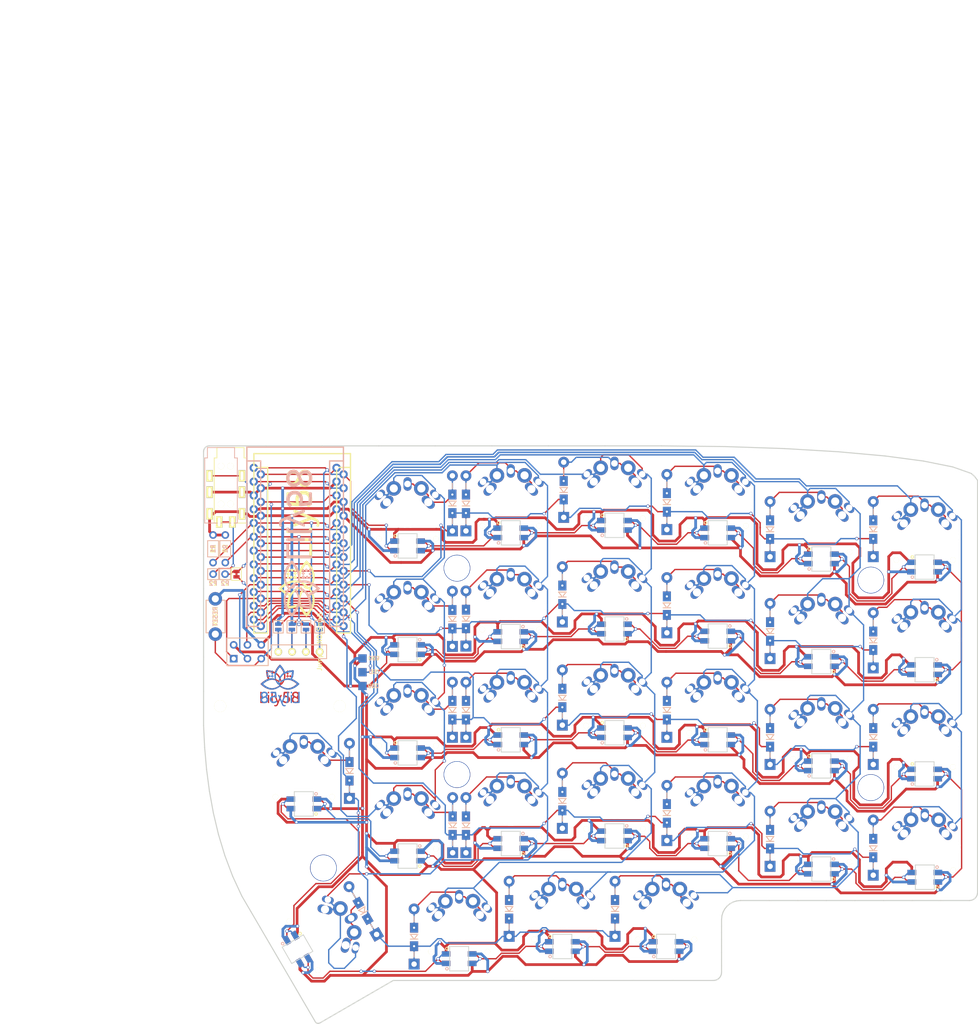
<source format=kicad_pcb>
(kicad_pcb (version 20171130) (host pcbnew "(6.0.0-rc1-dev-1672-g5c3f6f2ab)")
  (layers (0 F.Cu signal) (31 B.Cu signal) (34 B.Paste user) (35 F.Paste user) (36 B.SilkS user) (37 F.SilkS user) (38 B.Mask user) (39 F.Mask user) (44 Edge.Cuts user))
  (net 0 "")
  (net 1 "Net-(D1-Pad2)")
  (net 2 row4)
  (net 3 "Net-(D2-Pad2)")
  (net 4 "Net-(D3-Pad2)")
  (net 5 row0)
  (net 6 "Net-(D4-Pad2)")
  (net 7 row1)
  (net 8 "Net-(D5-Pad2)")
  (net 9 row2)
  (net 10 "Net-(D6-Pad2)")
  (net 11 row3)
  (net 12 "Net-(D7-Pad2)")
  (net 13 "Net-(D8-Pad2)")
  (net 14 "Net-(D9-Pad2)")
  (net 15 "Net-(D10-Pad2)")
  (net 16 "Net-(D11-Pad2)")
  (net 17 "Net-(D12-Pad2)")
  (net 18 "Net-(D13-Pad2)")
  (net 19 "Net-(D14-Pad2)")
  (net 20 "Net-(D15-Pad2)")
  (net 21 "Net-(D16-Pad2)")
  (net 22 "Net-(D17-Pad2)")
  (net 23 "Net-(D18-Pad2)")
  (net 24 "Net-(D19-Pad2)")
  (net 25 "Net-(D20-Pad2)")
  (net 26 "Net-(D21-Pad2)")
  (net 27 "Net-(D22-Pad2)")
  (net 28 "Net-(D23-Pad2)")
  (net 29 "Net-(D24-Pad2)")
  (net 30 "Net-(D25-Pad2)")
  (net 31 "Net-(D26-Pad2)")
  (net 32 "Net-(D27-Pad2)")
  (net 33 "Net-(D28-Pad2)")
  (net 34 VCC)
  (net 35 GND)
  (net 36 col0)
  (net 37 col1)
  (net 38 col2)
  (net 39 col3)
  (net 40 col4)
  (net 41 col5)
  (net 42 SDA)
  (net 43 LED)
  (net 44 SCL)
  (net 45 RESET)
  (net 46 "Net-(D29-Pad2)")
  (net 47 "Net-(U1-Pad24)")
  (net 48 "Net-(U1-Pad20)")
  (net 49 "Net-(U1-Pad19)")
  (net 50 "Net-(U1-Pad7)")
  (net 51 DATA)
  (net 52 "Net-(J2-Pad4)")
  (net 53 "Net-(J2-Pad3)")
  (net 54 "Net-(JP1-Pad1)")
  (net 55 "Net-(JP2-Pad1)")
  (net 56 "Net-(JP3-Pad1)")
  (net 57 "Net-(JP4-Pad1)")
  (net 58 "Net-(L1-Pad1)")
  (net 59 "Net-(L2-Pad1)")
  (net 60 "Net-(L3-Pad1)")
  (net 61 "Net-(L4-Pad1)")
  (net 62 "Net-(L5-Pad1)")
  (net 63 "Net-(L12-Pad3)")
  (net 64 "Net-(L13-Pad3)")
  (net 65 "Net-(L7-Pad3)")
  (net 66 "Net-(L8-Pad3)")
  (net 67 "Net-(L10-Pad1)")
  (net 68 "Net-(L10-Pad3)")
  (net 69 "Net-(L11-Pad3)")
  (net 70 "Net-(L13-Pad1)")
  (net 71 "Net-(L14-Pad1)")
  (net 72 "Net-(L15-Pad1)")
  (net 73 "Net-(L16-Pad1)")
  (net 74 "Net-(L17-Pad1)")
  (net 75 "Net-(L18-Pad1)")
  (net 76 "Net-(L19-Pad3)")
  (net 77 "Net-(L19-Pad1)")
  (net 78 "Net-(L20-Pad3)")
  (net 79 "Net-(L21-Pad3)")
  (net 80 "Net-(L22-Pad3)")
  (net 81 "Net-(L23-Pad3)")
  (net 82 "Net-(L25-Pad1)")
  (net 83 "Net-(L26-Pad1)")
  (net 84 "Net-(L27-Pad1)")
  (net 85 "Net-(L28-Pad1)")
  (net 86 "Net-(L29-Pad1)")
  (module Lily58-footprint:MX_PG1350_FLIP_HOLES_18mm (layer F.Cu) (at 215.7 72.8)
    (fp_text reference SW12 hide)
    (fp_text value SW_PUSH hide)
    (pad "" np_thru_hole circle (at -5.22 4.2) (size 1 1) (drill 1) (layers *.Cu *.Mask F.SilkS))
    (pad 2 thru_hole circle (at 2.54 -5.08) (size 2.7 2.7) (drill 1.5) (layers *.Cu *.Mask) (net 17 "Net-(D12-Pad2)"))
    (pad 1 thru_hole circle (at -2.54 -5.08) (size 2.7 2.7) (drill 1.5) (layers *.Cu *.Mask) (net 36 col0))
    (pad 2 thru_hole oval (at 3.81 -2.54 315) (size 2.8 1.5) (drill 1.5) (layers *.Cu *.Mask) (net 17 "Net-(D12-Pad2)"))
    (pad "" np_thru_hole circle (at 5.08 0) (size 1.7 1.7) (drill 1.7) (layers *.Cu *.Mask) (clearance 0.1524))
    (pad "" np_thru_hole circle (at -5.08 0) (size 1.7 1.7) (drill 1.7) (layers *.Cu *.Mask) (clearance 0.1524))
    (pad "" np_thru_hole circle (at 0 0) (size 4 4) (drill 4) (layers *.Cu *.Mask) (clearance 0.1524))
    (pad 1 thru_hole oval (at -3.81 -2.54 45) (size 2.8 1.5) (drill oval 1.5) (layers *.Cu *.Mask) (net 36 col0))
    (pad "" np_thru_hole circle (at -5.5 0) (size 1.9 1.9) (drill 1.9) (layers *.Cu *.Mask) (clearance 0.1524))
    (pad "" np_thru_hole circle (at 5.5 0) (size 1.9 1.9) (drill 1.9) (layers *.Cu *.Mask) (clearance 0.1524))
    (pad 1 thru_hole oval (at -5.1 -3.9 45) (size 2.2 1.2) (drill oval 1.2) (layers *.Cu *.Mask) (net 36 col0))
    (pad 1 thru_hole oval (at 5.1 -3.9 315) (size 2.2 1.2) (drill oval 1.2) (layers *.Cu *.Mask) (net 36 col0))
    (pad 2 thru_hole oval (at 0 -5.9 90) (size 2.5 1.5) (drill 1.2) (layers *.Cu *.Mask) (net 17 "Net-(D12-Pad2)"))
    (pad "" np_thru_hole circle (at 5.22 4.2) (size 1 1) (drill 1) (layers *.Cu *.Mask F.SilkS))
  )
  (module Lily58-footprint:MX_PG1350_FLIP_HOLES_18mm (layer F.Cu) (at 120.5 50)
    (fp_text reference SW1 hide)
    (fp_text value SW_PUSH hide)
    (pad "" np_thru_hole circle (at 5.22 4.2) (size 1 1) (drill 1) (layers *.Cu *.Mask F.SilkS))
    (pad 2 thru_hole oval (at 0 -5.9 90) (size 2.5 1.5) (drill 1.2) (layers *.Cu *.Mask) (net 1 "Net-(D1-Pad2)"))
    (pad 1 thru_hole oval (at 5.1 -3.9 315) (size 2.2 1.2) (drill oval 1.2) (layers *.Cu *.Mask) (net 41 col5))
    (pad 1 thru_hole oval (at -5.1 -3.9 45) (size 2.2 1.2) (drill oval 1.2) (layers *.Cu *.Mask) (net 41 col5))
    (pad "" np_thru_hole circle (at 5.5 0) (size 1.9 1.9) (drill 1.9) (layers *.Cu *.Mask) (clearance 0.1524))
    (pad "" np_thru_hole circle (at -5.5 0) (size 1.9 1.9) (drill 1.9) (layers *.Cu *.Mask) (clearance 0.1524))
    (pad 1 thru_hole oval (at -3.81 -2.54 45) (size 2.8 1.5) (drill oval 1.5) (layers *.Cu *.Mask) (net 41 col5))
    (pad "" np_thru_hole circle (at 0 0) (size 4 4) (drill 4) (layers *.Cu *.Mask) (clearance 0.1524))
    (pad "" np_thru_hole circle (at -5.08 0) (size 1.7 1.7) (drill 1.7) (layers *.Cu *.Mask) (clearance 0.1524))
    (pad "" np_thru_hole circle (at 5.08 0) (size 1.7 1.7) (drill 1.7) (layers *.Cu *.Mask) (clearance 0.1524))
    (pad 2 thru_hole oval (at 3.81 -2.54 315) (size 2.8 1.5) (drill 1.5) (layers *.Cu *.Mask) (net 1 "Net-(D1-Pad2)"))
    (pad 1 thru_hole circle (at -2.54 -5.08) (size 2.7 2.7) (drill 1.5) (layers *.Cu *.Mask) (net 41 col5))
    (pad 2 thru_hole circle (at 2.54 -5.08) (size 2.7 2.7) (drill 1.5) (layers *.Cu *.Mask) (net 1 "Net-(D1-Pad2)"))
    (pad "" np_thru_hole circle (at -5.22 4.2) (size 1 1) (drill 1) (layers *.Cu *.Mask F.SilkS))
  )
  (module Lily58-footprint:MX_PG1350_FLIP_HOLES_18mm (layer F.Cu) (at 139.5 104.8)
    (fp_text reference SW20 hide)
    (fp_text value SW_PUSH hide)
    (pad "" np_thru_hole circle (at -5.22 4.2) (size 1 1) (drill 1) (layers *.Cu *.Mask F.SilkS))
    (pad 2 thru_hole circle (at 2.54 -5.08) (size 2.7 2.7) (drill 1.5) (layers *.Cu *.Mask) (net 25 "Net-(D20-Pad2)"))
    (pad 1 thru_hole circle (at -2.54 -5.08) (size 2.7 2.7) (drill 1.5) (layers *.Cu *.Mask) (net 40 col4))
    (pad 2 thru_hole oval (at 3.81 -2.54 315) (size 2.8 1.5) (drill 1.5) (layers *.Cu *.Mask) (net 25 "Net-(D20-Pad2)"))
    (pad "" np_thru_hole circle (at 5.08 0) (size 1.7 1.7) (drill 1.7) (layers *.Cu *.Mask) (clearance 0.1524))
    (pad "" np_thru_hole circle (at -5.08 0) (size 1.7 1.7) (drill 1.7) (layers *.Cu *.Mask) (clearance 0.1524))
    (pad "" np_thru_hole circle (at 0 0) (size 4 4) (drill 4) (layers *.Cu *.Mask) (clearance 0.1524))
    (pad 1 thru_hole oval (at -3.81 -2.54 45) (size 2.8 1.5) (drill oval 1.5) (layers *.Cu *.Mask) (net 40 col4))
    (pad "" np_thru_hole circle (at -5.5 0) (size 1.9 1.9) (drill 1.9) (layers *.Cu *.Mask) (clearance 0.1524))
    (pad "" np_thru_hole circle (at 5.5 0) (size 1.9 1.9) (drill 1.9) (layers *.Cu *.Mask) (clearance 0.1524))
    (pad 1 thru_hole oval (at -5.1 -3.9 45) (size 2.2 1.2) (drill oval 1.2) (layers *.Cu *.Mask) (net 40 col4))
    (pad 1 thru_hole oval (at 5.1 -3.9 315) (size 2.2 1.2) (drill oval 1.2) (layers *.Cu *.Mask) (net 40 col4))
    (pad 2 thru_hole oval (at 0 -5.9 90) (size 2.5 1.5) (drill 1.2) (layers *.Cu *.Mask) (net 25 "Net-(D20-Pad2)"))
    (pad "" np_thru_hole circle (at 5.22 4.2) (size 1 1) (drill 1) (layers *.Cu *.Mask F.SilkS))
  )
  (module Lily58-footprint:MX_PG1350_FLIP_HOLES_18mm (layer F.Cu) (at 215.7 92)
    (fp_text reference SW18 hide)
    (fp_text value SW_PUSH hide)
    (pad "" np_thru_hole circle (at 5.22 4.2) (size 1 1) (drill 1) (layers *.Cu *.Mask F.SilkS))
    (pad 2 thru_hole oval (at 0 -5.9 90) (size 2.5 1.5) (drill 1.2) (layers *.Cu *.Mask) (net 23 "Net-(D18-Pad2)"))
    (pad 1 thru_hole oval (at 5.1 -3.9 315) (size 2.2 1.2) (drill oval 1.2) (layers *.Cu *.Mask) (net 36 col0))
    (pad 1 thru_hole oval (at -5.1 -3.9 45) (size 2.2 1.2) (drill oval 1.2) (layers *.Cu *.Mask) (net 36 col0))
    (pad "" np_thru_hole circle (at 5.5 0) (size 1.9 1.9) (drill 1.9) (layers *.Cu *.Mask) (clearance 0.1524))
    (pad "" np_thru_hole circle (at -5.5 0) (size 1.9 1.9) (drill 1.9) (layers *.Cu *.Mask) (clearance 0.1524))
    (pad 1 thru_hole oval (at -3.81 -2.54 45) (size 2.8 1.5) (drill oval 1.5) (layers *.Cu *.Mask) (net 36 col0))
    (pad "" np_thru_hole circle (at 0 0) (size 4 4) (drill 4) (layers *.Cu *.Mask) (clearance 0.1524))
    (pad "" np_thru_hole circle (at -5.08 0) (size 1.7 1.7) (drill 1.7) (layers *.Cu *.Mask) (clearance 0.1524))
    (pad "" np_thru_hole circle (at 5.08 0) (size 1.7 1.7) (drill 1.7) (layers *.Cu *.Mask) (clearance 0.1524))
    (pad 2 thru_hole oval (at 3.81 -2.54 315) (size 2.8 1.5) (drill 1.5) (layers *.Cu *.Mask) (net 23 "Net-(D18-Pad2)"))
    (pad 1 thru_hole circle (at -2.54 -5.08) (size 2.7 2.7) (drill 1.5) (layers *.Cu *.Mask) (net 36 col0))
    (pad 2 thru_hole circle (at 2.54 -5.08) (size 2.7 2.7) (drill 1.5) (layers *.Cu *.Mask) (net 23 "Net-(D18-Pad2)"))
    (pad "" np_thru_hole circle (at -5.22 4.2) (size 1 1) (drill 1) (layers *.Cu *.Mask F.SilkS))
  )
  (module Lily58-footprint:Diode_TH_SOD123 (layer B.Cu) (at 206.248 111.125 90)
    (fp_text reference D24 hide)
    (fp_text value D hide)
    (pad 2 thru_hole rect (at 1.7 0 90) (size 1.8 1.5) (drill 0.4) (layers *.Cu *.Mask) (net 29 "Net-(D24-Pad2)"))
    (pad 1 thru_hole rect (at -1.7 0 90) (size 1.8 1.5) (drill 0.4) (layers *.Cu *.Mask) (net 11 row3))
    (pad 2 thru_hole circle (at 5.16 0.00254 270) (size 1.99898 1.99898) (drill 1) (layers *.Cu *.Mask) (net 29 "Net-(D24-Pad2)"))
    (pad 1 thru_hole rect (at -5 0.00254 270) (size 1.99898 1.99898) (drill 1) (layers *.Cu *.Mask) (net 11 row3))
  )
  (module Lily58-footprint:Diode_TH_SOD123 (layer F.Cu) (at 112.3 122.7 120)
    (fp_text reference D26 hide)
    (fp_text value D hide)
    (pad 2 thru_hole rect (at 1.7 0 120) (size 1.8 1.5) (drill 0.4) (layers *.Cu *.Mask) (net 31 "Net-(D26-Pad2)"))
    (pad 1 thru_hole rect (at -1.7 0 120) (size 1.8 1.5) (drill 0.4) (layers *.Cu *.Mask) (net 2 row4))
    (pad 2 thru_hole circle (at 5.16 -0.00254 300) (size 1.99898 1.99898) (drill 1) (layers *.Cu *.Mask) (net 31 "Net-(D26-Pad2)"))
    (pad 1 thru_hole rect (at -5 -0.00254 300) (size 1.99898 1.99898) (drill 1) (layers *.Cu *.Mask) (net 2 row4))
  )
  (module Lily58-footprint:MX_PG1350_FLIP_HOLES_18mm (layer F.Cu) (at 149 123.75)
    (fp_text reference SW28 hide)
    (fp_text value SW_PUSH hide)
    (pad "" np_thru_hole circle (at 5.22 4.2) (size 1 1) (drill 1) (layers *.Cu *.Mask F.SilkS))
    (pad 2 thru_hole oval (at 0 -5.9 90) (size 2.5 1.5) (drill 1.2) (layers *.Cu *.Mask) (net 33 "Net-(D28-Pad2)"))
    (pad 1 thru_hole oval (at 5.1 -3.9 315) (size 2.2 1.2) (drill oval 1.2) (layers *.Cu *.Mask) (net 38 col2))
    (pad 1 thru_hole oval (at -5.1 -3.9 45) (size 2.2 1.2) (drill oval 1.2) (layers *.Cu *.Mask) (net 38 col2))
    (pad "" np_thru_hole circle (at 5.5 0) (size 1.9 1.9) (drill 1.9) (layers *.Cu *.Mask) (clearance 0.1524))
    (pad "" np_thru_hole circle (at -5.5 0) (size 1.9 1.9) (drill 1.9) (layers *.Cu *.Mask) (clearance 0.1524))
    (pad 1 thru_hole oval (at -3.81 -2.54 45) (size 2.8 1.5) (drill oval 1.5) (layers *.Cu *.Mask) (net 38 col2))
    (pad "" np_thru_hole circle (at 0 0) (size 4 4) (drill 4) (layers *.Cu *.Mask) (clearance 0.1524))
    (pad "" np_thru_hole circle (at -5.08 0) (size 1.7 1.7) (drill 1.7) (layers *.Cu *.Mask) (clearance 0.1524))
    (pad "" np_thru_hole circle (at 5.08 0) (size 1.7 1.7) (drill 1.7) (layers *.Cu *.Mask) (clearance 0.1524))
    (pad 2 thru_hole oval (at 3.81 -2.54 315) (size 2.8 1.5) (drill 1.5) (layers *.Cu *.Mask) (net 33 "Net-(D28-Pad2)"))
    (pad 1 thru_hole circle (at -2.54 -5.08) (size 2.7 2.7) (drill 1.5) (layers *.Cu *.Mask) (net 38 col2))
    (pad 2 thru_hole circle (at 2.54 -5.08) (size 2.7 2.7) (drill 1.5) (layers *.Cu *.Mask) (net 33 "Net-(D28-Pad2)"))
    (pad "" np_thru_hole circle (at -5.22 4.2) (size 1 1) (drill 1) (layers *.Cu *.Mask F.SilkS))
  )
  (module Lily58-footprint:ProMicro_rev2 (layer F.Cu) (at 101 55.9)
    (fp_text reference U1 hide)
    (fp_text value ProMicro hide)
    (pad 22 thru_hole circle (at -7.521185 -8.494255 180) (size 1.524 1.524) (drill 0.8128) (layers *.Cu *.Mask) (net 45 RESET))
    (pad 10 thru_hole circle (at 7.718815 9.285745 180) (size 1.524 1.524) (drill 0.8128) (layers *.Cu *.Mask) (net 9 row2))
    (pad 18 thru_hole circle (at -7.521185 1.665745 180) (size 1.524 1.524) (drill 0.8128) (layers *.Cu *.Mask) (net 36 col0))
    (pad 6 thru_hole circle (at 7.718815 -0.874255 180) (size 1.524 1.524) (drill 0.8128) (layers *.Cu *.Mask) (net 44 SCL))
    (pad 4 thru_hole circle (at 7.718815 -5.954255 180) (size 1.524 1.524) (drill 0.8128) (layers *.Cu *.Mask) (net 35 GND))
    (pad 14 thru_hole circle (at -7.521185 11.825745 180) (size 1.524 1.524) (drill 0.8128) (layers *.Cu *.Mask) (net 40 col4))
    (pad 3 thru_hole circle (at 7.718815 -8.494255 180) (size 1.524 1.524) (drill 0.8128) (layers *.Cu *.Mask) (net 35 GND))
    (pad 1 thru_hole circle (at 7.718815 -13.574255 180) (size 1.524 1.524) (drill 0.8128) (layers *.Cu *.Mask) (net 43 LED))
    (pad 16 thru_hole circle (at -7.521185 6.745745 180) (size 1.524 1.524) (drill 0.8128) (layers *.Cu *.Mask) (net 38 col2))
    (pad 12 thru_hole circle (at 7.718815 14.365745 180) (size 1.524 1.524) (drill 0.8128) (layers *.Cu *.Mask) (net 2 row4))
    (pad 19 thru_hole circle (at -7.521185 -0.874255 180) (size 1.524 1.524) (drill 0.8128) (layers *.Cu *.Mask) (net 49 "Net-(U1-Pad19)"))
    (pad 23 thru_hole circle (at -7.521185 -11.034255 180) (size 1.524 1.524) (drill 0.8128) (layers *.Cu *.Mask) (net 35 GND))
    (pad 21 thru_hole circle (at -7.521185 -5.954255 180) (size 1.524 1.524) (drill 0.8128) (layers *.Cu *.Mask) (net 34 VCC))
    (pad 20 thru_hole circle (at -7.521185 -3.414255 180) (size 1.524 1.524) (drill 0.8128) (layers *.Cu *.Mask) (net 48 "Net-(U1-Pad20)"))
    (pad 15 thru_hole circle (at -7.521185 9.285745 180) (size 1.524 1.524) (drill 0.8128) (layers *.Cu *.Mask) (net 39 col3))
    (pad 17 thru_hole circle (at -7.521185 4.205745 180) (size 1.524 1.524) (drill 0.8128) (layers *.Cu *.Mask) (net 37 col1))
    (pad 9 thru_hole circle (at 7.718815 6.745745 180) (size 1.524 1.524) (drill 0.8128) (layers *.Cu *.Mask) (net 7 row1))
    (pad 8 thru_hole circle (at 7.718815 4.205745 180) (size 1.524 1.524) (drill 0.8128) (layers *.Cu *.Mask) (net 5 row0))
    (pad 13 thru_hole circle (at -7.521185 14.365745 180) (size 1.524 1.524) (drill 0.8128) (layers *.Cu *.Mask) (net 41 col5))
    (pad 11 thru_hole circle (at 7.718815 11.825745 180) (size 1.524 1.524) (drill 0.8128) (layers *.Cu *.Mask) (net 11 row3))
    (pad 2 thru_hole circle (at 7.718815 -11.034255 180) (size 1.524 1.524) (drill 0.8128) (layers *.Cu *.Mask) (net 51 DATA))
    (pad 24 thru_hole circle (at -7.521185 -13.574255 180) (size 1.524 1.524) (drill 0.8128) (layers *.Cu *.Mask) (net 47 "Net-(U1-Pad24)"))
    (pad 7 thru_hole circle (at 7.718815 1.665745 180) (size 1.524 1.524) (drill 0.8128) (layers *.Cu *.Mask) (net 50 "Net-(U1-Pad7)"))
    (pad 5 thru_hole circle (at 7.718815 -3.414255 180) (size 1.524 1.524) (drill 0.8128) (layers *.Cu *.Mask) (net 42 SDA))
    (pad 1 thru_hole circle (at -8.82 -14.77) (size 1.524 1.524) (drill 0.8128) (layers *.Cu *.Mask) (net 43 LED))
    (pad 2 thru_hole circle (at -8.82 -12.23) (size 1.524 1.524) (drill 0.8128) (layers *.Cu *.Mask) (net 51 DATA))
    (pad 3 thru_hole circle (at -8.82 -9.69) (size 1.524 1.524) (drill 0.8128) (layers *.Cu *.Mask) (net 35 GND))
    (pad 4 thru_hole circle (at -8.82 -7.15) (size 1.524 1.524) (drill 0.8128) (layers *.Cu *.Mask) (net 35 GND))
    (pad 5 thru_hole circle (at -8.82 -4.61) (size 1.524 1.524) (drill 0.8128) (layers *.Cu *.Mask) (net 42 SDA))
    (pad 6 thru_hole circle (at -8.82 -2.07) (size 1.524 1.524) (drill 0.8128) (layers *.Cu *.Mask) (net 44 SCL))
    (pad 7 thru_hole circle (at -8.82 0.47) (size 1.524 1.524) (drill 0.8128) (layers *.Cu *.Mask) (net 50 "Net-(U1-Pad7)"))
    (pad 8 thru_hole circle (at -8.82 3.01) (size 1.524 1.524) (drill 0.8128) (layers *.Cu *.Mask) (net 5 row0))
    (pad 9 thru_hole circle (at -8.82 5.55) (size 1.524 1.524) (drill 0.8128) (layers *.Cu *.Mask) (net 7 row1))
    (pad 10 thru_hole circle (at -8.82 8.09) (size 1.524 1.524) (drill 0.8128) (layers *.Cu *.Mask) (net 9 row2))
    (pad 11 thru_hole circle (at -8.82 10.63) (size 1.524 1.524) (drill 0.8128) (layers *.Cu *.Mask) (net 11 row3))
    (pad 12 thru_hole circle (at -8.82 13.17) (size 1.524 1.524) (drill 0.8128) (layers *.Cu *.Mask) (net 2 row4))
    (pad 13 thru_hole circle (at 6.42 13.17) (size 1.524 1.524) (drill 0.8128) (layers *.Cu *.Mask) (net 41 col5))
    (pad 14 thru_hole circle (at 6.42 10.63) (size 1.524 1.524) (drill 0.8128) (layers *.Cu *.Mask) (net 40 col4))
    (pad 15 thru_hole circle (at 6.42 8.09) (size 1.524 1.524) (drill 0.8128) (layers *.Cu *.Mask) (net 39 col3))
    (pad 16 thru_hole circle (at 6.42 5.55) (size 1.524 1.524) (drill 0.8128) (layers *.Cu *.Mask) (net 38 col2))
    (pad 17 thru_hole circle (at 6.42 3.01) (size 1.524 1.524) (drill 0.8128) (layers *.Cu *.Mask) (net 37 col1))
    (pad 18 thru_hole circle (at 6.42 0.47) (size 1.524 1.524) (drill 0.8128) (layers *.Cu *.Mask) (net 36 col0))
    (pad 19 thru_hole circle (at 6.42 -2.07) (size 1.524 1.524) (drill 0.8128) (layers *.Cu *.Mask) (net 49 "Net-(U1-Pad19)"))
    (pad 20 thru_hole circle (at 6.42 -4.61) (size 1.524 1.524) (drill 0.8128) (layers *.Cu *.Mask) (net 48 "Net-(U1-Pad20)"))
    (pad 21 thru_hole circle (at 6.42 -7.15) (size 1.524 1.524) (drill 0.8128) (layers *.Cu *.Mask) (net 34 VCC))
    (pad 22 thru_hole circle (at 6.42 -9.69) (size 1.524 1.524) (drill 0.8128) (layers *.Cu *.Mask) (net 45 RESET))
    (pad 23 thru_hole circle (at 6.42 -12.23) (size 1.524 1.524) (drill 0.8128) (layers *.Cu *.Mask) (net 35 GND))
    (pad 24 thru_hole circle (at 6.42 -14.77) (size 1.524 1.524) (drill 0.8128) (layers *.Cu *.Mask) (net 47 "Net-(U1-Pad24)"))
  )
  (module Lily58-footprint:MX_PG1350_FLIP_HOLES_18mm (layer F.Cu) (at 158.6 65.3)
    (fp_text reference SW9 hide)
    (fp_text value SW_PUSH hide)
    (pad "" np_thru_hole circle (at -5.22 4.2) (size 1 1) (drill 1) (layers *.Cu *.Mask F.SilkS))
    (pad 2 thru_hole circle (at 2.54 -5.08) (size 2.7 2.7) (drill 1.5) (layers *.Cu *.Mask) (net 14 "Net-(D9-Pad2)"))
    (pad 1 thru_hole circle (at -2.54 -5.08) (size 2.7 2.7) (drill 1.5) (layers *.Cu *.Mask) (net 39 col3))
    (pad 2 thru_hole oval (at 3.81 -2.54 315) (size 2.8 1.5) (drill 1.5) (layers *.Cu *.Mask) (net 14 "Net-(D9-Pad2)"))
    (pad "" np_thru_hole circle (at 5.08 0) (size 1.7 1.7) (drill 1.7) (layers *.Cu *.Mask) (clearance 0.1524))
    (pad "" np_thru_hole circle (at -5.08 0) (size 1.7 1.7) (drill 1.7) (layers *.Cu *.Mask) (clearance 0.1524))
    (pad "" np_thru_hole circle (at 0 0) (size 4 4) (drill 4) (layers *.Cu *.Mask) (clearance 0.1524))
    (pad 1 thru_hole oval (at -3.81 -2.54 45) (size 2.8 1.5) (drill oval 1.5) (layers *.Cu *.Mask) (net 39 col3))
    (pad "" np_thru_hole circle (at -5.5 0) (size 1.9 1.9) (drill 1.9) (layers *.Cu *.Mask) (clearance 0.1524))
    (pad "" np_thru_hole circle (at 5.5 0) (size 1.9 1.9) (drill 1.9) (layers *.Cu *.Mask) (clearance 0.1524))
    (pad 1 thru_hole oval (at -5.1 -3.9 45) (size 2.2 1.2) (drill oval 1.2) (layers *.Cu *.Mask) (net 39 col3))
    (pad 1 thru_hole oval (at 5.1 -3.9 315) (size 2.2 1.2) (drill oval 1.2) (layers *.Cu *.Mask) (net 39 col3))
    (pad 2 thru_hole oval (at 0 -5.9 90) (size 2.5 1.5) (drill 1.2) (layers *.Cu *.Mask) (net 14 "Net-(D9-Pad2)"))
    (pad "" np_thru_hole circle (at 5.22 4.2) (size 1 1) (drill 1) (layers *.Cu *.Mask F.SilkS))
  )
  (module Lily58-footprint:MX_PG1350_FLIP_HOLES_18mm (layer F.Cu) (at 177.6 104.8)
    (fp_text reference SW22 hide)
    (fp_text value SW_PUSH hide)
    (pad "" np_thru_hole circle (at 5.22 4.2) (size 1 1) (drill 1) (layers *.Cu *.Mask F.SilkS))
    (pad 2 thru_hole oval (at 0 -5.9 90) (size 2.5 1.5) (drill 1.2) (layers *.Cu *.Mask) (net 27 "Net-(D22-Pad2)"))
    (pad 1 thru_hole oval (at 5.1 -3.9 315) (size 2.2 1.2) (drill oval 1.2) (layers *.Cu *.Mask) (net 38 col2))
    (pad 1 thru_hole oval (at -5.1 -3.9 45) (size 2.2 1.2) (drill oval 1.2) (layers *.Cu *.Mask) (net 38 col2))
    (pad "" np_thru_hole circle (at 5.5 0) (size 1.9 1.9) (drill 1.9) (layers *.Cu *.Mask) (clearance 0.1524))
    (pad "" np_thru_hole circle (at -5.5 0) (size 1.9 1.9) (drill 1.9) (layers *.Cu *.Mask) (clearance 0.1524))
    (pad 1 thru_hole oval (at -3.81 -2.54 45) (size 2.8 1.5) (drill oval 1.5) (layers *.Cu *.Mask) (net 38 col2))
    (pad "" np_thru_hole circle (at 0 0) (size 4 4) (drill 4) (layers *.Cu *.Mask) (clearance 0.1524))
    (pad "" np_thru_hole circle (at -5.08 0) (size 1.7 1.7) (drill 1.7) (layers *.Cu *.Mask) (clearance 0.1524))
    (pad "" np_thru_hole circle (at 5.08 0) (size 1.7 1.7) (drill 1.7) (layers *.Cu *.Mask) (clearance 0.1524))
    (pad 2 thru_hole oval (at 3.81 -2.54 315) (size 2.8 1.5) (drill 1.5) (layers *.Cu *.Mask) (net 27 "Net-(D22-Pad2)"))
    (pad 1 thru_hole circle (at -2.54 -5.08) (size 2.7 2.7) (drill 1.5) (layers *.Cu *.Mask) (net 38 col2))
    (pad 2 thru_hole circle (at 2.54 -5.08) (size 2.7 2.7) (drill 1.5) (layers *.Cu *.Mask) (net 27 "Net-(D22-Pad2)"))
    (pad "" np_thru_hole circle (at -5.22 4.2) (size 1 1) (drill 1) (layers *.Cu *.Mask F.SilkS))
  )
  (module Lily58-footprint:MX_PG1350_FLIP_HOLES_18mm (layer F.Cu) (at 158.6 103.4)
    (fp_text reference SW21 hide)
    (fp_text value SW_PUSH hide)
    (pad "" np_thru_hole circle (at -5.22 4.2) (size 1 1) (drill 1) (layers *.Cu *.Mask F.SilkS))
    (pad 2 thru_hole circle (at 2.54 -5.08) (size 2.7 2.7) (drill 1.5) (layers *.Cu *.Mask) (net 26 "Net-(D21-Pad2)"))
    (pad 1 thru_hole circle (at -2.54 -5.08) (size 2.7 2.7) (drill 1.5) (layers *.Cu *.Mask) (net 39 col3))
    (pad 2 thru_hole oval (at 3.81 -2.54 315) (size 2.8 1.5) (drill 1.5) (layers *.Cu *.Mask) (net 26 "Net-(D21-Pad2)"))
    (pad "" np_thru_hole circle (at 5.08 0) (size 1.7 1.7) (drill 1.7) (layers *.Cu *.Mask) (clearance 0.1524))
    (pad "" np_thru_hole circle (at -5.08 0) (size 1.7 1.7) (drill 1.7) (layers *.Cu *.Mask) (clearance 0.1524))
    (pad "" np_thru_hole circle (at 0 0) (size 4 4) (drill 4) (layers *.Cu *.Mask) (clearance 0.1524))
    (pad 1 thru_hole oval (at -3.81 -2.54 45) (size 2.8 1.5) (drill oval 1.5) (layers *.Cu *.Mask) (net 39 col3))
    (pad "" np_thru_hole circle (at -5.5 0) (size 1.9 1.9) (drill 1.9) (layers *.Cu *.Mask) (clearance 0.1524))
    (pad "" np_thru_hole circle (at 5.5 0) (size 1.9 1.9) (drill 1.9) (layers *.Cu *.Mask) (clearance 0.1524))
    (pad 1 thru_hole oval (at -5.1 -3.9 45) (size 2.2 1.2) (drill oval 1.2) (layers *.Cu *.Mask) (net 39 col3))
    (pad 1 thru_hole oval (at 5.1 -3.9 315) (size 2.2 1.2) (drill oval 1.2) (layers *.Cu *.Mask) (net 39 col3))
    (pad 2 thru_hole oval (at 0 -5.9 90) (size 2.5 1.5) (drill 1.2) (layers *.Cu *.Mask) (net 26 "Net-(D21-Pad2)"))
    (pad "" np_thru_hole circle (at 5.22 4.2) (size 1 1) (drill 1) (layers *.Cu *.Mask F.SilkS))
  )
  (module Lily58-footprint:MX_PG1350_FLIP_HOLES_18mm (layer F.Cu) (at 139.5 85.7)
    (fp_text reference SW14 hide)
    (fp_text value SW_PUSH hide)
    (pad "" np_thru_hole circle (at 5.22 4.2) (size 1 1) (drill 1) (layers *.Cu *.Mask F.SilkS))
    (pad 2 thru_hole oval (at 0 -5.9 90) (size 2.5 1.5) (drill 1.2) (layers *.Cu *.Mask) (net 19 "Net-(D14-Pad2)"))
    (pad 1 thru_hole oval (at 5.1 -3.9 315) (size 2.2 1.2) (drill oval 1.2) (layers *.Cu *.Mask) (net 40 col4))
    (pad 1 thru_hole oval (at -5.1 -3.9 45) (size 2.2 1.2) (drill oval 1.2) (layers *.Cu *.Mask) (net 40 col4))
    (pad "" np_thru_hole circle (at 5.5 0) (size 1.9 1.9) (drill 1.9) (layers *.Cu *.Mask) (clearance 0.1524))
    (pad "" np_thru_hole circle (at -5.5 0) (size 1.9 1.9) (drill 1.9) (layers *.Cu *.Mask) (clearance 0.1524))
    (pad 1 thru_hole oval (at -3.81 -2.54 45) (size 2.8 1.5) (drill oval 1.5) (layers *.Cu *.Mask) (net 40 col4))
    (pad "" np_thru_hole circle (at 0 0) (size 4 4) (drill 4) (layers *.Cu *.Mask) (clearance 0.1524))
    (pad "" np_thru_hole circle (at -5.08 0) (size 1.7 1.7) (drill 1.7) (layers *.Cu *.Mask) (clearance 0.1524))
    (pad "" np_thru_hole circle (at 5.08 0) (size 1.7 1.7) (drill 1.7) (layers *.Cu *.Mask) (clearance 0.1524))
    (pad 2 thru_hole oval (at 3.81 -2.54 315) (size 2.8 1.5) (drill 1.5) (layers *.Cu *.Mask) (net 19 "Net-(D14-Pad2)"))
    (pad 1 thru_hole circle (at -2.54 -5.08) (size 2.7 2.7) (drill 1.5) (layers *.Cu *.Mask) (net 40 col4))
    (pad 2 thru_hole circle (at 2.54 -5.08) (size 2.7 2.7) (drill 1.5) (layers *.Cu *.Mask) (net 19 "Net-(D14-Pad2)"))
    (pad "" np_thru_hole circle (at -5.22 4.2) (size 1 1) (drill 1) (layers *.Cu *.Mask F.SilkS))
  )
  (module Lily58-footprint:MX_PG1350_FLIP_HOLES_18mm (layer F.Cu) (at 139.5 47.6)
    (fp_text reference SW2 hide)
    (fp_text value SW_PUSH hide)
    (pad "" np_thru_hole circle (at -5.22 4.2) (size 1 1) (drill 1) (layers *.Cu *.Mask F.SilkS))
    (pad 2 thru_hole circle (at 2.54 -5.08) (size 2.7 2.7) (drill 1.5) (layers *.Cu *.Mask) (net 3 "Net-(D2-Pad2)"))
    (pad 1 thru_hole circle (at -2.54 -5.08) (size 2.7 2.7) (drill 1.5) (layers *.Cu *.Mask) (net 40 col4))
    (pad 2 thru_hole oval (at 3.81 -2.54 315) (size 2.8 1.5) (drill 1.5) (layers *.Cu *.Mask) (net 3 "Net-(D2-Pad2)"))
    (pad "" np_thru_hole circle (at 5.08 0) (size 1.7 1.7) (drill 1.7) (layers *.Cu *.Mask) (clearance 0.1524))
    (pad "" np_thru_hole circle (at -5.08 0) (size 1.7 1.7) (drill 1.7) (layers *.Cu *.Mask) (clearance 0.1524))
    (pad "" np_thru_hole circle (at 0 0) (size 4 4) (drill 4) (layers *.Cu *.Mask) (clearance 0.1524))
    (pad 1 thru_hole oval (at -3.81 -2.54 45) (size 2.8 1.5) (drill oval 1.5) (layers *.Cu *.Mask) (net 40 col4))
    (pad "" np_thru_hole circle (at -5.5 0) (size 1.9 1.9) (drill 1.9) (layers *.Cu *.Mask) (clearance 0.1524))
    (pad "" np_thru_hole circle (at 5.5 0) (size 1.9 1.9) (drill 1.9) (layers *.Cu *.Mask) (clearance 0.1524))
    (pad 1 thru_hole oval (at -5.1 -3.9 45) (size 2.2 1.2) (drill oval 1.2) (layers *.Cu *.Mask) (net 40 col4))
    (pad 1 thru_hole oval (at 5.1 -3.9 315) (size 2.2 1.2) (drill oval 1.2) (layers *.Cu *.Mask) (net 40 col4))
    (pad 2 thru_hole oval (at 0 -5.9 90) (size 2.5 1.5) (drill 1.2) (layers *.Cu *.Mask) (net 3 "Net-(D2-Pad2)"))
    (pad "" np_thru_hole circle (at 5.22 4.2) (size 1 1) (drill 1) (layers *.Cu *.Mask F.SilkS))
  )
  (module Lily58-footprint:SK6812MINI_rev (layer F.Cu) (at 100.236859 129.75 120)
    (fp_text reference L26 hide)
    (fp_text value SK6812mini hide)
    (pad 2 smd rect (at -2.4 0.875 120) (size 1.6 1) (layers B.Cu B.Paste B.Mask) (net 35 GND))
    (pad 1 smd rect (at -2.4 -0.875 120) (size 1.6 1) (layers B.Cu B.Paste B.Mask) (net 83 "Net-(L26-Pad1)"))
    (pad 4 smd rect (at 2.4 -0.875 120) (size 1.6 1) (layers B.Cu B.Paste B.Mask) (net 34 VCC))
    (pad 3 smd rect (at 2.4 0.875 120) (size 1.6 1) (layers B.Cu B.Paste B.Mask) (net 82 "Net-(L25-Pad1)"))
    (pad 2 smd rect (at -2.4 -0.875 120) (size 1.6 1) (layers F.Cu F.Paste F.Mask) (net 35 GND))
    (pad 1 smd rect (at -2.4 0.875 120) (size 1.6 1) (layers F.Cu F.Paste F.Mask) (net 83 "Net-(L26-Pad1)"))
    (pad 3 smd rect (at 2.4 -0.875 120) (size 1.6 1) (layers F.Cu F.Paste F.Mask) (net 82 "Net-(L25-Pad1)"))
    (pad 4 smd rect (at 2.4 0.875 120) (size 1.6 1) (layers F.Cu F.Paste F.Mask) (net 34 VCC))
  )
  (module Lily58-footprint:MX_PG1350_FLIP_HOLES_18mm (layer F.Cu) (at 196.7 52.4)
    (fp_text reference SW5 hide)
    (fp_text value SW_PUSH hide)
    (pad "" np_thru_hole circle (at 5.22 4.2) (size 1 1) (drill 1) (layers *.Cu *.Mask F.SilkS))
    (pad 2 thru_hole oval (at 0 -5.9 90) (size 2.5 1.5) (drill 1.2) (layers *.Cu *.Mask) (net 8 "Net-(D5-Pad2)"))
    (pad 1 thru_hole oval (at 5.1 -3.9 315) (size 2.2 1.2) (drill oval 1.2) (layers *.Cu *.Mask) (net 37 col1))
    (pad 1 thru_hole oval (at -5.1 -3.9 45) (size 2.2 1.2) (drill oval 1.2) (layers *.Cu *.Mask) (net 37 col1))
    (pad "" np_thru_hole circle (at 5.5 0) (size 1.9 1.9) (drill 1.9) (layers *.Cu *.Mask) (clearance 0.1524))
    (pad "" np_thru_hole circle (at -5.5 0) (size 1.9 1.9) (drill 1.9) (layers *.Cu *.Mask) (clearance 0.1524))
    (pad 1 thru_hole oval (at -3.81 -2.54 45) (size 2.8 1.5) (drill oval 1.5) (layers *.Cu *.Mask) (net 37 col1))
    (pad "" np_thru_hole circle (at 0 0) (size 4 4) (drill 4) (layers *.Cu *.Mask) (clearance 0.1524))
    (pad "" np_thru_hole circle (at -5.08 0) (size 1.7 1.7) (drill 1.7) (layers *.Cu *.Mask) (clearance 0.1524))
    (pad "" np_thru_hole circle (at 5.08 0) (size 1.7 1.7) (drill 1.7) (layers *.Cu *.Mask) (clearance 0.1524))
    (pad 2 thru_hole oval (at 3.81 -2.54 315) (size 2.8 1.5) (drill 1.5) (layers *.Cu *.Mask) (net 8 "Net-(D5-Pad2)"))
    (pad 1 thru_hole circle (at -2.54 -5.08) (size 2.7 2.7) (drill 1.5) (layers *.Cu *.Mask) (net 37 col1))
    (pad 2 thru_hole circle (at 2.54 -5.08) (size 2.7 2.7) (drill 1.5) (layers *.Cu *.Mask) (net 8 "Net-(D5-Pad2)"))
    (pad "" np_thru_hole circle (at -5.22 4.2) (size 1 1) (drill 1) (layers *.Cu *.Mask F.SilkS))
  )
  (module Lily58-footprint:MX_PG1350_FLIP_HOLES_18mm (layer F.Cu) (at 101.4 97.5)
    (fp_text reference SW25 hide)
    (fp_text value SW_PUSH hide)
    (pad "" np_thru_hole circle (at -5.22 4.2) (size 1 1) (drill 1) (layers *.Cu *.Mask F.SilkS))
    (pad 2 thru_hole circle (at 2.54 -5.08) (size 2.7 2.7) (drill 1.5) (layers *.Cu *.Mask) (net 30 "Net-(D25-Pad2)"))
    (pad 1 thru_hole circle (at -2.54 -5.08) (size 2.7 2.7) (drill 1.5) (layers *.Cu *.Mask) (net 41 col5))
    (pad 2 thru_hole oval (at 3.81 -2.54 315) (size 2.8 1.5) (drill 1.5) (layers *.Cu *.Mask) (net 30 "Net-(D25-Pad2)"))
    (pad "" np_thru_hole circle (at 5.08 0) (size 1.7 1.7) (drill 1.7) (layers *.Cu *.Mask) (clearance 0.1524))
    (pad "" np_thru_hole circle (at -5.08 0) (size 1.7 1.7) (drill 1.7) (layers *.Cu *.Mask) (clearance 0.1524))
    (pad "" np_thru_hole circle (at 0 0) (size 4 4) (drill 4) (layers *.Cu *.Mask) (clearance 0.1524))
    (pad 1 thru_hole oval (at -3.81 -2.54 45) (size 2.8 1.5) (drill oval 1.5) (layers *.Cu *.Mask) (net 41 col5))
    (pad "" np_thru_hole circle (at -5.5 0) (size 1.9 1.9) (drill 1.9) (layers *.Cu *.Mask) (clearance 0.1524))
    (pad "" np_thru_hole circle (at 5.5 0) (size 1.9 1.9) (drill 1.9) (layers *.Cu *.Mask) (clearance 0.1524))
    (pad 1 thru_hole oval (at -5.1 -3.9 45) (size 2.2 1.2) (drill oval 1.2) (layers *.Cu *.Mask) (net 41 col5))
    (pad 1 thru_hole oval (at 5.1 -3.9 315) (size 2.2 1.2) (drill oval 1.2) (layers *.Cu *.Mask) (net 41 col5))
    (pad 2 thru_hole oval (at 0 -5.9 90) (size 2.5 1.5) (drill 1.2) (layers *.Cu *.Mask) (net 30 "Net-(D25-Pad2)"))
    (pad "" np_thru_hole circle (at 5.22 4.2) (size 1 1) (drill 1) (layers *.Cu *.Mask F.SilkS))
  )
  (module Lily58-footprint:MX_PG1350_FLIP_HOLES_27mm (layer F.Cu) (at 105 127 300)
    (fp_text reference SW26 hide)
    (fp_text value SW_PUSH hide)
    (pad "" np_thru_hole circle (at -5.22 4.2 300) (size 1 1) (drill 1) (layers *.Cu *.Mask F.SilkS))
    (pad 2 thru_hole circle (at 2.54 -5.08 300) (size 2.7 2.7) (drill 1.5) (layers *.Cu *.Mask) (net 31 "Net-(D26-Pad2)"))
    (pad 1 thru_hole circle (at -2.54 -5.08 300) (size 2.7 2.7) (drill 1.5) (layers *.Cu *.Mask) (net 40 col4))
    (pad 2 thru_hole oval (at 3.81 -2.54 255) (size 2.8 1.5) (drill 1.5) (layers *.Cu *.Mask) (net 31 "Net-(D26-Pad2)"))
    (pad "" np_thru_hole circle (at 5.08 0 300) (size 1.7 1.7) (drill 1.7) (layers *.Cu *.Mask) (clearance 0.1524))
    (pad "" np_thru_hole circle (at -5.08 0 300) (size 1.7 1.7) (drill 1.7) (layers *.Cu *.Mask) (clearance 0.1524))
    (pad "" np_thru_hole circle (at 0 0 300) (size 4 4) (drill 4) (layers *.Cu *.Mask) (clearance 0.1524))
    (pad 1 thru_hole oval (at -3.81 -2.540001 345) (size 2.8 1.5) (drill oval 1.5) (layers *.Cu *.Mask) (net 40 col4))
    (pad "" np_thru_hole circle (at -5.5 0 300) (size 1.9 1.9) (drill 1.9) (layers *.Cu *.Mask) (clearance 0.1524))
    (pad "" np_thru_hole circle (at 5.5 0 300) (size 1.9 1.9) (drill 1.9) (layers *.Cu *.Mask) (clearance 0.1524))
    (pad 1 thru_hole oval (at -5.1 -3.9 345) (size 2.2 1.2) (drill oval 1.2) (layers *.Cu *.Mask) (net 40 col4))
    (pad 1 thru_hole oval (at 5.1 -3.9 255) (size 2.2 1.2) (drill oval 1.2) (layers *.Cu *.Mask) (net 40 col4))
    (pad 2 thru_hole oval (at 0 -5.9 30) (size 2.5 1.5) (drill 1.2) (layers *.Cu *.Mask) (net 31 "Net-(D26-Pad2)"))
    (pad "" np_thru_hole circle (at 5.22 4.2 300) (size 1 1) (drill 1) (layers *.Cu *.Mask F.SilkS))
  )
  (module Lily58-footprint:MX_PG1350_FLIP_HOLES_18mm (layer F.Cu) (at 130 126)
    (fp_text reference SW27 hide)
    (fp_text value SW_PUSH hide)
    (pad "" np_thru_hole circle (at -5.22 4.2) (size 1 1) (drill 1) (layers *.Cu *.Mask F.SilkS))
    (pad 2 thru_hole circle (at 2.54 -5.08) (size 2.7 2.7) (drill 1.5) (layers *.Cu *.Mask) (net 32 "Net-(D27-Pad2)"))
    (pad 1 thru_hole circle (at -2.54 -5.08) (size 2.7 2.7) (drill 1.5) (layers *.Cu *.Mask) (net 39 col3))
    (pad 2 thru_hole oval (at 3.81 -2.54 315) (size 2.8 1.5) (drill 1.5) (layers *.Cu *.Mask) (net 32 "Net-(D27-Pad2)"))
    (pad "" np_thru_hole circle (at 5.08 0) (size 1.7 1.7) (drill 1.7) (layers *.Cu *.Mask) (clearance 0.1524))
    (pad "" np_thru_hole circle (at -5.08 0) (size 1.7 1.7) (drill 1.7) (layers *.Cu *.Mask) (clearance 0.1524))
    (pad "" np_thru_hole circle (at 0 0) (size 4 4) (drill 4) (layers *.Cu *.Mask) (clearance 0.1524))
    (pad 1 thru_hole oval (at -3.81 -2.54 45) (size 2.8 1.5) (drill oval 1.5) (layers *.Cu *.Mask) (net 39 col3))
    (pad "" np_thru_hole circle (at -5.5 0) (size 1.9 1.9) (drill 1.9) (layers *.Cu *.Mask) (clearance 0.1524))
    (pad "" np_thru_hole circle (at 5.5 0) (size 1.9 1.9) (drill 1.9) (layers *.Cu *.Mask) (clearance 0.1524))
    (pad 1 thru_hole oval (at -5.1 -3.9 45) (size 2.2 1.2) (drill oval 1.2) (layers *.Cu *.Mask) (net 39 col3))
    (pad 1 thru_hole oval (at 5.1 -3.9 315) (size 2.2 1.2) (drill oval 1.2) (layers *.Cu *.Mask) (net 39 col3))
    (pad 2 thru_hole oval (at 0 -5.9 90) (size 2.5 1.5) (drill 1.2) (layers *.Cu *.Mask) (net 32 "Net-(D27-Pad2)"))
    (pad "" np_thru_hole circle (at 5.22 4.2) (size 1 1) (drill 1) (layers *.Cu *.Mask F.SilkS))
  )
  (module Lily58-footprint:MX_PG1350_FLIP_HOLES_18mm (layer F.Cu) (at 196.7 109.5)
    (fp_text reference SW23 hide)
    (fp_text value SW_PUSH hide)
    (pad "" np_thru_hole circle (at -5.22 4.2) (size 1 1) (drill 1) (layers *.Cu *.Mask F.SilkS))
    (pad 2 thru_hole circle (at 2.54 -5.08) (size 2.7 2.7) (drill 1.5) (layers *.Cu *.Mask) (net 28 "Net-(D23-Pad2)"))
    (pad 1 thru_hole circle (at -2.54 -5.08) (size 2.7 2.7) (drill 1.5) (layers *.Cu *.Mask) (net 37 col1))
    (pad 2 thru_hole oval (at 3.81 -2.54 315) (size 2.8 1.5) (drill 1.5) (layers *.Cu *.Mask) (net 28 "Net-(D23-Pad2)"))
    (pad "" np_thru_hole circle (at 5.08 0) (size 1.7 1.7) (drill 1.7) (layers *.Cu *.Mask) (clearance 0.1524))
    (pad "" np_thru_hole circle (at -5.08 0) (size 1.7 1.7) (drill 1.7) (layers *.Cu *.Mask) (clearance 0.1524))
    (pad "" np_thru_hole circle (at 0 0) (size 4 4) (drill 4) (layers *.Cu *.Mask) (clearance 0.1524))
    (pad 1 thru_hole oval (at -3.81 -2.54 45) (size 2.8 1.5) (drill oval 1.5) (layers *.Cu *.Mask) (net 37 col1))
    (pad "" np_thru_hole circle (at -5.5 0) (size 1.9 1.9) (drill 1.9) (layers *.Cu *.Mask) (clearance 0.1524))
    (pad "" np_thru_hole circle (at 5.5 0) (size 1.9 1.9) (drill 1.9) (layers *.Cu *.Mask) (clearance 0.1524))
    (pad 1 thru_hole oval (at -5.1 -3.9 45) (size 2.2 1.2) (drill oval 1.2) (layers *.Cu *.Mask) (net 37 col1))
    (pad 1 thru_hole oval (at 5.1 -3.9 315) (size 2.2 1.2) (drill oval 1.2) (layers *.Cu *.Mask) (net 37 col1))
    (pad 2 thru_hole oval (at 0 -5.9 90) (size 2.5 1.5) (drill 1.2) (layers *.Cu *.Mask) (net 28 "Net-(D23-Pad2)"))
    (pad "" np_thru_hole circle (at 5.22 4.2) (size 1 1) (drill 1) (layers *.Cu *.Mask F.SilkS))
  )
  (module Lily58-footprint:SK6812MINI_rev (layer F.Cu) (at 168.1 129.25 180)
    (fp_text reference L29 hide)
    (fp_text value SK6812mini hide)
    (pad 4 smd rect (at 2.4 0.875 180) (size 1.6 1) (layers F.Cu F.Paste F.Mask) (net 34 VCC))
    (pad 3 smd rect (at 2.4 -0.875 180) (size 1.6 1) (layers F.Cu F.Paste F.Mask) (net 85 "Net-(L28-Pad1)"))
    (pad 1 smd rect (at -2.4 0.875 180) (size 1.6 1) (layers F.Cu F.Paste F.Mask) (net 86 "Net-(L29-Pad1)"))
    (pad 2 smd rect (at -2.4 -0.875 180) (size 1.6 1) (layers F.Cu F.Paste F.Mask) (net 35 GND))
    (pad 3 smd rect (at 2.4 0.875 180) (size 1.6 1) (layers B.Cu B.Paste B.Mask) (net 85 "Net-(L28-Pad1)"))
    (pad 4 smd rect (at 2.4 -0.875 180) (size 1.6 1) (layers B.Cu B.Paste B.Mask) (net 34 VCC))
    (pad 1 smd rect (at -2.4 -0.875 180) (size 1.6 1) (layers B.Cu B.Paste B.Mask) (net 86 "Net-(L29-Pad1)"))
    (pad 2 smd rect (at -2.4 0.875 180) (size 1.6 1) (layers B.Cu B.Paste B.Mask) (net 35 GND))
  )
  (module Lily58-footprint:MX_PG1350_FLIP_HOLES_18mm (layer F.Cu) (at 215.75 111)
    (fp_text reference SW24 hide)
    (fp_text value SW_PUSH hide)
    (pad "" np_thru_hole circle (at 5.22 4.2) (size 1 1) (drill 1) (layers *.Cu *.Mask F.SilkS))
    (pad 2 thru_hole oval (at 0 -5.9 90) (size 2.5 1.5) (drill 1.2) (layers *.Cu *.Mask) (net 29 "Net-(D24-Pad2)"))
    (pad 1 thru_hole oval (at 5.1 -3.9 315) (size 2.2 1.2) (drill oval 1.2) (layers *.Cu *.Mask) (net 36 col0))
    (pad 1 thru_hole oval (at -5.1 -3.9 45) (size 2.2 1.2) (drill oval 1.2) (layers *.Cu *.Mask) (net 36 col0))
    (pad "" np_thru_hole circle (at 5.5 0) (size 1.9 1.9) (drill 1.9) (layers *.Cu *.Mask) (clearance 0.1524))
    (pad "" np_thru_hole circle (at -5.5 0) (size 1.9 1.9) (drill 1.9) (layers *.Cu *.Mask) (clearance 0.1524))
    (pad 1 thru_hole oval (at -3.81 -2.54 45) (size 2.8 1.5) (drill oval 1.5) (layers *.Cu *.Mask) (net 36 col0))
    (pad "" np_thru_hole circle (at 0 0) (size 4 4) (drill 4) (layers *.Cu *.Mask) (clearance 0.1524))
    (pad "" np_thru_hole circle (at -5.08 0) (size 1.7 1.7) (drill 1.7) (layers *.Cu *.Mask) (clearance 0.1524))
    (pad "" np_thru_hole circle (at 5.08 0) (size 1.7 1.7) (drill 1.7) (layers *.Cu *.Mask) (clearance 0.1524))
    (pad 2 thru_hole oval (at 3.81 -2.54 315) (size 2.8 1.5) (drill 1.5) (layers *.Cu *.Mask) (net 29 "Net-(D24-Pad2)"))
    (pad 1 thru_hole circle (at -2.54 -5.08) (size 2.7 2.7) (drill 1.5) (layers *.Cu *.Mask) (net 36 col0))
    (pad 2 thru_hole circle (at 2.54 -5.08) (size 2.7 2.7) (drill 1.5) (layers *.Cu *.Mask) (net 29 "Net-(D24-Pad2)"))
    (pad "" np_thru_hole circle (at -5.22 4.2) (size 1 1) (drill 1) (layers *.Cu *.Mask F.SilkS))
  )
  (module Lily58-footprint:MX_PG1350_FLIP_HOLES_18mm (layer F.Cu) (at 120.5 107.1)
    (fp_text reference SW19 hide)
    (fp_text value SW_PUSH hide)
    (pad "" np_thru_hole circle (at 5.22 4.2) (size 1 1) (drill 1) (layers *.Cu *.Mask F.SilkS))
    (pad 2 thru_hole oval (at 0 -5.9 90) (size 2.5 1.5) (drill 1.2) (layers *.Cu *.Mask) (net 24 "Net-(D19-Pad2)"))
    (pad 1 thru_hole oval (at 5.1 -3.9 315) (size 2.2 1.2) (drill oval 1.2) (layers *.Cu *.Mask) (net 41 col5))
    (pad 1 thru_hole oval (at -5.1 -3.9 45) (size 2.2 1.2) (drill oval 1.2) (layers *.Cu *.Mask) (net 41 col5))
    (pad "" np_thru_hole circle (at 5.5 0) (size 1.9 1.9) (drill 1.9) (layers *.Cu *.Mask) (clearance 0.1524))
    (pad "" np_thru_hole circle (at -5.5 0) (size 1.9 1.9) (drill 1.9) (layers *.Cu *.Mask) (clearance 0.1524))
    (pad 1 thru_hole oval (at -3.81 -2.54 45) (size 2.8 1.5) (drill oval 1.5) (layers *.Cu *.Mask) (net 41 col5))
    (pad "" np_thru_hole circle (at 0 0) (size 4 4) (drill 4) (layers *.Cu *.Mask) (clearance 0.1524))
    (pad "" np_thru_hole circle (at -5.08 0) (size 1.7 1.7) (drill 1.7) (layers *.Cu *.Mask) (clearance 0.1524))
    (pad "" np_thru_hole circle (at 5.08 0) (size 1.7 1.7) (drill 1.7) (layers *.Cu *.Mask) (clearance 0.1524))
    (pad 2 thru_hole oval (at 3.81 -2.54 315) (size 2.8 1.5) (drill 1.5) (layers *.Cu *.Mask) (net 24 "Net-(D19-Pad2)"))
    (pad 1 thru_hole circle (at -2.54 -5.08) (size 2.7 2.7) (drill 1.5) (layers *.Cu *.Mask) (net 41 col5))
    (pad 2 thru_hole circle (at 2.54 -5.08) (size 2.7 2.7) (drill 1.5) (layers *.Cu *.Mask) (net 24 "Net-(D19-Pad2)"))
    (pad "" np_thru_hole circle (at -5.22 4.2) (size 1 1) (drill 1) (layers *.Cu *.Mask F.SilkS))
  )
  (module Lily58-footprint:MX_PG1350_FLIP_HOLES_18mm (layer F.Cu) (at 196.7 90.5)
    (fp_text reference SW17 hide)
    (fp_text value SW_PUSH hide)
    (pad "" np_thru_hole circle (at -5.22 4.2) (size 1 1) (drill 1) (layers *.Cu *.Mask F.SilkS))
    (pad 2 thru_hole circle (at 2.54 -5.08) (size 2.7 2.7) (drill 1.5) (layers *.Cu *.Mask) (net 22 "Net-(D17-Pad2)"))
    (pad 1 thru_hole circle (at -2.54 -5.08) (size 2.7 2.7) (drill 1.5) (layers *.Cu *.Mask) (net 37 col1))
    (pad 2 thru_hole oval (at 3.81 -2.54 315) (size 2.8 1.5) (drill 1.5) (layers *.Cu *.Mask) (net 22 "Net-(D17-Pad2)"))
    (pad "" np_thru_hole circle (at 5.08 0) (size 1.7 1.7) (drill 1.7) (layers *.Cu *.Mask) (clearance 0.1524))
    (pad "" np_thru_hole circle (at -5.08 0) (size 1.7 1.7) (drill 1.7) (layers *.Cu *.Mask) (clearance 0.1524))
    (pad "" np_thru_hole circle (at 0 0) (size 4 4) (drill 4) (layers *.Cu *.Mask) (clearance 0.1524))
    (pad 1 thru_hole oval (at -3.81 -2.54 45) (size 2.8 1.5) (drill oval 1.5) (layers *.Cu *.Mask) (net 37 col1))
    (pad "" np_thru_hole circle (at -5.5 0) (size 1.9 1.9) (drill 1.9) (layers *.Cu *.Mask) (clearance 0.1524))
    (pad "" np_thru_hole circle (at 5.5 0) (size 1.9 1.9) (drill 1.9) (layers *.Cu *.Mask) (clearance 0.1524))
    (pad 1 thru_hole oval (at -5.1 -3.9 45) (size 2.2 1.2) (drill oval 1.2) (layers *.Cu *.Mask) (net 37 col1))
    (pad 1 thru_hole oval (at 5.1 -3.9 315) (size 2.2 1.2) (drill oval 1.2) (layers *.Cu *.Mask) (net 37 col1))
    (pad 2 thru_hole oval (at 0 -5.9 90) (size 2.5 1.5) (drill 1.2) (layers *.Cu *.Mask) (net 22 "Net-(D17-Pad2)"))
    (pad "" np_thru_hole circle (at 5.22 4.2) (size 1 1) (drill 1) (layers *.Cu *.Mask F.SilkS))
  )
  (module Lily58-footprint:MX_PG1350_FLIP_HOLES_18mm (layer F.Cu) (at 177.6 47.6)
    (fp_text reference SW4 hide)
    (fp_text value SW_PUSH hide)
    (pad "" np_thru_hole circle (at -5.22 4.2) (size 1 1) (drill 1) (layers *.Cu *.Mask F.SilkS))
    (pad 2 thru_hole circle (at 2.54 -5.08) (size 2.7 2.7) (drill 1.5) (layers *.Cu *.Mask) (net 6 "Net-(D4-Pad2)"))
    (pad 1 thru_hole circle (at -2.54 -5.08) (size 2.7 2.7) (drill 1.5) (layers *.Cu *.Mask) (net 38 col2))
    (pad 2 thru_hole oval (at 3.81 -2.54 315) (size 2.8 1.5) (drill 1.5) (layers *.Cu *.Mask) (net 6 "Net-(D4-Pad2)"))
    (pad "" np_thru_hole circle (at 5.08 0) (size 1.7 1.7) (drill 1.7) (layers *.Cu *.Mask) (clearance 0.1524))
    (pad "" np_thru_hole circle (at -5.08 0) (size 1.7 1.7) (drill 1.7) (layers *.Cu *.Mask) (clearance 0.1524))
    (pad "" np_thru_hole circle (at 0 0) (size 4 4) (drill 4) (layers *.Cu *.Mask) (clearance 0.1524))
    (pad 1 thru_hole oval (at -3.81 -2.54 45) (size 2.8 1.5) (drill oval 1.5) (layers *.Cu *.Mask) (net 38 col2))
    (pad "" np_thru_hole circle (at -5.5 0) (size 1.9 1.9) (drill 1.9) (layers *.Cu *.Mask) (clearance 0.1524))
    (pad "" np_thru_hole circle (at 5.5 0) (size 1.9 1.9) (drill 1.9) (layers *.Cu *.Mask) (clearance 0.1524))
    (pad 1 thru_hole oval (at -5.1 -3.9 45) (size 2.2 1.2) (drill oval 1.2) (layers *.Cu *.Mask) (net 38 col2))
    (pad 1 thru_hole oval (at 5.1 -3.9 315) (size 2.2 1.2) (drill oval 1.2) (layers *.Cu *.Mask) (net 38 col2))
    (pad 2 thru_hole oval (at 0 -5.9 90) (size 2.5 1.5) (drill 1.2) (layers *.Cu *.Mask) (net 6 "Net-(D4-Pad2)"))
    (pad "" np_thru_hole circle (at 5.22 4.2) (size 1 1) (drill 1) (layers *.Cu *.Mask F.SilkS))
  )
  (module Lily58-footprint:MX_PG1350_FLIP_HOLES_18mm (layer F.Cu) (at 120.5 88.1)
    (fp_text reference SW13 hide)
    (fp_text value SW_PUSH hide)
    (pad "" np_thru_hole circle (at 5.22 4.2) (size 1 1) (drill 1) (layers *.Cu *.Mask F.SilkS))
    (pad 2 thru_hole oval (at 0 -5.9 90) (size 2.5 1.5) (drill 1.2) (layers *.Cu *.Mask) (net 18 "Net-(D13-Pad2)"))
    (pad 1 thru_hole oval (at 5.1 -3.9 315) (size 2.2 1.2) (drill oval 1.2) (layers *.Cu *.Mask) (net 41 col5))
    (pad 1 thru_hole oval (at -5.1 -3.9 45) (size 2.2 1.2) (drill oval 1.2) (layers *.Cu *.Mask) (net 41 col5))
    (pad "" np_thru_hole circle (at 5.5 0) (size 1.9 1.9) (drill 1.9) (layers *.Cu *.Mask) (clearance 0.1524))
    (pad "" np_thru_hole circle (at -5.5 0) (size 1.9 1.9) (drill 1.9) (layers *.Cu *.Mask) (clearance 0.1524))
    (pad 1 thru_hole oval (at -3.81 -2.54 45) (size 2.8 1.5) (drill oval 1.5) (layers *.Cu *.Mask) (net 41 col5))
    (pad "" np_thru_hole circle (at 0 0) (size 4 4) (drill 4) (layers *.Cu *.Mask) (clearance 0.1524))
    (pad "" np_thru_hole circle (at -5.08 0) (size 1.7 1.7) (drill 1.7) (layers *.Cu *.Mask) (clearance 0.1524))
    (pad "" np_thru_hole circle (at 5.08 0) (size 1.7 1.7) (drill 1.7) (layers *.Cu *.Mask) (clearance 0.1524))
    (pad 2 thru_hole oval (at 3.81 -2.54 315) (size 2.8 1.5) (drill 1.5) (layers *.Cu *.Mask) (net 18 "Net-(D13-Pad2)"))
    (pad 1 thru_hole circle (at -2.54 -5.08) (size 2.7 2.7) (drill 1.5) (layers *.Cu *.Mask) (net 41 col5))
    (pad 2 thru_hole circle (at 2.54 -5.08) (size 2.7 2.7) (drill 1.5) (layers *.Cu *.Mask) (net 18 "Net-(D13-Pad2)"))
    (pad "" np_thru_hole circle (at -5.22 4.2) (size 1 1) (drill 1) (layers *.Cu *.Mask F.SilkS))
  )
  (module Lily58-footprint:Diode_TH_SOD123 (layer B.Cu) (at 168.25 47.5 90)
    (fp_text reference D4 hide)
    (fp_text value D hide)
    (pad 2 thru_hole rect (at 1.7 0 90) (size 1.8 1.5) (drill 0.4) (layers *.Cu *.Mask) (net 6 "Net-(D4-Pad2)"))
    (pad 1 thru_hole rect (at -1.7 0 90) (size 1.8 1.5) (drill 0.4) (layers *.Cu *.Mask) (net 5 row0))
    (pad 2 thru_hole circle (at 5.16 0.00254 270) (size 1.99898 1.99898) (drill 1) (layers *.Cu *.Mask) (net 6 "Net-(D4-Pad2)"))
    (pad 1 thru_hole rect (at -5 0.00254 270) (size 1.99898 1.99898) (drill 1) (layers *.Cu *.Mask) (net 5 row0))
  )
  (module Lily58-footprint:MX_PG1350_FLIP_HOLES_18mm (layer F.Cu) (at 158.6 46.21)
    (fp_text reference SW3 hide)
    (fp_text value SW_PUSH hide)
    (pad "" np_thru_hole circle (at 5.22 4.2) (size 1 1) (drill 1) (layers *.Cu *.Mask F.SilkS))
    (pad 2 thru_hole oval (at 0 -5.9 90) (size 2.5 1.5) (drill 1.2) (layers *.Cu *.Mask) (net 4 "Net-(D3-Pad2)"))
    (pad 1 thru_hole oval (at 5.1 -3.9 315) (size 2.2 1.2) (drill oval 1.2) (layers *.Cu *.Mask) (net 39 col3))
    (pad 1 thru_hole oval (at -5.1 -3.9 45) (size 2.2 1.2) (drill oval 1.2) (layers *.Cu *.Mask) (net 39 col3))
    (pad "" np_thru_hole circle (at 5.5 0) (size 1.9 1.9) (drill 1.9) (layers *.Cu *.Mask) (clearance 0.1524))
    (pad "" np_thru_hole circle (at -5.5 0) (size 1.9 1.9) (drill 1.9) (layers *.Cu *.Mask) (clearance 0.1524))
    (pad 1 thru_hole oval (at -3.81 -2.54 45) (size 2.8 1.5) (drill oval 1.5) (layers *.Cu *.Mask) (net 39 col3))
    (pad "" np_thru_hole circle (at 0 0) (size 4 4) (drill 4) (layers *.Cu *.Mask) (clearance 0.1524))
    (pad "" np_thru_hole circle (at -5.08 0) (size 1.7 1.7) (drill 1.7) (layers *.Cu *.Mask) (clearance 0.1524))
    (pad "" np_thru_hole circle (at 5.08 0) (size 1.7 1.7) (drill 1.7) (layers *.Cu *.Mask) (clearance 0.1524))
    (pad 2 thru_hole oval (at 3.81 -2.54 315) (size 2.8 1.5) (drill 1.5) (layers *.Cu *.Mask) (net 4 "Net-(D3-Pad2)"))
    (pad 1 thru_hole circle (at -2.54 -5.08) (size 2.7 2.7) (drill 1.5) (layers *.Cu *.Mask) (net 39 col3))
    (pad 2 thru_hole circle (at 2.54 -5.08) (size 2.7 2.7) (drill 1.5) (layers *.Cu *.Mask) (net 4 "Net-(D3-Pad2)"))
    (pad "" np_thru_hole circle (at -5.22 4.2) (size 1 1) (drill 1) (layers *.Cu *.Mask F.SilkS))
  )
  (module Lily58-footprint:MX_PG1350_FLIP_HOLES_18mm (layer F.Cu) (at 215.7 53.9)
    (fp_text reference SW6 hide)
    (fp_text value SW_PUSH hide)
    (pad "" np_thru_hole circle (at -5.22 4.2) (size 1 1) (drill 1) (layers *.Cu *.Mask F.SilkS))
    (pad 2 thru_hole circle (at 2.54 -5.08) (size 2.7 2.7) (drill 1.5) (layers *.Cu *.Mask) (net 10 "Net-(D6-Pad2)"))
    (pad 1 thru_hole circle (at -2.54 -5.08) (size 2.7 2.7) (drill 1.5) (layers *.Cu *.Mask) (net 36 col0))
    (pad 2 thru_hole oval (at 3.81 -2.54 315) (size 2.8 1.5) (drill 1.5) (layers *.Cu *.Mask) (net 10 "Net-(D6-Pad2)"))
    (pad "" np_thru_hole circle (at 5.08 0) (size 1.7 1.7) (drill 1.7) (layers *.Cu *.Mask) (clearance 0.1524))
    (pad "" np_thru_hole circle (at -5.08 0) (size 1.7 1.7) (drill 1.7) (layers *.Cu *.Mask) (clearance 0.1524))
    (pad "" np_thru_hole circle (at 0 0) (size 4 4) (drill 4) (layers *.Cu *.Mask) (clearance 0.1524))
    (pad 1 thru_hole oval (at -3.81 -2.54 45) (size 2.8 1.5) (drill oval 1.5) (layers *.Cu *.Mask) (net 36 col0))
    (pad "" np_thru_hole circle (at -5.5 0) (size 1.9 1.9) (drill 1.9) (layers *.Cu *.Mask) (clearance 0.1524))
    (pad "" np_thru_hole circle (at 5.5 0) (size 1.9 1.9) (drill 1.9) (layers *.Cu *.Mask) (clearance 0.1524))
    (pad 1 thru_hole oval (at -5.1 -3.9 45) (size 2.2 1.2) (drill oval 1.2) (layers *.Cu *.Mask) (net 36 col0))
    (pad 1 thru_hole oval (at 5.1 -3.9 315) (size 2.2 1.2) (drill oval 1.2) (layers *.Cu *.Mask) (net 36 col0))
    (pad 2 thru_hole oval (at 0 -5.9 90) (size 2.5 1.5) (drill 1.2) (layers *.Cu *.Mask) (net 10 "Net-(D6-Pad2)"))
    (pad "" np_thru_hole circle (at 5.22 4.2) (size 1 1) (drill 1) (layers *.Cu *.Mask F.SilkS))
  )
  (module Lily58-footprint:MJ-4PP-9 (layer F.Cu) (at 87.9 39.3)
    (fp_text reference J2 hide)
    (fp_text value 4PIN hide)
    (pad "" np_thru_hole circle (at -1.75 8.5) (size 1.2 1.2) (drill 1.2) (layers *.Cu *.Mask F.SilkS))
    (pad "" np_thru_hole circle (at -1.75 1.5) (size 1.2 1.2) (drill 1.2) (layers *.Cu *.Mask F.SilkS))
    (pad 1 thru_hole rect (at -3.85 10.3) (size 1.2 2.1) (drill oval 0.5 1.6) (layers *.Cu *.Mask F.SilkS) (net 34 VCC) (clearance 0.15))
    (pad 4 thru_hole rect (at 0.35 11.8) (size 1.2 2.1) (drill oval 0.5 1.6) (layers *.Cu *.Mask F.SilkS) (net 52 "Net-(J2-Pad4)") (clearance 0.15))
    (pad 3 thru_hole rect (at -3.85 3.3) (size 1.2 2.1) (drill oval 0.5 1.6) (layers *.Cu *.Mask F.SilkS) (net 53 "Net-(J2-Pad3)") (clearance 0.15))
    (pad 2 thru_hole rect (at -3.85 6.3) (size 1.2 2.1) (drill oval 0.5 1.6) (layers *.Cu *.Mask F.SilkS) (net 35 GND) (clearance 0.15))
    (pad "" np_thru_hole circle (at 0 1.5) (size 1.2 1.2) (drill 1.2) (layers *.Cu *.Mask F.SilkS))
    (pad "" np_thru_hole circle (at 0 8.5) (size 1.2 1.2) (drill 1.2) (layers *.Cu *.Mask F.SilkS))
    (pad 3 thru_hole rect (at 2.1 3.3) (size 1.2 2.1) (drill oval 0.5 1.6) (layers *.Cu *.Mask F.SilkS) (net 53 "Net-(J2-Pad3)") (clearance 0.15))
    (pad 2 thru_hole rect (at 2.1 6.3) (size 1.2 2.1) (drill oval 0.5 1.6) (layers *.Cu *.Mask F.SilkS) (net 35 GND) (clearance 0.15))
    (pad 1 thru_hole rect (at 2.1 10.3) (size 1.2 2.1) (drill oval 0.5 1.6) (layers *.Cu *.Mask F.SilkS) (net 34 VCC) (clearance 0.15))
    (pad 4 thru_hole rect (at -2.1 11.8) (size 1.2 2.1) (drill oval 0.5 1.6) (layers *.Cu *.Mask F.SilkS) (net 52 "Net-(J2-Pad4)") (clearance 0.15))
  )
  (module Lily58-footprint:lily58_logo_2 (layer F.Cu) (at 97 81.2)
    (fp_text reference G*** hide)
    (fp_text value LOGO hide)
    (fp_poly (pts (xy 0.248955 1.74337) (xy 0.278216 1.748098) (xy 0.289624 1.752258) (xy 0.311575 1.771141) (xy 0.322843 1.79792) (xy 0.322246 1.829519) (xy 0.321123 1.834247) (xy 0.317541 1.844099) (xy 0.308818 1.866378) (xy 0.295362 1.900095) (xy 0.277577 1.944264) (xy 0.255868 1.997897) (xy 0.230642 2.060006) (xy 0.202304 2.129605) (xy 0.171259 2.205707) (xy 0.137914 2.287323) (xy 0.102672 2.373467) (xy 0.065941 2.463151) (xy 0.028126 2.555389) (xy -0.010369 2.649193) (xy -0.049137 2.743575) (xy -0.087772 2.837548) (xy -0.12587 2.930126) (xy -0.163025 3.02032) (xy -0.198831 3.107143) (xy -0.232883 3.189609) (xy -0.264774 3.26673) (xy -0.294101 3.337519) (xy -0.320456 3.400987) (xy -0.343435 3.456149) (xy -0.362632 3.502017) (xy -0.377642 3.537603) (xy -0.388058 3.561921) (xy -0.393476 3.573982) (xy -0.393556 3.574143) (xy -0.430279 3.63507) (xy -0.476215 3.692137) (xy -0.528408 3.742315) (xy -0.583901 3.782573) (xy -0.612033 3.79807) (xy -0.685239 3.826573) (xy -0.760318 3.84174) (xy -0.835286 3.843303) (xy -0.889691 3.835508) (xy -0.931644 3.824122) (xy -0.974036 3.808767) (xy -1.011414 3.791593) (xy -1.032146 3.779319) (xy -1.048265 3.762135) (xy -1.060005 3.738689) (xy -1.060452 3.737257) (xy -1.064378 3.721239) (xy -1.064356 3.707443) (xy -1.059476 3.69121) (xy -1.048827 3.667879) (xy -1.045632 3.661356) (xy -1.024527 3.625599) (xy -1.001844 3.603255) (xy -0.975443 3.593556) (xy -0.943181 3.595732) (xy -0.902917 3.609015) (xy -0.901481 3.609612) (xy -0.847768 3.627554) (xy -0.799789 3.633298) (xy -0.755054 3.626606) (xy -0.711074 3.60724) (xy -0.683008 3.588701) (xy -0.654263 3.564197) (xy -0.627125 3.533603) (xy -0.600547 3.495264) (xy -0.573481 3.447528) (xy -0.54488 3.388739) (xy -0.518904 3.329609) (xy -0.466753 3.206539) (xy -0.75589 2.520039) (xy -0.805414 2.402222) (xy -0.850779 2.293819) (xy -0.89182 2.195238) (xy -0.92837 2.106889) (xy -0.960264 2.029179) (xy -0.987334 1.962516) (xy -1.009415 1.907309) (xy -1.026341 1.863966) (xy -1.037945 1.832895) (xy -1.044061 1.814505) (xy -1.045028 1.809803) (xy -1.038695 1.783185) (xy -1.027525 1.765705) (xy -1.018641 1.756317) (xy -1.009216 1.750244) (xy -0.995872 1.746629) (xy -0.975233 1.744619) (xy -0.943919 1.743357) (xy -0.938625 1.743196) (xy -0.894339 1.743534) (xy -0.861559 1.748263) (xy -0.837681 1.758361) (xy -0.820105 1.774806) (xy -0.809596 1.791693) (xy -0.804667 1.802697) (xy -0.794857 1.825894) (xy -0.780685 1.860006) (xy -0.762666 1.903751) (xy -0.74132 1.955851) (xy -0.717162 2.015025) (xy -0.69071 2.079994) (xy -0.662482 2.149478) (xy -0.632994 2.222197) (xy -0.602765 2.296871) (xy -0.57231 2.372221) (xy -0.542147 2.446967) (xy -0.512794 2.519828) (xy -0.484768 2.589526) (xy -0.458586 2.654781) (xy -0.434765 2.714312) (xy -0.413823 2.76684) (xy -0.396277 2.811085) (xy -0.382644 2.845768) (xy -0.373441 2.869608) (xy -0.369185 2.881326) (xy -0.369141 2.881472) (xy -0.362725 2.899275) (xy -0.357014 2.909303) (xy -0.3556 2.910115) (xy -0.350651 2.903867) (xy -0.344225 2.88822) (xy -0.342019 2.881339) (xy -0.337854 2.869641) (xy -0.328819 2.84581) (xy -0.315422 2.811128) (xy -0.298173 2.766877) (xy -0.277582 2.714337) (xy -0.254157 2.654791) (xy -0.228408 2.589519) (xy -0.200845 2.519805) (xy -0.171976 2.446928) (xy -0.142311 2.37217) (xy -0.11236 2.296814) (xy -0.082631 2.222141) (xy -0.053635 2.149431) (xy -0.02588 2.079967) (xy 0.000123 2.01503) (xy 0.023867 1.955902) (xy 0.044841 1.903864) (xy 0.062536 1.860198) (xy 0.076443 1.826185) (xy 0.086052 1.803107) (xy 0.090854 1.792246) (xy 0.090865 1.792223) (xy 0.107401 1.768947) (xy 0.130164 1.753472) (xy 0.161591 1.744759) (xy 0.204116 1.741766) (xy 0.209003 1.741742) (xy 0.248955 1.74337)) (layer F.Cu) (width 0.01))
    (fp_poly (pts (xy -1.422438 1.162965) (xy -1.38598 1.170438) (xy -1.360688 1.185037) (xy -1.351386 1.195939) (xy -1.34949 1.199587) (xy -1.347787 1.20496) (xy -1.346262 1.212842) (xy -1.344901 1.224018) (xy -1.343688 1.239271) (xy -1.34261 1.259385) (xy -1.341652 1.285144) (xy -1.340799 1.317333) (xy -1.340038 1.356734) (xy -1.339353 1.404131) (xy -1.338731 1.46031) (xy -1.338156 1.526052) (xy -1.337615 1.602144) (xy -1.337093 1.689367) (xy -1.336575 1.788507) (xy -1.336047 1.900347) (xy -1.335495 2.02567) (xy -1.335314 2.067963) (xy -1.331685 2.921) (xy -1.313543 2.957275) (xy -1.289234 2.993028) (xy -1.257472 3.016653) (xy -1.216691 3.029291) (xy -1.214045 3.029707) (xy -1.175334 3.038829) (xy -1.148963 3.053127) (xy -1.133527 3.073197) (xy -1.127788 3.095302) (xy -1.125239 3.125515) (xy -1.125802 3.158155) (xy -1.129396 3.187543) (xy -1.1354 3.206996) (xy -1.154536 3.228425) (xy -1.185302 3.241734) (xy -1.22721 3.246793) (xy -1.273628 3.244233) (xy -1.344484 3.22963) (xy -1.406436 3.203704) (xy -1.459071 3.166818) (xy -1.501977 3.119333) (xy -1.534742 3.061613) (xy -1.556601 2.995525) (xy -1.558246 2.986898) (xy -1.559719 2.975207) (xy -1.561029 2.959679) (xy -1.562186 2.939543) (xy -1.563199 2.914026) (xy -1.564076 2.882357) (xy -1.564828 2.843764) (xy -1.565463 2.797475) (xy -1.565991 2.742719) (xy -1.56642 2.678722) (xy -1.566759 2.604714) (xy -1.567019 2.519922) (xy -1.567207 2.423574) (xy -1.567334 2.3149) (xy -1.567408 2.193126) (xy -1.567435 2.0811) (xy -1.567543 1.212172) (xy -1.546527 1.188651) (xy -1.534562 1.176463) (xy -1.522776 1.16914) (xy -1.506775 1.165155) (xy -1.482164 1.162979) (xy -1.470932 1.162374) (xy -1.422438 1.162965)) (layer F.Cu) (width 0.01))
    (fp_poly (pts (xy 1.300995 1.172034) (xy 1.384164 1.17211) (xy 1.454924 1.172349) (xy 1.514327 1.172843) (xy 1.563425 1.173681) (xy 1.603271 1.174957) (xy 1.634916 1.176762) (xy 1.659415 1.179186) (xy 1.677818 1.182321) (xy 1.691179 1.18626) (xy 1.700549 1.191092) (xy 1.706981 1.19691) (xy 1.711528 1.203806) (xy 1.715242 1.211869) (xy 1.717207 1.216589) (xy 1.722865 1.239214) (xy 1.72612 1.270807) (xy 1.726896 1.306008) (xy 1.725117 1.33946) (xy 1.720705 1.365804) (xy 1.7194 1.370038) (xy 1.707544 1.390545) (xy 1.692186 1.405593) (xy 1.686985 1.408578) (xy 1.680091 1.411093) (xy 1.670265 1.413186) (xy 1.656265 1.414907) (xy 1.63685 1.416306) (xy 1.610779 1.41743) (xy 1.576813 1.418331) (xy 1.533709 1.419056) (xy 1.480227 1.419655) (xy 1.415126 1.420178) (xy 1.337165 1.420673) (xy 1.3081 1.420841) (xy 1.236886 1.421365) (xy 1.170268 1.422088) (xy 1.109617 1.422977) (xy 1.056303 1.424003) (xy 1.011697 1.425133) (xy 0.977169 1.426337) (xy 0.95409 1.427583) (xy 0.943831 1.428841) (xy 0.943429 1.429137) (xy 0.942639 1.437549) (xy 0.940392 1.45872) (xy 0.936872 1.490989) (xy 0.932261 1.532694) (xy 0.926745 1.582174) (xy 0.920506 1.637766) (xy 0.914084 1.69466) (xy 0.907415 1.754333) (xy 0.901433 1.80932) (xy 0.896302 1.857986) (xy 0.892188 1.898701) (xy 0.889255 1.92983) (xy 0.88767 1.949742) (xy 0.887568 1.956788) (xy 0.895157 1.955634) (xy 0.911952 1.949758) (xy 0.929613 1.94245) (xy 1.004434 1.917014) (xy 1.086668 1.902242) (xy 1.173929 1.898095) (xy 1.263825 1.904534) (xy 1.35397 1.92152) (xy 1.441974 1.949014) (xy 1.446975 1.950935) (xy 1.518086 1.982949) (xy 1.581342 2.021528) (xy 1.641237 2.069636) (xy 1.673431 2.100284) (xy 1.728936 2.161604) (xy 1.772585 2.223547) (xy 1.806722 2.289734) (xy 1.823006 2.331262) (xy 1.850309 2.429008) (xy 1.863101 2.526887) (xy 1.861381 2.624844) (xy 1.845147 2.722823) (xy 1.82794 2.783115) (xy 1.790891 2.872628) (xy 1.741971 2.954468) (xy 1.682047 3.027919) (xy 1.611986 3.092265) (xy 1.532654 3.14679) (xy 1.44492 3.190778) (xy 1.349649 3.223513) (xy 1.274492 3.240125) (xy 1.224769 3.246216) (xy 1.166737 3.249459) (xy 1.106334 3.249788) (xy 1.049498 3.247132) (xy 1.012987 3.243169) (xy 0.920321 3.223204) (xy 0.82865 3.191173) (xy 0.741008 3.148552) (xy 0.660429 3.096818) (xy 0.589947 3.037449) (xy 0.589643 3.037152) (xy 0.567448 3.014884) (xy 0.553935 2.998875) (xy 0.546993 2.985677) (xy 0.544513 2.971845) (xy 0.544286 2.963045) (xy 0.545624 2.947052) (xy 0.550728 2.931219) (xy 0.56123 2.91223) (xy 0.578766 2.88677) (xy 0.588183 2.873939) (xy 0.617198 2.837361) (xy 0.642422 2.812964) (xy 0.666207 2.800514) (xy 0.690906 2.79978) (xy 0.718873 2.810526) (xy 0.752458 2.832521) (xy 0.780989 2.854825) (xy 0.832439 2.891461) (xy 0.890884 2.924521) (xy 0.950687 2.951087) (xy 0.994229 2.965309) (xy 1.036743 2.973129) (xy 1.087743 2.977252) (xy 1.141917 2.97768) (xy 1.193957 2.974414) (xy 1.238552 2.967456) (xy 1.24761 2.965223) (xy 1.325509 2.937504) (xy 1.393958 2.899349) (xy 1.452337 2.851432) (xy 1.500026 2.794425) (xy 1.536406 2.729002) (xy 1.560857 2.655837) (xy 1.568407 2.616616) (xy 1.571825 2.545843) (xy 1.56183 2.475575) (xy 1.539448 2.407804) (xy 1.505707 2.344524) (xy 1.46163 2.287725) (xy 1.408245 2.2394) (xy 1.357534 2.207118) (xy 1.309307 2.183988) (xy 1.26342 2.167853) (xy 1.215037 2.157494) (xy 1.159318 2.15169) (xy 1.132115 2.150299) (xy 1.069713 2.149651) (xy 1.016059 2.153743) (xy 0.965884 2.16355) (xy 0.913917 2.180048) (xy 0.865378 2.199637) (xy 0.828479 2.214745) (xy 0.800006 2.224116) (xy 0.775614 2.228916) (xy 0.751115 2.23031) (xy 0.704535 2.225493) (xy 0.664704 2.211508) (xy 0.633458 2.189583) (xy 0.612633 2.160947) (xy 0.604496 2.132238) (xy 0.60446 2.117791) (xy 0.605924 2.090838) (xy 0.608723 2.052925) (xy 0.612695 2.005598) (xy 0.617677 1.950406) (xy 0.623505 1.888893) (xy 0.630016 1.822608) (xy 0.637046 1.753097) (xy 0.644433 1.681907) (xy 0.652013 1.610584) (xy 0.659623 1.540677) (xy 0.667099 1.47373) (xy 0.674278 1.411292) (xy 0.680998 1.354909) (xy 0.687094 1.306127) (xy 0.692403 1.266494) (xy 0.696763 1.237557) (xy 0.700009 1.220862) (xy 0.701018 1.217839) (xy 0.715174 1.19865) (xy 0.730986 1.184797) (xy 0.735763 1.182187) (xy 0.742249 1.179957) (xy 0.751544 1.178077) (xy 0.76475 1.176519) (xy 0.782964 1.175251) (xy 0.807287 1.174245) (xy 0.838818 1.17347) (xy 0.878658 1.172898) (xy 0.927907 1.172498) (xy 0.987663 1.172241) (xy 1.059027 1.172098) (xy 1.143098 1.172037) (xy 1.204364 1.172029) (xy 1.300995 1.172034)) (layer F.Cu) (width 0.01))
    (fp_poly (pts (xy 2.929251 1.141304) (xy 2.993591 1.146052) (xy 3.052515 1.15364) (xy 3.098884 1.163169) (xy 3.192044 1.193582) (xy 3.274312 1.233389) (xy 3.346042 1.282806) (xy 3.407589 1.342052) (xy 3.426156 1.364343) (xy 3.470955 1.432554) (xy 3.502997 1.50644) (xy 3.522409 1.584986) (xy 3.529316 1.667178) (xy 3.523843 1.752003) (xy 3.506116 1.838445) (xy 3.47626 1.925492) (xy 3.434401 2.012128) (xy 3.380664 2.09734) (xy 3.326948 2.166474) (xy 3.288627 2.211647) (xy 3.340396 2.247009) (xy 3.40958 2.30132) (xy 3.468212 2.36208) (xy 3.515135 2.427825) (xy 3.549189 2.497091) (xy 3.557842 2.521857) (xy 3.567692 2.566305) (xy 3.573192 2.619449) (xy 3.574278 2.676118) (xy 3.570887 2.731141) (xy 3.562956 2.779348) (xy 3.561085 2.786743) (xy 3.530519 2.872814) (xy 3.487386 2.952047) (xy 3.432256 3.023769) (xy 3.365704 3.087304) (xy 3.288301 3.141978) (xy 3.234678 3.171344) (xy 3.170316 3.200217) (xy 3.108343 3.221352) (xy 3.044574 3.235713) (xy 2.974824 3.244265) (xy 2.902857 3.247805) (xy 2.859794 3.248283) (xy 2.818044 3.247825) (xy 2.781514 3.246536) (xy 2.754111 3.244522) (xy 2.746975 3.2436) (xy 2.652879 3.223132) (xy 2.561807 3.192273) (xy 2.47696 3.152342) (xy 2.40154 3.10466) (xy 2.391229 3.096915) (xy 2.325087 3.03713) (xy 2.268214 2.96737) (xy 2.222175 2.889946) (xy 2.188538 2.807173) (xy 2.183374 2.789961) (xy 2.175542 2.758293) (xy 2.170543 2.726915) (xy 2.167847 2.691039) (xy 2.166922 2.645879) (xy 2.166908 2.6416) (xy 2.168078 2.610809) (xy 2.453027 2.610809) (xy 2.456105 2.665536) (xy 2.464803 2.714174) (xy 2.467322 2.723002) (xy 2.494276 2.786304) (xy 2.533568 2.844112) (xy 2.583597 2.894977) (xy 2.642763 2.937452) (xy 2.709463 2.970086) (xy 2.757715 2.985762) (xy 2.794013 2.992206) (xy 2.839327 2.995751) (xy 2.88845 2.996396) (xy 2.936177 2.99414) (xy 2.9773 2.988981) (xy 2.991896 2.985809) (xy 3.059484 2.962556) (xy 3.119368 2.930629) (xy 3.170954 2.891388) (xy 3.213646 2.846197) (xy 3.24685 2.796415) (xy 3.26997 2.743407) (xy 3.282412 2.688532) (xy 3.28358 2.633154) (xy 3.272881 2.578635) (xy 3.249718 2.526335) (xy 3.21376 2.477903) (xy 3.192533 2.456421) (xy 3.169132 2.436192) (xy 3.14208 2.416383) (xy 3.109896 2.396162) (xy 3.071101 2.374695) (xy 3.024216 2.351149) (xy 2.967762 2.324694) (xy 2.900259 2.294494) (xy 2.845502 2.270622) (xy 2.697432 2.206569) (xy 2.662703 2.232062) (xy 2.611751 2.275314) (xy 2.564389 2.326613) (xy 2.522953 2.382722) (xy 2.489777 2.440406) (xy 2.467196 2.496427) (xy 2.464098 2.50737) (xy 2.455662 2.556064) (xy 2.453027 2.610809) (xy 2.168078 2.610809) (xy 2.169539 2.572399) (xy 2.178587 2.511227) (xy 2.195291 2.452555) (xy 2.220887 2.390855) (xy 2.224899 2.382392) (xy 2.256135 2.326952) (xy 2.296787 2.269269) (xy 2.34371 2.212997) (xy 2.393758 2.161793) (xy 2.443787 2.119312) (xy 2.462906 2.105703) (xy 2.491041 2.08691) (xy 2.466535 2.069035) (xy 2.451589 2.056701) (xy 2.429648 2.03681) (xy 2.403808 2.012237) (xy 2.38025 1.988966) (xy 2.329332 1.931348) (xy 2.291663 1.873317) (xy 2.266154 1.812219) (xy 2.251713 1.745402) (xy 2.247617 1.6764) (xy 2.529354 1.6764) (xy 2.529967 1.710789) (xy 2.532148 1.735549) (xy 2.536831 1.755553) (xy 2.544954 1.775673) (xy 2.5507 1.787502) (xy 2.575694 1.826157) (xy 2.611715 1.866305) (xy 2.655893 1.905243) (xy 2.70536 1.940265) (xy 2.72528 1.952172) (xy 2.749272 1.964916) (xy 2.781351 1.980726) (xy 2.819309 1.998637) (xy 2.860939 2.017685) (xy 2.904035 2.036904) (xy 2.946389 2.05533) (xy 2.985796 2.071998) (xy 3.020049 2.085944) (xy 3.04694 2.096201) (xy 3.064263 2.101807) (xy 3.06919 2.102529) (xy 3.07802 2.096364) (xy 3.092789 2.081254) (xy 3.110877 2.059976) (xy 3.118622 2.050143) (xy 3.15795 1.992348) (xy 3.192016 1.928994) (xy 3.219532 1.863388) (xy 3.239207 1.798834) (xy 3.249753 1.738638) (xy 3.2512 1.710354) (xy 3.244713 1.641795) (xy 3.225777 1.57988) (xy 3.19518 1.5253) (xy 3.153709 1.478742) (xy 3.102152 1.440897) (xy 3.041296 1.412454) (xy 2.971929 1.394103) (xy 2.894838 1.386532) (xy 2.881086 1.386367) (xy 2.804157 1.391991) (xy 2.7343 1.408508) (xy 2.672511 1.43538) (xy 2.619783 1.47207) (xy 2.57711 1.51804) (xy 2.548564 1.565961) (xy 2.539026 1.588277) (xy 2.533217 1.608637) (xy 2.530281 1.631966) (xy 2.52936 1.663191) (xy 2.529354 1.6764) (xy 2.247617 1.6764) (xy 2.247249 1.670212) (xy 2.247274 1.665515) (xy 2.254747 1.579725) (xy 2.275241 1.499453) (xy 2.308089 1.425386) (xy 2.352625 1.358214) (xy 2.408183 1.298626) (xy 2.474094 1.247311) (xy 2.549692 1.204959) (xy 2.634311 1.172258) (xy 2.727284 1.149898) (xy 2.749588 1.146318) (xy 2.802664 1.141216) (xy 2.86408 1.139619) (xy 2.929251 1.141304)) (layer F.Cu) (width 0.01))
    (fp_poly (pts (xy -3.493894 1.162254) (xy -3.462656 1.164125) (xy -3.441948 1.167249) (xy -3.42779 1.172639) (xy -3.416199 1.181314) (xy -3.415055 1.182376) (xy -3.399942 1.202035) (xy -3.389319 1.225202) (xy -3.389115 1.225918) (xy -3.387953 1.237468) (xy -3.386883 1.263198) (xy -3.38591 1.302776) (xy -3.385034 1.355868) (xy -3.38426 1.422141) (xy -3.383589 1.501263) (xy -3.383024 1.592899) (xy -3.382568 1.696716) (xy -3.382224 1.812382) (xy -3.381994 1.939563) (xy -3.381881 2.077925) (xy -3.381869 2.135252) (xy -3.381828 3.018647) (xy -2.93565 3.020624) (xy -2.489472 3.0226) (xy -2.46575 3.046324) (xy -2.45343 3.059618) (xy -2.44633 3.071774) (xy -2.44302 3.087426) (xy -2.442069 3.111211) (xy -2.442028 3.123198) (xy -2.444158 3.162943) (xy -2.451316 3.191395) (xy -2.46466 3.211251) (xy -2.485347 3.225206) (xy -2.485904 3.225472) (xy -2.49805 3.227798) (xy -2.523219 3.229882) (xy -2.559984 3.231723) (xy -2.60692 3.233322) (xy -2.6626 3.234678) (xy -2.725599 3.235792) (xy -2.79449 3.236664) (xy -2.867847 3.237294) (xy -2.944245 3.237683) (xy -3.022257 3.23783) (xy -3.100457 3.237736) (xy -3.177419 3.237401) (xy -3.251717 3.236826) (xy -3.321925 3.236009) (xy -3.386616 3.234953) (xy -3.444366 3.233656) (xy -3.493747 3.232119) (xy -3.533334 3.230342) (xy -3.5617 3.228326) (xy -3.57742 3.22607) (xy -3.579494 3.225326) (xy -3.585363 3.22242) (xy -3.590657 3.21991) (xy -3.595406 3.217073) (xy -3.59964 3.213184) (xy -3.603387 3.20752) (xy -3.606678 3.199356) (xy -3.609542 3.187969) (xy -3.612009 3.172635) (xy -3.614107 3.15263) (xy -3.615867 3.12723) (xy -3.617318 3.09571) (xy -3.618489 3.057348) (xy -3.619411 3.01142) (xy -3.620111 2.9572) (xy -3.620621 2.893966) (xy -3.620969 2.820994) (xy -3.621185 2.737559) (xy -3.621299 2.642938) (xy -3.621339 2.536406) (xy -3.621336 2.417241) (xy -3.621319 2.284717) (xy -3.621314 2.198915) (xy -3.621328 2.057983) (xy -3.621349 1.930843) (xy -3.621345 1.816771) (xy -3.621285 1.715043) (xy -3.621138 1.624937) (xy -3.620871 1.54573) (xy -3.620455 1.476697) (xy -3.619856 1.417116) (xy -3.619045 1.366264) (xy -3.617988 1.323417) (xy -3.616656 1.287853) (xy -3.615016 1.258848) (xy -3.613037 1.235679) (xy -3.610688 1.217623) (xy -3.607937 1.203956) (xy -3.604752 1.193956) (xy -3.601103 1.186898) (xy -3.596958 1.182061) (xy -3.592285 1.178721) (xy -3.587053 1.176154) (xy -3.58123 1.173638) (xy -3.576648 1.171448) (xy -3.558925 1.165031) (xy -3.53516 1.16201) (xy -3.501579 1.161965) (xy -3.493894 1.162254)) (layer F.Cu) (width 0.01))
    (fp_poly (pts (xy -2.099347 1.742825) (xy -2.069088 1.744379) (xy -2.049378 1.746851) (xy -2.036255 1.751501) (xy -2.025758 1.759588) (xy -2.01689 1.769043) (xy -1.995714 1.792743) (xy -1.995714 3.185657) (xy -2.01689 3.209357) (xy -2.028101 3.221028) (xy -2.038776 3.228197) (xy -2.052912 3.232118) (xy -2.074506 3.234044) (xy -2.098533 3.234949) (xy -2.141248 3.234519) (xy -2.171617 3.23002) (xy -2.182857 3.226114) (xy -2.19027 3.222918) (xy -2.196824 3.219822) (xy -2.202571 3.215963) (xy -2.207565 3.210477) (xy -2.211858 3.2025) (xy -2.215503 3.191169) (xy -2.218553 3.175619) (xy -2.22106 3.154987) (xy -2.223079 3.128409) (xy -2.224661 3.095021) (xy -2.225859 3.05396) (xy -2.226726 3.004362) (xy -2.227316 2.945362) (xy -2.22768 2.876098) (xy -2.227872 2.795706) (xy -2.227945 2.703321) (xy -2.227951 2.59808) (xy -2.227943 2.4892) (xy -2.227951 2.371608) (xy -2.22794 2.267661) (xy -2.227858 2.176493) (xy -2.227655 2.097233) (xy -2.227277 2.029015) (xy -2.226673 1.970969) (xy -2.225791 1.922228) (xy -2.22458 1.881923) (xy -2.222987 1.849186) (xy -2.220961 1.823149) (xy -2.21845 1.802943) (xy -2.215402 1.787699) (xy -2.211765 1.776551) (xy -2.207488 1.768629) (xy -2.202519 1.763065) (xy -2.196805 1.758991) (xy -2.190295 1.755538) (xy -2.183971 1.752379) (xy -2.166714 1.745901) (xy -2.144306 1.742714) (xy -2.112823 1.742372) (xy -2.099347 1.742825)) (layer F.Cu) (width 0.01))
    (fp_poly (pts (xy -2.090489 1.162223) (xy -2.060579 1.163924) (xy -2.041134 1.16659) (xy -2.028107 1.171538) (xy -2.017453 1.180084) (xy -2.009558 1.188556) (xy -2.000823 1.198791) (xy -1.994908 1.208369) (xy -1.991264 1.220278) (xy -1.989341 1.237506) (xy -1.988588 1.263043) (xy -1.988457 1.299877) (xy -1.988457 1.303249) (xy -1.989034 1.33932) (xy -1.990606 1.371025) (xy -1.992937 1.395033) (xy -1.99579 1.408012) (xy -1.995929 1.408288) (xy -2.010359 1.425057) (xy -2.033673 1.436242) (xy -2.067609 1.442389) (xy -2.109654 1.444065) (xy -2.142504 1.442961) (xy -2.170466 1.440088) (xy -2.189209 1.435928) (xy -2.191657 1.434892) (xy -2.210017 1.421795) (xy -2.222739 1.402495) (xy -2.230447 1.374928) (xy -2.233759 1.337027) (xy -2.233591 1.2954) (xy -2.23049 1.247041) (xy -2.223294 1.211333) (xy -2.210195 1.186597) (xy -2.189389 1.171153) (xy -2.15907 1.16332) (xy -2.117432 1.161417) (xy -2.090489 1.162223)) (layer F.Cu) (width 0.01))
    (fp_poly (pts (xy 0.078092 -3.748263) (xy 0.237453 -3.575434) (xy 0.386427 -3.392484) (xy 0.524948 -3.19949) (xy 0.548489 -3.164114) (xy 0.656724 -2.98901) (xy 0.750642 -2.814569) (xy 0.83023 -2.640857) (xy 0.895475 -2.467939) (xy 0.946363 -2.29588) (xy 0.98288 -2.124745) (xy 1.005013 -1.9546) (xy 1.012748 -1.785509) (xy 1.006072 -1.617539) (xy 0.98497 -1.450753) (xy 0.949431 -1.285218) (xy 0.943993 -1.264693) (xy 0.935685 -1.233985) (xy 0.864316 -1.211813) (xy 0.825821 -1.199395) (xy 0.784696 -1.185396) (xy 0.747902 -1.172208) (xy 0.736557 -1.167926) (xy 0.710323 -1.158407) (xy 0.689601 -1.151981) (xy 0.677785 -1.149658) (xy 0.676399 -1.149982) (xy 0.676674 -1.158133) (xy 0.680561 -1.176823) (xy 0.687318 -1.20275) (xy 0.691518 -1.217319) (xy 0.729788 -1.368959) (xy 0.754242 -1.520192) (xy 0.764833 -1.671442) (xy 0.761512 -1.823133) (xy 0.74423 -1.975688) (xy 0.71294 -2.12953) (xy 0.667593 -2.285083) (xy 0.608141 -2.44277) (xy 0.534535 -2.603016) (xy 0.532958 -2.60617) (xy 0.493733 -2.682587) (xy 0.456381 -2.750847) (xy 0.417788 -2.816314) (xy 0.37484 -2.884351) (xy 0.345938 -2.928257) (xy 0.276796 -3.027892) (xy 0.201006 -3.129752) (xy 0.122143 -3.229243) (xy 0.043777 -3.321775) (xy 0.012809 -3.356428) (xy -0.020192 -3.392714) (xy -0.036297 -3.3782) (xy -0.050449 -3.363876) (xy -0.071852 -3.340211) (xy -0.098778 -3.309267) (xy -0.129496 -3.273104) (xy -0.162278 -3.233784) (xy -0.195392 -3.193368) (xy -0.22711 -3.153916) (xy -0.255702 -3.117491) (xy -0.262522 -3.108624) (xy -0.331453 -3.014616) (xy -0.400239 -2.913451) (xy -0.465221 -2.810703) (xy -0.521506 -2.714171) (xy -0.543533 -2.673297) (xy -0.566606 -2.62835) (xy -0.589898 -2.58117) (xy -0.61258 -2.533596) (xy -0.633826 -2.487467) (xy -0.652808 -2.444622) (xy -0.668697 -2.406902) (xy -0.680667 -2.376144) (xy -0.68789 -2.354189) (xy -0.689537 -2.342875) (xy -0.689006 -2.341943) (xy -0.682045 -2.337037) (xy -0.665794 -2.325755) (xy -0.642919 -2.309945) (xy -0.624114 -2.296981) (xy -0.492716 -2.197747) (xy -0.370449 -2.087318) (xy -0.257293 -1.965665) (xy -0.153229 -1.832762) (xy -0.058238 -1.688581) (xy 0.027699 -1.533096) (xy 0.104601 -1.366278) (xy 0.172488 -1.188101) (xy 0.188841 -1.139371) (xy 0.2029 -1.095706) (xy 0.216013 -1.053852) (xy 0.227224 -1.016944) (xy 0.235578 -0.988118) (xy 0.239609 -0.972785) (xy 0.244495 -0.949793) (xy 0.245199 -0.936682) (xy 0.241427 -0.929348) (xy 0.236232 -0.925613) (xy 0.225568 -0.918954) (xy 0.205448 -0.906154) (xy 0.178601 -0.888959) (xy 0.147758 -0.869113) (xy 0.142623 -0.8658) (xy 0.112477 -0.8469) (xy 0.086769 -0.831824) (xy 0.067864 -0.821883) (xy 0.058127 -0.818386) (xy 0.057434 -0.818629) (xy 0.053771 -0.82752) (xy 0.047625 -0.846943) (xy 0.040087 -0.873359) (xy 0.036852 -0.885371) (xy -0.010296 -1.043231) (xy -0.066363 -1.19516) (xy -0.130692 -1.339967) (xy -0.202624 -1.476463) (xy -0.2815 -1.603456) (xy -0.366663 -1.719757) (xy -0.457452 -1.824176) (xy -0.513158 -1.87951) (xy -0.632074 -1.98128) (xy -0.761849 -2.073745) (xy -0.902527 -2.156921) (xy -1.054154 -2.230826) (xy -1.216775 -2.295474) (xy -1.390436 -2.350883) (xy -1.57518 -2.39707) (xy -1.771055 -2.434049) (xy -1.978104 -2.461839) (xy -2.165406 -2.478418) (xy -2.229869 -2.482856) (xy -2.224829 -2.400757) (xy -2.205247 -2.180459) (xy -2.174058 -1.968746) (xy -2.131221 -1.765436) (xy -2.076693 -1.570344) (xy -2.010433 -1.383287) (xy -1.975468 -1.298651) (xy -1.961176 -1.265617) (xy -1.864145 -1.281947) (xy -1.699162 -1.302736) (xy -1.533849 -1.30957) (xy -1.367979 -1.302401) (xy -1.201324 -1.28118) (xy -1.033654 -1.245857) (xy -0.864743 -1.196384) (xy -0.694361 -1.132712) (xy -0.52228 -1.054792) (xy -0.348273 -0.962575) (xy -0.332609 -0.953629) (xy -0.290312 -0.928795) (xy -0.245647 -0.901635) (xy -0.200663 -0.873489) (xy -0.15741 -0.845697) (xy -0.117937 -0.819599) (xy -0.084293 -0.796534) (xy -0.058527 -0.777843) (xy -0.042687 -0.764863) (xy -0.040505 -0.762653) (xy -0.034204 -0.754723) (xy -0.032838 -0.747322) (xy -0.037659 -0.737341) (xy -0.049918 -0.721673) (xy -0.06331 -0.705987) (xy -0.086219 -0.67794) (xy -0.109796 -0.646818) (xy -0.126618 -0.622786) (xy -0.15381 -0.581543) (xy -0.220993 -0.628059) (xy -0.358992 -0.717374) (xy -0.502026 -0.79805) (xy -0.648322 -0.869374) (xy -0.796109 -0.930631) (xy -0.943613 -0.981105) (xy -1.089064 -1.020083) (xy -1.23069 -1.04685) (xy -1.273628 -1.052567) (xy -1.329853 -1.057413) (xy -1.395797 -1.060096) (xy -1.466835 -1.06066) (xy -1.538338 -1.059146) (xy -1.605683 -1.055597) (xy -1.664241 -1.050056) (xy -1.673221 -1.048888) (xy -1.828826 -1.020701) (xy -1.986462 -0.978541) (xy -2.14551 -0.922702) (xy -2.305349 -0.85348) (xy -2.46536 -0.771172) (xy -2.624924 -0.676073) (xy -2.78342 -0.568478) (xy -2.940229 -0.448685) (xy -2.954243 -0.437311) (xy -2.989713 -0.408064) (xy -3.025558 -0.377957) (xy -3.058295 -0.349949) (xy -3.084443 -0.327002) (xy -3.091543 -0.320577) (xy -3.138714 -0.277352) (xy -3.120571 -0.257535) (xy -3.093013 -0.229962) (xy -3.055232 -0.195885) (xy -3.009125 -0.156786) (xy -2.956587 -0.114146) (xy -2.899516 -0.069448) (xy -2.839808 -0.024173) (xy -2.779359 0.020196) (xy -2.720067 0.062179) (xy -2.663827 0.100293) (xy -2.656114 0.105361) (xy -2.505598 0.198671) (xy -2.35881 0.27899) (xy -2.214321 0.346897) (xy -2.070706 0.40297) (xy -1.926536 0.447787) (xy -1.780385 0.481926) (xy -1.685872 0.498329) (xy -1.631307 0.504546) (xy -1.566449 0.508662) (xy -1.495366 0.510683) (xy -1.422125 0.510612) (xy -1.350793 0.508454) (xy -1.28544 0.504211) (xy -1.230131 0.497888) (xy -1.230085 0.497881) (xy -1.074248 0.467633) (xy -0.916109 0.423613) (xy -0.756602 0.366201) (xy -0.596661 0.295775) (xy -0.43722 0.212711) (xy -0.279213 0.11739) (xy -0.261505 0.105874) (xy -0.201811 0.06412) (xy -0.154119 0.024568) (xy -0.11649 -0.014613) (xy -0.086982 -0.055252) (xy -0.082232 -0.06312) (xy -0.057692 -0.114616) (xy -0.038673 -0.17393) (xy -0.027063 -0.234824) (xy -0.025473 -0.250371) (xy -0.020011 -0.305733) (xy -0.013157 -0.350465) (xy -0.004008 -0.388443) (xy 0.008337 -0.423545) (xy 0.021802 -0.453571) (xy 0.0395 -0.486217) (xy 0.060499 -0.51928) (xy 0.08069 -0.546366) (xy 0.083588 -0.549737) (xy 0.100765 -0.566672) (xy 0.124906 -0.587141) (xy 0.153748 -0.609587) (xy 0.185025 -0.632447) (xy 0.216474 -0.654163) (xy 0.245829 -0.673174) (xy 0.270826 -0.68792) (xy 0.289201 -0.696842) (xy 0.298689 -0.698378) (xy 0.298995 -0.698136) (xy 0.303347 -0.686558) (xy 0.306633 -0.66367) (xy 0.308794 -0.632641) (xy 0.309774 -0.596638) (xy 0.309515 -0.558831) (xy 0.307959 -0.522388) (xy 0.305051 -0.490478) (xy 0.303004 -0.476836) (xy 0.292858 -0.420273) (xy 0.309234 -0.440551) (xy 0.323794 -0.460468) (xy 0.343881 -0.490605) (xy 0.36799 -0.528483) (xy 0.394614 -0.571626) (xy 0.422243 -0.617559) (xy 0.449372 -0.663805) (xy 0.474494 -0.707886) (xy 0.4961 -0.747328) (xy 0.497115 -0.749235) (xy 0.547915 -0.844868) (xy 0.619087 -0.87664) (xy 0.651372 -0.890667) (xy 0.687309 -0.905655) (xy 0.724408 -0.920641) (xy 0.760177 -0.93466) (xy 0.792124 -0.94675) (xy 0.817759 -0.955947) (xy 0.834589 -0.961288) (xy 0.840096 -0.962095) (xy 0.838993 -0.953818) (xy 0.83191 -0.934555) (xy 0.819731 -0.906106) (xy 0.803342 -0.870272) (xy 0.783628 -0.828854) (xy 0.761473 -0.783653) (xy 0.737764 -0.73647) (xy 0.713384 -0.689106) (xy 0.68922 -0.643362) (xy 0.666156 -0.601039) (xy 0.645078 -0.563938) (xy 0.641024 -0.557041) (xy 0.589606 -0.472367) (xy 0.542438 -0.399781) (xy 0.498246 -0.337952) (xy 0.455757 -0.285545) (xy 0.413697 -0.241227) (xy 0.370792 -0.203666) (xy 0.32577 -0.171528) (xy 0.277356 -0.14348) (xy 0.224277 -0.118188) (xy 0.220083 -0.11637) (xy 0.190623 -0.103428) (xy 0.171522 -0.093645) (xy 0.159776 -0.084507) (xy 0.152385 -0.073503) (xy 0.146345 -0.058119) (xy 0.144684 -0.053265) (xy 0.13508 -0.027333) (xy 0.124899 -0.003255) (xy 0.12099 0.004846) (xy 0.11395 0.02057) (xy 0.114981 0.03047) (xy 0.124906 0.041297) (xy 0.125501 0.041846) (xy 0.137384 0.051165) (xy 0.158724 0.066361) (xy 0.186739 0.085507) (xy 0.218646 0.106677) (xy 0.22666 0.1119) (xy 0.389471 0.2107) (xy 0.552946 0.296137) (xy 0.716562 0.368002) (xy 0.879796 0.426086) (xy 1.042127 0.470177) (xy 1.186543 0.497651) (xy 1.237438 0.503557) (xy 1.298306 0.507783) (xy 1.365168 0.510292) (xy 1.434046 0.511045) (xy 1.500959 0.510007) (xy 1.561929 0.507139) (xy 1.612977 0.502404) (xy 1.618343 0.501695) (xy 1.780901 0.472295) (xy 1.944447 0.428745) (xy 2.108243 0.371306) (xy 2.271552 0.300241) (xy 2.433637 0.21581) (xy 2.450096 0.206444) (xy 2.541078 0.151715) (xy 2.636029 0.089946) (xy 2.731929 0.023346) (xy 2.825759 -0.045875) (xy 2.914501 -0.115506) (xy 2.995135 -0.183338) (xy 3.048 -0.231255) (xy 3.095172 -0.275682) (xy 3.058886 -0.309517) (xy 3.026193 -0.338962) (xy 2.985032 -0.374453) (xy 2.938575 -0.413371) (xy 2.889997 -0.453095) (xy 2.842472 -0.491006) (xy 2.799175 -0.524484) (xy 2.790372 -0.531115) (xy 2.633833 -0.641692) (xy 2.475693 -0.740354) (xy 2.316813 -0.82668) (xy 2.158055 -0.90025) (xy 2.000282 -0.960645) (xy 1.844355 -1.007445) (xy 1.781128 -1.022612) (xy 1.685335 -1.040202) (xy 1.582178 -1.052591) (xy 1.476015 -1.059571) (xy 1.371203 -1.060938) (xy 1.2721 -1.056484) (xy 1.208067 -1.04974) (xy 1.148355 -1.040406) (xy 1.083138 -1.0281) (xy 1.017336 -1.013887) (xy 0.955864 -0.998832) (xy 0.903641 -0.984003) (xy 0.900997 -0.983171) (xy 0.874217 -0.974998) (xy 0.858649 -0.971349) (xy 0.851794 -0.971984) (xy 0.851154 -0.976664) (xy 0.851675 -0.978447) (xy 0.855249 -0.989046) (xy 0.86268 -1.01089) (xy 0.873119 -1.041497) (xy 0.88572 -1.07838) (xy 0.897286 -1.112193) (xy 0.911531 -1.154782) (xy 0.922497 -1.18663) (xy 0.932435 -1.209655) (xy 0.943596 -1.225778) (xy 0.958228 -1.236918) (xy 0.978584 -1.244995) (xy 1.006912 -1.251929) (xy 1.045462 -1.259639) (xy 1.077686 -1.266103) (xy 1.248866 -1.294227) (xy 1.419001 -1.307932) (xy 1.587938 -1.307216) (xy 1.755521 -1.292079) (xy 1.886857 -1.269923) (xy 2.049897 -1.230031) (xy 2.215176 -1.176582) (xy 2.381669 -1.110163) (xy 2.548351 -1.03136) (xy 2.714197 -0.94076) (xy 2.878182 -0.838949) (xy 3.03928 -0.726513) (xy 3.196467 -0.604038) (xy 3.348717 -0.472111) (xy 3.45072 -0.375519) (xy 3.552372 -0.275696) (xy 3.439647 -0.165062) (xy 3.292897 -0.028622) (xy 3.139305 0.099677) (xy 2.980247 0.218966) (xy 2.817101 0.328373) (xy 2.651243 0.427029) (xy 2.484049 0.514064) (xy 2.316897 0.588608) (xy 2.151162 0.64979) (xy 2.149541 0.650324) (xy 1.983017 0.698512) (xy 1.81805 0.732965) (xy 1.654064 0.753642) (xy 1.490483 0.760499) (xy 1.326734 0.753496) (xy 1.16224 0.732592) (xy 0.996426 0.697743) (xy 0.828717 0.648908) (xy 0.658538 0.586047) (xy 0.537029 0.533397) (xy 0.461836 0.497224) (xy 0.382193 0.455922) (xy 0.301149 0.411261) (xy 0.22175 0.36501) (xy 0.147045 0.31894) (xy 0.08008 0.27482) (xy 0.029276 0.23849) (xy 0.002614 0.219055) (xy -0.015546 0.208023) (xy -0.027882 0.204543) (xy -0.037074 0.207766) (xy -0.044388 0.215104) (xy -0.05387 0.223386) (xy -0.072949 0.237761) (xy -0.099072 0.256377) (xy -0.129687 0.277384) (xy -0.137805 0.282834) (xy -0.305053 0.387951) (xy -0.473051 0.480397) (xy -0.641268 0.560012) (xy -0.809176 0.626638) (xy -0.976245 0.680115) (xy -1.141948 0.720284) (xy -1.305754 0.746985) (xy -1.467135 0.760058) (xy -1.625562 0.759346) (xy -1.7018 0.75393) (xy -1.871254 0.731003) (xy -2.042236 0.693861) (xy -2.21431 0.642671) (xy -2.387043 0.577598) (xy -2.560001 0.49881) (xy -2.73275 0.406472) (xy -2.904856 0.300751) (xy -2.933775 0.281622) (xy -3.042975 0.205483) (xy -3.153607 0.122392) (xy -3.262414 0.035018) (xy -3.366138 -0.053974) (xy -3.461521 -0.141916) (xy -3.512457 -0.192119) (xy -3.595914 -0.276729) (xy -3.486835 -0.383293) (xy -3.335802 -0.522998) (xy -3.177728 -0.6542) (xy -3.014009 -0.776002) (xy -2.846043 -0.887504) (xy -2.675224 -0.987809) (xy -2.502951 -1.076018) (xy -2.330619 -1.151232) (xy -2.240459 -1.185262) (xy -2.234063 -1.188861) (xy -2.232847 -1.19552) (xy -2.237377 -1.208442) (xy -2.248218 -1.230828) (xy -2.248678 -1.231743) (xy -2.263846 -1.264175) (xy -2.282274 -1.307249) (xy -2.302735 -1.357802) (xy -2.324001 -1.412672) (xy -2.344843 -1.468698) (xy -2.364036 -1.522717) (xy -2.379057 -1.567543) (xy -2.428432 -1.737874) (xy -2.46996 -1.917378) (xy -2.503125 -2.102701) (xy -2.527408 -2.290488) (xy -2.542291 -2.477383) (xy -2.547257 -2.657168) (xy -2.547257 -2.801257) (xy -2.418443 -2.801227) (xy -2.246507 -2.79667) (xy -2.071305 -2.78338) (xy -1.895135 -2.76181) (xy -1.720294 -2.732416) (xy -1.54908 -2.695651) (xy -1.383791 -2.65197) (xy -1.226724 -2.601827) (xy -1.080177 -2.545677) (xy -1.041281 -2.528913) (xy -1.007997 -2.51431) (xy -0.979098 -2.501862) (xy -0.957385 -2.492757) (xy -0.945659 -2.488187) (xy -0.944877 -2.487951) (xy -0.93795 -2.493417) (xy -0.927609 -2.51158) (xy -0.914509 -2.541202) (xy -0.90781 -2.558143) (xy -0.832658 -2.73553) (xy -0.743847 -2.912444) (xy -0.642211 -3.087624) (xy -0.528585 -3.259805) (xy -0.403803 -3.427726) (xy -0.268698 -3.590124) (xy -0.124106 -3.745735) (xy -0.121571 -3.748314) (xy -0.021617 -3.849914) (xy 0.078092 -3.748263)) (layer F.Cu) (width 0.01))
    (fp_poly (pts (xy 1.421348 -1.954371) (xy 1.439163 -1.940401) (xy 1.463159 -1.919324) (xy 1.491532 -1.892945) (xy 1.522479 -1.863069) (xy 1.554195 -1.8315) (xy 1.584877 -1.800044) (xy 1.612721 -1.770505) (xy 1.635924 -1.744688) (xy 1.652681 -1.724399) (xy 1.66119 -1.711442) (xy 1.661886 -1.708897) (xy 1.656909 -1.699901) (xy 1.643144 -1.682726) (xy 1.622343 -1.659149) (xy 1.596257 -1.630948) (xy 1.566636 -1.599901) (xy 1.535233 -1.567785) (xy 1.503796 -1.53638) (xy 1.474079 -1.507462) (xy 1.447831 -1.482809) (xy 1.426804 -1.464199) (xy 1.412748 -1.45341) (xy 1.408305 -1.451428) (xy 1.400403 -1.456351) (xy 1.38389 -1.470155) (xy 1.36035 -1.49139) (xy 1.33137 -1.518608) (xy 1.298535 -1.55036) (xy 1.279575 -1.569064) (xy 1.245428 -1.603387) (xy 1.214748 -1.634992) (xy 1.189065 -1.662239) (xy 1.169911 -1.68349) (xy 1.158814 -1.697104) (xy 1.156731 -1.700639) (xy 1.157392 -1.707365) (xy 1.163318 -1.717955) (xy 1.175496 -1.73355) (xy 1.194914 -1.755292) (xy 1.222559 -1.784326) (xy 1.259419 -1.821792) (xy 1.274574 -1.837003) (xy 1.317749 -1.879601) (xy 1.353658 -1.913703) (xy 1.381675 -1.938748) (xy 1.401174 -1.954176) (xy 1.411517 -1.959428) (xy 1.421348 -1.954371)) (layer F.Cu) (width 0.01))
    (fp_poly (pts (xy 1.913116 -1.917225) (xy 1.922787 -1.909656) (xy 1.939958 -1.894004) (xy 1.962722 -1.872204) (xy 1.989169 -1.846194) (xy 2.01739 -1.817907) (xy 2.045477 -1.789281) (xy 2.071521 -1.76225) (xy 2.093613 -1.73875) (xy 2.109843 -1.720717) (xy 2.118304 -1.710087) (xy 2.119086 -1.708361) (xy 2.114077 -1.700582) (xy 2.100331 -1.684834) (xy 2.07977 -1.663002) (xy 2.054319 -1.636967) (xy 2.025899 -1.608614) (xy 1.996433 -1.579824) (xy 1.967844 -1.552482) (xy 1.942055 -1.528469) (xy 1.920989 -1.509668) (xy 1.906568 -1.497964) (xy 1.901184 -1.494971) (xy 1.892884 -1.499906) (xy 1.876217 -1.51365) (xy 1.85294 -1.534617) (xy 1.824811 -1.561217) (xy 1.793589 -1.591864) (xy 1.790603 -1.594851) (xy 1.759721 -1.62633) (xy 1.732731 -1.65487) (xy 1.711217 -1.67871) (xy 1.696764 -1.696089) (xy 1.690959 -1.705246) (xy 1.690915 -1.705616) (xy 1.695852 -1.713848) (xy 1.709628 -1.7305) (xy 1.730691 -1.75386) (xy 1.757487 -1.782216) (xy 1.788464 -1.813855) (xy 1.795188 -1.820589) (xy 1.831119 -1.856213) (xy 1.858408 -1.882553) (xy 1.878481 -1.900778) (xy 1.892764 -1.912057) (xy 1.902684 -1.91756) (xy 1.909668 -1.918454) (xy 1.913116 -1.917225)) (layer F.Cu) (width 0.01))
    (fp_poly (pts (xy 2.316339 -1.867433) (xy 2.332458 -1.854126) (xy 2.354185 -1.834553) (xy 2.379347 -1.810846) (xy 2.405768 -1.785139) (xy 2.431274 -1.759563) (xy 2.45369 -1.73625) (xy 2.470842 -1.717332) (xy 2.480554 -1.704942) (xy 2.481943 -1.701795) (xy 2.477103 -1.694889) (xy 2.463959 -1.679952) (xy 2.444575 -1.659089) (xy 2.421016 -1.634409) (xy 2.395345 -1.608018) (xy 2.369626 -1.582023) (xy 2.345923 -1.558531) (xy 2.326301 -1.53965) (xy 2.312824 -1.527485) (xy 2.307772 -1.524) (xy 2.301622 -1.528881) (xy 2.287047 -1.542389) (xy 2.26582 -1.562825) (xy 2.239713 -1.588489) (xy 2.218758 -1.60938) (xy 2.190385 -1.638245) (xy 2.166018 -1.66383) (xy 2.147365 -1.684278) (xy 2.136133 -1.69773) (xy 2.1336 -1.702027) (xy 2.138619 -1.710227) (xy 2.152222 -1.726035) (xy 2.172232 -1.747324) (xy 2.196468 -1.771967) (xy 2.222751 -1.797834) (xy 2.248904 -1.822798) (xy 2.272746 -1.844732) (xy 2.292099 -1.861507) (xy 2.304783 -1.870995) (xy 2.308004 -1.872343) (xy 2.316339 -1.867433)) (layer F.Cu) (width 0.01))
    (fp_poly (pts (xy 2.412968 -2.227975) (xy 2.444769 -2.195711) (xy 2.472714 -2.166365) (xy 2.495258 -2.141642) (xy 2.510855 -2.123248) (xy 2.517959 -2.112889) (xy 2.518229 -2.111825) (xy 2.513229 -2.103132) (xy 2.499532 -2.086527) (xy 2.479088 -2.063958) (xy 2.453849 -2.037375) (xy 2.425765 -2.008727) (xy 2.396788 -1.979964) (xy 2.368869 -1.953035) (xy 2.34396 -1.92989) (xy 2.32401 -1.912478) (xy 2.310972 -1.902748) (xy 2.307584 -1.901371) (xy 2.299366 -1.906309) (xy 2.282718 -1.920093) (xy 2.25934 -1.941177) (xy 2.230936 -1.968016) (xy 2.199208 -1.999064) (xy 2.191625 -2.006632) (xy 2.086552 -2.111893) (xy 2.19713 -2.22247) (xy 2.307707 -2.333048) (xy 2.412968 -2.227975)) (layer F.Cu) (width 0.01))
    (fp_poly (pts (xy 1.419315 -2.411628) (xy 1.435102 -2.397907) (xy 1.456989 -2.377382) (xy 1.48309 -2.351973) (xy 1.511519 -2.323596) (xy 1.540389 -2.294171) (xy 1.567814 -2.265615) (xy 1.591909 -2.239847) (xy 1.610786 -2.218785) (xy 1.622561 -2.204346) (xy 1.6256 -2.198914) (xy 1.620683 -2.190981) (xy 1.607191 -2.174927) (xy 1.587008 -2.152669) (xy 1.562022 -2.126125) (xy 1.534119 -2.097215) (xy 1.505184 -2.067855) (xy 1.477104 -2.039965) (xy 1.451765 -2.015462) (xy 1.431054 -1.996265) (xy 1.416856 -1.984291) (xy 1.411515 -1.9812) (xy 1.404723 -1.986087) (xy 1.389336 -1.999723) (xy 1.366995 -2.020569) (xy 1.339343 -2.047088) (xy 1.308023 -2.077742) (xy 1.301405 -2.08429) (xy 1.26975 -2.116226) (xy 1.241978 -2.145295) (xy 1.219654 -2.169773) (xy 1.204343 -2.187934) (xy 1.197609 -2.198054) (xy 1.197429 -2.198914) (xy 1.202346 -2.206847) (xy 1.215838 -2.222902) (xy 1.236021 -2.24516) (xy 1.261007 -2.271703) (xy 1.28891 -2.300613) (xy 1.317845 -2.329973) (xy 1.345925 -2.357863) (xy 1.371264 -2.382366) (xy 1.391975 -2.401564) (xy 1.406173 -2.413537) (xy 1.411515 -2.416628) (xy 1.419315 -2.411628)) (layer F.Cu) (width 0.01))
    (fp_poly (pts (xy 2.316259 -2.854318) (xy 2.33277 -2.840505) (xy 2.355704 -2.819632) (xy 2.383304 -2.793461) (xy 2.413812 -2.763751) (xy 2.445471 -2.732261) (xy 2.476523 -2.700752) (xy 2.505212 -2.670983) (xy 2.529778 -2.644713) (xy 2.548465 -2.623703) (xy 2.559515 -2.609712) (xy 2.561772 -2.605156) (xy 2.556776 -2.596826) (xy 2.542962 -2.580316) (xy 2.52209 -2.557382) (xy 2.495919 -2.529782) (xy 2.466208 -2.499274) (xy 2.434719 -2.467615) (xy 2.403209 -2.436562) (xy 2.37344 -2.407874) (xy 2.347171 -2.383308) (xy 2.326161 -2.364621) (xy 2.31217 -2.35357) (xy 2.307614 -2.351314) (xy 2.299605 -2.356261) (xy 2.283003 -2.370147) (xy 2.25937 -2.391538) (xy 2.230264 -2.419001) (xy 2.197246 -2.4511) (xy 2.175249 -2.472949) (xy 2.141017 -2.507668) (xy 2.110519 -2.539449) (xy 2.085187 -2.566728) (xy 2.066453 -2.587945) (xy 2.055748 -2.601537) (xy 2.053772 -2.605472) (xy 2.058767 -2.613802) (xy 2.072581 -2.630312) (xy 2.093454 -2.653246) (xy 2.119625 -2.680846) (xy 2.149335 -2.711354) (xy 2.180825 -2.743013) (xy 2.212334 -2.774066) (xy 2.242103 -2.802754) (xy 2.268372 -2.82732) (xy 2.289382 -2.846007) (xy 2.303373 -2.857058) (xy 2.30793 -2.859314) (xy 2.316259 -2.854318)) (layer F.Cu) (width 0.01))
    (fp_poly (pts (xy 1.822488 -2.810846) (xy 1.838605 -2.797331) (xy 1.860907 -2.777116) (xy 1.887475 -2.75209) (xy 1.91639 -2.724146) (xy 1.945733 -2.695171) (xy 1.973586 -2.667057) (xy 1.998028 -2.641694) (xy 2.017142 -2.620972) (xy 2.029009 -2.606781) (xy 2.032 -2.601501) (xy 2.027061 -2.594184) (xy 2.013509 -2.578756) (xy 1.993243 -2.557112) (xy 1.968165 -2.53115) (xy 1.940173 -2.502766) (xy 1.911167 -2.473856) (xy 1.883046 -2.446316) (xy 1.857711 -2.422043) (xy 1.837061 -2.402933) (xy 1.822995 -2.390883) (xy 1.81773 -2.3876) (xy 1.810614 -2.392518) (xy 1.79498 -2.406239) (xy 1.772486 -2.427213) (xy 1.744786 -2.45389) (xy 1.713535 -2.484721) (xy 1.707149 -2.491105) (xy 1.675685 -2.523145) (xy 1.648082 -2.552246) (xy 1.625897 -2.576685) (xy 1.610686 -2.59474) (xy 1.604006 -2.604687) (xy 1.603829 -2.605502) (xy 1.608829 -2.614157) (xy 1.622527 -2.630726) (xy 1.642972 -2.653259) (xy 1.668213 -2.67981) (xy 1.696298 -2.70843) (xy 1.725275 -2.73717) (xy 1.753193 -2.764084) (xy 1.778101 -2.787222) (xy 1.798047 -2.804638) (xy 1.811079 -2.814382) (xy 1.814474 -2.815771) (xy 1.822488 -2.810846)) (layer F.Cu) (width 0.01))
    (fp_poly (pts (xy 1.418714 -2.781746) (xy 1.434649 -2.768201) (xy 1.456095 -2.748275) (xy 1.480912 -2.724136) (xy 1.50696 -2.697952) (xy 1.532101 -2.67189) (xy 1.554194 -2.648117) (xy 1.571101 -2.628803) (xy 1.580681 -2.616113) (xy 1.582057 -2.612854) (xy 1.577145 -2.604365) (xy 1.563828 -2.588107) (xy 1.544241 -2.566258) (xy 1.520514 -2.540996) (xy 1.494781 -2.5145) (xy 1.469172 -2.488948) (xy 1.445822 -2.466519) (xy 1.426862 -2.44939) (xy 1.414424 -2.43974) (xy 1.411288 -2.4384) (xy 1.403998 -2.443303) (xy 1.38839 -2.456882) (xy 1.366299 -2.477438) (xy 1.33956 -2.503275) (xy 1.31746 -2.525197) (xy 1.230889 -2.611994) (xy 1.317187 -2.699368) (xy 1.346078 -2.728223) (xy 1.371693 -2.75306) (xy 1.392215 -2.772176) (xy 1.405826 -2.783869) (xy 1.410428 -2.786743) (xy 1.418714 -2.781746)) (layer F.Cu) (width 0.01))
  )
  (module Lily58-footprint:lily58_logo_2 (layer B.Cu) (at 97 81.2 180)
    (fp_text reference G*** hide)
    (fp_text value LOGO hide)
    (fp_poly (pts (xy 1.418714 2.781746) (xy 1.434649 2.768201) (xy 1.456095 2.748275) (xy 1.480912 2.724136) (xy 1.50696 2.697952) (xy 1.532101 2.67189) (xy 1.554194 2.648117) (xy 1.571101 2.628803) (xy 1.580681 2.616113) (xy 1.582057 2.612854) (xy 1.577145 2.604365) (xy 1.563828 2.588107) (xy 1.544241 2.566258) (xy 1.520514 2.540996) (xy 1.494781 2.5145) (xy 1.469172 2.488948) (xy 1.445822 2.466519) (xy 1.426862 2.44939) (xy 1.414424 2.43974) (xy 1.411288 2.4384) (xy 1.403998 2.443303) (xy 1.38839 2.456882) (xy 1.366299 2.477438) (xy 1.33956 2.503275) (xy 1.31746 2.525197) (xy 1.230889 2.611994) (xy 1.317187 2.699368) (xy 1.346078 2.728223) (xy 1.371693 2.75306) (xy 1.392215 2.772176) (xy 1.405826 2.783869) (xy 1.410428 2.786743) (xy 1.418714 2.781746)) (layer B.Cu) (width 0.01))
    (fp_poly (pts (xy 1.822488 2.810846) (xy 1.838605 2.797331) (xy 1.860907 2.777116) (xy 1.887475 2.75209) (xy 1.91639 2.724146) (xy 1.945733 2.695171) (xy 1.973586 2.667057) (xy 1.998028 2.641694) (xy 2.017142 2.620972) (xy 2.029009 2.606781) (xy 2.032 2.601501) (xy 2.027061 2.594184) (xy 2.013509 2.578756) (xy 1.993243 2.557112) (xy 1.968165 2.53115) (xy 1.940173 2.502766) (xy 1.911167 2.473856) (xy 1.883046 2.446316) (xy 1.857711 2.422043) (xy 1.837061 2.402933) (xy 1.822995 2.390883) (xy 1.81773 2.3876) (xy 1.810614 2.392518) (xy 1.79498 2.406239) (xy 1.772486 2.427213) (xy 1.744786 2.45389) (xy 1.713535 2.484721) (xy 1.707149 2.491105) (xy 1.675685 2.523145) (xy 1.648082 2.552246) (xy 1.625897 2.576685) (xy 1.610686 2.59474) (xy 1.604006 2.604687) (xy 1.603829 2.605502) (xy 1.608829 2.614157) (xy 1.622527 2.630726) (xy 1.642972 2.653259) (xy 1.668213 2.67981) (xy 1.696298 2.70843) (xy 1.725275 2.73717) (xy 1.753193 2.764084) (xy 1.778101 2.787222) (xy 1.798047 2.804638) (xy 1.811079 2.814382) (xy 1.814474 2.815771) (xy 1.822488 2.810846)) (layer B.Cu) (width 0.01))
    (fp_poly (pts (xy 2.316259 2.854318) (xy 2.33277 2.840505) (xy 2.355704 2.819632) (xy 2.383304 2.793461) (xy 2.413812 2.763751) (xy 2.445471 2.732261) (xy 2.476523 2.700752) (xy 2.505212 2.670983) (xy 2.529778 2.644713) (xy 2.548465 2.623703) (xy 2.559515 2.609712) (xy 2.561772 2.605156) (xy 2.556776 2.596826) (xy 2.542962 2.580316) (xy 2.52209 2.557382) (xy 2.495919 2.529782) (xy 2.466208 2.499274) (xy 2.434719 2.467615) (xy 2.403209 2.436562) (xy 2.37344 2.407874) (xy 2.347171 2.383308) (xy 2.326161 2.364621) (xy 2.31217 2.35357) (xy 2.307614 2.351314) (xy 2.299605 2.356261) (xy 2.283003 2.370147) (xy 2.25937 2.391538) (xy 2.230264 2.419001) (xy 2.197246 2.4511) (xy 2.175249 2.472949) (xy 2.141017 2.507668) (xy 2.110519 2.539449) (xy 2.085187 2.566728) (xy 2.066453 2.587945) (xy 2.055748 2.601537) (xy 2.053772 2.605472) (xy 2.058767 2.613802) (xy 2.072581 2.630312) (xy 2.093454 2.653246) (xy 2.119625 2.680846) (xy 2.149335 2.711354) (xy 2.180825 2.743013) (xy 2.212334 2.774066) (xy 2.242103 2.802754) (xy 2.268372 2.82732) (xy 2.289382 2.846007) (xy 2.303373 2.857058) (xy 2.30793 2.859314) (xy 2.316259 2.854318)) (layer B.Cu) (width 0.01))
    (fp_poly (pts (xy 1.419315 2.411628) (xy 1.435102 2.397907) (xy 1.456989 2.377382) (xy 1.48309 2.351973) (xy 1.511519 2.323596) (xy 1.540389 2.294171) (xy 1.567814 2.265615) (xy 1.591909 2.239847) (xy 1.610786 2.218785) (xy 1.622561 2.204346) (xy 1.6256 2.198914) (xy 1.620683 2.190981) (xy 1.607191 2.174927) (xy 1.587008 2.152669) (xy 1.562022 2.126125) (xy 1.534119 2.097215) (xy 1.505184 2.067855) (xy 1.477104 2.039965) (xy 1.451765 2.015462) (xy 1.431054 1.996265) (xy 1.416856 1.984291) (xy 1.411515 1.9812) (xy 1.404723 1.986087) (xy 1.389336 1.999723) (xy 1.366995 2.020569) (xy 1.339343 2.047088) (xy 1.308023 2.077742) (xy 1.301405 2.08429) (xy 1.26975 2.116226) (xy 1.241978 2.145295) (xy 1.219654 2.169773) (xy 1.204343 2.187934) (xy 1.197609 2.198054) (xy 1.197429 2.198914) (xy 1.202346 2.206847) (xy 1.215838 2.222902) (xy 1.236021 2.24516) (xy 1.261007 2.271703) (xy 1.28891 2.300613) (xy 1.317845 2.329973) (xy 1.345925 2.357863) (xy 1.371264 2.382366) (xy 1.391975 2.401564) (xy 1.406173 2.413537) (xy 1.411515 2.416628) (xy 1.419315 2.411628)) (layer B.Cu) (width 0.01))
    (fp_poly (pts (xy 2.412968 2.227975) (xy 2.444769 2.195711) (xy 2.472714 2.166365) (xy 2.495258 2.141642) (xy 2.510855 2.123248) (xy 2.517959 2.112889) (xy 2.518229 2.111825) (xy 2.513229 2.103132) (xy 2.499532 2.086527) (xy 2.479088 2.063958) (xy 2.453849 2.037375) (xy 2.425765 2.008727) (xy 2.396788 1.979964) (xy 2.368869 1.953035) (xy 2.34396 1.92989) (xy 2.32401 1.912478) (xy 2.310972 1.902748) (xy 2.307584 1.901371) (xy 2.299366 1.906309) (xy 2.282718 1.920093) (xy 2.25934 1.941177) (xy 2.230936 1.968016) (xy 2.199208 1.999064) (xy 2.191625 2.006632) (xy 2.086552 2.111893) (xy 2.19713 2.22247) (xy 2.307707 2.333048) (xy 2.412968 2.227975)) (layer B.Cu) (width 0.01))
    (fp_poly (pts (xy 2.316339 1.867433) (xy 2.332458 1.854126) (xy 2.354185 1.834553) (xy 2.379347 1.810846) (xy 2.405768 1.785139) (xy 2.431274 1.759563) (xy 2.45369 1.73625) (xy 2.470842 1.717332) (xy 2.480554 1.704942) (xy 2.481943 1.701795) (xy 2.477103 1.694889) (xy 2.463959 1.679952) (xy 2.444575 1.659089) (xy 2.421016 1.634409) (xy 2.395345 1.608018) (xy 2.369626 1.582023) (xy 2.345923 1.558531) (xy 2.326301 1.53965) (xy 2.312824 1.527485) (xy 2.307772 1.524) (xy 2.301622 1.528881) (xy 2.287047 1.542389) (xy 2.26582 1.562825) (xy 2.239713 1.588489) (xy 2.218758 1.60938) (xy 2.190385 1.638245) (xy 2.166018 1.66383) (xy 2.147365 1.684278) (xy 2.136133 1.69773) (xy 2.1336 1.702027) (xy 2.138619 1.710227) (xy 2.152222 1.726035) (xy 2.172232 1.747324) (xy 2.196468 1.771967) (xy 2.222751 1.797834) (xy 2.248904 1.822798) (xy 2.272746 1.844732) (xy 2.292099 1.861507) (xy 2.304783 1.870995) (xy 2.308004 1.872343) (xy 2.316339 1.867433)) (layer B.Cu) (width 0.01))
    (fp_poly (pts (xy 1.913116 1.917225) (xy 1.922787 1.909656) (xy 1.939958 1.894004) (xy 1.962722 1.872204) (xy 1.989169 1.846194) (xy 2.01739 1.817907) (xy 2.045477 1.789281) (xy 2.071521 1.76225) (xy 2.093613 1.73875) (xy 2.109843 1.720717) (xy 2.118304 1.710087) (xy 2.119086 1.708361) (xy 2.114077 1.700582) (xy 2.100331 1.684834) (xy 2.07977 1.663002) (xy 2.054319 1.636967) (xy 2.025899 1.608614) (xy 1.996433 1.579824) (xy 1.967844 1.552482) (xy 1.942055 1.528469) (xy 1.920989 1.509668) (xy 1.906568 1.497964) (xy 1.901184 1.494971) (xy 1.892884 1.499906) (xy 1.876217 1.51365) (xy 1.85294 1.534617) (xy 1.824811 1.561217) (xy 1.793589 1.591864) (xy 1.790603 1.594851) (xy 1.759721 1.62633) (xy 1.732731 1.65487) (xy 1.711217 1.67871) (xy 1.696764 1.696089) (xy 1.690959 1.705246) (xy 1.690915 1.705616) (xy 1.695852 1.713848) (xy 1.709628 1.7305) (xy 1.730691 1.75386) (xy 1.757487 1.782216) (xy 1.788464 1.813855) (xy 1.795188 1.820589) (xy 1.831119 1.856213) (xy 1.858408 1.882553) (xy 1.878481 1.900778) (xy 1.892764 1.912057) (xy 1.902684 1.91756) (xy 1.909668 1.918454) (xy 1.913116 1.917225)) (layer B.Cu) (width 0.01))
    (fp_poly (pts (xy 1.421348 1.954371) (xy 1.439163 1.940401) (xy 1.463159 1.919324) (xy 1.491532 1.892945) (xy 1.522479 1.863069) (xy 1.554195 1.8315) (xy 1.584877 1.800044) (xy 1.612721 1.770505) (xy 1.635924 1.744688) (xy 1.652681 1.724399) (xy 1.66119 1.711442) (xy 1.661886 1.708897) (xy 1.656909 1.699901) (xy 1.643144 1.682726) (xy 1.622343 1.659149) (xy 1.596257 1.630948) (xy 1.566636 1.599901) (xy 1.535233 1.567785) (xy 1.503796 1.53638) (xy 1.474079 1.507462) (xy 1.447831 1.482809) (xy 1.426804 1.464199) (xy 1.412748 1.45341) (xy 1.408305 1.451428) (xy 1.400403 1.456351) (xy 1.38389 1.470155) (xy 1.36035 1.49139) (xy 1.33137 1.518608) (xy 1.298535 1.55036) (xy 1.279575 1.569064) (xy 1.245428 1.603387) (xy 1.214748 1.634992) (xy 1.189065 1.662239) (xy 1.169911 1.68349) (xy 1.158814 1.697104) (xy 1.156731 1.700639) (xy 1.157392 1.707365) (xy 1.163318 1.717955) (xy 1.175496 1.73355) (xy 1.194914 1.755292) (xy 1.222559 1.784326) (xy 1.259419 1.821792) (xy 1.274574 1.837003) (xy 1.317749 1.879601) (xy 1.353658 1.913703) (xy 1.381675 1.938748) (xy 1.401174 1.954176) (xy 1.411517 1.959428) (xy 1.421348 1.954371)) (layer B.Cu) (width 0.01))
    (fp_poly (pts (xy 0.078092 3.748263) (xy 0.237453 3.575434) (xy 0.386427 3.392484) (xy 0.524948 3.19949) (xy 0.548489 3.164114) (xy 0.656724 2.98901) (xy 0.750642 2.814569) (xy 0.83023 2.640857) (xy 0.895475 2.467939) (xy 0.946363 2.29588) (xy 0.98288 2.124745) (xy 1.005013 1.9546) (xy 1.012748 1.785509) (xy 1.006072 1.617539) (xy 0.98497 1.450753) (xy 0.949431 1.285218) (xy 0.943993 1.264693) (xy 0.935685 1.233985) (xy 0.864316 1.211813) (xy 0.825821 1.199395) (xy 0.784696 1.185396) (xy 0.747902 1.172208) (xy 0.736557 1.167926) (xy 0.710323 1.158407) (xy 0.689601 1.151981) (xy 0.677785 1.149658) (xy 0.676399 1.149982) (xy 0.676674 1.158133) (xy 0.680561 1.176823) (xy 0.687318 1.20275) (xy 0.691518 1.217319) (xy 0.729788 1.368959) (xy 0.754242 1.520192) (xy 0.764833 1.671442) (xy 0.761512 1.823133) (xy 0.74423 1.975688) (xy 0.71294 2.12953) (xy 0.667593 2.285083) (xy 0.608141 2.44277) (xy 0.534535 2.603016) (xy 0.532958 2.60617) (xy 0.493733 2.682587) (xy 0.456381 2.750847) (xy 0.417788 2.816314) (xy 0.37484 2.884351) (xy 0.345938 2.928257) (xy 0.276796 3.027892) (xy 0.201006 3.129752) (xy 0.122143 3.229243) (xy 0.043777 3.321775) (xy 0.012809 3.356428) (xy -0.020192 3.392714) (xy -0.036297 3.3782) (xy -0.050449 3.363876) (xy -0.071852 3.340211) (xy -0.098778 3.309267) (xy -0.129496 3.273104) (xy -0.162278 3.233784) (xy -0.195392 3.193368) (xy -0.22711 3.153916) (xy -0.255702 3.117491) (xy -0.262522 3.108624) (xy -0.331453 3.014616) (xy -0.400239 2.913451) (xy -0.465221 2.810703) (xy -0.521506 2.714171) (xy -0.543533 2.673297) (xy -0.566606 2.62835) (xy -0.589898 2.58117) (xy -0.61258 2.533596) (xy -0.633826 2.487467) (xy -0.652808 2.444622) (xy -0.668697 2.406902) (xy -0.680667 2.376144) (xy -0.68789 2.354189) (xy -0.689537 2.342875) (xy -0.689006 2.341943) (xy -0.682045 2.337037) (xy -0.665794 2.325755) (xy -0.642919 2.309945) (xy -0.624114 2.296981) (xy -0.492716 2.197747) (xy -0.370449 2.087318) (xy -0.257293 1.965665) (xy -0.153229 1.832762) (xy -0.058238 1.688581) (xy 0.027699 1.533096) (xy 0.104601 1.366278) (xy 0.172488 1.188101) (xy 0.188841 1.139371) (xy 0.2029 1.095706) (xy 0.216013 1.053852) (xy 0.227224 1.016944) (xy 0.235578 0.988118) (xy 0.239609 0.972785) (xy 0.244495 0.949793) (xy 0.245199 0.936682) (xy 0.241427 0.929348) (xy 0.236232 0.925613) (xy 0.225568 0.918954) (xy 0.205448 0.906154) (xy 0.178601 0.888959) (xy 0.147758 0.869113) (xy 0.142623 0.8658) (xy 0.112477 0.8469) (xy 0.086769 0.831824) (xy 0.067864 0.821883) (xy 0.058127 0.818386) (xy 0.057434 0.818629) (xy 0.053771 0.82752) (xy 0.047625 0.846943) (xy 0.040087 0.873359) (xy 0.036852 0.885371) (xy -0.010296 1.043231) (xy -0.066363 1.19516) (xy -0.130692 1.339967) (xy -0.202624 1.476463) (xy -0.2815 1.603456) (xy -0.366663 1.719757) (xy -0.457452 1.824176) (xy -0.513158 1.87951) (xy -0.632074 1.98128) (xy -0.761849 2.073745) (xy -0.902527 2.156921) (xy -1.054154 2.230826) (xy -1.216775 2.295474) (xy -1.390436 2.350883) (xy -1.57518 2.39707) (xy -1.771055 2.434049) (xy -1.978104 2.461839) (xy -2.165406 2.478418) (xy -2.229869 2.482856) (xy -2.224829 2.400757) (xy -2.205247 2.180459) (xy -2.174058 1.968746) (xy -2.131221 1.765436) (xy -2.076693 1.570344) (xy -2.010433 1.383287) (xy -1.975468 1.298651) (xy -1.961176 1.265617) (xy -1.864145 1.281947) (xy -1.699162 1.302736) (xy -1.533849 1.30957) (xy -1.367979 1.302401) (xy -1.201324 1.28118) (xy -1.033654 1.245857) (xy -0.864743 1.196384) (xy -0.694361 1.132712) (xy -0.52228 1.054792) (xy -0.348273 0.962575) (xy -0.332609 0.953629) (xy -0.290312 0.928795) (xy -0.245647 0.901635) (xy -0.200663 0.873489) (xy -0.15741 0.845697) (xy -0.117937 0.819599) (xy -0.084293 0.796534) (xy -0.058527 0.777843) (xy -0.042687 0.764863) (xy -0.040505 0.762653) (xy -0.034204 0.754723) (xy -0.032838 0.747322) (xy -0.037659 0.737341) (xy -0.049918 0.721673) (xy -0.06331 0.705987) (xy -0.086219 0.67794) (xy -0.109796 0.646818) (xy -0.126618 0.622786) (xy -0.15381 0.581543) (xy -0.220993 0.628059) (xy -0.358992 0.717374) (xy -0.502026 0.79805) (xy -0.648322 0.869374) (xy -0.796109 0.930631) (xy -0.943613 0.981105) (xy -1.089064 1.020083) (xy -1.23069 1.04685) (xy -1.273628 1.052567) (xy -1.329853 1.057413) (xy -1.395797 1.060096) (xy -1.466835 1.06066) (xy -1.538338 1.059146) (xy -1.605683 1.055597) (xy -1.664241 1.050056) (xy -1.673221 1.048888) (xy -1.828826 1.020701) (xy -1.986462 0.978541) (xy -2.14551 0.922702) (xy -2.305349 0.85348) (xy -2.46536 0.771172) (xy -2.624924 0.676073) (xy -2.78342 0.568478) (xy -2.940229 0.448685) (xy -2.954243 0.437311) (xy -2.989713 0.408064) (xy -3.025558 0.377957) (xy -3.058295 0.349949) (xy -3.084443 0.327002) (xy -3.091543 0.320577) (xy -3.138714 0.277352) (xy -3.120571 0.257535) (xy -3.093013 0.229962) (xy -3.055232 0.195885) (xy -3.009125 0.156786) (xy -2.956587 0.114146) (xy -2.899516 0.069448) (xy -2.839808 0.024173) (xy -2.779359 -0.020196) (xy -2.720067 -0.062179) (xy -2.663827 -0.100293) (xy -2.656114 -0.105361) (xy -2.505598 -0.198671) (xy -2.35881 -0.27899) (xy -2.214321 -0.346897) (xy -2.070706 -0.40297) (xy -1.926536 -0.447787) (xy -1.780385 -0.481926) (xy -1.685872 -0.498329) (xy -1.631307 -0.504546) (xy -1.566449 -0.508662) (xy -1.495366 -0.510683) (xy -1.422125 -0.510612) (xy -1.350793 -0.508454) (xy -1.28544 -0.504211) (xy -1.230131 -0.497888) (xy -1.230085 -0.497881) (xy -1.074248 -0.467633) (xy -0.916109 -0.423613) (xy -0.756602 -0.366201) (xy -0.596661 -0.295775) (xy -0.43722 -0.212711) (xy -0.279213 -0.11739) (xy -0.261505 -0.105874) (xy -0.201811 -0.06412) (xy -0.154119 -0.024568) (xy -0.11649 0.014613) (xy -0.086982 0.055252) (xy -0.082232 0.06312) (xy -0.057692 0.114616) (xy -0.038673 0.17393) (xy -0.027063 0.234824) (xy -0.025473 0.250371) (xy -0.020011 0.305733) (xy -0.013157 0.350465) (xy -0.004008 0.388443) (xy 0.008337 0.423545) (xy 0.021802 0.453571) (xy 0.0395 0.486217) (xy 0.060499 0.51928) (xy 0.08069 0.546366) (xy 0.083588 0.549737) (xy 0.100765 0.566672) (xy 0.124906 0.587141) (xy 0.153748 0.609587) (xy 0.185025 0.632447) (xy 0.216474 0.654163) (xy 0.245829 0.673174) (xy 0.270826 0.68792) (xy 0.289201 0.696842) (xy 0.298689 0.698378) (xy 0.298995 0.698136) (xy 0.303347 0.686558) (xy 0.306633 0.66367) (xy 0.308794 0.632641) (xy 0.309774 0.596638) (xy 0.309515 0.558831) (xy 0.307959 0.522388) (xy 0.305051 0.490478) (xy 0.303004 0.476836) (xy 0.292858 0.420273) (xy 0.309234 0.440551) (xy 0.323794 0.460468) (xy 0.343881 0.490605) (xy 0.36799 0.528483) (xy 0.394614 0.571626) (xy 0.422243 0.617559) (xy 0.449372 0.663805) (xy 0.474494 0.707886) (xy 0.4961 0.747328) (xy 0.497115 0.749235) (xy 0.547915 0.844868) (xy 0.619087 0.87664) (xy 0.651372 0.890667) (xy 0.687309 0.905655) (xy 0.724408 0.920641) (xy 0.760177 0.93466) (xy 0.792124 0.94675) (xy 0.817759 0.955947) (xy 0.834589 0.961288) (xy 0.840096 0.962095) (xy 0.838993 0.953818) (xy 0.83191 0.934555) (xy 0.819731 0.906106) (xy 0.803342 0.870272) (xy 0.783628 0.828854) (xy 0.761473 0.783653) (xy 0.737764 0.73647) (xy 0.713384 0.689106) (xy 0.68922 0.643362) (xy 0.666156 0.601039) (xy 0.645078 0.563938) (xy 0.641024 0.557041) (xy 0.589606 0.472367) (xy 0.542438 0.399781) (xy 0.498246 0.337952) (xy 0.455757 0.285545) (xy 0.413697 0.241227) (xy 0.370792 0.203666) (xy 0.32577 0.171528) (xy 0.277356 0.14348) (xy 0.224277 0.118188) (xy 0.220083 0.11637) (xy 0.190623 0.103428) (xy 0.171522 0.093645) (xy 0.159776 0.084507) (xy 0.152385 0.073503) (xy 0.146345 0.058119) (xy 0.144684 0.053265) (xy 0.13508 0.027333) (xy 0.124899 0.003255) (xy 0.12099 -0.004846) (xy 0.11395 -0.02057) (xy 0.114981 -0.03047) (xy 0.124906 -0.041297) (xy 0.125501 -0.041846) (xy 0.137384 -0.051165) (xy 0.158724 -0.066361) (xy 0.186739 -0.085507) (xy 0.218646 -0.106677) (xy 0.22666 -0.1119) (xy 0.389471 -0.2107) (xy 0.552946 -0.296137) (xy 0.716562 -0.368002) (xy 0.879796 -0.426086) (xy 1.042127 -0.470177) (xy 1.186543 -0.497651) (xy 1.237438 -0.503557) (xy 1.298306 -0.507783) (xy 1.365168 -0.510292) (xy 1.434046 -0.511045) (xy 1.500959 -0.510007) (xy 1.561929 -0.507139) (xy 1.612977 -0.502404) (xy 1.618343 -0.501695) (xy 1.780901 -0.472295) (xy 1.944447 -0.428745) (xy 2.108243 -0.371306) (xy 2.271552 -0.300241) (xy 2.433637 -0.21581) (xy 2.450096 -0.206444) (xy 2.541078 -0.151715) (xy 2.636029 -0.089946) (xy 2.731929 -0.023346) (xy 2.825759 0.045875) (xy 2.914501 0.115506) (xy 2.995135 0.183338) (xy 3.048 0.231255) (xy 3.095172 0.275682) (xy 3.058886 0.309517) (xy 3.026193 0.338962) (xy 2.985032 0.374453) (xy 2.938575 0.413371) (xy 2.889997 0.453095) (xy 2.842472 0.491006) (xy 2.799175 0.524484) (xy 2.790372 0.531115) (xy 2.633833 0.641692) (xy 2.475693 0.740354) (xy 2.316813 0.82668) (xy 2.158055 0.90025) (xy 2.000282 0.960645) (xy 1.844355 1.007445) (xy 1.781128 1.022612) (xy 1.685335 1.040202) (xy 1.582178 1.052591) (xy 1.476015 1.059571) (xy 1.371203 1.060938) (xy 1.2721 1.056484) (xy 1.208067 1.04974) (xy 1.148355 1.040406) (xy 1.083138 1.0281) (xy 1.017336 1.013887) (xy 0.955864 0.998832) (xy 0.903641 0.984003) (xy 0.900997 0.983171) (xy 0.874217 0.974998) (xy 0.858649 0.971349) (xy 0.851794 0.971984) (xy 0.851154 0.976664) (xy 0.851675 0.978447) (xy 0.855249 0.989046) (xy 0.86268 1.01089) (xy 0.873119 1.041497) (xy 0.88572 1.07838) (xy 0.897286 1.112193) (xy 0.911531 1.154782) (xy 0.922497 1.18663) (xy 0.932435 1.209655) (xy 0.943596 1.225778) (xy 0.958228 1.236918) (xy 0.978584 1.244995) (xy 1.006912 1.251929) (xy 1.045462 1.259639) (xy 1.077686 1.266103) (xy 1.248866 1.294227) (xy 1.419001 1.307932) (xy 1.587938 1.307216) (xy 1.755521 1.292079) (xy 1.886857 1.269923) (xy 2.049897 1.230031) (xy 2.215176 1.176582) (xy 2.381669 1.110163) (xy 2.548351 1.03136) (xy 2.714197 0.94076) (xy 2.878182 0.838949) (xy 3.03928 0.726513) (xy 3.196467 0.604038) (xy 3.348717 0.472111) (xy 3.45072 0.375519) (xy 3.552372 0.275696) (xy 3.439647 0.165062) (xy 3.292897 0.028622) (xy 3.139305 -0.099677) (xy 2.980247 -0.218966) (xy 2.817101 -0.328373) (xy 2.651243 -0.427029) (xy 2.484049 -0.514064) (xy 2.316897 -0.588608) (xy 2.151162 -0.64979) (xy 2.149541 -0.650324) (xy 1.983017 -0.698512) (xy 1.81805 -0.732965) (xy 1.654064 -0.753642) (xy 1.490483 -0.760499) (xy 1.326734 -0.753496) (xy 1.16224 -0.732592) (xy 0.996426 -0.697743) (xy 0.828717 -0.648908) (xy 0.658538 -0.586047) (xy 0.537029 -0.533397) (xy 0.461836 -0.497224) (xy 0.382193 -0.455922) (xy 0.301149 -0.411261) (xy 0.22175 -0.36501) (xy 0.147045 -0.31894) (xy 0.08008 -0.27482) (xy 0.029276 -0.23849) (xy 0.002614 -0.219055) (xy -0.015546 -0.208023) (xy -0.027882 -0.204543) (xy -0.037074 -0.207766) (xy -0.044388 -0.215104) (xy -0.05387 -0.223386) (xy -0.072949 -0.237761) (xy -0.099072 -0.256377) (xy -0.129687 -0.277384) (xy -0.137805 -0.282834) (xy -0.305053 -0.387951) (xy -0.473051 -0.480397) (xy -0.641268 -0.560012) (xy -0.809176 -0.626638) (xy -0.976245 -0.680115) (xy -1.141948 -0.720284) (xy -1.305754 -0.746985) (xy -1.467135 -0.760058) (xy -1.625562 -0.759346) (xy -1.7018 -0.75393) (xy -1.871254 -0.731003) (xy -2.042236 -0.693861) (xy -2.21431 -0.642671) (xy -2.387043 -0.577598) (xy -2.560001 -0.49881) (xy -2.73275 -0.406472) (xy -2.904856 -0.300751) (xy -2.933775 -0.281622) (xy -3.042975 -0.205483) (xy -3.153607 -0.122392) (xy -3.262414 -0.035018) (xy -3.366138 0.053974) (xy -3.461521 0.141916) (xy -3.512457 0.192119) (xy -3.595914 0.276729) (xy -3.486835 0.383293) (xy -3.335802 0.522998) (xy -3.177728 0.6542) (xy -3.014009 0.776002) (xy -2.846043 0.887504) (xy -2.675224 0.987809) (xy -2.502951 1.076018) (xy -2.330619 1.151232) (xy -2.240459 1.185262) (xy -2.234063 1.188861) (xy -2.232847 1.19552) (xy -2.237377 1.208442) (xy -2.248218 1.230828) (xy -2.248678 1.231743) (xy -2.263846 1.264175) (xy -2.282274 1.307249) (xy -2.302735 1.357802) (xy -2.324001 1.412672) (xy -2.344843 1.468698) (xy -2.364036 1.522717) (xy -2.379057 1.567543) (xy -2.428432 1.737874) (xy -2.46996 1.917378) (xy -2.503125 2.102701) (xy -2.527408 2.290488) (xy -2.542291 2.477383) (xy -2.547257 2.657168) (xy -2.547257 2.801257) (xy -2.418443 2.801227) (xy -2.246507 2.79667) (xy -2.071305 2.78338) (xy -1.895135 2.76181) (xy -1.720294 2.732416) (xy -1.54908 2.695651) (xy -1.383791 2.65197) (xy -1.226724 2.601827) (xy -1.080177 2.545677) (xy -1.041281 2.528913) (xy -1.007997 2.51431) (xy -0.979098 2.501862) (xy -0.957385 2.492757) (xy -0.945659 2.488187) (xy -0.944877 2.487951) (xy -0.93795 2.493417) (xy -0.927609 2.51158) (xy -0.914509 2.541202) (xy -0.90781 2.558143) (xy -0.832658 2.73553) (xy -0.743847 2.912444) (xy -0.642211 3.087624) (xy -0.528585 3.259805) (xy -0.403803 3.427726) (xy -0.268698 3.590124) (xy -0.124106 3.745735) (xy -0.121571 3.748314) (xy -0.021617 3.849914) (xy 0.078092 3.748263)) (layer B.Cu) (width 0.01))
    (fp_poly (pts (xy -2.090489 -1.162223) (xy -2.060579 -1.163924) (xy -2.041134 -1.16659) (xy -2.028107 -1.171538) (xy -2.017453 -1.180084) (xy -2.009558 -1.188556) (xy -2.000823 -1.198791) (xy -1.994908 -1.208369) (xy -1.991264 -1.220278) (xy -1.989341 -1.237506) (xy -1.988588 -1.263043) (xy -1.988457 -1.299877) (xy -1.988457 -1.303249) (xy -1.989034 -1.33932) (xy -1.990606 -1.371025) (xy -1.992937 -1.395033) (xy -1.99579 -1.408012) (xy -1.995929 -1.408288) (xy -2.010359 -1.425057) (xy -2.033673 -1.436242) (xy -2.067609 -1.442389) (xy -2.109654 -1.444065) (xy -2.142504 -1.442961) (xy -2.170466 -1.440088) (xy -2.189209 -1.435928) (xy -2.191657 -1.434892) (xy -2.210017 -1.421795) (xy -2.222739 -1.402495) (xy -2.230447 -1.374928) (xy -2.233759 -1.337027) (xy -2.233591 -1.2954) (xy -2.23049 -1.247041) (xy -2.223294 -1.211333) (xy -2.210195 -1.186597) (xy -2.189389 -1.171153) (xy -2.15907 -1.16332) (xy -2.117432 -1.161417) (xy -2.090489 -1.162223)) (layer B.Cu) (width 0.01))
    (fp_poly (pts (xy -2.099347 -1.742825) (xy -2.069088 -1.744379) (xy -2.049378 -1.746851) (xy -2.036255 -1.751501) (xy -2.025758 -1.759588) (xy -2.01689 -1.769043) (xy -1.995714 -1.792743) (xy -1.995714 -3.185657) (xy -2.01689 -3.209357) (xy -2.028101 -3.221028) (xy -2.038776 -3.228197) (xy -2.052912 -3.232118) (xy -2.074506 -3.234044) (xy -2.098533 -3.234949) (xy -2.141248 -3.234519) (xy -2.171617 -3.23002) (xy -2.182857 -3.226114) (xy -2.19027 -3.222918) (xy -2.196824 -3.219822) (xy -2.202571 -3.215963) (xy -2.207565 -3.210477) (xy -2.211858 -3.2025) (xy -2.215503 -3.191169) (xy -2.218553 -3.175619) (xy -2.22106 -3.154987) (xy -2.223079 -3.128409) (xy -2.224661 -3.095021) (xy -2.225859 -3.05396) (xy -2.226726 -3.004362) (xy -2.227316 -2.945362) (xy -2.22768 -2.876098) (xy -2.227872 -2.795706) (xy -2.227945 -2.703321) (xy -2.227951 -2.59808) (xy -2.227943 -2.4892) (xy -2.227951 -2.371608) (xy -2.22794 -2.267661) (xy -2.227858 -2.176493) (xy -2.227655 -2.097233) (xy -2.227277 -2.029015) (xy -2.226673 -1.970969) (xy -2.225791 -1.922228) (xy -2.22458 -1.881923) (xy -2.222987 -1.849186) (xy -2.220961 -1.823149) (xy -2.21845 -1.802943) (xy -2.215402 -1.787699) (xy -2.211765 -1.776551) (xy -2.207488 -1.768629) (xy -2.202519 -1.763065) (xy -2.196805 -1.758991) (xy -2.190295 -1.755538) (xy -2.183971 -1.752379) (xy -2.166714 -1.745901) (xy -2.144306 -1.742714) (xy -2.112823 -1.742372) (xy -2.099347 -1.742825)) (layer B.Cu) (width 0.01))
    (fp_poly (pts (xy -3.493894 -1.162254) (xy -3.462656 -1.164125) (xy -3.441948 -1.167249) (xy -3.42779 -1.172639) (xy -3.416199 -1.181314) (xy -3.415055 -1.182376) (xy -3.399942 -1.202035) (xy -3.389319 -1.225202) (xy -3.389115 -1.225918) (xy -3.387953 -1.237468) (xy -3.386883 -1.263198) (xy -3.38591 -1.302776) (xy -3.385034 -1.355868) (xy -3.38426 -1.422141) (xy -3.383589 -1.501263) (xy -3.383024 -1.592899) (xy -3.382568 -1.696716) (xy -3.382224 -1.812382) (xy -3.381994 -1.939563) (xy -3.381881 -2.077925) (xy -3.381869 -2.135252) (xy -3.381828 -3.018647) (xy -2.93565 -3.020624) (xy -2.489472 -3.0226) (xy -2.46575 -3.046324) (xy -2.45343 -3.059618) (xy -2.44633 -3.071774) (xy -2.44302 -3.087426) (xy -2.442069 -3.111211) (xy -2.442028 -3.123198) (xy -2.444158 -3.162943) (xy -2.451316 -3.191395) (xy -2.46466 -3.211251) (xy -2.485347 -3.225206) (xy -2.485904 -3.225472) (xy -2.49805 -3.227798) (xy -2.523219 -3.229882) (xy -2.559984 -3.231723) (xy -2.60692 -3.233322) (xy -2.6626 -3.234678) (xy -2.725599 -3.235792) (xy -2.79449 -3.236664) (xy -2.867847 -3.237294) (xy -2.944245 -3.237683) (xy -3.022257 -3.23783) (xy -3.100457 -3.237736) (xy -3.177419 -3.237401) (xy -3.251717 -3.236826) (xy -3.321925 -3.236009) (xy -3.386616 -3.234953) (xy -3.444366 -3.233656) (xy -3.493747 -3.232119) (xy -3.533334 -3.230342) (xy -3.5617 -3.228326) (xy -3.57742 -3.22607) (xy -3.579494 -3.225326) (xy -3.585363 -3.22242) (xy -3.590657 -3.21991) (xy -3.595406 -3.217073) (xy -3.59964 -3.213184) (xy -3.603387 -3.20752) (xy -3.606678 -3.199356) (xy -3.609542 -3.187969) (xy -3.612009 -3.172635) (xy -3.614107 -3.15263) (xy -3.615867 -3.12723) (xy -3.617318 -3.09571) (xy -3.618489 -3.057348) (xy -3.619411 -3.01142) (xy -3.620111 -2.9572) (xy -3.620621 -2.893966) (xy -3.620969 -2.820994) (xy -3.621185 -2.737559) (xy -3.621299 -2.642938) (xy -3.621339 -2.536406) (xy -3.621336 -2.417241) (xy -3.621319 -2.284717) (xy -3.621314 -2.198915) (xy -3.621328 -2.057983) (xy -3.621349 -1.930843) (xy -3.621345 -1.816771) (xy -3.621285 -1.715043) (xy -3.621138 -1.624937) (xy -3.620871 -1.54573) (xy -3.620455 -1.476697) (xy -3.619856 -1.417116) (xy -3.619045 -1.366264) (xy -3.617988 -1.323417) (xy -3.616656 -1.287853) (xy -3.615016 -1.258848) (xy -3.613037 -1.235679) (xy -3.610688 -1.217623) (xy -3.607937 -1.203956) (xy -3.604752 -1.193956) (xy -3.601103 -1.186898) (xy -3.596958 -1.182061) (xy -3.592285 -1.178721) (xy -3.587053 -1.176154) (xy -3.58123 -1.173638) (xy -3.576648 -1.171448) (xy -3.558925 -1.165031) (xy -3.53516 -1.16201) (xy -3.501579 -1.161965) (xy -3.493894 -1.162254)) (layer B.Cu) (width 0.01))
    (fp_poly (pts (xy 2.929251 -1.141304) (xy 2.993591 -1.146052) (xy 3.052515 -1.15364) (xy 3.098884 -1.163169) (xy 3.192044 -1.193582) (xy 3.274312 -1.233389) (xy 3.346042 -1.282806) (xy 3.407589 -1.342052) (xy 3.426156 -1.364343) (xy 3.470955 -1.432554) (xy 3.502997 -1.50644) (xy 3.522409 -1.584986) (xy 3.529316 -1.667178) (xy 3.523843 -1.752003) (xy 3.506116 -1.838445) (xy 3.47626 -1.925492) (xy 3.434401 -2.012128) (xy 3.380664 -2.09734) (xy 3.326948 -2.166474) (xy 3.288627 -2.211647) (xy 3.340396 -2.247009) (xy 3.40958 -2.30132) (xy 3.468212 -2.36208) (xy 3.515135 -2.427825) (xy 3.549189 -2.497091) (xy 3.557842 -2.521857) (xy 3.567692 -2.566305) (xy 3.573192 -2.619449) (xy 3.574278 -2.676118) (xy 3.570887 -2.731141) (xy 3.562956 -2.779348) (xy 3.561085 -2.786743) (xy 3.530519 -2.872814) (xy 3.487386 -2.952047) (xy 3.432256 -3.023769) (xy 3.365704 -3.087304) (xy 3.288301 -3.141978) (xy 3.234678 -3.171344) (xy 3.170316 -3.200217) (xy 3.108343 -3.221352) (xy 3.044574 -3.235713) (xy 2.974824 -3.244265) (xy 2.902857 -3.247805) (xy 2.859794 -3.248283) (xy 2.818044 -3.247825) (xy 2.781514 -3.246536) (xy 2.754111 -3.244522) (xy 2.746975 -3.2436) (xy 2.652879 -3.223132) (xy 2.561807 -3.192273) (xy 2.47696 -3.152342) (xy 2.40154 -3.10466) (xy 2.391229 -3.096915) (xy 2.325087 -3.03713) (xy 2.268214 -2.96737) (xy 2.222175 -2.889946) (xy 2.188538 -2.807173) (xy 2.183374 -2.789961) (xy 2.175542 -2.758293) (xy 2.170543 -2.726915) (xy 2.167847 -2.691039) (xy 2.166922 -2.645879) (xy 2.166908 -2.6416) (xy 2.168078 -2.610809) (xy 2.453027 -2.610809) (xy 2.456105 -2.665536) (xy 2.464803 -2.714174) (xy 2.467322 -2.723002) (xy 2.494276 -2.786304) (xy 2.533568 -2.844112) (xy 2.583597 -2.894977) (xy 2.642763 -2.937452) (xy 2.709463 -2.970086) (xy 2.757715 -2.985762) (xy 2.794013 -2.992206) (xy 2.839327 -2.995751) (xy 2.88845 -2.996396) (xy 2.936177 -2.99414) (xy 2.9773 -2.988981) (xy 2.991896 -2.985809) (xy 3.059484 -2.962556) (xy 3.119368 -2.930629) (xy 3.170954 -2.891388) (xy 3.213646 -2.846197) (xy 3.24685 -2.796415) (xy 3.26997 -2.743407) (xy 3.282412 -2.688532) (xy 3.28358 -2.633154) (xy 3.272881 -2.578635) (xy 3.249718 -2.526335) (xy 3.21376 -2.477903) (xy 3.192533 -2.456421) (xy 3.169132 -2.436192) (xy 3.14208 -2.416383) (xy 3.109896 -2.396162) (xy 3.071101 -2.374695) (xy 3.024216 -2.351149) (xy 2.967762 -2.324694) (xy 2.900259 -2.294494) (xy 2.845502 -2.270622) (xy 2.697432 -2.206569) (xy 2.662703 -2.232062) (xy 2.611751 -2.275314) (xy 2.564389 -2.326613) (xy 2.522953 -2.382722) (xy 2.489777 -2.440406) (xy 2.467196 -2.496427) (xy 2.464098 -2.50737) (xy 2.455662 -2.556064) (xy 2.453027 -2.610809) (xy 2.168078 -2.610809) (xy 2.169539 -2.572399) (xy 2.178587 -2.511227) (xy 2.195291 -2.452555) (xy 2.220887 -2.390855) (xy 2.224899 -2.382392) (xy 2.256135 -2.326952) (xy 2.296787 -2.269269) (xy 2.34371 -2.212997) (xy 2.393758 -2.161793) (xy 2.443787 -2.119312) (xy 2.462906 -2.105703) (xy 2.491041 -2.08691) (xy 2.466535 -2.069035) (xy 2.451589 -2.056701) (xy 2.429648 -2.03681) (xy 2.403808 -2.012237) (xy 2.38025 -1.988966) (xy 2.329332 -1.931348) (xy 2.291663 -1.873317) (xy 2.266154 -1.812219) (xy 2.251713 -1.745402) (xy 2.247617 -1.6764) (xy 2.529354 -1.6764) (xy 2.529967 -1.710789) (xy 2.532148 -1.735549) (xy 2.536831 -1.755553) (xy 2.544954 -1.775673) (xy 2.5507 -1.787502) (xy 2.575694 -1.826157) (xy 2.611715 -1.866305) (xy 2.655893 -1.905243) (xy 2.70536 -1.940265) (xy 2.72528 -1.952172) (xy 2.749272 -1.964916) (xy 2.781351 -1.980726) (xy 2.819309 -1.998637) (xy 2.860939 -2.017685) (xy 2.904035 -2.036904) (xy 2.946389 -2.05533) (xy 2.985796 -2.071998) (xy 3.020049 -2.085944) (xy 3.04694 -2.096201) (xy 3.064263 -2.101807) (xy 3.06919 -2.102529) (xy 3.07802 -2.096364) (xy 3.092789 -2.081254) (xy 3.110877 -2.059976) (xy 3.118622 -2.050143) (xy 3.15795 -1.992348) (xy 3.192016 -1.928994) (xy 3.219532 -1.863388) (xy 3.239207 -1.798834) (xy 3.249753 -1.738638) (xy 3.2512 -1.710354) (xy 3.244713 -1.641795) (xy 3.225777 -1.57988) (xy 3.19518 -1.5253) (xy 3.153709 -1.478742) (xy 3.102152 -1.440897) (xy 3.041296 -1.412454) (xy 2.971929 -1.394103) (xy 2.894838 -1.386532) (xy 2.881086 -1.386367) (xy 2.804157 -1.391991) (xy 2.7343 -1.408508) (xy 2.672511 -1.43538) (xy 2.619783 -1.47207) (xy 2.57711 -1.51804) (xy 2.548564 -1.565961) (xy 2.539026 -1.588277) (xy 2.533217 -1.608637) (xy 2.530281 -1.631966) (xy 2.52936 -1.663191) (xy 2.529354 -1.6764) (xy 2.247617 -1.6764) (xy 2.247249 -1.670212) (xy 2.247274 -1.665515) (xy 2.254747 -1.579725) (xy 2.275241 -1.499453) (xy 2.308089 -1.425386) (xy 2.352625 -1.358214) (xy 2.408183 -1.298626) (xy 2.474094 -1.247311) (xy 2.549692 -1.204959) (xy 2.634311 -1.172258) (xy 2.727284 -1.149898) (xy 2.749588 -1.146318) (xy 2.802664 -1.141216) (xy 2.86408 -1.139619) (xy 2.929251 -1.141304)) (layer B.Cu) (width 0.01))
    (fp_poly (pts (xy 1.300995 -1.172034) (xy 1.384164 -1.17211) (xy 1.454924 -1.172349) (xy 1.514327 -1.172843) (xy 1.563425 -1.173681) (xy 1.603271 -1.174957) (xy 1.634916 -1.176762) (xy 1.659415 -1.179186) (xy 1.677818 -1.182321) (xy 1.691179 -1.18626) (xy 1.700549 -1.191092) (xy 1.706981 -1.19691) (xy 1.711528 -1.203806) (xy 1.715242 -1.211869) (xy 1.717207 -1.216589) (xy 1.722865 -1.239214) (xy 1.72612 -1.270807) (xy 1.726896 -1.306008) (xy 1.725117 -1.33946) (xy 1.720705 -1.365804) (xy 1.7194 -1.370038) (xy 1.707544 -1.390545) (xy 1.692186 -1.405593) (xy 1.686985 -1.408578) (xy 1.680091 -1.411093) (xy 1.670265 -1.413186) (xy 1.656265 -1.414907) (xy 1.63685 -1.416306) (xy 1.610779 -1.41743) (xy 1.576813 -1.418331) (xy 1.533709 -1.419056) (xy 1.480227 -1.419655) (xy 1.415126 -1.420178) (xy 1.337165 -1.420673) (xy 1.3081 -1.420841) (xy 1.236886 -1.421365) (xy 1.170268 -1.422088) (xy 1.109617 -1.422977) (xy 1.056303 -1.424003) (xy 1.011697 -1.425133) (xy 0.977169 -1.426337) (xy 0.95409 -1.427583) (xy 0.943831 -1.428841) (xy 0.943429 -1.429137) (xy 0.942639 -1.437549) (xy 0.940392 -1.45872) (xy 0.936872 -1.490989) (xy 0.932261 -1.532694) (xy 0.926745 -1.582174) (xy 0.920506 -1.637766) (xy 0.914084 -1.69466) (xy 0.907415 -1.754333) (xy 0.901433 -1.80932) (xy 0.896302 -1.857986) (xy 0.892188 -1.898701) (xy 0.889255 -1.92983) (xy 0.88767 -1.949742) (xy 0.887568 -1.956788) (xy 0.895157 -1.955634) (xy 0.911952 -1.949758) (xy 0.929613 -1.94245) (xy 1.004434 -1.917014) (xy 1.086668 -1.902242) (xy 1.173929 -1.898095) (xy 1.263825 -1.904534) (xy 1.35397 -1.92152) (xy 1.441974 -1.949014) (xy 1.446975 -1.950935) (xy 1.518086 -1.982949) (xy 1.581342 -2.021528) (xy 1.641237 -2.069636) (xy 1.673431 -2.100284) (xy 1.728936 -2.161604) (xy 1.772585 -2.223547) (xy 1.806722 -2.289734) (xy 1.823006 -2.331262) (xy 1.850309 -2.429008) (xy 1.863101 -2.526887) (xy 1.861381 -2.624844) (xy 1.845147 -2.722823) (xy 1.82794 -2.783115) (xy 1.790891 -2.872628) (xy 1.741971 -2.954468) (xy 1.682047 -3.027919) (xy 1.611986 -3.092265) (xy 1.532654 -3.14679) (xy 1.44492 -3.190778) (xy 1.349649 -3.223513) (xy 1.274492 -3.240125) (xy 1.224769 -3.246216) (xy 1.166737 -3.249459) (xy 1.106334 -3.249788) (xy 1.049498 -3.247132) (xy 1.012987 -3.243169) (xy 0.920321 -3.223204) (xy 0.82865 -3.191173) (xy 0.741008 -3.148552) (xy 0.660429 -3.096818) (xy 0.589947 -3.037449) (xy 0.589643 -3.037152) (xy 0.567448 -3.014884) (xy 0.553935 -2.998875) (xy 0.546993 -2.985677) (xy 0.544513 -2.971845) (xy 0.544286 -2.963045) (xy 0.545624 -2.947052) (xy 0.550728 -2.931219) (xy 0.56123 -2.91223) (xy 0.578766 -2.88677) (xy 0.588183 -2.873939) (xy 0.617198 -2.837361) (xy 0.642422 -2.812964) (xy 0.666207 -2.800514) (xy 0.690906 -2.79978) (xy 0.718873 -2.810526) (xy 0.752458 -2.832521) (xy 0.780989 -2.854825) (xy 0.832439 -2.891461) (xy 0.890884 -2.924521) (xy 0.950687 -2.951087) (xy 0.994229 -2.965309) (xy 1.036743 -2.973129) (xy 1.087743 -2.977252) (xy 1.141917 -2.97768) (xy 1.193957 -2.974414) (xy 1.238552 -2.967456) (xy 1.24761 -2.965223) (xy 1.325509 -2.937504) (xy 1.393958 -2.899349) (xy 1.452337 -2.851432) (xy 1.500026 -2.794425) (xy 1.536406 -2.729002) (xy 1.560857 -2.655837) (xy 1.568407 -2.616616) (xy 1.571825 -2.545843) (xy 1.56183 -2.475575) (xy 1.539448 -2.407804) (xy 1.505707 -2.344524) (xy 1.46163 -2.287725) (xy 1.408245 -2.2394) (xy 1.357534 -2.207118) (xy 1.309307 -2.183988) (xy 1.26342 -2.167853) (xy 1.215037 -2.157494) (xy 1.159318 -2.15169) (xy 1.132115 -2.150299) (xy 1.069713 -2.149651) (xy 1.016059 -2.153743) (xy 0.965884 -2.16355) (xy 0.913917 -2.180048) (xy 0.865378 -2.199637) (xy 0.828479 -2.214745) (xy 0.800006 -2.224116) (xy 0.775614 -2.228916) (xy 0.751115 -2.23031) (xy 0.704535 -2.225493) (xy 0.664704 -2.211508) (xy 0.633458 -2.189583) (xy 0.612633 -2.160947) (xy 0.604496 -2.132238) (xy 0.60446 -2.117791) (xy 0.605924 -2.090838) (xy 0.608723 -2.052925) (xy 0.612695 -2.005598) (xy 0.617677 -1.950406) (xy 0.623505 -1.888893) (xy 0.630016 -1.822608) (xy 0.637046 -1.753097) (xy 0.644433 -1.681907) (xy 0.652013 -1.610584) (xy 0.659623 -1.540677) (xy 0.667099 -1.47373) (xy 0.674278 -1.411292) (xy 0.680998 -1.354909) (xy 0.687094 -1.306127) (xy 0.692403 -1.266494) (xy 0.696763 -1.237557) (xy 0.700009 -1.220862) (xy 0.701018 -1.217839) (xy 0.715174 -1.19865) (xy 0.730986 -1.184797) (xy 0.735763 -1.182187) (xy 0.742249 -1.179957) (xy 0.751544 -1.178077) (xy 0.76475 -1.176519) (xy 0.782964 -1.175251) (xy 0.807287 -1.174245) (xy 0.838818 -1.17347) (xy 0.878658 -1.172898) (xy 0.927907 -1.172498) (xy 0.987663 -1.172241) (xy 1.059027 -1.172098) (xy 1.143098 -1.172037) (xy 1.204364 -1.172029) (xy 1.300995 -1.172034)) (layer B.Cu) (width 0.01))
    (fp_poly (pts (xy -1.422438 -1.162965) (xy -1.38598 -1.170438) (xy -1.360688 -1.185037) (xy -1.351386 -1.195939) (xy -1.34949 -1.199587) (xy -1.347787 -1.20496) (xy -1.346262 -1.212842) (xy -1.344901 -1.224018) (xy -1.343688 -1.239271) (xy -1.34261 -1.259385) (xy -1.341652 -1.285144) (xy -1.340799 -1.317333) (xy -1.340038 -1.356734) (xy -1.339353 -1.404131) (xy -1.338731 -1.46031) (xy -1.338156 -1.526052) (xy -1.337615 -1.602144) (xy -1.337093 -1.689367) (xy -1.336575 -1.788507) (xy -1.336047 -1.900347) (xy -1.335495 -2.02567) (xy -1.335314 -2.067963) (xy -1.331685 -2.921) (xy -1.313543 -2.957275) (xy -1.289234 -2.993028) (xy -1.257472 -3.016653) (xy -1.216691 -3.029291) (xy -1.214045 -3.029707) (xy -1.175334 -3.038829) (xy -1.148963 -3.053127) (xy -1.133527 -3.073197) (xy -1.127788 -3.095302) (xy -1.125239 -3.125515) (xy -1.125802 -3.158155) (xy -1.129396 -3.187543) (xy -1.1354 -3.206996) (xy -1.154536 -3.228425) (xy -1.185302 -3.241734) (xy -1.22721 -3.246793) (xy -1.273628 -3.244233) (xy -1.344484 -3.22963) (xy -1.406436 -3.203704) (xy -1.459071 -3.166818) (xy -1.501977 -3.119333) (xy -1.534742 -3.061613) (xy -1.556601 -2.995525) (xy -1.558246 -2.986898) (xy -1.559719 -2.975207) (xy -1.561029 -2.959679) (xy -1.562186 -2.939543) (xy -1.563199 -2.914026) (xy -1.564076 -2.882357) (xy -1.564828 -2.843764) (xy -1.565463 -2.797475) (xy -1.565991 -2.742719) (xy -1.56642 -2.678722) (xy -1.566759 -2.604714) (xy -1.567019 -2.519922) (xy -1.567207 -2.423574) (xy -1.567334 -2.3149) (xy -1.567408 -2.193126) (xy -1.567435 -2.0811) (xy -1.567543 -1.212172) (xy -1.546527 -1.188651) (xy -1.534562 -1.176463) (xy -1.522776 -1.16914) (xy -1.506775 -1.165155) (xy -1.482164 -1.162979) (xy -1.470932 -1.162374) (xy -1.422438 -1.162965)) (layer B.Cu) (width 0.01))
    (fp_poly (pts (xy 0.248955 -1.74337) (xy 0.278216 -1.748098) (xy 0.289624 -1.752258) (xy 0.311575 -1.771141) (xy 0.322843 -1.79792) (xy 0.322246 -1.829519) (xy 0.321123 -1.834247) (xy 0.317541 -1.844099) (xy 0.308818 -1.866378) (xy 0.295362 -1.900095) (xy 0.277577 -1.944264) (xy 0.255868 -1.997897) (xy 0.230642 -2.060006) (xy 0.202304 -2.129605) (xy 0.171259 -2.205707) (xy 0.137914 -2.287323) (xy 0.102672 -2.373467) (xy 0.065941 -2.463151) (xy 0.028126 -2.555389) (xy -0.010369 -2.649193) (xy -0.049137 -2.743575) (xy -0.087772 -2.837548) (xy -0.12587 -2.930126) (xy -0.163025 -3.02032) (xy -0.198831 -3.107143) (xy -0.232883 -3.189609) (xy -0.264774 -3.26673) (xy -0.294101 -3.337519) (xy -0.320456 -3.400987) (xy -0.343435 -3.456149) (xy -0.362632 -3.502017) (xy -0.377642 -3.537603) (xy -0.388058 -3.561921) (xy -0.393476 -3.573982) (xy -0.393556 -3.574143) (xy -0.430279 -3.63507) (xy -0.476215 -3.692137) (xy -0.528408 -3.742315) (xy -0.583901 -3.782573) (xy -0.612033 -3.79807) (xy -0.685239 -3.826573) (xy -0.760318 -3.84174) (xy -0.835286 -3.843303) (xy -0.889691 -3.835508) (xy -0.931644 -3.824122) (xy -0.974036 -3.808767) (xy -1.011414 -3.791593) (xy -1.032146 -3.779319) (xy -1.048265 -3.762135) (xy -1.060005 -3.738689) (xy -1.060452 -3.737257) (xy -1.064378 -3.721239) (xy -1.064356 -3.707443) (xy -1.059476 -3.69121) (xy -1.048827 -3.667879) (xy -1.045632 -3.661356) (xy -1.024527 -3.625599) (xy -1.001844 -3.603255) (xy -0.975443 -3.593556) (xy -0.943181 -3.595732) (xy -0.902917 -3.609015) (xy -0.901481 -3.609612) (xy -0.847768 -3.627554) (xy -0.799789 -3.633298) (xy -0.755054 -3.626606) (xy -0.711074 -3.60724) (xy -0.683008 -3.588701) (xy -0.654263 -3.564197) (xy -0.627125 -3.533603) (xy -0.600547 -3.495264) (xy -0.573481 -3.447528) (xy -0.54488 -3.388739) (xy -0.518904 -3.329609) (xy -0.466753 -3.206539) (xy -0.75589 -2.520039) (xy -0.805414 -2.402222) (xy -0.850779 -2.293819) (xy -0.89182 -2.195238) (xy -0.92837 -2.106889) (xy -0.960264 -2.029179) (xy -0.987334 -1.962516) (xy -1.009415 -1.907309) (xy -1.026341 -1.863966) (xy -1.037945 -1.832895) (xy -1.044061 -1.814505) (xy -1.045028 -1.809803) (xy -1.038695 -1.783185) (xy -1.027525 -1.765705) (xy -1.018641 -1.756317) (xy -1.009216 -1.750244) (xy -0.995872 -1.746629) (xy -0.975233 -1.744619) (xy -0.943919 -1.743357) (xy -0.938625 -1.743196) (xy -0.894339 -1.743534) (xy -0.861559 -1.748263) (xy -0.837681 -1.758361) (xy -0.820105 -1.774806) (xy -0.809596 -1.791693) (xy -0.804667 -1.802697) (xy -0.794857 -1.825894) (xy -0.780685 -1.860006) (xy -0.762666 -1.903751) (xy -0.74132 -1.955851) (xy -0.717162 -2.015025) (xy -0.69071 -2.079994) (xy -0.662482 -2.149478) (xy -0.632994 -2.222197) (xy -0.602765 -2.296871) (xy -0.57231 -2.372221) (xy -0.542147 -2.446967) (xy -0.512794 -2.519828) (xy -0.484768 -2.589526) (xy -0.458586 -2.654781) (xy -0.434765 -2.714312) (xy -0.413823 -2.76684) (xy -0.396277 -2.811085) (xy -0.382644 -2.845768) (xy -0.373441 -2.869608) (xy -0.369185 -2.881326) (xy -0.369141 -2.881472) (xy -0.362725 -2.899275) (xy -0.357014 -2.909303) (xy -0.3556 -2.910115) (xy -0.350651 -2.903867) (xy -0.344225 -2.88822) (xy -0.342019 -2.881339) (xy -0.337854 -2.869641) (xy -0.328819 -2.84581) (xy -0.315422 -2.811128) (xy -0.298173 -2.766877) (xy -0.277582 -2.714337) (xy -0.254157 -2.654791) (xy -0.228408 -2.589519) (xy -0.200845 -2.519805) (xy -0.171976 -2.446928) (xy -0.142311 -2.37217) (xy -0.11236 -2.296814) (xy -0.082631 -2.222141) (xy -0.053635 -2.149431) (xy -0.02588 -2.079967) (xy 0.000123 -2.01503) (xy 0.023867 -1.955902) (xy 0.044841 -1.903864) (xy 0.062536 -1.860198) (xy 0.076443 -1.826185) (xy 0.086052 -1.803107) (xy 0.090854 -1.792246) (xy 0.090865 -1.792223) (xy 0.107401 -1.768947) (xy 0.130164 -1.753472) (xy 0.161591 -1.744759) (xy 0.204116 -1.741766) (xy 0.209003 -1.741742) (xy 0.248955 -1.74337)) (layer B.Cu) (width 0.01))
  )
  (module Lily58-footprint:lily58_logo_3 (layer B.Cu) (at 100.6 55 90)
    (fp_text reference G*** hide)
    (fp_text value LOGO hide)
  )
  (module Lily58-footprint:Diode_TH_SOD123 (layer B.Cu) (at 128.75 47.75 90)
    (fp_text reference D1 hide)
    (fp_text value D hide)
    (pad 2 thru_hole rect (at 1.7 0 90) (size 1.8 1.5) (drill 0.4) (layers *.Cu *.Mask) (net 1 "Net-(D1-Pad2)"))
    (pad 1 thru_hole rect (at -1.7 0 90) (size 1.8 1.5) (drill 0.4) (layers *.Cu *.Mask) (net 5 row0))
    (pad 2 thru_hole circle (at 5.16 0.00254 270) (size 1.99898 1.99898) (drill 1) (layers *.Cu *.Mask) (net 1 "Net-(D1-Pad2)"))
    (pad 1 thru_hole rect (at -5 0.00254 270) (size 1.99898 1.99898) (drill 1) (layers *.Cu *.Mask) (net 5 row0))
  )
  (module Lily58-footprint:Diode_TH_SOD123 (layer B.Cu) (at 131.25 107 90)
    (fp_text reference D20 hide)
    (fp_text value D hide)
    (pad 2 thru_hole rect (at 1.7 0 90) (size 1.8 1.5) (drill 0.4) (layers *.Cu *.Mask) (net 25 "Net-(D20-Pad2)"))
    (pad 1 thru_hole rect (at -1.7 0 90) (size 1.8 1.5) (drill 0.4) (layers *.Cu *.Mask) (net 11 row3))
    (pad 2 thru_hole circle (at 5.16 0.00254 270) (size 1.99898 1.99898) (drill 1) (layers *.Cu *.Mask) (net 25 "Net-(D20-Pad2)"))
    (pad 1 thru_hole rect (at -5 0.00254 270) (size 1.99898 1.99898) (drill 1) (layers *.Cu *.Mask) (net 11 row3))
  )
  (module Lily58-footprint:Diode_TH_SOD123 (layer B.Cu) (at 128.75 69 90)
    (fp_text reference D7 hide)
    (fp_text value D hide)
    (pad 2 thru_hole rect (at 1.7 0 90) (size 1.8 1.5) (drill 0.4) (layers *.Cu *.Mask) (net 12 "Net-(D7-Pad2)"))
    (pad 1 thru_hole rect (at -1.7 0 90) (size 1.8 1.5) (drill 0.4) (layers *.Cu *.Mask) (net 7 row1))
    (pad 2 thru_hole circle (at 5.16 0.00254 270) (size 1.99898 1.99898) (drill 1) (layers *.Cu *.Mask) (net 12 "Net-(D7-Pad2)"))
    (pad 1 thru_hole rect (at -5 0.00254 270) (size 1.99898 1.99898) (drill 1) (layers *.Cu *.Mask) (net 7 row1))
  )
  (module Lily58-footprint:Diode_TH_SOD123 (layer B.Cu) (at 131.25 47.75 90)
    (fp_text reference D2 hide)
    (fp_text value D hide)
    (pad 2 thru_hole rect (at 1.7 0 90) (size 1.8 1.5) (drill 0.4) (layers *.Cu *.Mask) (net 3 "Net-(D2-Pad2)"))
    (pad 1 thru_hole rect (at -1.7 0 90) (size 1.8 1.5) (drill 0.4) (layers *.Cu *.Mask) (net 5 row0))
    (pad 2 thru_hole circle (at 5.16 0.00254 270) (size 1.99898 1.99898) (drill 1) (layers *.Cu *.Mask) (net 3 "Net-(D2-Pad2)"))
    (pad 1 thru_hole rect (at -5 0.00254 270) (size 1.99898 1.99898) (drill 1) (layers *.Cu *.Mask) (net 5 row0))
  )
  (module Lily58-footprint:Diode_TH_SOD123 (layer B.Cu) (at 149.25 45.25 90)
    (fp_text reference D3 hide)
    (fp_text value D hide)
    (pad 2 thru_hole rect (at 1.7 0 90) (size 1.8 1.5) (drill 0.4) (layers *.Cu *.Mask) (net 4 "Net-(D3-Pad2)"))
    (pad 1 thru_hole rect (at -1.7 0 90) (size 1.8 1.5) (drill 0.4) (layers *.Cu *.Mask) (net 5 row0))
    (pad 2 thru_hole circle (at 5.16 0.00254 270) (size 1.99898 1.99898) (drill 1) (layers *.Cu *.Mask) (net 4 "Net-(D3-Pad2)"))
    (pad 1 thru_hole rect (at -5 0.00254 270) (size 1.99898 1.99898) (drill 1) (layers *.Cu *.Mask) (net 5 row0))
  )
  (module Lily58-footprint:Diode_TH_SOD123 (layer B.Cu) (at 187.25 52.5 90)
    (fp_text reference D5 hide)
    (fp_text value D hide)
    (pad 2 thru_hole rect (at 1.7 0 90) (size 1.8 1.5) (drill 0.4) (layers *.Cu *.Mask) (net 8 "Net-(D5-Pad2)"))
    (pad 1 thru_hole rect (at -1.7 0 90) (size 1.8 1.5) (drill 0.4) (layers *.Cu *.Mask) (net 5 row0))
    (pad 2 thru_hole circle (at 5.16 0.00254 270) (size 1.99898 1.99898) (drill 1) (layers *.Cu *.Mask) (net 8 "Net-(D5-Pad2)"))
    (pad 1 thru_hole rect (at -5 0.00254 270) (size 1.99898 1.99898) (drill 1) (layers *.Cu *.Mask) (net 5 row0))
  )
  (module Lily58-footprint:Diode_TH_SOD123 (layer B.Cu) (at 206.25 52.5 90)
    (fp_text reference D6 hide)
    (fp_text value D hide)
    (pad 2 thru_hole rect (at 1.7 0 90) (size 1.8 1.5) (drill 0.4) (layers *.Cu *.Mask) (net 10 "Net-(D6-Pad2)"))
    (pad 1 thru_hole rect (at -1.7 0 90) (size 1.8 1.5) (drill 0.4) (layers *.Cu *.Mask) (net 5 row0))
    (pad 2 thru_hole circle (at 5.16 0.00254 270) (size 1.99898 1.99898) (drill 1) (layers *.Cu *.Mask) (net 10 "Net-(D6-Pad2)"))
    (pad 1 thru_hole rect (at -5 0.00254 270) (size 1.99898 1.99898) (drill 1) (layers *.Cu *.Mask) (net 5 row0))
  )
  (module Lily58-footprint:Diode_TH_SOD123 (layer B.Cu) (at 131.25254 68.95254 90)
    (fp_text reference D8 hide)
    (fp_text value D hide)
    (pad 2 thru_hole rect (at 1.7 0 90) (size 1.8 1.5) (drill 0.4) (layers *.Cu *.Mask) (net 13 "Net-(D8-Pad2)"))
    (pad 1 thru_hole rect (at -1.7 0 90) (size 1.8 1.5) (drill 0.4) (layers *.Cu *.Mask) (net 7 row1))
    (pad 2 thru_hole circle (at 5.16 0.00254 270) (size 1.99898 1.99898) (drill 1) (layers *.Cu *.Mask) (net 13 "Net-(D8-Pad2)"))
    (pad 1 thru_hole rect (at -5 0.00254 270) (size 1.99898 1.99898) (drill 1) (layers *.Cu *.Mask) (net 7 row1))
  )
  (module Lily58-footprint:Diode_TH_SOD123 (layer B.Cu) (at 149 64.5 90)
    (fp_text reference D9 hide)
    (fp_text value D hide)
    (pad 2 thru_hole rect (at 1.7 0 90) (size 1.8 1.5) (drill 0.4) (layers *.Cu *.Mask) (net 14 "Net-(D9-Pad2)"))
    (pad 1 thru_hole rect (at -1.7 0 90) (size 1.8 1.5) (drill 0.4) (layers *.Cu *.Mask) (net 7 row1))
    (pad 2 thru_hole circle (at 5.16 0.00254 270) (size 1.99898 1.99898) (drill 1) (layers *.Cu *.Mask) (net 14 "Net-(D9-Pad2)"))
    (pad 1 thru_hole rect (at -5 0.00254 270) (size 1.99898 1.99898) (drill 1) (layers *.Cu *.Mask) (net 7 row1))
  )
  (module Lily58-footprint:Diode_TH_SOD123 (layer B.Cu) (at 168.25 66.5 90)
    (fp_text reference D10 hide)
    (fp_text value D hide)
    (pad 2 thru_hole rect (at 1.7 0 90) (size 1.8 1.5) (drill 0.4) (layers *.Cu *.Mask) (net 15 "Net-(D10-Pad2)"))
    (pad 1 thru_hole rect (at -1.7 0 90) (size 1.8 1.5) (drill 0.4) (layers *.Cu *.Mask) (net 7 row1))
    (pad 2 thru_hole circle (at 5.16 0.00254 270) (size 1.99898 1.99898) (drill 1) (layers *.Cu *.Mask) (net 15 "Net-(D10-Pad2)"))
    (pad 1 thru_hole rect (at -5 0.00254 270) (size 1.99898 1.99898) (drill 1) (layers *.Cu *.Mask) (net 7 row1))
  )
  (module Lily58-footprint:Diode_TH_SOD123 (layer B.Cu) (at 187.25 71.25 90)
    (fp_text reference D11 hide)
    (fp_text value D hide)
    (pad 2 thru_hole rect (at 1.7 0 90) (size 1.8 1.5) (drill 0.4) (layers *.Cu *.Mask) (net 16 "Net-(D11-Pad2)"))
    (pad 1 thru_hole rect (at -1.7 0 90) (size 1.8 1.5) (drill 0.4) (layers *.Cu *.Mask) (net 7 row1))
    (pad 2 thru_hole circle (at 5.16 0.00254 270) (size 1.99898 1.99898) (drill 1) (layers *.Cu *.Mask) (net 16 "Net-(D11-Pad2)"))
    (pad 1 thru_hole rect (at -5 0.00254 270) (size 1.99898 1.99898) (drill 1) (layers *.Cu *.Mask) (net 7 row1))
  )
  (module Lily58-footprint:Diode_TH_SOD123 (layer B.Cu) (at 206.248 72.9615 90)
    (fp_text reference D12 hide)
    (fp_text value D hide)
    (pad 2 thru_hole rect (at 1.7 0 90) (size 1.8 1.5) (drill 0.4) (layers *.Cu *.Mask) (net 17 "Net-(D12-Pad2)"))
    (pad 1 thru_hole rect (at -1.7 0 90) (size 1.8 1.5) (drill 0.4) (layers *.Cu *.Mask) (net 7 row1))
    (pad 2 thru_hole circle (at 5.16 0.00254 270) (size 1.99898 1.99898) (drill 1) (layers *.Cu *.Mask) (net 17 "Net-(D12-Pad2)"))
    (pad 1 thru_hole rect (at -5 0.00254 270) (size 1.99898 1.99898) (drill 1) (layers *.Cu *.Mask) (net 7 row1))
  )
  (module Lily58-footprint:Diode_TH_SOD123 (layer B.Cu) (at 128.75 85.75 90)
    (fp_text reference D13 hide)
    (fp_text value D hide)
    (pad 2 thru_hole rect (at 1.7 0 90) (size 1.8 1.5) (drill 0.4) (layers *.Cu *.Mask) (net 18 "Net-(D13-Pad2)"))
    (pad 1 thru_hole rect (at -1.7 0 90) (size 1.8 1.5) (drill 0.4) (layers *.Cu *.Mask) (net 9 row2))
    (pad 2 thru_hole circle (at 5.16 0.00254 270) (size 1.99898 1.99898) (drill 1) (layers *.Cu *.Mask) (net 18 "Net-(D13-Pad2)"))
    (pad 1 thru_hole rect (at -5 0.00254 270) (size 1.99898 1.99898) (drill 1) (layers *.Cu *.Mask) (net 9 row2))
  )
  (module Lily58-footprint:Diode_TH_SOD123 (layer B.Cu) (at 131.25 85.75 90)
    (fp_text reference D14 hide)
    (fp_text value D hide)
    (pad 2 thru_hole rect (at 1.7 0 90) (size 1.8 1.5) (drill 0.4) (layers *.Cu *.Mask) (net 19 "Net-(D14-Pad2)"))
    (pad 1 thru_hole rect (at -1.7 0 90) (size 1.8 1.5) (drill 0.4) (layers *.Cu *.Mask) (net 9 row2))
    (pad 2 thru_hole circle (at 5.16 0.00254 270) (size 1.99898 1.99898) (drill 1) (layers *.Cu *.Mask) (net 19 "Net-(D14-Pad2)"))
    (pad 1 thru_hole rect (at -5 0.00254 270) (size 1.99898 1.99898) (drill 1) (layers *.Cu *.Mask) (net 9 row2))
  )
  (module Lily58-footprint:Diode_TH_SOD123 (layer B.Cu) (at 149 83.5 90)
    (fp_text reference D15 hide)
    (fp_text value D hide)
    (pad 2 thru_hole rect (at 1.7 0 90) (size 1.8 1.5) (drill 0.4) (layers *.Cu *.Mask) (net 20 "Net-(D15-Pad2)"))
    (pad 1 thru_hole rect (at -1.7 0 90) (size 1.8 1.5) (drill 0.4) (layers *.Cu *.Mask) (net 9 row2))
    (pad 2 thru_hole circle (at 5.16 0.00254 270) (size 1.99898 1.99898) (drill 1) (layers *.Cu *.Mask) (net 20 "Net-(D15-Pad2)"))
    (pad 1 thru_hole rect (at -5 0.00254 270) (size 1.99898 1.99898) (drill 1) (layers *.Cu *.Mask) (net 9 row2))
  )
  (module Lily58-footprint:Diode_TH_SOD123 (layer B.Cu) (at 168.25 85.75 90)
    (fp_text reference D16 hide)
    (fp_text value D hide)
    (pad 2 thru_hole rect (at 1.7 0 90) (size 1.8 1.5) (drill 0.4) (layers *.Cu *.Mask) (net 21 "Net-(D16-Pad2)"))
    (pad 1 thru_hole rect (at -1.7 0 90) (size 1.8 1.5) (drill 0.4) (layers *.Cu *.Mask) (net 9 row2))
    (pad 2 thru_hole circle (at 5.16 0.00254 270) (size 1.99898 1.99898) (drill 1) (layers *.Cu *.Mask) (net 21 "Net-(D16-Pad2)"))
    (pad 1 thru_hole rect (at -5 0.00254 270) (size 1.99898 1.99898) (drill 1) (layers *.Cu *.Mask) (net 9 row2))
  )
  (module Lily58-footprint:Diode_TH_SOD123 (layer B.Cu) (at 187.25 90.75 90)
    (fp_text reference D17 hide)
    (fp_text value D hide)
    (pad 2 thru_hole rect (at 1.7 0 90) (size 1.8 1.5) (drill 0.4) (layers *.Cu *.Mask) (net 22 "Net-(D17-Pad2)"))
    (pad 1 thru_hole rect (at -1.7 0 90) (size 1.8 1.5) (drill 0.4) (layers *.Cu *.Mask) (net 9 row2))
    (pad 2 thru_hole circle (at 5.16 0.00254 270) (size 1.99898 1.99898) (drill 1) (layers *.Cu *.Mask) (net 22 "Net-(D17-Pad2)"))
    (pad 1 thru_hole rect (at -5 0.00254 270) (size 1.99898 1.99898) (drill 1) (layers *.Cu *.Mask) (net 9 row2))
  )
  (module Lily58-footprint:Diode_TH_SOD123 (layer B.Cu) (at 206.25 90.75 90)
    (fp_text reference D18 hide)
    (fp_text value D hide)
    (pad 2 thru_hole rect (at 1.7 0 90) (size 1.8 1.5) (drill 0.4) (layers *.Cu *.Mask) (net 23 "Net-(D18-Pad2)"))
    (pad 1 thru_hole rect (at -1.7 0 90) (size 1.8 1.5) (drill 0.4) (layers *.Cu *.Mask) (net 9 row2))
    (pad 2 thru_hole circle (at 5.16 0.00254 270) (size 1.99898 1.99898) (drill 1) (layers *.Cu *.Mask) (net 23 "Net-(D18-Pad2)"))
    (pad 1 thru_hole rect (at -5 0.00254 270) (size 1.99898 1.99898) (drill 1) (layers *.Cu *.Mask) (net 9 row2))
  )
  (module Lily58-footprint:Diode_TH_SOD123 (layer B.Cu) (at 128.8 107 90)
    (fp_text reference D19 hide)
    (fp_text value D hide)
    (pad 2 thru_hole rect (at 1.7 0 90) (size 1.8 1.5) (drill 0.4) (layers *.Cu *.Mask) (net 24 "Net-(D19-Pad2)"))
    (pad 1 thru_hole rect (at -1.7 0 90) (size 1.8 1.5) (drill 0.4) (layers *.Cu *.Mask) (net 11 row3))
    (pad 2 thru_hole circle (at 5.16 0.00254 270) (size 1.99898 1.99898) (drill 1) (layers *.Cu *.Mask) (net 24 "Net-(D19-Pad2)"))
    (pad 1 thru_hole rect (at -5 0.00254 270) (size 1.99898 1.99898) (drill 1) (layers *.Cu *.Mask) (net 11 row3))
  )
  (module Lily58-footprint:Diode_TH_SOD123 (layer B.Cu) (at 149 102.5 90)
    (fp_text reference D21 hide)
    (fp_text value D hide)
    (pad 2 thru_hole rect (at 1.7 0 90) (size 1.8 1.5) (drill 0.4) (layers *.Cu *.Mask) (net 26 "Net-(D21-Pad2)"))
    (pad 1 thru_hole rect (at -1.7 0 90) (size 1.8 1.5) (drill 0.4) (layers *.Cu *.Mask) (net 11 row3))
    (pad 2 thru_hole circle (at 5.16 0.00254 270) (size 1.99898 1.99898) (drill 1) (layers *.Cu *.Mask) (net 26 "Net-(D21-Pad2)"))
    (pad 1 thru_hole rect (at -5 0.00254 270) (size 1.99898 1.99898) (drill 1) (layers *.Cu *.Mask) (net 11 row3))
  )
  (module Lily58-footprint:Diode_TH_SOD123 (layer B.Cu) (at 168.25 104.75 90)
    (fp_text reference D22 hide)
    (fp_text value D hide)
    (pad 2 thru_hole rect (at 1.7 0 90) (size 1.8 1.5) (drill 0.4) (layers *.Cu *.Mask) (net 27 "Net-(D22-Pad2)"))
    (pad 1 thru_hole rect (at -1.7 0 90) (size 1.8 1.5) (drill 0.4) (layers *.Cu *.Mask) (net 11 row3))
    (pad 2 thru_hole circle (at 5.16 0.00254 270) (size 1.99898 1.99898) (drill 1) (layers *.Cu *.Mask) (net 27 "Net-(D22-Pad2)"))
    (pad 1 thru_hole rect (at -5 0.00254 270) (size 1.99898 1.99898) (drill 1) (layers *.Cu *.Mask) (net 11 row3))
  )
  (module Lily58-footprint:Diode_TH_SOD123 (layer B.Cu) (at 187.25 109.5 90)
    (fp_text reference D23 hide)
    (fp_text value D hide)
    (pad 2 thru_hole rect (at 1.7 0 90) (size 1.8 1.5) (drill 0.4) (layers *.Cu *.Mask) (net 28 "Net-(D23-Pad2)"))
    (pad 1 thru_hole rect (at -1.7 0 90) (size 1.8 1.5) (drill 0.4) (layers *.Cu *.Mask) (net 11 row3))
    (pad 2 thru_hole circle (at 5.16 0.00254 270) (size 1.99898 1.99898) (drill 1) (layers *.Cu *.Mask) (net 28 "Net-(D23-Pad2)"))
    (pad 1 thru_hole rect (at -5 0.00254 270) (size 1.99898 1.99898) (drill 1) (layers *.Cu *.Mask) (net 11 row3))
  )
  (module Lily58-footprint:Diode_TH_SOD123 (layer B.Cu) (at 109.8 97 90)
    (fp_text reference D25 hide)
    (fp_text value D hide)
    (pad 2 thru_hole rect (at 1.7 0 90) (size 1.8 1.5) (drill 0.4) (layers *.Cu *.Mask) (net 30 "Net-(D25-Pad2)"))
    (pad 1 thru_hole rect (at -1.7 0 90) (size 1.8 1.5) (drill 0.4) (layers *.Cu *.Mask) (net 2 row4))
    (pad 2 thru_hole circle (at 5.16 0.00254 270) (size 1.99898 1.99898) (drill 1) (layers *.Cu *.Mask) (net 30 "Net-(D25-Pad2)"))
    (pad 1 thru_hole rect (at -5 0.00254 270) (size 1.99898 1.99898) (drill 1) (layers *.Cu *.Mask) (net 2 row4))
  )
  (module Lily58-footprint:Diode_TH_SOD123 (layer B.Cu) (at 121.7 127.5 90)
    (fp_text reference D27 hide)
    (fp_text value D hide)
    (pad 2 thru_hole rect (at 1.7 0 90) (size 1.8 1.5) (drill 0.4) (layers *.Cu *.Mask) (net 32 "Net-(D27-Pad2)"))
    (pad 1 thru_hole rect (at -1.7 0 90) (size 1.8 1.5) (drill 0.4) (layers *.Cu *.Mask) (net 2 row4))
    (pad 2 thru_hole circle (at 5.16 0.00254 270) (size 1.99898 1.99898) (drill 1) (layers *.Cu *.Mask) (net 32 "Net-(D27-Pad2)"))
    (pad 1 thru_hole rect (at -5 0.00254 270) (size 1.99898 1.99898) (drill 1) (layers *.Cu *.Mask) (net 2 row4))
  )
  (module Lily58-footprint:Diode_TH_SOD123 (layer B.Cu) (at 139.2 122.4 90)
    (fp_text reference D28 hide)
    (fp_text value D hide)
    (pad 2 thru_hole rect (at 1.7 0 90) (size 1.8 1.5) (drill 0.4) (layers *.Cu *.Mask) (net 33 "Net-(D28-Pad2)"))
    (pad 1 thru_hole rect (at -1.7 0 90) (size 1.8 1.5) (drill 0.4) (layers *.Cu *.Mask) (net 2 row4))
    (pad 2 thru_hole circle (at 5.16 0.00254 270) (size 1.99898 1.99898) (drill 1) (layers *.Cu *.Mask) (net 33 "Net-(D28-Pad2)"))
    (pad 1 thru_hole rect (at -5 0.00254 270) (size 1.99898 1.99898) (drill 1) (layers *.Cu *.Mask) (net 2 row4))
  )
  (module Lily58-footprint:Diode_TH_SOD123 (layer B.Cu) (at 158.7 122.4 90)
    (fp_text reference D29 hide)
    (fp_text value D hide)
    (pad 2 thru_hole rect (at 1.7 0 90) (size 1.8 1.5) (drill 0.4) (layers *.Cu *.Mask) (net 46 "Net-(D29-Pad2)"))
    (pad 1 thru_hole rect (at -1.7 0 90) (size 1.8 1.5) (drill 0.4) (layers *.Cu *.Mask) (net 2 row4))
    (pad 2 thru_hole circle (at 5.16 0.00254 270) (size 1.99898 1.99898) (drill 1) (layers *.Cu *.Mask) (net 46 "Net-(D29-Pad2)"))
    (pad 1 thru_hole rect (at -5 0.00254 270) (size 1.99898 1.99898) (drill 1) (layers *.Cu *.Mask) (net 2 row4))
  )
  (module Lily58-footprint:HOLE_M2_TH (layer F.Cu) (at 129.6 59.6)
    (fp_text reference TH3 hide)
    (fp_text value HOLE hide)
    (pad "" thru_hole circle (at 0 0 90) (size 4.9 4.9) (drill 4.7) (layers *.Cu *.Mask) (clearance 0.3))
  )
  (module Lily58-footprint:HOLE_M2_TH (layer F.Cu) (at 205.8 61.8)
    (fp_text reference TH4 hide)
    (fp_text value HOLE hide)
    (pad "" thru_hole circle (at 0 0 90) (size 4.9 4.9) (drill 4.7) (layers *.Cu *.Mask) (clearance 0.3))
  )
  (module Lily58-footprint:HOLE_M2_TH (layer F.Cu) (at 129.6 97.6)
    (fp_text reference TH5 hide)
    (fp_text value HOLE hide)
    (pad "" thru_hole circle (at 0 0 90) (size 4.9 4.9) (drill 4.7) (layers *.Cu *.Mask) (clearance 0.3))
  )
  (module Lily58-footprint:HOLE_M2_TH (layer F.Cu) (at 205.8 100)
    (fp_text reference TH6 hide)
    (fp_text value HOLE hide)
    (pad "" thru_hole circle (at 0 0 90) (size 4.9 4.9) (drill 4.7) (layers *.Cu *.Mask) (clearance 0.3))
  )
  (module Lily58-footprint:HOLE_M2_TH (layer F.Cu) (at 105 114.8 90)
    (fp_text reference TH7 hide)
    (fp_text value HOLE hide)
    (pad "" thru_hole circle (at 0 0 180) (size 4.9 4.9) (drill 4.7) (layers *.Cu *.Mask) (clearance 0.3))
  )
  (module Lily58-footprint:ICSP (layer F.Cu) (at 91.023973 74.993759 90)
    (fp_text reference P3 hide)
    (fp_text value ICSP hide)
    (pad 1 thru_hole rect (at -1.27 -2.54 90) (size 1.397 1.397) (drill 0.8128) (layers *.Cu *.Mask) (net 39 col3))
    (pad 2 thru_hole circle (at 1.27 -2.54 90) (size 1.397 1.397) (drill 0.8128) (layers *.Cu *.Mask) (net 34 VCC))
    (pad 3 thru_hole circle (at -1.27 0 90) (size 1.397 1.397) (drill 0.8128) (layers *.Cu *.Mask) (net 38 col2))
    (pad 4 thru_hole circle (at 1.27 0 90) (size 1.397 1.397) (drill 0.8128) (layers *.Cu *.Mask) (net 40 col4))
    (pad 5 thru_hole circle (at -1.27 2.54 90) (size 1.397 1.397) (drill 0.8128) (layers *.Cu *.Mask) (net 45 RESET))
    (pad 6 thru_hole circle (at 1.27 2.54 90) (size 1.397 1.397) (drill 0.8128) (layers *.Cu *.Mask) (net 35 GND))
  )
  (module Lily58-footprint:TACT_SWITCH_TVBP06 (layer F.Cu) (at 85.1 68.5 270)
    (fp_text reference RSW1 hide)
    (fp_text value SW_RST hide)
    (fp_text user RESET (at 0 0 90) (layer B.SilkS) (effects (font (size 0.8 0.8)) (justify mirror)))
    (fp_text user RESET (at 0 0 270) (layer F.SilkS) (effects (font (size 0.8 0.8))))
    (pad 2 thru_hole circle (at 3.25 0 270) (size 2.5 2.5) (drill 1.3) (layers *.Cu *.Mask) (net 45 RESET))
    (pad 1 thru_hole circle (at -3.25 0 270) (size 2.5 2.5) (drill 1.3) (layers *.Cu *.Mask) (net 35 GND))
  )
  (module Lily58-footprint:RESISTOR_mini (layer F.Cu) (at 84.688035 56.039272 270)
    (fp_text reference R1 (at -0.039272 -0.011965 270) (layer F.SilkS) (effects (font (size 0.8128 0.8128))))
    (fp_text value R hide)
    (fp_text user R1 (at 0 -0.011965 270) (layer B.SilkS) (effects (font (size 0.8 0.8)) (justify mirror)))
    (pad 1 thru_hole circle (at -2.54 0 270) (size 1.397 1.397) (drill 0.8128) (layers *.Cu *.Mask) (net 34 VCC))
    (pad 2 thru_hole circle (at 2.54 0 270) (size 1.397 1.397) (drill 0.8128) (layers *.Cu *.Mask) (net 42 SDA))
  )
  (module Lily58-footprint:RESISTOR_mini (layer F.Cu) (at 86.938035 56.039272 270)
    (fp_text reference R2 (at -0.039272 0.038035 270) (layer F.SilkS) (effects (font (size 0.8128 0.8128))))
    (fp_text value R hide)
    (fp_text user R1 (at 0 -0.011965 270) (layer B.SilkS) (effects (font (size 0.8 0.8)) (justify mirror)))
    (pad 1 thru_hole circle (at -2.54 0 270) (size 1.397 1.397) (drill 0.8128) (layers *.Cu *.Mask) (net 34 VCC))
    (pad 2 thru_hole circle (at 2.54 0 270) (size 1.397 1.397) (drill 0.8128) (layers *.Cu *.Mask) (net 44 SCL))
  )
  (module Lily58-footprint:1pin_conn (layer F.Cu) (at 86.9 60.7 180)
    (fp_text reference P2 (at 0 -1.671944 180) (layer F.SilkS) (effects (font (size 0.8128 0.8128))))
    (fp_text value i2c_pin hide)
    (fp_text user P2 (at 0 -1.7 180) (layer B.SilkS) (effects (font (size 0.8 0.8)) (justify mirror)))
    (pad 1 thru_hole circle (at 0 0 180) (size 1.397 1.397) (drill 0.8128) (layers *.Cu *.Mask) (net 53 "Net-(J2-Pad3)"))
  )
  (module Lily58-footprint:1pin_conn (layer F.Cu) (at 84.7 60.7 180)
    (fp_text reference P1 (at 0 -1.671944 180) (layer F.SilkS) (effects (font (size 0.8128 0.8128))))
    (fp_text value i2c_pin hide)
    (fp_text user P2 (at 0 -1.7 180) (layer B.SilkS) (effects (font (size 0.8 0.8)) (justify mirror)))
    (pad 1 thru_hole circle (at 0 0 180) (size 1.397 1.397) (drill 0.8128) (layers *.Cu *.Mask) (net 52 "Net-(J2-Pad4)"))
  )
  (module Lily58-footprint:StripLED (layer F.Cu) (at 112.2 81.3 180)
    (fp_text reference J1 hide)
    (fp_text value LED hide)
    (pad 3 smd rect (at 0 0 180) (size 1.524 1.524) (layers B.Cu B.Paste B.Mask) (net 35 GND))
    (pad 2 smd rect (at 0 2.54 180) (size 1.524 1.524) (layers B.Cu B.Paste B.Mask) (net 43 LED))
    (pad 1 smd rect (at 0 5.08 180) (size 1.524 1.524) (layers B.Cu B.Paste B.Mask) (net 34 VCC))
    (pad 1 smd rect (at 0 0 180) (size 1.524 1.524) (layers F.Cu F.Paste F.Mask) (net 34 VCC))
    (pad 2 smd rect (at 0 2.54 180) (size 1.524 1.524) (layers F.Cu F.Paste F.Mask) (net 43 LED))
    (pad 3 smd rect (at 0 5.08 180) (size 1.524 1.524) (layers F.Cu F.Paste F.Mask) (net 35 GND))
  )
  (module Lily58-footprint:jumper_data (layer F.Cu) (at 89 60.7 90)
    (fp_text reference W1 hide)
    (fp_text value jumper hide)
    (pad "" smd rect (at 0 0 180) (size 0.381 0.381) (layers F.Cu F.Paste F.Mask) (clearance 0.00254))
    (pad 2 smd rect (at 0.50038 0 90) (size 0.635 1.143) (layers F.Cu F.Paste F.Mask) (net 53 "Net-(J2-Pad3)") (clearance 0.1905))
    (pad 1 smd rect (at -0.50038 0 90) (size 0.635 1.143) (layers F.Cu F.Paste F.Mask) (net 51 DATA) (clearance 0.1905))
  )
  (module Lily58-footprint:Jumper (layer F.Cu) (at 104.3 70.4 90)
    (fp_text reference JP1 hide)
    (fp_text value Jumper_NO_Small (at -2.755 0 90) (layer F.SilkS) (effects (font (size 0.8128 0.8128))))
    (pad 2 smd rect (at 0.50038 0 90) (size 0.635 1.143) (layers F.Cu F.Paste F.Mask) (net 35 GND) (clearance 0.1905))
    (pad 1 smd rect (at -0.50038 0 90) (size 0.635 1.143) (layers F.Cu F.Paste F.Mask) (net 54 "Net-(JP1-Pad1)") (clearance 0.1905))
  )
  (module Lily58-footprint:Jumper (layer F.Cu) (at 101.8 70.4 90)
    (fp_text reference JP2 hide)
    (fp_text value Jumper_NO_Small hide)
    (pad 1 smd rect (at -0.50038 0 90) (size 0.635 1.143) (layers F.Cu F.Paste F.Mask) (net 55 "Net-(JP2-Pad1)") (clearance 0.1905))
    (pad 2 smd rect (at 0.50038 0 90) (size 0.635 1.143) (layers F.Cu F.Paste F.Mask) (net 34 VCC) (clearance 0.1905))
  )
  (module Lily58-footprint:Jumper (layer F.Cu) (at 99.2 70.4 90)
    (fp_text reference JP3 hide)
    (fp_text value Jumper_NO_Small hide)
    (pad 2 smd rect (at 0.50038 0 90) (size 0.635 1.143) (layers F.Cu F.Paste F.Mask) (net 44 SCL) (clearance 0.1905))
    (pad 1 smd rect (at -0.50038 0 90) (size 0.635 1.143) (layers F.Cu F.Paste F.Mask) (net 56 "Net-(JP3-Pad1)") (clearance 0.1905))
  )
  (module Lily58-footprint:Jumper (layer F.Cu) (at 96.7 70.4 90)
    (fp_text reference JP4 hide)
    (fp_text value Jumper_NO_Small hide)
    (pad 1 smd rect (at -0.50038 0 90) (size 0.635 1.143) (layers F.Cu F.Paste F.Mask) (net 57 "Net-(JP4-Pad1)") (clearance 0.1905))
    (pad 2 smd rect (at 0.50038 0 90) (size 0.635 1.143) (layers F.Cu F.Paste F.Mask) (net 42 SDA) (clearance 0.1905))
  )
  (module Lily58-footprint:Jumper (layer B.Cu) (at 104.3 70.4 90)
    (fp_text reference JP5 hide)
    (fp_text value Jumper_NO_Small hide)
    (pad 2 smd rect (at 0.50038 0 90) (size 0.635 1.143) (layers B.Cu B.Paste B.Mask) (net 42 SDA) (clearance 0.1905))
    (pad 1 smd rect (at -0.50038 0 90) (size 0.635 1.143) (layers B.Cu B.Paste B.Mask) (net 54 "Net-(JP1-Pad1)") (clearance 0.1905))
  )
  (module Lily58-footprint:Jumper (layer B.Cu) (at 101.8 70.4 90)
    (fp_text reference JP6 hide)
    (fp_text value Jumper_NO_Small hide)
    (pad 1 smd rect (at -0.50038 0 90) (size 0.635 1.143) (layers B.Cu B.Paste B.Mask) (net 55 "Net-(JP2-Pad1)") (clearance 0.1905))
    (pad 2 smd rect (at 0.50038 0 90) (size 0.635 1.143) (layers B.Cu B.Paste B.Mask) (net 44 SCL) (clearance 0.1905))
  )
  (module Lily58-footprint:Jumper (layer B.Cu) (at 99.2 70.4 90)
    (fp_text reference JP7 hide)
    (fp_text value Jumper_NO_Small hide)
    (pad 2 smd rect (at 0.50038 0 90) (size 0.635 1.143) (layers B.Cu B.Paste B.Mask) (net 34 VCC) (clearance 0.1905))
    (pad 1 smd rect (at -0.50038 0 90) (size 0.635 1.143) (layers B.Cu B.Paste B.Mask) (net 56 "Net-(JP3-Pad1)") (clearance 0.1905))
  )
  (module Lily58-footprint:Jumper (layer B.Cu) (at 96.7 70.4 90)
    (fp_text reference JP8 hide)
    (fp_text value Jumper_NO_Small hide)
    (pad 1 smd rect (at -0.50038 0 90) (size 0.635 1.143) (layers B.Cu B.Paste B.Mask) (net 57 "Net-(JP4-Pad1)") (clearance 0.1905))
    (pad 2 smd rect (at 0.50038 0 90) (size 0.635 1.143) (layers B.Cu B.Paste B.Mask) (net 35 GND) (clearance 0.1905))
  )
  (module Lily58-footprint:MY_SIL-4 (layer F.Cu) (at 96.7 75)
    (fp_text reference P4 hide)
    (fp_text value OLED hide)
    (pad 1 thru_hole circle (at 0 0) (size 1.397 1.397) (drill 0.8128) (layers *.Cu *.Mask F.SilkS) (net 57 "Net-(JP4-Pad1)"))
    (pad 2 thru_hole circle (at 2.54 0) (size 1.397 1.397) (drill 0.8128) (layers *.Cu *.Mask F.SilkS) (net 56 "Net-(JP3-Pad1)"))
    (pad 3 thru_hole circle (at 5.08 0) (size 1.397 1.397) (drill 0.8128) (layers *.Cu *.Mask F.SilkS) (net 55 "Net-(JP2-Pad1)"))
    (pad 4 thru_hole circle (at 7.62 0) (size 1.397 1.397) (drill 0.8128) (layers *.Cu *.Mask F.SilkS) (net 54 "Net-(JP1-Pad1)"))
  )
  (module Lily58-footprint:lily58_logo_3 (layer F.Cu) (at 100.5 55 90)
    (fp_text reference G*** hide)
    (fp_text value LOGO hide)
  )
  (module Lily58-footprint:MX_PG1350_FLIP_HOLES_18mm (layer F.Cu) (at 120.5 69.1)
    (fp_text reference SW7 hide)
    (fp_text value SW_PUSH hide)
    (pad "" np_thru_hole circle (at 5.22 4.2) (size 1 1) (drill 1) (layers *.Cu *.Mask F.SilkS))
    (pad 2 thru_hole oval (at 0 -5.9 90) (size 2.5 1.5) (drill 1.2) (layers *.Cu *.Mask) (net 12 "Net-(D7-Pad2)"))
    (pad 1 thru_hole oval (at 5.1 -3.9 315) (size 2.2 1.2) (drill oval 1.2) (layers *.Cu *.Mask) (net 41 col5))
    (pad 1 thru_hole oval (at -5.1 -3.9 45) (size 2.2 1.2) (drill oval 1.2) (layers *.Cu *.Mask) (net 41 col5))
    (pad "" np_thru_hole circle (at 5.5 0) (size 1.9 1.9) (drill 1.9) (layers *.Cu *.Mask) (clearance 0.1524))
    (pad "" np_thru_hole circle (at -5.5 0) (size 1.9 1.9) (drill 1.9) (layers *.Cu *.Mask) (clearance 0.1524))
    (pad 1 thru_hole oval (at -3.81 -2.54 45) (size 2.8 1.5) (drill oval 1.5) (layers *.Cu *.Mask) (net 41 col5))
    (pad "" np_thru_hole circle (at 0 0) (size 4 4) (drill 4) (layers *.Cu *.Mask) (clearance 0.1524))
    (pad "" np_thru_hole circle (at -5.08 0) (size 1.7 1.7) (drill 1.7) (layers *.Cu *.Mask) (clearance 0.1524))
    (pad "" np_thru_hole circle (at 5.08 0) (size 1.7 1.7) (drill 1.7) (layers *.Cu *.Mask) (clearance 0.1524))
    (pad 2 thru_hole oval (at 3.81 -2.54 315) (size 2.8 1.5) (drill 1.5) (layers *.Cu *.Mask) (net 12 "Net-(D7-Pad2)"))
    (pad 1 thru_hole circle (at -2.54 -5.08) (size 2.7 2.7) (drill 1.5) (layers *.Cu *.Mask) (net 41 col5))
    (pad 2 thru_hole circle (at 2.54 -5.08) (size 2.7 2.7) (drill 1.5) (layers *.Cu *.Mask) (net 12 "Net-(D7-Pad2)"))
    (pad "" np_thru_hole circle (at -5.22 4.2) (size 1 1) (drill 1) (layers *.Cu *.Mask F.SilkS))
  )
  (module Lily58-footprint:MX_PG1350_FLIP_HOLES_18mm (layer F.Cu) (at 139.5 66.7)
    (fp_text reference SW8 hide)
    (fp_text value SW_PUSH hide)
    (pad "" np_thru_hole circle (at 5.22 4.2) (size 1 1) (drill 1) (layers *.Cu *.Mask F.SilkS))
    (pad 2 thru_hole oval (at 0 -5.9 90) (size 2.5 1.5) (drill 1.2) (layers *.Cu *.Mask) (net 13 "Net-(D8-Pad2)"))
    (pad 1 thru_hole oval (at 5.1 -3.9 315) (size 2.2 1.2) (drill oval 1.2) (layers *.Cu *.Mask) (net 40 col4))
    (pad 1 thru_hole oval (at -5.1 -3.9 45) (size 2.2 1.2) (drill oval 1.2) (layers *.Cu *.Mask) (net 40 col4))
    (pad "" np_thru_hole circle (at 5.5 0) (size 1.9 1.9) (drill 1.9) (layers *.Cu *.Mask) (clearance 0.1524))
    (pad "" np_thru_hole circle (at -5.5 0) (size 1.9 1.9) (drill 1.9) (layers *.Cu *.Mask) (clearance 0.1524))
    (pad 1 thru_hole oval (at -3.81 -2.54 45) (size 2.8 1.5) (drill oval 1.5) (layers *.Cu *.Mask) (net 40 col4))
    (pad "" np_thru_hole circle (at 0 0) (size 4 4) (drill 4) (layers *.Cu *.Mask) (clearance 0.1524))
    (pad "" np_thru_hole circle (at -5.08 0) (size 1.7 1.7) (drill 1.7) (layers *.Cu *.Mask) (clearance 0.1524))
    (pad "" np_thru_hole circle (at 5.08 0) (size 1.7 1.7) (drill 1.7) (layers *.Cu *.Mask) (clearance 0.1524))
    (pad 2 thru_hole oval (at 3.81 -2.54 315) (size 2.8 1.5) (drill 1.5) (layers *.Cu *.Mask) (net 13 "Net-(D8-Pad2)"))
    (pad 1 thru_hole circle (at -2.54 -5.08) (size 2.7 2.7) (drill 1.5) (layers *.Cu *.Mask) (net 40 col4))
    (pad 2 thru_hole circle (at 2.54 -5.08) (size 2.7 2.7) (drill 1.5) (layers *.Cu *.Mask) (net 13 "Net-(D8-Pad2)"))
    (pad "" np_thru_hole circle (at -5.22 4.2) (size 1 1) (drill 1) (layers *.Cu *.Mask F.SilkS))
  )
  (module Lily58-footprint:MX_PG1350_FLIP_HOLES_18mm (layer F.Cu) (at 177.6 66.6)
    (fp_text reference SW10 hide)
    (fp_text value SW_PUSH hide)
    (pad "" np_thru_hole circle (at -5.22 4.2) (size 1 1) (drill 1) (layers *.Cu *.Mask F.SilkS))
    (pad 2 thru_hole circle (at 2.54 -5.08) (size 2.7 2.7) (drill 1.5) (layers *.Cu *.Mask) (net 15 "Net-(D10-Pad2)"))
    (pad 1 thru_hole circle (at -2.54 -5.08) (size 2.7 2.7) (drill 1.5) (layers *.Cu *.Mask) (net 38 col2))
    (pad 2 thru_hole oval (at 3.81 -2.54 315) (size 2.8 1.5) (drill 1.5) (layers *.Cu *.Mask) (net 15 "Net-(D10-Pad2)"))
    (pad "" np_thru_hole circle (at 5.08 0) (size 1.7 1.7) (drill 1.7) (layers *.Cu *.Mask) (clearance 0.1524))
    (pad "" np_thru_hole circle (at -5.08 0) (size 1.7 1.7) (drill 1.7) (layers *.Cu *.Mask) (clearance 0.1524))
    (pad "" np_thru_hole circle (at 0 0) (size 4 4) (drill 4) (layers *.Cu *.Mask) (clearance 0.1524))
    (pad 1 thru_hole oval (at -3.81 -2.54 45) (size 2.8 1.5) (drill oval 1.5) (layers *.Cu *.Mask) (net 38 col2))
    (pad "" np_thru_hole circle (at -5.5 0) (size 1.9 1.9) (drill 1.9) (layers *.Cu *.Mask) (clearance 0.1524))
    (pad "" np_thru_hole circle (at 5.5 0) (size 1.9 1.9) (drill 1.9) (layers *.Cu *.Mask) (clearance 0.1524))
    (pad 1 thru_hole oval (at -5.1 -3.9 45) (size 2.2 1.2) (drill oval 1.2) (layers *.Cu *.Mask) (net 38 col2))
    (pad 1 thru_hole oval (at 5.1 -3.9 315) (size 2.2 1.2) (drill oval 1.2) (layers *.Cu *.Mask) (net 38 col2))
    (pad 2 thru_hole oval (at 0 -5.9 90) (size 2.5 1.5) (drill 1.2) (layers *.Cu *.Mask) (net 15 "Net-(D10-Pad2)"))
    (pad "" np_thru_hole circle (at 5.22 4.2) (size 1 1) (drill 1) (layers *.Cu *.Mask F.SilkS))
  )
  (module Lily58-footprint:MX_PG1350_FLIP_HOLES_18mm (layer F.Cu) (at 196.7 71.3)
    (fp_text reference SW11 hide)
    (fp_text value SW_PUSH hide)
    (pad "" np_thru_hole circle (at 5.22 4.2) (size 1 1) (drill 1) (layers *.Cu *.Mask F.SilkS))
    (pad 2 thru_hole oval (at 0 -5.9 90) (size 2.5 1.5) (drill 1.2) (layers *.Cu *.Mask) (net 16 "Net-(D11-Pad2)"))
    (pad 1 thru_hole oval (at 5.1 -3.9 315) (size 2.2 1.2) (drill oval 1.2) (layers *.Cu *.Mask) (net 37 col1))
    (pad 1 thru_hole oval (at -5.1 -3.9 45) (size 2.2 1.2) (drill oval 1.2) (layers *.Cu *.Mask) (net 37 col1))
    (pad "" np_thru_hole circle (at 5.5 0) (size 1.9 1.9) (drill 1.9) (layers *.Cu *.Mask) (clearance 0.1524))
    (pad "" np_thru_hole circle (at -5.5 0) (size 1.9 1.9) (drill 1.9) (layers *.Cu *.Mask) (clearance 0.1524))
    (pad 1 thru_hole oval (at -3.81 -2.54 45) (size 2.8 1.5) (drill oval 1.5) (layers *.Cu *.Mask) (net 37 col1))
    (pad "" np_thru_hole circle (at 0 0) (size 4 4) (drill 4) (layers *.Cu *.Mask) (clearance 0.1524))
    (pad "" np_thru_hole circle (at -5.08 0) (size 1.7 1.7) (drill 1.7) (layers *.Cu *.Mask) (clearance 0.1524))
    (pad "" np_thru_hole circle (at 5.08 0) (size 1.7 1.7) (drill 1.7) (layers *.Cu *.Mask) (clearance 0.1524))
    (pad 2 thru_hole oval (at 3.81 -2.54 315) (size 2.8 1.5) (drill 1.5) (layers *.Cu *.Mask) (net 16 "Net-(D11-Pad2)"))
    (pad 1 thru_hole circle (at -2.54 -5.08) (size 2.7 2.7) (drill 1.5) (layers *.Cu *.Mask) (net 37 col1))
    (pad 2 thru_hole circle (at 2.54 -5.08) (size 2.7 2.7) (drill 1.5) (layers *.Cu *.Mask) (net 16 "Net-(D11-Pad2)"))
    (pad "" np_thru_hole circle (at -5.22 4.2) (size 1 1) (drill 1) (layers *.Cu *.Mask F.SilkS))
  )
  (module Lily58-footprint:MX_PG1350_FLIP_HOLES_18mm (layer F.Cu) (at 158.6 84.4)
    (fp_text reference SW15 hide)
    (fp_text value SW_PUSH hide)
    (pad "" np_thru_hole circle (at -5.22 4.2) (size 1 1) (drill 1) (layers *.Cu *.Mask F.SilkS))
    (pad 2 thru_hole circle (at 2.54 -5.08) (size 2.7 2.7) (drill 1.5) (layers *.Cu *.Mask) (net 20 "Net-(D15-Pad2)"))
    (pad 1 thru_hole circle (at -2.54 -5.08) (size 2.7 2.7) (drill 1.5) (layers *.Cu *.Mask) (net 39 col3))
    (pad 2 thru_hole oval (at 3.81 -2.54 315) (size 2.8 1.5) (drill 1.5) (layers *.Cu *.Mask) (net 20 "Net-(D15-Pad2)"))
    (pad "" np_thru_hole circle (at 5.08 0) (size 1.7 1.7) (drill 1.7) (layers *.Cu *.Mask) (clearance 0.1524))
    (pad "" np_thru_hole circle (at -5.08 0) (size 1.7 1.7) (drill 1.7) (layers *.Cu *.Mask) (clearance 0.1524))
    (pad "" np_thru_hole circle (at 0 0) (size 4 4) (drill 4) (layers *.Cu *.Mask) (clearance 0.1524))
    (pad 1 thru_hole oval (at -3.81 -2.54 45) (size 2.8 1.5) (drill oval 1.5) (layers *.Cu *.Mask) (net 39 col3))
    (pad "" np_thru_hole circle (at -5.5 0) (size 1.9 1.9) (drill 1.9) (layers *.Cu *.Mask) (clearance 0.1524))
    (pad "" np_thru_hole circle (at 5.5 0) (size 1.9 1.9) (drill 1.9) (layers *.Cu *.Mask) (clearance 0.1524))
    (pad 1 thru_hole oval (at -5.1 -3.9 45) (size 2.2 1.2) (drill oval 1.2) (layers *.Cu *.Mask) (net 39 col3))
    (pad 1 thru_hole oval (at 5.1 -3.9 315) (size 2.2 1.2) (drill oval 1.2) (layers *.Cu *.Mask) (net 39 col3))
    (pad 2 thru_hole oval (at 0 -5.9 90) (size 2.5 1.5) (drill 1.2) (layers *.Cu *.Mask) (net 20 "Net-(D15-Pad2)"))
    (pad "" np_thru_hole circle (at 5.22 4.2) (size 1 1) (drill 1) (layers *.Cu *.Mask F.SilkS))
  )
  (module Lily58-footprint:MX_PG1350_FLIP_HOLES_18mm (layer F.Cu) (at 177.6 85.7)
    (fp_text reference SW16 hide)
    (fp_text value SW_PUSH hide)
    (pad "" np_thru_hole circle (at 5.22 4.2) (size 1 1) (drill 1) (layers *.Cu *.Mask F.SilkS))
    (pad 2 thru_hole oval (at 0 -5.9 90) (size 2.5 1.5) (drill 1.2) (layers *.Cu *.Mask) (net 21 "Net-(D16-Pad2)"))
    (pad 1 thru_hole oval (at 5.1 -3.9 315) (size 2.2 1.2) (drill oval 1.2) (layers *.Cu *.Mask) (net 38 col2))
    (pad 1 thru_hole oval (at -5.1 -3.9 45) (size 2.2 1.2) (drill oval 1.2) (layers *.Cu *.Mask) (net 38 col2))
    (pad "" np_thru_hole circle (at 5.5 0) (size 1.9 1.9) (drill 1.9) (layers *.Cu *.Mask) (clearance 0.1524))
    (pad "" np_thru_hole circle (at -5.5 0) (size 1.9 1.9) (drill 1.9) (layers *.Cu *.Mask) (clearance 0.1524))
    (pad 1 thru_hole oval (at -3.81 -2.54 45) (size 2.8 1.5) (drill oval 1.5) (layers *.Cu *.Mask) (net 38 col2))
    (pad "" np_thru_hole circle (at 0 0) (size 4 4) (drill 4) (layers *.Cu *.Mask) (clearance 0.1524))
    (pad "" np_thru_hole circle (at -5.08 0) (size 1.7 1.7) (drill 1.7) (layers *.Cu *.Mask) (clearance 0.1524))
    (pad "" np_thru_hole circle (at 5.08 0) (size 1.7 1.7) (drill 1.7) (layers *.Cu *.Mask) (clearance 0.1524))
    (pad 2 thru_hole oval (at 3.81 -2.54 315) (size 2.8 1.5) (drill 1.5) (layers *.Cu *.Mask) (net 21 "Net-(D16-Pad2)"))
    (pad 1 thru_hole circle (at -2.54 -5.08) (size 2.7 2.7) (drill 1.5) (layers *.Cu *.Mask) (net 38 col2))
    (pad 2 thru_hole circle (at 2.54 -5.08) (size 2.7 2.7) (drill 1.5) (layers *.Cu *.Mask) (net 21 "Net-(D16-Pad2)"))
    (pad "" np_thru_hole circle (at -5.22 4.2) (size 1 1) (drill 1) (layers *.Cu *.Mask F.SilkS))
  )
  (module Lily58-footprint:MX_PG1350_FLIP_HOLES_18mm (layer F.Cu) (at 168.1 123.75)
    (fp_text reference SW29 hide)
    (fp_text value SW_PUSH hide)
    (pad "" np_thru_hole circle (at -5.22 4.2) (size 1 1) (drill 1) (layers *.Cu *.Mask F.SilkS))
    (pad 2 thru_hole circle (at 2.54 -5.08) (size 2.7 2.7) (drill 1.5) (layers *.Cu *.Mask) (net 46 "Net-(D29-Pad2)"))
    (pad 1 thru_hole circle (at -2.54 -5.08) (size 2.7 2.7) (drill 1.5) (layers *.Cu *.Mask) (net 37 col1))
    (pad 2 thru_hole oval (at 3.81 -2.54 315) (size 2.8 1.5) (drill 1.5) (layers *.Cu *.Mask) (net 46 "Net-(D29-Pad2)"))
    (pad "" np_thru_hole circle (at 5.08 0) (size 1.7 1.7) (drill 1.7) (layers *.Cu *.Mask) (clearance 0.1524))
    (pad "" np_thru_hole circle (at -5.08 0) (size 1.7 1.7) (drill 1.7) (layers *.Cu *.Mask) (clearance 0.1524))
    (pad "" np_thru_hole circle (at 0 0) (size 4 4) (drill 4) (layers *.Cu *.Mask) (clearance 0.1524))
    (pad 1 thru_hole oval (at -3.81 -2.54 45) (size 2.8 1.5) (drill oval 1.5) (layers *.Cu *.Mask) (net 37 col1))
    (pad "" np_thru_hole circle (at -5.5 0) (size 1.9 1.9) (drill 1.9) (layers *.Cu *.Mask) (clearance 0.1524))
    (pad "" np_thru_hole circle (at 5.5 0) (size 1.9 1.9) (drill 1.9) (layers *.Cu *.Mask) (clearance 0.1524))
    (pad 1 thru_hole oval (at -5.1 -3.9 45) (size 2.2 1.2) (drill oval 1.2) (layers *.Cu *.Mask) (net 37 col1))
    (pad 1 thru_hole oval (at 5.1 -3.9 315) (size 2.2 1.2) (drill oval 1.2) (layers *.Cu *.Mask) (net 37 col1))
    (pad 2 thru_hole oval (at 0 -5.9 90) (size 2.5 1.5) (drill 1.2) (layers *.Cu *.Mask) (net 46 "Net-(D29-Pad2)"))
    (pad "" np_thru_hole circle (at 5.22 4.2) (size 1 1) (drill 1) (layers *.Cu *.Mask F.SilkS))
  )
  (module Lily58-footprint:HOLE_M2 (layer F.Cu) (at 86 85)
    (fp_text reference TH1 hide)
    (fp_text value HOLE hide)
    (pad "" np_thru_hole circle (at 0 0) (size 2.2 2.2) (drill 2.2) (layers *.Cu *.Mask F.SilkS) (clearance 0.8))
  )
  (module Lily58-footprint:HOLE_M2 (layer F.Cu) (at 108 85)
    (fp_text reference TH2 hide)
    (fp_text value HOLE hide)
    (pad "" np_thru_hole circle (at 0 0) (size 2.2 2.2) (drill 2.2) (layers *.Cu *.Mask F.SilkS) (clearance 0.8))
  )
  (module Lily58-footprint:SK6812MINI_rev (layer F.Cu) (at 120.5 55.5 180)
    (fp_text reference L1 hide)
    (fp_text value SK6812mini hide)
    (pad 2 smd rect (at -2.4 0.875 180) (size 1.6 1) (layers B.Cu B.Paste B.Mask) (net 35 GND))
    (pad 1 smd rect (at -2.4 -0.875 180) (size 1.6 1) (layers B.Cu B.Paste B.Mask) (net 58 "Net-(L1-Pad1)"))
    (pad 4 smd rect (at 2.4 -0.875 180) (size 1.6 1) (layers B.Cu B.Paste B.Mask) (net 34 VCC))
    (pad 3 smd rect (at 2.4 0.875 180) (size 1.6 1) (layers B.Cu B.Paste B.Mask) (net 43 LED))
    (pad 2 smd rect (at -2.4 -0.875 180) (size 1.6 1) (layers F.Cu F.Paste F.Mask) (net 35 GND))
    (pad 1 smd rect (at -2.4 0.875 180) (size 1.6 1) (layers F.Cu F.Paste F.Mask) (net 58 "Net-(L1-Pad1)"))
    (pad 3 smd rect (at 2.4 -0.875 180) (size 1.6 1) (layers F.Cu F.Paste F.Mask) (net 43 LED))
    (pad 4 smd rect (at 2.4 0.875 180) (size 1.6 1) (layers F.Cu F.Paste F.Mask) (net 34 VCC))
  )
  (module Lily58-footprint:SK6812MINI_rev (layer F.Cu) (at 139.5 53.1 180)
    (fp_text reference L2 hide)
    (fp_text value SK6812mini hide)
    (pad 4 smd rect (at 2.4 0.875 180) (size 1.6 1) (layers F.Cu F.Paste F.Mask) (net 34 VCC))
    (pad 3 smd rect (at 2.4 -0.875 180) (size 1.6 1) (layers F.Cu F.Paste F.Mask) (net 58 "Net-(L1-Pad1)"))
    (pad 1 smd rect (at -2.4 0.875 180) (size 1.6 1) (layers F.Cu F.Paste F.Mask) (net 59 "Net-(L2-Pad1)"))
    (pad 2 smd rect (at -2.4 -0.875 180) (size 1.6 1) (layers F.Cu F.Paste F.Mask) (net 35 GND))
    (pad 3 smd rect (at 2.4 0.875 180) (size 1.6 1) (layers B.Cu B.Paste B.Mask) (net 58 "Net-(L1-Pad1)"))
    (pad 4 smd rect (at 2.4 -0.875 180) (size 1.6 1) (layers B.Cu B.Paste B.Mask) (net 34 VCC))
    (pad 1 smd rect (at -2.4 -0.875 180) (size 1.6 1) (layers B.Cu B.Paste B.Mask) (net 59 "Net-(L2-Pad1)"))
    (pad 2 smd rect (at -2.4 0.875 180) (size 1.6 1) (layers B.Cu B.Paste B.Mask) (net 35 GND))
  )
  (module Lily58-footprint:SK6812MINI_rev (layer F.Cu) (at 158.6 51.71 180)
    (fp_text reference L3 hide)
    (fp_text value SK6812mini hide)
    (pad 2 smd rect (at -2.4 0.875 180) (size 1.6 1) (layers B.Cu B.Paste B.Mask) (net 35 GND))
    (pad 1 smd rect (at -2.4 -0.875 180) (size 1.6 1) (layers B.Cu B.Paste B.Mask) (net 60 "Net-(L3-Pad1)"))
    (pad 4 smd rect (at 2.4 -0.875 180) (size 1.6 1) (layers B.Cu B.Paste B.Mask) (net 34 VCC))
    (pad 3 smd rect (at 2.4 0.875 180) (size 1.6 1) (layers B.Cu B.Paste B.Mask) (net 59 "Net-(L2-Pad1)"))
    (pad 2 smd rect (at -2.4 -0.875 180) (size 1.6 1) (layers F.Cu F.Paste F.Mask) (net 35 GND))
    (pad 1 smd rect (at -2.4 0.875 180) (size 1.6 1) (layers F.Cu F.Paste F.Mask) (net 60 "Net-(L3-Pad1)"))
    (pad 3 smd rect (at 2.4 -0.875 180) (size 1.6 1) (layers F.Cu F.Paste F.Mask) (net 59 "Net-(L2-Pad1)"))
    (pad 4 smd rect (at 2.4 0.875 180) (size 1.6 1) (layers F.Cu F.Paste F.Mask) (net 34 VCC))
  )
  (module Lily58-footprint:SK6812MINI_rev (layer F.Cu) (at 177.6 53.1 180)
    (fp_text reference L4 hide)
    (fp_text value SK6812mini hide)
    (pad 4 smd rect (at 2.4 0.875 180) (size 1.6 1) (layers F.Cu F.Paste F.Mask) (net 34 VCC))
    (pad 3 smd rect (at 2.4 -0.875 180) (size 1.6 1) (layers F.Cu F.Paste F.Mask) (net 60 "Net-(L3-Pad1)"))
    (pad 1 smd rect (at -2.4 0.875 180) (size 1.6 1) (layers F.Cu F.Paste F.Mask) (net 61 "Net-(L4-Pad1)"))
    (pad 2 smd rect (at -2.4 -0.875 180) (size 1.6 1) (layers F.Cu F.Paste F.Mask) (net 35 GND))
    (pad 3 smd rect (at 2.4 0.875 180) (size 1.6 1) (layers B.Cu B.Paste B.Mask) (net 60 "Net-(L3-Pad1)"))
    (pad 4 smd rect (at 2.4 -0.875 180) (size 1.6 1) (layers B.Cu B.Paste B.Mask) (net 34 VCC))
    (pad 1 smd rect (at -2.4 -0.875 180) (size 1.6 1) (layers B.Cu B.Paste B.Mask) (net 61 "Net-(L4-Pad1)"))
    (pad 2 smd rect (at -2.4 0.875 180) (size 1.6 1) (layers B.Cu B.Paste B.Mask) (net 35 GND))
  )
  (module Lily58-footprint:SK6812MINI_rev (layer F.Cu) (at 196.7 57.9 180)
    (fp_text reference L5 hide)
    (fp_text value SK6812mini hide)
    (pad 2 smd rect (at -2.4 0.875 180) (size 1.6 1) (layers B.Cu B.Paste B.Mask) (net 35 GND))
    (pad 1 smd rect (at -2.4 -0.875 180) (size 1.6 1) (layers B.Cu B.Paste B.Mask) (net 62 "Net-(L5-Pad1)"))
    (pad 4 smd rect (at 2.4 -0.875 180) (size 1.6 1) (layers B.Cu B.Paste B.Mask) (net 34 VCC))
    (pad 3 smd rect (at 2.4 0.875 180) (size 1.6 1) (layers B.Cu B.Paste B.Mask) (net 61 "Net-(L4-Pad1)"))
    (pad 2 smd rect (at -2.4 -0.875 180) (size 1.6 1) (layers F.Cu F.Paste F.Mask) (net 35 GND))
    (pad 1 smd rect (at -2.4 0.875 180) (size 1.6 1) (layers F.Cu F.Paste F.Mask) (net 62 "Net-(L5-Pad1)"))
    (pad 3 smd rect (at 2.4 -0.875 180) (size 1.6 1) (layers F.Cu F.Paste F.Mask) (net 61 "Net-(L4-Pad1)"))
    (pad 4 smd rect (at 2.4 0.875 180) (size 1.6 1) (layers F.Cu F.Paste F.Mask) (net 34 VCC))
  )
  (module Lily58-footprint:SK6812MINI_rev (layer F.Cu) (at 215.7 59.4 180)
    (fp_text reference L6 hide)
    (fp_text value SK6812mini hide)
    (pad 4 smd rect (at 2.4 0.875 180) (size 1.6 1) (layers F.Cu F.Paste F.Mask) (net 34 VCC))
    (pad 3 smd rect (at 2.4 -0.875 180) (size 1.6 1) (layers F.Cu F.Paste F.Mask) (net 62 "Net-(L5-Pad1)"))
    (pad 1 smd rect (at -2.4 0.875 180) (size 1.6 1) (layers F.Cu F.Paste F.Mask) (net 63 "Net-(L12-Pad3)"))
    (pad 2 smd rect (at -2.4 -0.875 180) (size 1.6 1) (layers F.Cu F.Paste F.Mask) (net 35 GND))
    (pad 3 smd rect (at 2.4 0.875 180) (size 1.6 1) (layers B.Cu B.Paste B.Mask) (net 62 "Net-(L5-Pad1)"))
    (pad 4 smd rect (at 2.4 -0.875 180) (size 1.6 1) (layers B.Cu B.Paste B.Mask) (net 34 VCC))
    (pad 1 smd rect (at -2.4 -0.875 180) (size 1.6 1) (layers B.Cu B.Paste B.Mask) (net 63 "Net-(L12-Pad3)"))
    (pad 2 smd rect (at -2.4 0.875 180) (size 1.6 1) (layers B.Cu B.Paste B.Mask) (net 35 GND))
  )
  (module Lily58-footprint:SK6812MINI_rev (layer F.Cu) (at 120.5 74.6)
    (fp_text reference L7 hide)
    (fp_text value SK6812mini hide)
    (pad 2 smd rect (at -2.4 0.875) (size 1.6 1) (layers B.Cu B.Paste B.Mask) (net 35 GND))
    (pad 1 smd rect (at -2.4 -0.875) (size 1.6 1) (layers B.Cu B.Paste B.Mask) (net 64 "Net-(L13-Pad3)"))
    (pad 4 smd rect (at 2.4 -0.875) (size 1.6 1) (layers B.Cu B.Paste B.Mask) (net 34 VCC))
    (pad 3 smd rect (at 2.4 0.875) (size 1.6 1) (layers B.Cu B.Paste B.Mask) (net 65 "Net-(L7-Pad3)"))
    (pad 2 smd rect (at -2.4 -0.875) (size 1.6 1) (layers F.Cu F.Paste F.Mask) (net 35 GND))
    (pad 1 smd rect (at -2.4 0.875) (size 1.6 1) (layers F.Cu F.Paste F.Mask) (net 64 "Net-(L13-Pad3)"))
    (pad 3 smd rect (at 2.4 -0.875) (size 1.6 1) (layers F.Cu F.Paste F.Mask) (net 65 "Net-(L7-Pad3)"))
    (pad 4 smd rect (at 2.4 0.875) (size 1.6 1) (layers F.Cu F.Paste F.Mask) (net 34 VCC))
  )
  (module Lily58-footprint:SK6812MINI_rev (layer F.Cu) (at 139.5 72.2)
    (fp_text reference L8 hide)
    (fp_text value SK6812mini hide)
    (pad 4 smd rect (at 2.4 0.875) (size 1.6 1) (layers F.Cu F.Paste F.Mask) (net 34 VCC))
    (pad 3 smd rect (at 2.4 -0.875) (size 1.6 1) (layers F.Cu F.Paste F.Mask) (net 66 "Net-(L8-Pad3)"))
    (pad 1 smd rect (at -2.4 0.875) (size 1.6 1) (layers F.Cu F.Paste F.Mask) (net 65 "Net-(L7-Pad3)"))
    (pad 2 smd rect (at -2.4 -0.875) (size 1.6 1) (layers F.Cu F.Paste F.Mask) (net 35 GND))
    (pad 3 smd rect (at 2.4 0.875) (size 1.6 1) (layers B.Cu B.Paste B.Mask) (net 66 "Net-(L8-Pad3)"))
    (pad 4 smd rect (at 2.4 -0.875) (size 1.6 1) (layers B.Cu B.Paste B.Mask) (net 34 VCC))
    (pad 1 smd rect (at -2.4 -0.875) (size 1.6 1) (layers B.Cu B.Paste B.Mask) (net 65 "Net-(L7-Pad3)"))
    (pad 2 smd rect (at -2.4 0.875) (size 1.6 1) (layers B.Cu B.Paste B.Mask) (net 35 GND))
  )
  (module Lily58-footprint:SK6812MINI_rev (layer F.Cu) (at 158.6 70.8)
    (fp_text reference L9 hide)
    (fp_text value SK6812mini hide)
    (pad 2 smd rect (at -2.4 0.875) (size 1.6 1) (layers B.Cu B.Paste B.Mask) (net 35 GND))
    (pad 1 smd rect (at -2.4 -0.875) (size 1.6 1) (layers B.Cu B.Paste B.Mask) (net 66 "Net-(L8-Pad3)"))
    (pad 4 smd rect (at 2.4 -0.875) (size 1.6 1) (layers B.Cu B.Paste B.Mask) (net 34 VCC))
    (pad 3 smd rect (at 2.4 0.875) (size 1.6 1) (layers B.Cu B.Paste B.Mask) (net 67 "Net-(L10-Pad1)"))
    (pad 2 smd rect (at -2.4 -0.875) (size 1.6 1) (layers F.Cu F.Paste F.Mask) (net 35 GND))
    (pad 1 smd rect (at -2.4 0.875) (size 1.6 1) (layers F.Cu F.Paste F.Mask) (net 66 "Net-(L8-Pad3)"))
    (pad 3 smd rect (at 2.4 -0.875) (size 1.6 1) (layers F.Cu F.Paste F.Mask) (net 67 "Net-(L10-Pad1)"))
    (pad 4 smd rect (at 2.4 0.875) (size 1.6 1) (layers F.Cu F.Paste F.Mask) (net 34 VCC))
  )
  (module Lily58-footprint:SK6812MINI_rev (layer F.Cu) (at 177.6 72.1)
    (fp_text reference L10 hide)
    (fp_text value SK6812mini hide)
    (pad 4 smd rect (at 2.4 0.875) (size 1.6 1) (layers F.Cu F.Paste F.Mask) (net 34 VCC))
    (pad 3 smd rect (at 2.4 -0.875) (size 1.6 1) (layers F.Cu F.Paste F.Mask) (net 68 "Net-(L10-Pad3)"))
    (pad 1 smd rect (at -2.4 0.875) (size 1.6 1) (layers F.Cu F.Paste F.Mask) (net 67 "Net-(L10-Pad1)"))
    (pad 2 smd rect (at -2.4 -0.875) (size 1.6 1) (layers F.Cu F.Paste F.Mask) (net 35 GND))
    (pad 3 smd rect (at 2.4 0.875) (size 1.6 1) (layers B.Cu B.Paste B.Mask) (net 68 "Net-(L10-Pad3)"))
    (pad 4 smd rect (at 2.4 -0.875) (size 1.6 1) (layers B.Cu B.Paste B.Mask) (net 34 VCC))
    (pad 1 smd rect (at -2.4 -0.875) (size 1.6 1) (layers B.Cu B.Paste B.Mask) (net 67 "Net-(L10-Pad1)"))
    (pad 2 smd rect (at -2.4 0.875) (size 1.6 1) (layers B.Cu B.Paste B.Mask) (net 35 GND))
  )
  (module Lily58-footprint:SK6812MINI_rev (layer F.Cu) (at 196.7 76.8)
    (fp_text reference L11 hide)
    (fp_text value SK6812mini hide)
    (pad 2 smd rect (at -2.4 0.875) (size 1.6 1) (layers B.Cu B.Paste B.Mask) (net 35 GND))
    (pad 1 smd rect (at -2.4 -0.875) (size 1.6 1) (layers B.Cu B.Paste B.Mask) (net 68 "Net-(L10-Pad3)"))
    (pad 4 smd rect (at 2.4 -0.875) (size 1.6 1) (layers B.Cu B.Paste B.Mask) (net 34 VCC))
    (pad 3 smd rect (at 2.4 0.875) (size 1.6 1) (layers B.Cu B.Paste B.Mask) (net 69 "Net-(L11-Pad3)"))
    (pad 2 smd rect (at -2.4 -0.875) (size 1.6 1) (layers F.Cu F.Paste F.Mask) (net 35 GND))
    (pad 1 smd rect (at -2.4 0.875) (size 1.6 1) (layers F.Cu F.Paste F.Mask) (net 68 "Net-(L10-Pad3)"))
    (pad 3 smd rect (at 2.4 -0.875) (size 1.6 1) (layers F.Cu F.Paste F.Mask) (net 69 "Net-(L11-Pad3)"))
    (pad 4 smd rect (at 2.4 0.875) (size 1.6 1) (layers F.Cu F.Paste F.Mask) (net 34 VCC))
  )
  (module Lily58-footprint:SK6812MINI_rev (layer F.Cu) (at 215.7 78.3)
    (fp_text reference L12 hide)
    (fp_text value SK6812mini hide)
    (pad 4 smd rect (at 2.4 0.875) (size 1.6 1) (layers F.Cu F.Paste F.Mask) (net 34 VCC))
    (pad 3 smd rect (at 2.4 -0.875) (size 1.6 1) (layers F.Cu F.Paste F.Mask) (net 63 "Net-(L12-Pad3)"))
    (pad 1 smd rect (at -2.4 0.875) (size 1.6 1) (layers F.Cu F.Paste F.Mask) (net 69 "Net-(L11-Pad3)"))
    (pad 2 smd rect (at -2.4 -0.875) (size 1.6 1) (layers F.Cu F.Paste F.Mask) (net 35 GND))
    (pad 3 smd rect (at 2.4 0.875) (size 1.6 1) (layers B.Cu B.Paste B.Mask) (net 63 "Net-(L12-Pad3)"))
    (pad 4 smd rect (at 2.4 -0.875) (size 1.6 1) (layers B.Cu B.Paste B.Mask) (net 34 VCC))
    (pad 1 smd rect (at -2.4 -0.875) (size 1.6 1) (layers B.Cu B.Paste B.Mask) (net 69 "Net-(L11-Pad3)"))
    (pad 2 smd rect (at -2.4 0.875) (size 1.6 1) (layers B.Cu B.Paste B.Mask) (net 35 GND))
  )
  (module Lily58-footprint:SK6812MINI_rev (layer F.Cu) (at 120.5 93.6 180)
    (fp_text reference L13 hide)
    (fp_text value SK6812mini hide)
    (pad 2 smd rect (at -2.4 0.875 180) (size 1.6 1) (layers B.Cu B.Paste B.Mask) (net 35 GND))
    (pad 1 smd rect (at -2.4 -0.875 180) (size 1.6 1) (layers B.Cu B.Paste B.Mask) (net 70 "Net-(L13-Pad1)"))
    (pad 4 smd rect (at 2.4 -0.875 180) (size 1.6 1) (layers B.Cu B.Paste B.Mask) (net 34 VCC))
    (pad 3 smd rect (at 2.4 0.875 180) (size 1.6 1) (layers B.Cu B.Paste B.Mask) (net 64 "Net-(L13-Pad3)"))
    (pad 2 smd rect (at -2.4 -0.875 180) (size 1.6 1) (layers F.Cu F.Paste F.Mask) (net 35 GND))
    (pad 1 smd rect (at -2.4 0.875 180) (size 1.6 1) (layers F.Cu F.Paste F.Mask) (net 70 "Net-(L13-Pad1)"))
    (pad 3 smd rect (at 2.4 -0.875 180) (size 1.6 1) (layers F.Cu F.Paste F.Mask) (net 64 "Net-(L13-Pad3)"))
    (pad 4 smd rect (at 2.4 0.875 180) (size 1.6 1) (layers F.Cu F.Paste F.Mask) (net 34 VCC))
  )
  (module Lily58-footprint:SK6812MINI_rev (layer F.Cu) (at 139.5 91.2 180)
    (fp_text reference L14 hide)
    (fp_text value SK6812mini hide)
    (pad 4 smd rect (at 2.4 0.875 180) (size 1.6 1) (layers F.Cu F.Paste F.Mask) (net 34 VCC))
    (pad 3 smd rect (at 2.4 -0.875 180) (size 1.6 1) (layers F.Cu F.Paste F.Mask) (net 70 "Net-(L13-Pad1)"))
    (pad 1 smd rect (at -2.4 0.875 180) (size 1.6 1) (layers F.Cu F.Paste F.Mask) (net 71 "Net-(L14-Pad1)"))
    (pad 2 smd rect (at -2.4 -0.875 180) (size 1.6 1) (layers F.Cu F.Paste F.Mask) (net 35 GND))
    (pad 3 smd rect (at 2.4 0.875 180) (size 1.6 1) (layers B.Cu B.Paste B.Mask) (net 70 "Net-(L13-Pad1)"))
    (pad 4 smd rect (at 2.4 -0.875 180) (size 1.6 1) (layers B.Cu B.Paste B.Mask) (net 34 VCC))
    (pad 1 smd rect (at -2.4 -0.875 180) (size 1.6 1) (layers B.Cu B.Paste B.Mask) (net 71 "Net-(L14-Pad1)"))
    (pad 2 smd rect (at -2.4 0.875 180) (size 1.6 1) (layers B.Cu B.Paste B.Mask) (net 35 GND))
  )
  (module Lily58-footprint:SK6812MINI_rev (layer F.Cu) (at 158.6 89.9 180)
    (fp_text reference L15 hide)
    (fp_text value SK6812mini hide)
    (pad 2 smd rect (at -2.4 0.875 180) (size 1.6 1) (layers B.Cu B.Paste B.Mask) (net 35 GND))
    (pad 1 smd rect (at -2.4 -0.875 180) (size 1.6 1) (layers B.Cu B.Paste B.Mask) (net 72 "Net-(L15-Pad1)"))
    (pad 4 smd rect (at 2.4 -0.875 180) (size 1.6 1) (layers B.Cu B.Paste B.Mask) (net 34 VCC))
    (pad 3 smd rect (at 2.4 0.875 180) (size 1.6 1) (layers B.Cu B.Paste B.Mask) (net 71 "Net-(L14-Pad1)"))
    (pad 2 smd rect (at -2.4 -0.875 180) (size 1.6 1) (layers F.Cu F.Paste F.Mask) (net 35 GND))
    (pad 1 smd rect (at -2.4 0.875 180) (size 1.6 1) (layers F.Cu F.Paste F.Mask) (net 72 "Net-(L15-Pad1)"))
    (pad 3 smd rect (at 2.4 -0.875 180) (size 1.6 1) (layers F.Cu F.Paste F.Mask) (net 71 "Net-(L14-Pad1)"))
    (pad 4 smd rect (at 2.4 0.875 180) (size 1.6 1) (layers F.Cu F.Paste F.Mask) (net 34 VCC))
  )
  (module Lily58-footprint:SK6812MINI_rev (layer F.Cu) (at 177.6 91.2 180)
    (fp_text reference L16 hide)
    (fp_text value SK6812mini hide)
    (pad 4 smd rect (at 2.4 0.875 180) (size 1.6 1) (layers F.Cu F.Paste F.Mask) (net 34 VCC))
    (pad 3 smd rect (at 2.4 -0.875 180) (size 1.6 1) (layers F.Cu F.Paste F.Mask) (net 72 "Net-(L15-Pad1)"))
    (pad 1 smd rect (at -2.4 0.875 180) (size 1.6 1) (layers F.Cu F.Paste F.Mask) (net 73 "Net-(L16-Pad1)"))
    (pad 2 smd rect (at -2.4 -0.875 180) (size 1.6 1) (layers F.Cu F.Paste F.Mask) (net 35 GND))
    (pad 3 smd rect (at 2.4 0.875 180) (size 1.6 1) (layers B.Cu B.Paste B.Mask) (net 72 "Net-(L15-Pad1)"))
    (pad 4 smd rect (at 2.4 -0.875 180) (size 1.6 1) (layers B.Cu B.Paste B.Mask) (net 34 VCC))
    (pad 1 smd rect (at -2.4 -0.875 180) (size 1.6 1) (layers B.Cu B.Paste B.Mask) (net 73 "Net-(L16-Pad1)"))
    (pad 2 smd rect (at -2.4 0.875 180) (size 1.6 1) (layers B.Cu B.Paste B.Mask) (net 35 GND))
  )
  (module Lily58-footprint:SK6812MINI_rev (layer F.Cu) (at 196.7 96 180)
    (fp_text reference L17 hide)
    (fp_text value SK6812mini hide)
    (pad 4 smd rect (at 2.4 0.875 180) (size 1.6 1) (layers F.Cu F.Paste F.Mask) (net 34 VCC))
    (pad 3 smd rect (at 2.4 -0.875 180) (size 1.6 1) (layers F.Cu F.Paste F.Mask) (net 73 "Net-(L16-Pad1)"))
    (pad 1 smd rect (at -2.4 0.875 180) (size 1.6 1) (layers F.Cu F.Paste F.Mask) (net 74 "Net-(L17-Pad1)"))
    (pad 2 smd rect (at -2.4 -0.875 180) (size 1.6 1) (layers F.Cu F.Paste F.Mask) (net 35 GND))
    (pad 3 smd rect (at 2.4 0.875 180) (size 1.6 1) (layers B.Cu B.Paste B.Mask) (net 73 "Net-(L16-Pad1)"))
    (pad 4 smd rect (at 2.4 -0.875 180) (size 1.6 1) (layers B.Cu B.Paste B.Mask) (net 34 VCC))
    (pad 1 smd rect (at -2.4 -0.875 180) (size 1.6 1) (layers B.Cu B.Paste B.Mask) (net 74 "Net-(L17-Pad1)"))
    (pad 2 smd rect (at -2.4 0.875 180) (size 1.6 1) (layers B.Cu B.Paste B.Mask) (net 35 GND))
  )
  (module Lily58-footprint:SK6812MINI_rev (layer F.Cu) (at 215.7 97.5 180)
    (fp_text reference L18 hide)
    (fp_text value SK6812mini hide)
    (pad 2 smd rect (at -2.4 0.875 180) (size 1.6 1) (layers B.Cu B.Paste B.Mask) (net 35 GND))
    (pad 1 smd rect (at -2.4 -0.875 180) (size 1.6 1) (layers B.Cu B.Paste B.Mask) (net 75 "Net-(L18-Pad1)"))
    (pad 4 smd rect (at 2.4 -0.875 180) (size 1.6 1) (layers B.Cu B.Paste B.Mask) (net 34 VCC))
    (pad 3 smd rect (at 2.4 0.875 180) (size 1.6 1) (layers B.Cu B.Paste B.Mask) (net 74 "Net-(L17-Pad1)"))
    (pad 2 smd rect (at -2.4 -0.875 180) (size 1.6 1) (layers F.Cu F.Paste F.Mask) (net 35 GND))
    (pad 1 smd rect (at -2.4 0.875 180) (size 1.6 1) (layers F.Cu F.Paste F.Mask) (net 75 "Net-(L18-Pad1)"))
    (pad 3 smd rect (at 2.4 -0.875 180) (size 1.6 1) (layers F.Cu F.Paste F.Mask) (net 74 "Net-(L17-Pad1)"))
    (pad 4 smd rect (at 2.4 0.875 180) (size 1.6 1) (layers F.Cu F.Paste F.Mask) (net 34 VCC))
  )
  (module Lily58-footprint:SK6812MINI_rev (layer F.Cu) (at 120.5 112.6)
    (fp_text reference L19 hide)
    (fp_text value SK6812mini hide)
    (pad 4 smd rect (at 2.4 0.875) (size 1.6 1) (layers F.Cu F.Paste F.Mask) (net 34 VCC))
    (pad 3 smd rect (at 2.4 -0.875) (size 1.6 1) (layers F.Cu F.Paste F.Mask) (net 76 "Net-(L19-Pad3)"))
    (pad 1 smd rect (at -2.4 0.875) (size 1.6 1) (layers F.Cu F.Paste F.Mask) (net 77 "Net-(L19-Pad1)"))
    (pad 2 smd rect (at -2.4 -0.875) (size 1.6 1) (layers F.Cu F.Paste F.Mask) (net 35 GND))
    (pad 3 smd rect (at 2.4 0.875) (size 1.6 1) (layers B.Cu B.Paste B.Mask) (net 76 "Net-(L19-Pad3)"))
    (pad 4 smd rect (at 2.4 -0.875) (size 1.6 1) (layers B.Cu B.Paste B.Mask) (net 34 VCC))
    (pad 1 smd rect (at -2.4 -0.875) (size 1.6 1) (layers B.Cu B.Paste B.Mask) (net 77 "Net-(L19-Pad1)"))
    (pad 2 smd rect (at -2.4 0.875) (size 1.6 1) (layers B.Cu B.Paste B.Mask) (net 35 GND))
  )
  (module Lily58-footprint:SK6812MINI_rev (layer F.Cu) (at 139.5 110.3)
    (fp_text reference L20 hide)
    (fp_text value SK6812mini hide)
    (pad 2 smd rect (at -2.4 0.875) (size 1.6 1) (layers B.Cu B.Paste B.Mask) (net 35 GND))
    (pad 1 smd rect (at -2.4 -0.875) (size 1.6 1) (layers B.Cu B.Paste B.Mask) (net 76 "Net-(L19-Pad3)"))
    (pad 4 smd rect (at 2.4 -0.875) (size 1.6 1) (layers B.Cu B.Paste B.Mask) (net 34 VCC))
    (pad 3 smd rect (at 2.4 0.875) (size 1.6 1) (layers B.Cu B.Paste B.Mask) (net 78 "Net-(L20-Pad3)"))
    (pad 2 smd rect (at -2.4 -0.875) (size 1.6 1) (layers F.Cu F.Paste F.Mask) (net 35 GND))
    (pad 1 smd rect (at -2.4 0.875) (size 1.6 1) (layers F.Cu F.Paste F.Mask) (net 76 "Net-(L19-Pad3)"))
    (pad 3 smd rect (at 2.4 -0.875) (size 1.6 1) (layers F.Cu F.Paste F.Mask) (net 78 "Net-(L20-Pad3)"))
    (pad 4 smd rect (at 2.4 0.875) (size 1.6 1) (layers F.Cu F.Paste F.Mask) (net 34 VCC))
  )
  (module Lily58-footprint:SK6812MINI_rev (layer F.Cu) (at 158.6 108.9)
    (fp_text reference L21 hide)
    (fp_text value SK6812mini hide)
    (pad 4 smd rect (at 2.4 0.875) (size 1.6 1) (layers F.Cu F.Paste F.Mask) (net 34 VCC))
    (pad 3 smd rect (at 2.4 -0.875) (size 1.6 1) (layers F.Cu F.Paste F.Mask) (net 79 "Net-(L21-Pad3)"))
    (pad 1 smd rect (at -2.4 0.875) (size 1.6 1) (layers F.Cu F.Paste F.Mask) (net 78 "Net-(L20-Pad3)"))
    (pad 2 smd rect (at -2.4 -0.875) (size 1.6 1) (layers F.Cu F.Paste F.Mask) (net 35 GND))
    (pad 3 smd rect (at 2.4 0.875) (size 1.6 1) (layers B.Cu B.Paste B.Mask) (net 79 "Net-(L21-Pad3)"))
    (pad 4 smd rect (at 2.4 -0.875) (size 1.6 1) (layers B.Cu B.Paste B.Mask) (net 34 VCC))
    (pad 1 smd rect (at -2.4 -0.875) (size 1.6 1) (layers B.Cu B.Paste B.Mask) (net 78 "Net-(L20-Pad3)"))
    (pad 2 smd rect (at -2.4 0.875) (size 1.6 1) (layers B.Cu B.Paste B.Mask) (net 35 GND))
  )
  (module Lily58-footprint:SK6812MINI_rev (layer F.Cu) (at 177.6 110.3)
    (fp_text reference L22 hide)
    (fp_text value SK6812mini hide)
    (pad 4 smd rect (at 2.4 0.875) (size 1.6 1) (layers F.Cu F.Paste F.Mask) (net 34 VCC))
    (pad 3 smd rect (at 2.4 -0.875) (size 1.6 1) (layers F.Cu F.Paste F.Mask) (net 80 "Net-(L22-Pad3)"))
    (pad 1 smd rect (at -2.4 0.875) (size 1.6 1) (layers F.Cu F.Paste F.Mask) (net 79 "Net-(L21-Pad3)"))
    (pad 2 smd rect (at -2.4 -0.875) (size 1.6 1) (layers F.Cu F.Paste F.Mask) (net 35 GND))
    (pad 3 smd rect (at 2.4 0.875) (size 1.6 1) (layers B.Cu B.Paste B.Mask) (net 80 "Net-(L22-Pad3)"))
    (pad 4 smd rect (at 2.4 -0.875) (size 1.6 1) (layers B.Cu B.Paste B.Mask) (net 34 VCC))
    (pad 1 smd rect (at -2.4 -0.875) (size 1.6 1) (layers B.Cu B.Paste B.Mask) (net 79 "Net-(L21-Pad3)"))
    (pad 2 smd rect (at -2.4 0.875) (size 1.6 1) (layers B.Cu B.Paste B.Mask) (net 35 GND))
  )
  (module Lily58-footprint:SK6812MINI_rev (layer F.Cu) (at 196.7 115)
    (fp_text reference L23 hide)
    (fp_text value SK6812mini hide)
    (pad 4 smd rect (at 2.4 0.875) (size 1.6 1) (layers F.Cu F.Paste F.Mask) (net 34 VCC))
    (pad 3 smd rect (at 2.4 -0.875) (size 1.6 1) (layers F.Cu F.Paste F.Mask) (net 81 "Net-(L23-Pad3)"))
    (pad 1 smd rect (at -2.4 0.875) (size 1.6 1) (layers F.Cu F.Paste F.Mask) (net 80 "Net-(L22-Pad3)"))
    (pad 2 smd rect (at -2.4 -0.875) (size 1.6 1) (layers F.Cu F.Paste F.Mask) (net 35 GND))
    (pad 3 smd rect (at 2.4 0.875) (size 1.6 1) (layers B.Cu B.Paste B.Mask) (net 81 "Net-(L23-Pad3)"))
    (pad 4 smd rect (at 2.4 -0.875) (size 1.6 1) (layers B.Cu B.Paste B.Mask) (net 34 VCC))
    (pad 1 smd rect (at -2.4 -0.875) (size 1.6 1) (layers B.Cu B.Paste B.Mask) (net 80 "Net-(L22-Pad3)"))
    (pad 2 smd rect (at -2.4 0.875) (size 1.6 1) (layers B.Cu B.Paste B.Mask) (net 35 GND))
  )
  (module Lily58-footprint:SK6812MINI_rev (layer F.Cu) (at 215.75 116.5)
    (fp_text reference L24 hide)
    (fp_text value SK6812mini hide)
    (pad 2 smd rect (at -2.4 0.875) (size 1.6 1) (layers B.Cu B.Paste B.Mask) (net 35 GND))
    (pad 1 smd rect (at -2.4 -0.875) (size 1.6 1) (layers B.Cu B.Paste B.Mask) (net 81 "Net-(L23-Pad3)"))
    (pad 4 smd rect (at 2.4 -0.875) (size 1.6 1) (layers B.Cu B.Paste B.Mask) (net 34 VCC))
    (pad 3 smd rect (at 2.4 0.875) (size 1.6 1) (layers B.Cu B.Paste B.Mask) (net 75 "Net-(L18-Pad1)"))
    (pad 2 smd rect (at -2.4 -0.875) (size 1.6 1) (layers F.Cu F.Paste F.Mask) (net 35 GND))
    (pad 1 smd rect (at -2.4 0.875) (size 1.6 1) (layers F.Cu F.Paste F.Mask) (net 81 "Net-(L23-Pad3)"))
    (pad 3 smd rect (at 2.4 -0.875) (size 1.6 1) (layers F.Cu F.Paste F.Mask) (net 75 "Net-(L18-Pad1)"))
    (pad 4 smd rect (at 2.4 0.875) (size 1.6 1) (layers F.Cu F.Paste F.Mask) (net 34 VCC))
  )
  (module Lily58-footprint:SK6812MINI_rev (layer F.Cu) (at 101.4 103)
    (fp_text reference L25 hide)
    (fp_text value SK6812mini hide)
    (pad 2 smd rect (at -2.4 0.875) (size 1.6 1) (layers B.Cu B.Paste B.Mask) (net 35 GND))
    (pad 1 smd rect (at -2.4 -0.875) (size 1.6 1) (layers B.Cu B.Paste B.Mask) (net 82 "Net-(L25-Pad1)"))
    (pad 4 smd rect (at 2.4 -0.875) (size 1.6 1) (layers B.Cu B.Paste B.Mask) (net 34 VCC))
    (pad 3 smd rect (at 2.4 0.875) (size 1.6 1) (layers B.Cu B.Paste B.Mask) (net 77 "Net-(L19-Pad1)"))
    (pad 2 smd rect (at -2.4 -0.875) (size 1.6 1) (layers F.Cu F.Paste F.Mask) (net 35 GND))
    (pad 1 smd rect (at -2.4 0.875) (size 1.6 1) (layers F.Cu F.Paste F.Mask) (net 82 "Net-(L25-Pad1)"))
    (pad 3 smd rect (at 2.4 -0.875) (size 1.6 1) (layers F.Cu F.Paste F.Mask) (net 77 "Net-(L19-Pad1)"))
    (pad 4 smd rect (at 2.4 0.875) (size 1.6 1) (layers F.Cu F.Paste F.Mask) (net 34 VCC))
  )
  (module Lily58-footprint:SK6812MINI_rev (layer F.Cu) (at 130 131.5 180)
    (fp_text reference L27 hide)
    (fp_text value SK6812mini hide)
    (pad 4 smd rect (at 2.4 0.875 180) (size 1.6 1) (layers F.Cu F.Paste F.Mask) (net 34 VCC))
    (pad 3 smd rect (at 2.4 -0.875 180) (size 1.6 1) (layers F.Cu F.Paste F.Mask) (net 83 "Net-(L26-Pad1)"))
    (pad 1 smd rect (at -2.4 0.875 180) (size 1.6 1) (layers F.Cu F.Paste F.Mask) (net 84 "Net-(L27-Pad1)"))
    (pad 2 smd rect (at -2.4 -0.875 180) (size 1.6 1) (layers F.Cu F.Paste F.Mask) (net 35 GND))
    (pad 3 smd rect (at 2.4 0.875 180) (size 1.6 1) (layers B.Cu B.Paste B.Mask) (net 83 "Net-(L26-Pad1)"))
    (pad 4 smd rect (at 2.4 -0.875 180) (size 1.6 1) (layers B.Cu B.Paste B.Mask) (net 34 VCC))
    (pad 1 smd rect (at -2.4 -0.875 180) (size 1.6 1) (layers B.Cu B.Paste B.Mask) (net 84 "Net-(L27-Pad1)"))
    (pad 2 smd rect (at -2.4 0.875 180) (size 1.6 1) (layers B.Cu B.Paste B.Mask) (net 35 GND))
  )
  (module Lily58-footprint:SK6812MINI_rev (layer F.Cu) (at 149 129.25 180)
    (fp_text reference L28 hide)
    (fp_text value SK6812mini hide)
    (pad 2 smd rect (at -2.4 0.875 180) (size 1.6 1) (layers B.Cu B.Paste B.Mask) (net 35 GND))
    (pad 1 smd rect (at -2.4 -0.875 180) (size 1.6 1) (layers B.Cu B.Paste B.Mask) (net 85 "Net-(L28-Pad1)"))
    (pad 4 smd rect (at 2.4 -0.875 180) (size 1.6 1) (layers B.Cu B.Paste B.Mask) (net 34 VCC))
    (pad 3 smd rect (at 2.4 0.875 180) (size 1.6 1) (layers B.Cu B.Paste B.Mask) (net 84 "Net-(L27-Pad1)"))
    (pad 2 smd rect (at -2.4 -0.875 180) (size 1.6 1) (layers F.Cu F.Paste F.Mask) (net 35 GND))
    (pad 1 smd rect (at -2.4 0.875 180) (size 1.6 1) (layers F.Cu F.Paste F.Mask) (net 85 "Net-(L28-Pad1)"))
    (pad 3 smd rect (at 2.4 -0.875 180) (size 1.6 1) (layers F.Cu F.Paste F.Mask) (net 84 "Net-(L27-Pad1)"))
    (pad 4 smd rect (at 2.4 0.875 180) (size 1.6 1) (layers F.Cu F.Paste F.Mask) (net 34 VCC))
  )
  (gr_text VCC (at 114.2 81.3) (layer F.SilkS) (effects (font (size 0.7 0.7) (thickness 0.125))))
  (gr_line (start 99.163775 132.39052) (end 97.413775 129.359431) (layer Edge.Cuts) (width 0.15))
  (gr_line (start 97.413775 129.359431) (end 101.310889 127.109431) (layer Edge.Cuts) (width 0.15))
  (gr_line (start 103.060889 130.14052) (end 99.163775 132.39052) (layer Edge.Cuts) (width 0.15))
  (gr_line (start 101.310889 127.109431) (end 103.060889 130.14052) (layer Edge.Cuts) (width 0.15))
  (gr_line (start 213.95 95.25) (end 217.45 95.25) (layer Edge.Cuts) (width 0.15))
  (gr_line (start 217.45 95.25) (end 217.45 99.75) (layer Edge.Cuts) (width 0.15))
  (gr_line (start 213.95 99.75) (end 213.95 95.25) (layer Edge.Cuts) (width 0.15))
  (gr_line (start 217.45 99.75) (end 213.95 99.75) (layer Edge.Cuts) (width 0.15))
  (gr_line (start 194.95 93.75) (end 198.45 93.75) (layer Edge.Cuts) (width 0.15))
  (gr_line (start 198.45 93.75) (end 198.45 98.25) (layer Edge.Cuts) (width 0.15))
  (gr_line (start 194.95 98.25) (end 194.95 93.75) (layer Edge.Cuts) (width 0.15))
  (gr_line (start 198.45 98.25) (end 194.95 98.25) (layer Edge.Cuts) (width 0.15))
  (gr_line (start 175.85 88.95) (end 179.35 88.95) (layer Edge.Cuts) (width 0.15))
  (gr_line (start 179.35 88.95) (end 179.35 93.45) (layer Edge.Cuts) (width 0.15))
  (gr_line (start 175.85 93.45) (end 175.85 88.95) (layer Edge.Cuts) (width 0.15))
  (gr_line (start 179.35 93.45) (end 175.85 93.45) (layer Edge.Cuts) (width 0.15))
  (gr_line (start 156.85 87.65) (end 160.35 87.65) (layer Edge.Cuts) (width 0.15))
  (gr_line (start 160.35 87.65) (end 160.35 92.15) (layer Edge.Cuts) (width 0.15))
  (gr_line (start 156.85 92.15) (end 156.85 87.65) (layer Edge.Cuts) (width 0.15))
  (gr_line (start 160.35 92.15) (end 156.85 92.15) (layer Edge.Cuts) (width 0.15))
  (gr_line (start 137.75 88.95) (end 141.25 88.95) (layer Edge.Cuts) (width 0.15))
  (gr_line (start 141.25 88.95) (end 141.25 93.45) (layer Edge.Cuts) (width 0.15))
  (gr_line (start 137.75 93.45) (end 137.75 88.95) (layer Edge.Cuts) (width 0.15))
  (gr_line (start 141.25 93.45) (end 137.75 93.45) (layer Edge.Cuts) (width 0.15))
  (gr_line (start 118.75 91.35) (end 122.25 91.35) (layer Edge.Cuts) (width 0.15))
  (gr_line (start 122.25 91.35) (end 122.25 95.85) (layer Edge.Cuts) (width 0.15))
  (gr_line (start 118.75 95.85) (end 118.75 91.35) (layer Edge.Cuts) (width 0.15))
  (gr_line (start 122.25 95.85) (end 118.75 95.85) (layer Edge.Cuts) (width 0.15))
  (gr_line (start 166.35 127) (end 169.85 127) (layer Edge.Cuts) (width 0.15))
  (gr_line (start 169.85 127) (end 169.85 131.5) (layer Edge.Cuts) (width 0.15))
  (gr_line (start 166.35 131.5) (end 166.35 127) (layer Edge.Cuts) (width 0.15))
  (gr_line (start 169.85 131.5) (end 166.35 131.5) (layer Edge.Cuts) (width 0.15))
  (gr_line (start 147.25 127) (end 150.75 127) (layer Edge.Cuts) (width 0.15))
  (gr_line (start 150.75 127) (end 150.75 131.5) (layer Edge.Cuts) (width 0.15))
  (gr_line (start 147.25 131.5) (end 147.25 127) (layer Edge.Cuts) (width 0.15))
  (gr_line (start 150.75 131.5) (end 147.25 131.5) (layer Edge.Cuts) (width 0.15))
  (gr_line (start 128.25 129.25) (end 131.75 129.25) (layer Edge.Cuts) (width 0.15))
  (gr_line (start 131.75 129.25) (end 131.75 133.75) (layer Edge.Cuts) (width 0.15))
  (gr_line (start 128.25 133.75) (end 128.25 129.25) (layer Edge.Cuts) (width 0.15))
  (gr_line (start 131.75 133.75) (end 128.25 133.75) (layer Edge.Cuts) (width 0.15))
  (gr_line (start 214 114.25) (end 217.5 114.25) (layer Edge.Cuts) (width 0.15))
  (gr_line (start 217.5 114.25) (end 217.5 118.75) (layer Edge.Cuts) (width 0.15))
  (gr_line (start 214 118.75) (end 214 114.25) (layer Edge.Cuts) (width 0.15))
  (gr_line (start 217.5 118.75) (end 214 118.75) (layer Edge.Cuts) (width 0.15))
  (gr_line (start 194.95 112.75) (end 198.45 112.75) (layer Edge.Cuts) (width 0.15))
  (gr_line (start 198.45 112.75) (end 198.45 117.25) (layer Edge.Cuts) (width 0.15))
  (gr_line (start 194.95 117.25) (end 194.95 112.75) (layer Edge.Cuts) (width 0.15))
  (gr_line (start 198.45 117.25) (end 194.95 117.25) (layer Edge.Cuts) (width 0.15))
  (gr_line (start 175.85 108.05) (end 179.35 108.05) (layer Edge.Cuts) (width 0.15))
  (gr_line (start 179.35 108.05) (end 179.35 112.55) (layer Edge.Cuts) (width 0.15))
  (gr_line (start 175.85 112.55) (end 175.85 108.05) (layer Edge.Cuts) (width 0.15))
  (gr_line (start 179.35 112.55) (end 175.85 112.55) (layer Edge.Cuts) (width 0.15))
  (gr_line (start 156.85 106.65) (end 160.35 106.65) (layer Edge.Cuts) (width 0.15))
  (gr_line (start 160.35 106.65) (end 160.35 111.15) (layer Edge.Cuts) (width 0.15))
  (gr_line (start 156.85 111.15) (end 156.85 106.65) (layer Edge.Cuts) (width 0.15))
  (gr_line (start 160.35 111.15) (end 156.85 111.15) (layer Edge.Cuts) (width 0.15))
  (gr_line (start 137.75 108.05) (end 141.25 108.05) (layer Edge.Cuts) (width 0.15))
  (gr_line (start 141.25 108.05) (end 141.25 112.55) (layer Edge.Cuts) (width 0.15))
  (gr_line (start 137.75 112.55) (end 137.75 108.05) (layer Edge.Cuts) (width 0.15))
  (gr_line (start 141.25 112.55) (end 137.75 112.55) (layer Edge.Cuts) (width 0.15))
  (gr_line (start 118.75 110.35) (end 122.25 110.35) (layer Edge.Cuts) (width 0.15))
  (gr_line (start 122.25 110.35) (end 122.25 114.85) (layer Edge.Cuts) (width 0.15))
  (gr_line (start 118.75 114.85) (end 118.75 110.35) (layer Edge.Cuts) (width 0.15))
  (gr_line (start 122.25 114.85) (end 118.75 114.85) (layer Edge.Cuts) (width 0.15))
  (gr_line (start 99.65 100.75) (end 103.15 100.75) (layer Edge.Cuts) (width 0.15))
  (gr_line (start 103.15 100.75) (end 103.15 105.25) (layer Edge.Cuts) (width 0.15))
  (gr_line (start 99.65 105.25) (end 99.65 100.75) (layer Edge.Cuts) (width 0.15))
  (gr_line (start 103.15 105.25) (end 99.65 105.25) (layer Edge.Cuts) (width 0.15))
  (gr_line (start 213.95 76.05) (end 217.45 76.05) (layer Edge.Cuts) (width 0.15))
  (gr_line (start 217.45 76.05) (end 217.45 80.55) (layer Edge.Cuts) (width 0.15))
  (gr_line (start 213.95 80.55) (end 213.95 76.05) (layer Edge.Cuts) (width 0.15))
  (gr_line (start 217.45 80.55) (end 213.95 80.55) (layer Edge.Cuts) (width 0.15))
  (gr_line (start 194.95 74.55) (end 198.45 74.55) (layer Edge.Cuts) (width 0.15))
  (gr_line (start 198.45 74.55) (end 198.45 79.05) (layer Edge.Cuts) (width 0.15))
  (gr_line (start 194.95 79.05) (end 194.95 74.55) (layer Edge.Cuts) (width 0.15))
  (gr_line (start 198.45 79.05) (end 194.95 79.05) (layer Edge.Cuts) (width 0.15))
  (gr_line (start 175.85 69.85) (end 179.35 69.85) (layer Edge.Cuts) (width 0.15))
  (gr_line (start 179.35 69.85) (end 179.35 74.35) (layer Edge.Cuts) (width 0.15))
  (gr_line (start 175.85 74.35) (end 175.85 69.85) (layer Edge.Cuts) (width 0.15))
  (gr_line (start 179.35 74.35) (end 175.85 74.35) (layer Edge.Cuts) (width 0.15))
  (gr_line (start 156.85 68.55) (end 160.35 68.55) (layer Edge.Cuts) (width 0.15))
  (gr_line (start 160.35 68.55) (end 160.35 73.05) (layer Edge.Cuts) (width 0.15))
  (gr_line (start 156.85 73.05) (end 156.85 68.55) (layer Edge.Cuts) (width 0.15))
  (gr_line (start 160.35 73.05) (end 156.85 73.05) (layer Edge.Cuts) (width 0.15))
  (gr_line (start 137.75 69.95) (end 141.25 69.95) (layer Edge.Cuts) (width 0.15))
  (gr_line (start 141.25 69.95) (end 141.25 74.45) (layer Edge.Cuts) (width 0.15))
  (gr_line (start 137.75 74.45) (end 137.75 69.95) (layer Edge.Cuts) (width 0.15))
  (gr_line (start 141.25 74.45) (end 137.75 74.45) (layer Edge.Cuts) (width 0.15))
  (gr_line (start 118.75 72.35) (end 122.25 72.35) (layer Edge.Cuts) (width 0.15))
  (gr_line (start 122.25 72.35) (end 122.25 76.85) (layer Edge.Cuts) (width 0.15))
  (gr_line (start 118.75 76.85) (end 118.75 72.35) (layer Edge.Cuts) (width 0.15))
  (gr_line (start 122.25 76.85) (end 118.75 76.85) (layer Edge.Cuts) (width 0.15))
  (gr_line (start 213.95 57.15) (end 217.45 57.15) (layer Edge.Cuts) (width 0.15))
  (gr_line (start 217.45 57.15) (end 217.45 61.65) (layer Edge.Cuts) (width 0.15))
  (gr_line (start 213.95 61.65) (end 213.95 57.15) (layer Edge.Cuts) (width 0.15))
  (gr_line (start 217.45 61.65) (end 213.95 61.65) (layer Edge.Cuts) (width 0.15))
  (gr_line (start 194.95 55.65) (end 198.45 55.65) (layer Edge.Cuts) (width 0.15))
  (gr_line (start 198.45 55.65) (end 198.45 60.15) (layer Edge.Cuts) (width 0.15))
  (gr_line (start 194.95 60.15) (end 194.95 55.65) (layer Edge.Cuts) (width 0.15))
  (gr_line (start 198.45 60.15) (end 194.95 60.15) (layer Edge.Cuts) (width 0.15))
  (gr_line (start 175.85 50.85) (end 179.35 50.85) (layer Edge.Cuts) (width 0.15))
  (gr_line (start 179.35 50.85) (end 179.35 55.35) (layer Edge.Cuts) (width 0.15))
  (gr_line (start 175.85 55.35) (end 175.85 50.85) (layer Edge.Cuts) (width 0.15))
  (gr_line (start 179.35 55.35) (end 175.85 55.35) (layer Edge.Cuts) (width 0.15))
  (gr_line (start 156.85 49.46) (end 160.35 49.46) (layer Edge.Cuts) (width 0.15))
  (gr_line (start 160.35 49.46) (end 160.35 53.96) (layer Edge.Cuts) (width 0.15))
  (gr_line (start 156.85 53.96) (end 156.85 49.46) (layer Edge.Cuts) (width 0.15))
  (gr_line (start 160.35 53.96) (end 156.85 53.96) (layer Edge.Cuts) (width 0.15))
  (gr_line (start 137.75 50.85) (end 141.25 50.85) (layer Edge.Cuts) (width 0.15))
  (gr_line (start 141.25 50.85) (end 141.25 55.35) (layer Edge.Cuts) (width 0.15))
  (gr_line (start 137.75 55.35) (end 137.75 50.85) (layer Edge.Cuts) (width 0.15))
  (gr_line (start 141.25 55.35) (end 137.75 55.35) (layer Edge.Cuts) (width 0.15))
  (gr_line (start 118.75 57.75) (end 118.75 53.25) (layer Edge.Cuts) (width 0.15))
  (gr_line (start 122.25 57.75) (end 118.75 57.75) (layer Edge.Cuts) (width 0.15))
  (gr_line (start 122.25 53.25) (end 122.25 57.75) (layer Edge.Cuts) (width 0.15))
  (gr_line (start 118.75 53.25) (end 122.25 53.25) (layer Edge.Cuts) (width 0.15))
  (gr_line (start 224.9 42.7) (end 225.46 43.436755) (layer Edge.Cuts) (width 0.2))
  (gr_text GND (at 114.3 76.2) (layer F.SilkS) (effects (font (size 0.7 0.7) (thickness 0.125))))
  (gr_text LED (at 114.3 78.7) (layer F.SilkS) (effects (font (size 0.7 0.7) (thickness 0.125))))
  (gr_text VCC (at 114.3 76.2) (layer B.SilkS) (effects (font (size 0.7 0.7) (thickness 0.125)) (justify mirror)))
  (gr_text LED (at 114.3 78.7) (layer B.SilkS) (effects (font (size 0.7 0.7) (thickness 0.125)) (justify mirror)))
  (gr_text GND (at 114.2 81.3) (layer B.SilkS) (effects (font (size 0.7 0.7) (thickness 0.125)) (justify mirror)))
  (gr_line (start 82.937528 50.750629) (end 82.937528 44.443695) (layer Edge.Cuts) (width 0.2))
  (gr_line (start 82.937528 57.057562) (end 82.937528 50.750629) (layer Edge.Cuts) (width 0.2))
  (gr_line (start 115.211711 37.086762) (end 104.803877 37.086762) (layer Edge.Cuts) (width 0.2))
  (gr_line (start 218.692418 120.789735) (end 223.959999 120.789735) (layer Edge.Cuts) (width 0.2))
  (gr_line (start 213.424836 120.789735) (end 218.692418 120.789735) (layer Edge.Cuts) (width 0.2))
  (gr_line (start 208.157255 120.789735) (end 213.424836 120.789735) (layer Edge.Cuts) (width 0.2))
  (gr_line (start 202.889673 120.789735) (end 208.157255 120.789735) (layer Edge.Cuts) (width 0.2))
  (gr_line (start 197.622092 120.789735) (end 202.889673 120.789735) (layer Edge.Cuts) (width 0.2))
  (gr_line (start 192.354511 120.789735) (end 197.622092 120.789735) (layer Edge.Cuts) (width 0.2))
  (gr_line (start 187.086929 120.789735) (end 192.354511 120.789735) (layer Edge.Cuts) (width 0.2))
  (gr_line (start 181.819348 120.789735) (end 187.086929 120.789735) (layer Edge.Cuts) (width 0.2))
  (gr_line (start 181.113524 120.860778) (end 181.819348 120.789735) (layer Edge.Cuts) (width 0.2))
  (gr_line (start 180.456326 121.064561) (end 181.113524 120.860778) (layer Edge.Cuts) (width 0.2))
  (gr_line (start 179.861773 121.387065) (end 180.456326 121.064561) (layer Edge.Cuts) (width 0.2))
  (gr_line (start 179.343884 121.814271) (end 179.861773 121.387065) (layer Edge.Cuts) (width 0.2))
  (gr_line (start 178.916678 122.33216) (end 179.343884 121.814271) (layer Edge.Cuts) (width 0.2))
  (gr_line (start 178.594174 122.926713) (end 178.916678 122.33216) (layer Edge.Cuts) (width 0.2))
  (gr_line (start 178.390391 123.583911) (end 178.594174 122.926713) (layer Edge.Cuts) (width 0.2))
  (gr_line (start 178.319348 124.289735) (end 178.390391 123.583911) (layer Edge.Cuts) (width 0.2))
  (gr_line (start 199.807654 38.170488) (end 189.919538 37.585374) (layer Edge.Cuts) (width 0.2))
  (gr_line (start 208.420758 38.945561) (end 199.807654 38.170488) (layer Edge.Cuts) (width 0.2))
  (gr_line (start 215.525697 39.885159) (end 208.420758 38.945561) (layer Edge.Cuts) (width 0.2))
  (gr_line (start 220.889319 40.963847) (end 215.525697 39.885159) (layer Edge.Cuts) (width 0.2))
  (gr_line (start 178.989563 37.215654) (end 167.250881 37.086762) (layer Edge.Cuts) (width 0.2))
  (gr_line (start 189.919538 37.585374) (end 178.989563 37.215654) (layer Edge.Cuts) (width 0.2))
  (gr_line (start 177.658308 135.25566) (end 177.4035 135.393876) (layer Edge.Cuts) (width 0.2))
  (gr_line (start 177.880261 135.072571) (end 177.658308 135.25566) (layer Edge.Cuts) (width 0.2))
  (gr_line (start 178.063349 134.850619) (end 177.880261 135.072571) (layer Edge.Cuts) (width 0.2))
  (gr_line (start 178.201565 134.59581) (end 178.063349 134.850619) (layer Edge.Cuts) (width 0.2))
  (gr_line (start 178.288901 134.314154) (end 178.201565 134.59581) (layer Edge.Cuts) (width 0.2))
  (gr_line (start 178.319348 134.011658) (end 178.288901 134.314154) (layer Edge.Cuts) (width 0.2))
  (gr_line (start 225.46 52.918378) (end 225.46 62.4) (layer Edge.Cuts) (width 0.2))
  (gr_line (start 225.46 43.436755) (end 225.46 52.918378) (layer Edge.Cuts) (width 0.2))
  (gr_line (start 82.937528 69.671429) (end 82.937528 63.364495) (layer Edge.Cuts) (width 0.2))
  (gr_line (start 82.937528 75.978362) (end 82.937528 69.671429) (layer Edge.Cuts) (width 0.2))
  (gr_line (start 82.937528 82.285296) (end 82.937528 75.978362) (layer Edge.Cuts) (width 0.2))
  (gr_line (start 82.937528 88.592229) (end 82.937528 82.285296) (layer Edge.Cuts) (width 0.2))
  (gr_line (start 104.807833 37.086762) (end 94.4 37.086762) (layer Edge.Cuts) (width 0.2))
  (gr_line (start 125.619545 37.086762) (end 115.211711 37.086762) (layer Edge.Cuts) (width 0.2))
  (gr_line (start 136.027379 37.086762) (end 125.619545 37.086762) (layer Edge.Cuts) (width 0.2))
  (gr_line (start 146.435213 37.086762) (end 136.027379 37.086762) (layer Edge.Cuts) (width 0.2))
  (gr_line (start 156.843047 37.086762) (end 146.435213 37.086762) (layer Edge.Cuts) (width 0.2))
  (gr_line (start 167.250881 37.086762) (end 156.843047 37.086762) (layer Edge.Cuts) (width 0.2))
  (gr_line (start 83.400937 37.265961) (end 83.579303 37.16921) (layer Edge.Cuts) (width 0.2))
  (gr_line (start 83.24557 37.394123) (end 83.400937 37.265961) (layer Edge.Cuts) (width 0.2))
  (gr_line (start 83.117409 37.549489) (end 83.24557 37.394123) (layer Edge.Cuts) (width 0.2))
  (gr_line (start 83.020657 37.727855) (end 83.117409 37.549489) (layer Edge.Cuts) (width 0.2))
  (gr_line (start 82.959523 37.925015) (end 83.020657 37.727855) (layer Edge.Cuts) (width 0.2))
  (gr_line (start 82.93821 38.136762) (end 82.959523 37.925015) (layer Edge.Cuts) (width 0.2))
  (gr_line (start 83.776462 37.108075) (end 83.98821 37.086762) (layer Edge.Cuts) (width 0.2))
  (gr_line (start 83.579303 37.16921) (end 83.776462 37.108075) (layer Edge.Cuts) (width 0.2))
  (gr_line (start 94.396044 37.086762) (end 83.98821 37.086762) (layer Edge.Cuts) (width 0.2))
  (gr_line (start 82.937528 63.364495) (end 82.937528 57.057562) (layer Edge.Cuts) (width 0.2))
  (gr_line (start 82.937528 44.443695) (end 82.937528 38.136762) (layer Edge.Cuts) (width 0.2))
  (gr_line (start 88.291758 116.318073) (end 89.993333 119.98954) (layer Edge.Cuts) (width 0.2))
  (gr_line (start 86.863105 112.53067) (end 88.291758 116.318073) (layer Edge.Cuts) (width 0.2))
  (gr_line (start 85.688004 108.649127) (end 86.863105 112.53067) (layer Edge.Cuts) (width 0.2))
  (gr_line (start 84.747083 104.695246) (end 85.688004 108.649127) (layer Edge.Cuts) (width 0.2))
  (gr_line (start 84.020972 100.690825) (end 84.747083 104.695246) (layer Edge.Cuts) (width 0.2))
  (gr_line (start 83.490297 96.657663) (end 84.020972 100.690825) (layer Edge.Cuts) (width 0.2))
  (gr_line (start 83.13569 92.617561) (end 83.490297 96.657663) (layer Edge.Cuts) (width 0.2))
  (gr_line (start 82.937777 88.592317) (end 83.13569 92.617561) (layer Edge.Cuts) (width 0.2))
  (gr_line (start 104.288864 143.357278) (end 104.456758 143.271756) (layer Edge.Cuts) (width 0.2))
  (gr_line (start 104.130206 143.404468) (end 104.288864 143.357278) (layer Edge.Cuts) (width 0.2))
  (gr_line (start 103.981252 143.413974) (end 104.130206 143.404468) (layer Edge.Cuts) (width 0.2))
  (gr_line (start 103.84247 143.386445) (end 103.981252 143.413974) (layer Edge.Cuts) (width 0.2))
  (gr_line (start 103.714328 143.322532) (end 103.84247 143.386445) (layer Edge.Cuts) (width 0.2))
  (gr_line (start 103.597295 143.222884) (end 103.714328 143.322532) (layer Edge.Cuts) (width 0.2))
  (gr_line (start 103.491837 143.08815) (end 103.597295 143.222884) (layer Edge.Cuts) (width 0.2))
  (gr_line (start 103.398425 142.918979) (end 103.491837 143.08815) (layer Edge.Cuts) (width 0.2))
  (gr_line (start 116.186619 136.480784) (end 117.862313 135.510645) (layer Edge.Cuts) (width 0.2))
  (gr_line (start 114.510925 137.450923) (end 116.186619 136.480784) (layer Edge.Cuts) (width 0.2))
  (gr_line (start 112.83523 138.421062) (end 114.510925 137.450923) (layer Edge.Cuts) (width 0.2))
  (gr_line (start 111.159536 139.391201) (end 112.83523 138.421062) (layer Edge.Cuts) (width 0.2))
  (gr_line (start 109.483841 140.36134) (end 111.159536 139.391201) (layer Edge.Cuts) (width 0.2))
  (gr_line (start 107.808147 141.331479) (end 109.483841 140.36134) (layer Edge.Cuts) (width 0.2))
  (gr_line (start 106.132452 142.301617) (end 107.808147 141.331479) (layer Edge.Cuts) (width 0.2))
  (gr_line (start 104.456758 143.271756) (end 106.132452 142.301617) (layer Edge.Cuts) (width 0.2))
  (gr_line (start 101.72273 140.052659) (end 103.398425 142.918979) (layer Edge.Cuts) (width 0.2))
  (gr_line (start 100.047036 137.18634) (end 101.72273 140.052659) (layer Edge.Cuts) (width 0.2))
  (gr_line (start 98.371341 134.32002) (end 100.047036 137.18634) (layer Edge.Cuts) (width 0.2))
  (gr_line (start 96.695647 131.453701) (end 98.371341 134.32002) (layer Edge.Cuts) (width 0.2))
  (gr_line (start 95.019952 128.587381) (end 96.695647 131.453701) (layer Edge.Cuts) (width 0.2))
  (gr_line (start 93.344258 125.721062) (end 95.019952 128.587381) (layer Edge.Cuts) (width 0.2))
  (gr_line (start 91.668563 122.854742) (end 93.344258 125.721062) (layer Edge.Cuts) (width 0.2))
  (gr_line (start 89.992869 119.988423) (end 91.668563 122.854742) (layer Edge.Cuts) (width 0.2))
  (gr_line (start 169.449826 135.511658) (end 176.819348 135.511658) (layer Edge.Cuts) (width 0.2))
  (gr_line (start 162.080304 135.511658) (end 169.449826 135.511658) (layer Edge.Cuts) (width 0.2))
  (gr_line (start 154.710782 135.511658) (end 162.080304 135.511658) (layer Edge.Cuts) (width 0.2))
  (gr_line (start 147.34126 135.511658) (end 154.710782 135.511658) (layer Edge.Cuts) (width 0.2))
  (gr_line (start 139.971738 135.511658) (end 147.34126 135.511658) (layer Edge.Cuts) (width 0.2))
  (gr_line (start 132.602217 135.511658) (end 139.971738 135.511658) (layer Edge.Cuts) (width 0.2))
  (gr_line (start 125.232695 135.511658) (end 132.602217 135.511658) (layer Edge.Cuts) (width 0.2))
  (gr_line (start 117.863173 135.511658) (end 125.232695 135.511658) (layer Edge.Cuts) (width 0.2))
  (gr_line (start 178.319348 132.816013) (end 178.319348 134.034052) (layer Edge.Cuts) (width 0.2))
  (gr_line (start 178.319348 131.597973) (end 178.319348 132.816013) (layer Edge.Cuts) (width 0.2))
  (gr_line (start 178.319348 130.379933) (end 178.319348 131.597973) (layer Edge.Cuts) (width 0.2))
  (gr_line (start 178.319348 129.161894) (end 178.319348 130.379933) (layer Edge.Cuts) (width 0.2))
  (gr_line (start 178.319348 127.943854) (end 178.319348 129.161894) (layer Edge.Cuts) (width 0.2))
  (gr_line (start 178.319348 126.725814) (end 178.319348 127.943854) (layer Edge.Cuts) (width 0.2))
  (gr_line (start 178.319348 125.507775) (end 178.319348 126.725814) (layer Edge.Cuts) (width 0.2))
  (gr_line (start 178.319348 124.289735) (end 178.319348 125.507775) (layer Edge.Cuts) (width 0.2))
  (gr_line (start 177.121844 135.481211) (end 176.819348 135.511658) (layer Edge.Cuts) (width 0.2))
  (gr_line (start 177.4035 135.393876) (end 177.121844 135.481211) (layer Edge.Cuts) (width 0.2))
  (gr_line (start 224.278471 42.15619) (end 220.889319 40.963847) (layer Edge.Cuts) (width 0.2))
  (gr_line (start 224.9 42.7) (end 224.278471 42.15619) (layer Edge.Cuts) (width 0.2))
  (gr_line (start 224.262495 120.759288) (end 223.959999 120.789735) (layer Edge.Cuts) (width 0.2))
  (gr_line (start 224.544152 120.671952) (end 224.262495 120.759288) (layer Edge.Cuts) (width 0.2))
  (gr_line (start 224.79896 120.533736) (end 224.544152 120.671952) (layer Edge.Cuts) (width 0.2))
  (gr_line (start 225.020912 120.350648) (end 224.79896 120.533736) (layer Edge.Cuts) (width 0.2))
  (gr_line (start 225.204001 120.128696) (end 225.020912 120.350648) (layer Edge.Cuts) (width 0.2))
  (gr_line (start 225.342217 119.873887) (end 225.204001 120.128696) (layer Edge.Cuts) (width 0.2))
  (gr_line (start 225.429552 119.592231) (end 225.342217 119.873887) (layer Edge.Cuts) (width 0.2))
  (gr_line (start 225.459999 119.289735) (end 225.429552 119.592231) (layer Edge.Cuts) (width 0.2))
  (gr_line (start 225.46 109.808112) (end 225.46 119.289735) (layer Edge.Cuts) (width 0.2))
  (gr_line (start 225.46 100.32649) (end 225.46 109.808112) (layer Edge.Cuts) (width 0.2))
  (gr_line (start 225.46 90.844867) (end 225.46 100.32649) (layer Edge.Cuts) (width 0.2))
  (gr_line (start 225.46 81.363245) (end 225.46 90.844867) (layer Edge.Cuts) (width 0.2))
  (gr_line (start 225.46 71.881623) (end 225.46 81.363245) (layer Edge.Cuts) (width 0.2))
  (gr_line (start 225.46 62.4) (end 225.46 71.881623) (layer Edge.Cuts) (width 0.2))
  (segment (start 128.75254 46.04746) (end 128.75 46.05) (width 0.25) (layer B.Cu) (net 1))
  (segment (start 128.75254 42.59) (end 128.75254 46.04746) (width 0.25) (layer B.Cu) (net 1))
  (segment (start 128.75 46.2) (end 128.75 46.05) (width 0.25) (layer F.Cu) (net 1))
  (segment (start 127.49 47.46) (end 128.75 46.2) (width 0.25) (layer F.Cu) (net 1))
  (segment (start 124.31 47.46) (end 127.49 47.46) (width 0.25) (layer F.Cu) (net 1))
  (segment (start 121.5 44.1) (end 122.32 44.92) (width 0.25) (layer F.Cu) (net 1))
  (segment (start 120.5 44.1) (end 121.5 44.1) (width 0.25) (layer F.Cu) (net 1))
  (segment (start 122.32 44.92) (end 123.04 44.92) (width 0.25) (layer F.Cu) (net 1))
  (segment (start 124.31 47.46) (end 124.31 46.19) (width 0.25) (layer F.Cu) (net 1))
  (segment (start 124.31 46.19) (end 123.04 44.92) (width 0.25) (layer F.Cu) (net 1))
  (via (at 105.7 68.4) (size 0.6) (drill 0.4) (layers F.Cu B.Cu) (net 2))
  (segment (start 108.77 70.27) (end 107.00641 70.27) (width 0.25) (layer B.Cu) (net 2))
  (segment (start 107.00641 70.27) (end 105.7 68.96359) (width 0.25) (layer B.Cu) (net 2))
  (segment (start 105.7 68.96359) (end 105.7 68.824264) (width 0.25) (layer B.Cu) (net 2))
  (segment (start 105.7 68.824264) (end 105.7 68.4) (width 0.25) (layer B.Cu) (net 2))
  (segment (start 103.835775 66.535775) (end 105.7 68.4) (width 0.25) (layer F.Cu) (net 2))
  (segment (start 96.364225 66.535775) (end 103.835775 66.535775) (width 0.25) (layer F.Cu) (net 2))
  (segment (start 93.83 69.07) (end 96.364225 66.535775) (width 0.25) (layer F.Cu) (net 2))
  (segment (start 92.18 69.07) (end 93.83 69.07) (width 0.25) (layer F.Cu) (net 2))
  (via (at 105.7 59.3) (size 0.6) (drill 0.4) (layers F.Cu B.Cu) (net 5))
  (segment (start 108.77 60.11) (end 106.51 60.11) (width 0.25) (layer B.Cu) (net 5))
  (segment (start 92.23 58.81) (end 105.21 58.81) (width 0.25) (layer F.Cu) (net 5))
  (segment (start 105.400001 59.000001) (end 105.7 59.3) (width 0.25) (layer F.Cu) (net 5))
  (segment (start 106.51 60.11) (end 105.999999 59.599999) (width 0.25) (layer B.Cu) (net 5))
  (segment (start 105.999999 59.599999) (end 105.7 59.3) (width 0.25) (layer B.Cu) (net 5))
  (segment (start 105.21 58.81) (end 105.400001 59.000001) (width 0.25) (layer F.Cu) (net 5))
  (via (at 105.7 61.899996) (size 0.6) (drill 0.4) (layers F.Cu B.Cu) (net 7))
  (segment (start 105.400001 61.599997) (end 105.7 61.899996) (width 0.25) (layer F.Cu) (net 7))
  (segment (start 108.77 62.65) (end 106.450004 62.65) (width 0.25) (layer B.Cu) (net 7))
  (segment (start 92.23 61.35) (end 105.150004 61.35) (width 0.25) (layer F.Cu) (net 7))
  (segment (start 105.150004 61.35) (end 105.400001 61.599997) (width 0.25) (layer F.Cu) (net 7))
  (segment (start 106.450004 62.65) (end 105.999999 62.199995) (width 0.25) (layer B.Cu) (net 7))
  (segment (start 105.999999 62.199995) (end 105.7 61.899996) (width 0.25) (layer B.Cu) (net 7))
  (via (at 105.7 64.5) (size 0.6) (drill 0.4) (layers F.Cu B.Cu) (net 9))
  (segment (start 108.77 65.19) (end 106.39 65.19) (width 0.25) (layer B.Cu) (net 9))
  (segment (start 105.999999 64.799999) (end 105.7 64.5) (width 0.25) (layer B.Cu) (net 9))
  (segment (start 105.09 63.89) (end 105.400001 64.200001) (width 0.25) (layer F.Cu) (net 9))
  (segment (start 106.39 65.19) (end 105.999999 64.799999) (width 0.25) (layer B.Cu) (net 9))
  (segment (start 92.23 63.89) (end 105.09 63.89) (width 0.25) (layer F.Cu) (net 9))
  (segment (start 105.400001 64.200001) (end 105.7 64.5) (width 0.25) (layer F.Cu) (net 9))
  (segment (start 105.999999 67.099999) (end 105.7 66.8) (width 0.25) (layer B.Cu) (net 11))
  (segment (start 106.63 67.73) (end 105.999999 67.099999) (width 0.25) (layer B.Cu) (net 11))
  (segment (start 108.77 67.73) (end 106.63 67.73) (width 0.25) (layer B.Cu) (net 11))
  (via (at 105.7 66.8) (size 0.6) (drill 0.4) (layers F.Cu B.Cu) (net 11))
  (segment (start 93.25763 66.53) (end 92.18 66.53) (width 0.25) (layer F.Cu) (net 11))
  (segment (start 105.7 66.8) (end 104.535755 65.635755) (width 0.25) (layer F.Cu) (net 11))
  (segment (start 104.535755 65.635755) (end 95.027835 65.635754) (width 0.25) (layer F.Cu) (net 11))
  (segment (start 95.027835 65.635754) (end 94.133589 66.53) (width 0.25) (layer F.Cu) (net 11))
  (segment (start 94.133589 66.53) (end 93.25763 66.53) (width 0.25) (layer F.Cu) (net 11))
  (segment (start 84.766 49.6) (end 84.15 49.6) (width 0.5) (layer F.Cu) (net 34))
  (segment (start 89.332 49.2) (end 85.166 49.2) (width 0.5) (layer F.Cu) (net 34))
  (segment (start 89.732 49.6) (end 89.332 49.2) (width 0.5) (layer F.Cu) (net 34))
  (segment (start 85.166 49.2) (end 84.766 49.6) (width 0.5) (layer F.Cu) (net 34))
  (segment (start 90.1 49.6) (end 89.732 49.6) (width 0.5) (layer F.Cu) (net 34))
  (segment (start 86.938035 53.499272) (end 84.688035 53.499272) (width 0.5) (layer F.Cu) (net 34))
  (segment (start 107.42 48.75) (end 106.224255 49.945745) (width 0.5) (layer F.Cu) (net 34))
  (segment (start 91 49.6) (end 90 49.6) (width 0.5) (layer F.Cu) (net 34))
  (segment (start 91.477999 50.077999) (end 91 49.6) (width 0.5) (layer F.Cu) (net 34))
  (segment (start 92.645763 50.077999) (end 91.477999 50.077999) (width 0.5) (layer F.Cu) (net 34))
  (segment (start 92.778017 49.945745) (end 92.645763 50.077999) (width 0.5) (layer F.Cu) (net 34))
  (segment (start 93.478815 49.945745) (end 92.778017 49.945745) (width 0.5) (layer F.Cu) (net 34))
  (via (at 110 81.3) (size 0.6) (drill 0.4) (layers F.Cu B.Cu) (net 34))
  (segment (start 112.2 76.22) (end 110.938 76.22) (width 0.5) (layer B.Cu) (net 34))
  (segment (start 110.938 76.22) (end 110 77.158) (width 0.5) (layer B.Cu) (net 34))
  (segment (start 108.920218 81.3) (end 110 81.3) (width 0.5) (layer F.Cu) (net 34))
  (segment (start 110 77.158) (end 110 81.3) (width 0.5) (layer B.Cu) (net 34))
  (segment (start 110 81.3) (end 112.2 81.3) (width 0.5) (layer F.Cu) (net 34))
  (segment (start 99.2 69.89962) (end 100.449597 69.89962) (width 0.5) (layer B.Cu) (net 34))
  (via (at 100.5 69.950023) (size 0.6) (drill 0.4) (layers F.Cu B.Cu) (net 34))
  (segment (start 101.8 69.89962) (end 100.550403 69.89962) (width 0.5) (layer F.Cu) (net 34))
  (segment (start 100.550403 69.89962) (end 100.5 69.950023) (width 0.5) (layer F.Cu) (net 34))
  (segment (start 100.449597 69.89962) (end 100.5 69.950023) (width 0.5) (layer B.Cu) (net 34))
  (via (at 99.2 49.945745) (size 0.6) (drill 0.4) (layers F.Cu B.Cu) (net 34))
  (segment (start 99.2 69.89962) (end 99.2 49.945745) (width 0.5) (layer B.Cu) (net 34))
  (segment (start 99.2 49.945745) (end 93.478815 49.945745) (width 0.5) (layer F.Cu) (net 34))
  (segment (start 106.224255 49.945745) (end 99.2 49.945745) (width 0.5) (layer F.Cu) (net 34))
  (segment (start 104 76.379782) (end 108.920218 81.3) (width 0.5) (layer F.Cu) (net 34))
  (segment (start 95.479782 76.379782) (end 104 76.379782) (width 0.5) (layer F.Cu) (net 34))
  (segment (start 94.123759 75.023759) (end 95.479782 76.379782) (width 0.5) (layer F.Cu) (net 34))
  (segment (start 89.783973 75.023759) (end 94.123759 75.023759) (width 0.5) (layer F.Cu) (net 34))
  (segment (start 88.483973 73.723759) (end 89.783973 75.023759) (width 0.5) (layer F.Cu) (net 34))
  (segment (start 103 75.379782) (end 104 76.379782) (width 0.5) (layer F.Cu) (net 34))
  (segment (start 102.498242 69.89962) (end 103 70.401378) (width 0.5) (layer F.Cu) (net 34))
  (segment (start 103 70.401378) (end 103 75.379782) (width 0.5) (layer F.Cu) (net 34))
  (segment (start 101.8 69.89962) (end 102.498242 69.89962) (width 0.5) (layer F.Cu) (net 34))
  (segment (start 84.05 52.861237) (end 84.688035 53.499272) (width 0.5) (layer F.Cu) (net 34))
  (segment (start 84.05 49.6) (end 84.05 52.861237) (width 0.5) (layer F.Cu) (net 34))
  (segment (start 118.1 53.157524) (end 118.807523 52.450001) (width 0.5) (layer F.Cu) (net 34))
  (segment (start 118.1 54.625) (end 118.1 53.157524) (width 0.5) (layer F.Cu) (net 34))
  (segment (start 175.2 51.225) (end 175.2 52.225) (width 0.5) (layer F.Cu) (net 34))
  (segment (start 175.2 50.757524) (end 175.2 51.225) (width 0.5) (layer F.Cu) (net 34))
  (segment (start 194.3 56.025) (end 193.825001 55.550001) (width 0.5) (layer F.Cu) (net 34))
  (segment (start 194.3 57.025) (end 194.3 56.025) (width 0.5) (layer F.Cu) (net 34))
  (segment (start 156.2 49.835) (end 156.2 50.835) (width 0.5) (layer F.Cu) (net 34))
  (segment (start 156.2 49.367524) (end 156.2 49.835) (width 0.5) (layer F.Cu) (net 34))
  (segment (start 118.806524 52.451) (end 118.807523 52.450001) (width 0.5) (layer F.Cu) (net 34))
  (segment (start 115.622998 52.451) (end 118.806524 52.451) (width 0.5) (layer F.Cu) (net 34))
  (segment (start 180 74.442476) (end 178.877476 75.565) (width 0.5) (layer F.Cu) (net 34))
  (segment (start 180 72.975) (end 180 74.442476) (width 0.5) (layer F.Cu) (net 34))
  (segment (start 141.9 73.075) (end 141.9 74.542476) (width 0.5) (layer F.Cu) (net 34))
  (segment (start 161 71.675) (end 161 73.142476) (width 0.5) (layer F.Cu) (net 34))
  (segment (start 199.1 77.675) (end 199.1 79.157) (width 0.5) (layer F.Cu) (net 34))
  (segment (start 201.01801 81.07501) (end 199.1 79.157) (width 0.5) (layer F.Cu) (net 34))
  (segment (start 217.667466 81.07501) (end 201.01801 81.07501) (width 0.5) (layer F.Cu) (net 34))
  (segment (start 218.1 79.175) (end 218.1 80.642476) (width 0.5) (layer F.Cu) (net 34))
  (segment (start 217.670043 81.081232) (end 217.667466 81.07501) (width 0.5) (layer F.Cu) (net 34))
  (segment (start 218.1 80.642476) (end 217.670043 81.081232) (width 0.5) (layer F.Cu) (net 34))
  (via (at 199.1 79.157) (size 0.6) (drill 0.4) (layers F.Cu B.Cu) (net 34))
  (segment (start 199.728002 79.157) (end 199.1 79.157) (width 0.5) (layer B.Cu) (net 34))
  (segment (start 201.346501 77.538501) (end 199.728002 79.157) (width 0.5) (layer B.Cu) (net 34))
  (segment (start 201.346501 76.411499) (end 201.346501 77.538501) (width 0.5) (layer B.Cu) (net 34))
  (segment (start 200.860002 75.925) (end 201.346501 76.411499) (width 0.5) (layer B.Cu) (net 34))
  (segment (start 199.1 75.925) (end 200.860002 75.925) (width 0.5) (layer B.Cu) (net 34))
  (via (at 178.877476 75.565) (size 0.6) (drill 0.4) (layers F.Cu B.Cu) (net 34))
  (segment (start 179.520002 75.565) (end 178.877476 75.565) (width 0.5) (layer B.Cu) (net 34))
  (segment (start 182.233001 72.852001) (end 179.520002 75.565) (width 0.5) (layer B.Cu) (net 34))
  (segment (start 182.233001 71.712499) (end 182.233001 72.852001) (width 0.5) (layer B.Cu) (net 34))
  (segment (start 181.745502 71.225) (end 182.233001 71.712499) (width 0.5) (layer B.Cu) (net 34))
  (segment (start 180 71.225) (end 181.745502 71.225) (width 0.5) (layer B.Cu) (net 34))
  (via (at 141.9 74.542476) (size 0.6) (drill 0.4) (layers F.Cu B.Cu) (net 34))
  (segment (start 142.542526 74.542476) (end 141.9 74.542476) (width 0.5) (layer B.Cu) (net 34))
  (segment (start 144.133001 72.952001) (end 142.542526 74.542476) (width 0.5) (layer B.Cu) (net 34))
  (segment (start 144.133001 71.839499) (end 144.133001 72.952001) (width 0.5) (layer B.Cu) (net 34))
  (segment (start 143.618502 71.325) (end 144.133001 71.839499) (width 0.5) (layer B.Cu) (net 34))
  (segment (start 141.9 71.325) (end 143.618502 71.325) (width 0.5) (layer B.Cu) (net 34))
  (segment (start 135.424999 88.949999) (end 136.8 90.325) (width 0.5) (layer F.Cu) (net 34))
  (segment (start 136.8 90.325) (end 137.1 90.325) (width 0.5) (layer F.Cu) (net 34))
  (segment (start 118.1 92.725) (end 118.1 91.257524) (width 0.5) (layer F.Cu) (net 34))
  (segment (start 175.2 89.325) (end 174.675001 88.800001) (width 0.5) (layer F.Cu) (net 34))
  (segment (start 175.2 90.325) (end 175.2 89.325) (width 0.5) (layer F.Cu) (net 34))
  (via (at 173.772499 88.800001) (size 0.6) (drill 0.4) (layers F.Cu B.Cu) (net 34))
  (segment (start 173.772499 90.102999) (end 173.772499 88.800001) (width 0.5) (layer B.Cu) (net 34))
  (segment (start 172.985999 90.889499) (end 173.772499 90.102999) (width 0.5) (layer B.Cu) (net 34))
  (segment (start 172.985999 91.609501) (end 172.985999 90.889499) (width 0.5) (layer B.Cu) (net 34))
  (segment (start 173.451498 92.075) (end 172.985999 91.609501) (width 0.5) (layer B.Cu) (net 34))
  (segment (start 175.2 92.075) (end 173.451498 92.075) (width 0.5) (layer B.Cu) (net 34))
  (segment (start 174.675001 88.800001) (end 173.772499 88.800001) (width 0.5) (layer F.Cu) (net 34))
  (via (at 135.424999 88.949999) (size 0.6) (drill 0.4) (layers F.Cu B.Cu) (net 34))
  (segment (start 135.424999 90.286999) (end 135.424999 88.949999) (width 0.5) (layer B.Cu) (net 34))
  (segment (start 134.885999 90.825999) (end 135.424999 90.286999) (width 0.5) (layer B.Cu) (net 34))
  (segment (start 134.885999 91.546001) (end 134.885999 90.825999) (width 0.5) (layer B.Cu) (net 34))
  (segment (start 135.414998 92.075) (end 134.885999 91.546001) (width 0.5) (layer B.Cu) (net 34))
  (segment (start 137.1 92.075) (end 135.414998 92.075) (width 0.5) (layer B.Cu) (net 34))
  (segment (start 123.2 113.475) (end 122.9 113.475) (width 0.5) (layer F.Cu) (net 34))
  (segment (start 124.2 114.475) (end 123.2 113.475) (width 0.5) (layer F.Cu) (net 34))
  (segment (start 180 112.642476) (end 178.167476 114.475) (width 0.5) (layer F.Cu) (net 34))
  (segment (start 180 111.175) (end 180 112.642476) (width 0.5) (layer F.Cu) (net 34))
  (segment (start 181.467486 117.77501) (end 178.167476 114.475) (width 0.5) (layer F.Cu) (net 34))
  (segment (start 198.667466 117.77501) (end 181.467486 117.77501) (width 0.5) (layer F.Cu) (net 34))
  (segment (start 199.1 117.342476) (end 198.667466 117.77501) (width 0.5) (layer F.Cu) (net 34))
  (segment (start 199.1 115.875) (end 199.1 117.342476) (width 0.5) (layer F.Cu) (net 34))
  (segment (start 218.15 117.375) (end 218.15 118.842476) (width 0.5) (layer F.Cu) (net 34))
  (segment (start 125.174 114.475) (end 124.2 114.475) (width 0.5) (layer F.Cu) (net 34))
  (via (at 178.167476 114.475) (size 0.6) (drill 0.4) (layers F.Cu B.Cu) (net 34))
  (segment (start 178.810002 114.475) (end 178.167476 114.475) (width 0.5) (layer B.Cu) (net 34))
  (segment (start 182.233001 111.052001) (end 178.810002 114.475) (width 0.5) (layer B.Cu) (net 34))
  (segment (start 182.233001 109.939499) (end 182.233001 111.052001) (width 0.5) (layer B.Cu) (net 34))
  (segment (start 181.718502 109.425) (end 182.233001 109.939499) (width 0.5) (layer B.Cu) (net 34))
  (segment (start 180 109.425) (end 181.718502 109.425) (width 0.5) (layer B.Cu) (net 34))
  (via (at 198.670043 117.781232) (size 0.6) (drill 0.4) (layers F.Cu B.Cu) (net 34))
  (segment (start 199.30377 117.781232) (end 198.670043 117.781232) (width 0.5) (layer B.Cu) (net 34))
  (segment (start 201.283001 115.802001) (end 199.30377 117.781232) (width 0.5) (layer B.Cu) (net 34))
  (segment (start 201.283001 114.638499) (end 201.283001 115.802001) (width 0.5) (layer B.Cu) (net 34))
  (segment (start 200.769502 114.125) (end 201.283001 114.638499) (width 0.5) (layer B.Cu) (net 34))
  (segment (start 199.1 114.125) (end 200.769502 114.125) (width 0.5) (layer B.Cu) (net 34))
  (segment (start 198.670043 117.781232) (end 198.667466 117.77501) (width 0.5) (layer F.Cu) (net 34))
  (via (at 218.15 118.842476) (size 0.6) (drill 0.4) (layers F.Cu B.Cu) (net 34))
  (segment (start 218.792526 118.842476) (end 218.15 118.842476) (width 0.5) (layer B.Cu) (net 34))
  (segment (start 220.396501 117.238501) (end 218.792526 118.842476) (width 0.5) (layer B.Cu) (net 34))
  (segment (start 220.396501 116.098999) (end 220.396501 117.238501) (width 0.5) (layer B.Cu) (net 34))
  (segment (start 219.922502 115.625) (end 220.396501 116.098999) (width 0.5) (layer B.Cu) (net 34))
  (segment (start 218.15 115.625) (end 219.922502 115.625) (width 0.5) (layer B.Cu) (net 34))
  (via (at 218.1 80.642476) (size 0.6) (drill 0.4) (layers F.Cu B.Cu) (net 34))
  (segment (start 218.742526 80.642476) (end 218.1 80.642476) (width 0.5) (layer B.Cu) (net 34))
  (segment (start 220.333001 79.052001) (end 218.742526 80.642476) (width 0.5) (layer B.Cu) (net 34))
  (segment (start 220.333001 77.935499) (end 220.333001 79.052001) (width 0.5) (layer B.Cu) (net 34))
  (segment (start 219.822502 77.425) (end 220.333001 77.935499) (width 0.5) (layer B.Cu) (net 34))
  (segment (start 218.1 77.425) (end 219.822502 77.425) (width 0.5) (layer B.Cu) (net 34))
  (via (at 106.3515 103.875) (size 0.6) (drill 0.4) (layers F.Cu B.Cu) (net 34))
  (segment (start 106.3515 102.955498) (end 106.3515 103.875) (width 0.5) (layer B.Cu) (net 34))
  (segment (start 105.521002 102.125) (end 106.3515 102.955498) (width 0.5) (layer B.Cu) (net 34))
  (segment (start 103.8 102.125) (end 105.521002 102.125) (width 0.5) (layer B.Cu) (net 34))
  (segment (start 103.8 103.875) (end 106.3515 103.875) (width 0.5) (layer F.Cu) (net 34))
  (segment (start 106.3515 103.875) (end 112.152 103.875) (width 0.5) (layer F.Cu) (net 34))
  (segment (start 99.794631 127.234039) (end 100.231366 126.797304) (width 0.5) (layer F.Cu) (net 34))
  (segment (start 100.213152 125.529348) (end 100.231366 125.511134) (width 0.5) (layer B.Cu) (net 34))
  (segment (start 97.547999 126.068499) (end 98.08715 125.529348) (width 0.5) (layer B.Cu) (net 34))
  (segment (start 97.547999 127.377951) (end 97.547999 126.068499) (width 0.5) (layer B.Cu) (net 34))
  (via (at 100.231366 125.511134) (size 0.6) (drill 0.4) (layers F.Cu B.Cu) (net 34))
  (segment (start 98.08715 125.529348) (end 100.213152 125.529348) (width 0.5) (layer B.Cu) (net 34))
  (segment (start 98.279087 128.109039) (end 97.547999 127.377951) (width 0.5) (layer B.Cu) (net 34))
  (segment (start 100.231366 126.797304) (end 100.231366 125.511134) (width 0.5) (layer F.Cu) (net 34))
  (segment (start 100.152704 125.432472) (end 100.231366 125.511134) (width 0.5) (layer F.Cu) (net 34))
  (segment (start 100.152704 122.262154) (end 100.152704 125.432472) (width 0.5) (layer F.Cu) (net 34))
  (segment (start 104.164847 118.250011) (end 100.152704 122.262154) (width 0.5) (layer F.Cu) (net 34))
  (segment (start 106.618177 118.250011) (end 104.164847 118.250011) (width 0.5) (layer F.Cu) (net 34))
  (segment (start 193.125001 92.950001) (end 191.121001 92.950001) (width 0.5) (layer F.Cu) (net 34))
  (segment (start 194.3 94.125) (end 193.125001 92.950001) (width 0.5) (layer F.Cu) (net 34))
  (segment (start 194.3 95.125) (end 194.3 94.125) (width 0.5) (layer F.Cu) (net 34))
  (via (at 192.962501 92.950001) (size 0.6) (drill 0.4) (layers F.Cu B.Cu) (net 34))
  (segment (start 192.962501 94.623501) (end 192.962501 92.950001) (width 0.5) (layer B.Cu) (net 34))
  (segment (start 192.035999 95.550003) (end 192.962501 94.623501) (width 0.5) (layer B.Cu) (net 34))
  (segment (start 192.035999 96.372001) (end 192.035999 95.550003) (width 0.5) (layer B.Cu) (net 34))
  (segment (start 192.538998 96.875) (end 192.035999 96.372001) (width 0.5) (layer B.Cu) (net 34))
  (segment (start 194.3 96.875) (end 192.538998 96.875) (width 0.5) (layer B.Cu) (net 34))
  (segment (start 192.962501 92.950001) (end 191.121001 92.950001) (width 0.5) (layer F.Cu) (net 34))
  (segment (start 109.80254 98.70254) (end 109.8 98.7) (width 0.25) (layer B.Cu) (net 2))
  (segment (start 109.80254 102) (end 109.80254 98.70254) (width 0.25) (layer B.Cu) (net 2))
  (segment (start 114.7978 127.031397) (end 113.15 124.172243) (width 0.25) (layer B.Cu) (net 2))
  (segment (start 121.7 132.49746) (end 121.70254 132.5) (width 0.25) (layer B.Cu) (net 2))
  (segment (start 121.7 129.2) (end 121.7 132.49746) (width 0.25) (layer B.Cu) (net 2))
  (segment (start 139.20254 124.10254) (end 139.2 124.1) (width 0.25) (layer B.Cu) (net 2))
  (segment (start 139.20254 127.4) (end 139.20254 124.10254) (width 0.25) (layer B.Cu) (net 2))
  (segment (start 158.7 127.39746) (end 158.70254 127.4) (width 0.25) (layer B.Cu) (net 2))
  (segment (start 158.7 124.1) (end 158.7 127.39746) (width 0.25) (layer B.Cu) (net 2))
  (segment (start 116.966403 129.2) (end 121.7 129.2) (width 0.25) (layer B.Cu) (net 2))
  (segment (start 114.7978 127.031397) (end 116.966403 129.2) (width 0.25) (layer B.Cu) (net 2))
  (segment (start 121.7 129.2) (end 124.673 129.2) (width 0.25) (layer B.Cu) (net 2))
  (segment (start 126.725002 127.825) (end 127.508 128.607998) (width 0.25) (layer B.Cu) (net 2))
  (segment (start 124.673 129.2) (end 126.048 127.825) (width 0.25) (layer B.Cu) (net 2))
  (segment (start 126.048 127.825) (end 126.725002 127.825) (width 0.25) (layer B.Cu) (net 2))
  (segment (start 137.95305 127.4) (end 139.20254 127.4) (width 0.25) (layer B.Cu) (net 2))
  (segment (start 136.745052 128.607998) (end 137.95305 127.4) (width 0.25) (layer B.Cu) (net 2))
  (segment (start 127.508 128.607998) (end 136.745052 128.607998) (width 0.25) (layer B.Cu) (net 2))
  (segment (start 140.45203 127.4) (end 141.23303 126.619) (width 0.25) (layer B.Cu) (net 2))
  (segment (start 139.20254 127.4) (end 140.45203 127.4) (width 0.25) (layer B.Cu) (net 2))
  (segment (start 141.23303 126.619) (end 144.526 126.619) (width 0.25) (layer B.Cu) (net 2))
  (segment (start 145.341501 125.803499) (end 145.996499 125.803499) (width 0.25) (layer B.Cu) (net 2))
  (segment (start 144.526 126.619) (end 145.341501 125.803499) (width 0.25) (layer B.Cu) (net 2))
  (segment (start 157.45305 127.4) (end 158.70254 127.4) (width 0.25) (layer B.Cu) (net 2))
  (segment (start 156.41805 126.365) (end 157.45305 127.4) (width 0.25) (layer B.Cu) (net 2))
  (segment (start 146.558 126.365) (end 156.41805 126.365) (width 0.25) (layer B.Cu) (net 2))
  (segment (start 145.996499 125.803499) (end 146.558 126.365) (width 0.25) (layer B.Cu) (net 2))
  (via (at 111.45 104.678989) (size 0.6) (drill 0.4) (layers F.Cu B.Cu) (net 2))
  (segment (start 111.45 102.39797) (end 111.45 104.678989) (width 0.25) (layer B.Cu) (net 2))
  (segment (start 109.80254 102) (end 111.05203 102) (width 0.25) (layer B.Cu) (net 2))
  (segment (start 111.05203 102) (end 111.45 102.39797) (width 0.25) (layer B.Cu) (net 2))
  (via (at 111.4425 107.129) (size 0.6) (drill 0.4) (layers F.Cu B.Cu) (net 2))
  (segment (start 111.45 104.678989) (end 111.45 107.1215) (width 0.25) (layer F.Cu) (net 2))
  (segment (start 111.45 107.1215) (end 111.4425 107.129) (width 0.25) (layer F.Cu) (net 2))
  (segment (start 113.15 123.033013) (end 113.15 124.172243) (width 0.25) (layer B.Cu) (net 2))
  (segment (start 113.15 116.996002) (end 113.15 123.033013) (width 0.25) (layer B.Cu) (net 2))
  (segment (start 111.4425 115.288502) (end 113.15 116.996002) (width 0.25) (layer B.Cu) (net 2))
  (segment (start 111.4425 107.129) (end 111.4425 115.288502) (width 0.25) (layer B.Cu) (net 2))
  (via (at 108.722021 72.189479) (size 0.6) (drill 0.4) (layers F.Cu B.Cu) (net 2))
  (segment (start 108.718815 70.265745) (end 108.718815 72.186273) (width 0.25) (layer F.Cu) (net 2))
  (segment (start 108.718815 72.186273) (end 108.722021 72.189479) (width 0.25) (layer F.Cu) (net 2))
  (segment (start 111.0615 83.286502) (end 109.347 81.572002) (width 0.25) (layer B.Cu) (net 2))
  (segment (start 109.347 81.572002) (end 109.347 72.814458) (width 0.25) (layer B.Cu) (net 2))
  (segment (start 111.0615 87.249) (end 111.0615 83.286502) (width 0.25) (layer B.Cu) (net 2))
  (segment (start 109.8 98.55) (end 108.6855 97.4355) (width 0.25) (layer B.Cu) (net 2))
  (segment (start 109.347 72.814458) (end 108.722021 72.189479) (width 0.25) (layer B.Cu) (net 2))
  (segment (start 109.8 98.7) (end 109.8 98.55) (width 0.25) (layer B.Cu) (net 2))
  (segment (start 108.6855 97.4355) (end 108.6855 94.07) (width 0.25) (layer B.Cu) (net 2))
  (segment (start 108.6855 94.07) (end 107.7965 93.181) (width 0.25) (layer B.Cu) (net 2))
  (segment (start 107.7965 93.181) (end 107.7965 90.514) (width 0.25) (layer B.Cu) (net 2))
  (segment (start 107.7965 90.514) (end 111.0615 87.249) (width 0.25) (layer B.Cu) (net 2))
  (segment (start 131.25254 46.04746) (end 131.25 46.05) (width 0.25) (layer B.Cu) (net 3))
  (segment (start 131.25254 42.59) (end 131.25254 46.04746) (width 0.25) (layer B.Cu) (net 3))
  (segment (start 141.32 42.52) (end 142.04 42.52) (width 0.25) (layer F.Cu) (net 3))
  (segment (start 140.5 41.7) (end 141.32 42.52) (width 0.25) (layer F.Cu) (net 3))
  (segment (start 139.5 41.7) (end 140.5 41.7) (width 0.25) (layer F.Cu) (net 3))
  (segment (start 142.04 42.640718) (end 142.04 42.52) (width 0.25) (layer F.Cu) (net 3))
  (segment (start 143.31 43.910718) (end 142.04 42.640718) (width 0.25) (layer F.Cu) (net 3))
  (segment (start 143.31 45.06) (end 143.31 43.910718) (width 0.25) (layer F.Cu) (net 3))
  (segment (start 132.252029 41.590511) (end 131.25254 42.59) (width 0.25) (layer F.Cu) (net 3))
  (segment (start 133.64254 40.2) (end 132.252029 41.590511) (width 0.25) (layer F.Cu) (net 3))
  (segment (start 138.5 40.2) (end 133.64254 40.2) (width 0.25) (layer F.Cu) (net 3))
  (segment (start 139.5 41.2) (end 138.5 40.2) (width 0.25) (layer F.Cu) (net 3))
  (segment (start 139.5 41.7) (end 139.5 41.2) (width 0.25) (layer F.Cu) (net 3))
  (segment (start 149.25254 43.54746) (end 149.25 43.55) (width 0.25) (layer B.Cu) (net 4))
  (segment (start 161.14 41.250718) (end 161.14 41.13) (width 0.25) (layer F.Cu) (net 4))
  (segment (start 162.41 42.520718) (end 161.14 41.250718) (width 0.25) (layer F.Cu) (net 4))
  (segment (start 162.41 43.67) (end 162.41 42.520718) (width 0.25) (layer F.Cu) (net 4))
  (segment (start 160.42 41.13) (end 161.14 41.13) (width 0.25) (layer F.Cu) (net 4))
  (segment (start 159.6 40.31) (end 160.42 41.13) (width 0.25) (layer F.Cu) (net 4))
  (segment (start 158.6 40.31) (end 159.6 40.31) (width 0.25) (layer F.Cu) (net 4))
  (segment (start 149.25 40.09254) (end 149.25254 40.09) (width 0.25) (layer F.Cu) (net 4))
  (segment (start 149.25 43.55) (end 149.25 40.09254) (width 0.25) (layer F.Cu) (net 4))
  (segment (start 150.666032 40.09) (end 151.571032 39.185) (width 0.25) (layer B.Cu) (net 4))
  (segment (start 149.25254 40.09) (end 150.666032 40.09) (width 0.25) (layer B.Cu) (net 4))
  (segment (start 157.475 39.185) (end 158.6 40.31) (width 0.25) (layer B.Cu) (net 4))
  (segment (start 151.571032 39.185) (end 157.475 39.185) (width 0.25) (layer B.Cu) (net 4))
  (segment (start 128.75254 49.45254) (end 128.75 49.45) (width 0.25) (layer B.Cu) (net 5))
  (segment (start 128.75254 52.75) (end 128.75254 49.45254) (width 0.25) (layer B.Cu) (net 5))
  (segment (start 131.25254 49.45254) (end 131.25 49.45) (width 0.25) (layer B.Cu) (net 5))
  (segment (start 131.25254 52.75) (end 131.25254 49.45254) (width 0.25) (layer B.Cu) (net 5))
  (segment (start 149.25254 46.95254) (end 149.25 46.95) (width 0.25) (layer B.Cu) (net 5))
  (segment (start 149.25254 50.25) (end 149.25254 46.95254) (width 0.25) (layer B.Cu) (net 5))
  (segment (start 168.25 52.49746) (end 168.25254 52.5) (width 0.25) (layer B.Cu) (net 5))
  (segment (start 168.25 49.2) (end 168.25 52.49746) (width 0.25) (layer B.Cu) (net 5))
  (segment (start 187.25 57.49746) (end 187.25254 57.5) (width 0.25) (layer B.Cu) (net 5))
  (segment (start 187.25 54.2) (end 187.25 57.49746) (width 0.25) (layer B.Cu) (net 5))
  (segment (start 206.25254 54.20254) (end 206.25 54.2) (width 0.25) (layer B.Cu) (net 5))
  (segment (start 206.25254 57.5) (end 206.25254 54.20254) (width 0.25) (layer B.Cu) (net 5))
  (segment (start 129.75 49.45) (end 131.25 49.45) (width 0.25) (layer B.Cu) (net 5))
  (segment (start 128.75 49.45) (end 129.75 49.45) (width 0.25) (layer B.Cu) (net 5))
  (segment (start 135.338002 49.45) (end 136.180002 50.292) (width 0.25) (layer B.Cu) (net 5))
  (segment (start 131.25 49.45) (end 135.338002 49.45) (width 0.25) (layer B.Cu) (net 5))
  (via (at 145.650001 49.57499) (size 0.6) (drill 0.4) (layers F.Cu B.Cu) (net 5))
  (segment (start 148.274991 46.95) (end 149.25 46.95) (width 0.25) (layer F.Cu) (net 5))
  (segment (start 145.650001 49.57499) (end 148.274991 46.95) (width 0.25) (layer F.Cu) (net 5))
  (segment (start 152.164531 48.587499) (end 156.029499 48.587499) (width 0.25) (layer B.Cu) (net 5))
  (segment (start 149.25254 50.25) (end 150.50203 50.25) (width 0.25) (layer B.Cu) (net 5))
  (segment (start 150.50203 50.25) (end 152.164531 48.587499) (width 0.25) (layer B.Cu) (net 5))
  (segment (start 156.029499 48.587499) (end 156.337 48.895) (width 0.25) (layer B.Cu) (net 5))
  (via (at 164.750001 48.18499) (size 0.6) (drill 0.4) (layers F.Cu B.Cu) (net 5))
  (segment (start 164.750001 48.18499) (end 165.53299 48.18499) (width 0.25) (layer F.Cu) (net 5))
  (segment (start 166.548 49.2) (end 168.25 49.2) (width 0.25) (layer F.Cu) (net 5))
  (segment (start 165.53299 48.18499) (end 166.548 49.2) (width 0.25) (layer F.Cu) (net 5))
  (segment (start 168.25 49.2) (end 174.7395 49.2) (width 0.25) (layer B.Cu) (net 5))
  (segment (start 174.7395 49.2) (end 175.895 50.3555) (width 0.25) (layer B.Cu) (net 5))
  (via (at 183.7055 49.53) (size 0.6) (drill 0.4) (layers F.Cu B.Cu) (net 5))
  (segment (start 185.42351 51.24801) (end 185.42351 51.260324) (width 0.25) (layer F.Cu) (net 5))
  (segment (start 183.7055 49.53) (end 185.42351 51.24801) (width 0.25) (layer F.Cu) (net 5))
  (segment (start 185.42351 53.37351) (end 185.42351 52.07351) (width 0.25) (layer F.Cu) (net 5))
  (segment (start 186.25 54.2) (end 185.42351 53.37351) (width 0.25) (layer F.Cu) (net 5))
  (segment (start 187.25 54.2) (end 186.25 54.2) (width 0.25) (layer F.Cu) (net 5))
  (segment (start 185.42351 51.260324) (end 185.42351 52.07351) (width 0.25) (layer F.Cu) (net 5))
  (segment (start 185.42351 52.07351) (end 185.42351 52.22351) (width 0.25) (layer F.Cu) (net 5))
  (segment (start 179.959 49.53) (end 179.1335 50.3555) (width 0.25) (layer B.Cu) (net 5))
  (segment (start 183.7055 49.53) (end 179.959 49.53) (width 0.25) (layer B.Cu) (net 5))
  (segment (start 175.895 50.3555) (end 179.1335 50.3555) (width 0.25) (layer B.Cu) (net 5))
  (segment (start 161.36501 48.18499) (end 160.655 48.895) (width 0.25) (layer B.Cu) (net 5))
  (segment (start 164.750001 48.18499) (end 161.36501 48.18499) (width 0.25) (layer B.Cu) (net 5))
  (segment (start 156.337 48.895) (end 160.655 48.895) (width 0.25) (layer B.Cu) (net 5))
  (segment (start 143.14751 49.57499) (end 142.4305 50.292) (width 0.25) (layer B.Cu) (net 5))
  (segment (start 145.650001 49.57499) (end 143.14751 49.57499) (width 0.25) (layer B.Cu) (net 5))
  (segment (start 136.180002 50.292) (end 142.4305 50.292) (width 0.25) (layer B.Cu) (net 5))
  (segment (start 187.25 54.2) (end 193.392 54.2) (width 0.25) (layer B.Cu) (net 5))
  (segment (start 193.392 54.2) (end 194.3735 55.1815) (width 0.25) (layer B.Cu) (net 5))
  (segment (start 194.3735 55.1815) (end 199.009 55.1815) (width 0.25) (layer B.Cu) (net 5))
  (segment (start 199.009 55.1815) (end 199.263 55.1815) (width 0.25) (layer B.Cu) (net 5))
  (via (at 203.21 54.1655) (size 0.6) (drill 0.4) (layers F.Cu B.Cu) (net 5))
  (segment (start 199.263 55.1815) (end 200.279 54.1655) (width 0.25) (layer B.Cu) (net 5))
  (segment (start 200.279 54.1655) (end 203.21 54.1655) (width 0.25) (layer B.Cu) (net 5))
  (segment (start 206.2155 54.1655) (end 206.25 54.2) (width 0.25) (layer F.Cu) (net 5))
  (segment (start 203.21 54.1655) (end 206.2155 54.1655) (width 0.25) (layer F.Cu) (net 5))
  (segment (start 127.667686 52.75) (end 126.733686 51.816) (width 0.25) (layer F.Cu) (net 5))
  (segment (start 128.75254 52.75) (end 127.667686 52.75) (width 0.25) (layer F.Cu) (net 5))
  (via (at 126.650001 51.706977) (size 0.6) (drill 0.4) (layers F.Cu B.Cu) (net 5))
  (segment (start 126.733686 51.816) (end 126.733686 51.790662) (width 0.25) (layer F.Cu) (net 5))
  (segment (start 126.733686 51.790662) (end 126.650001 51.706977) (width 0.25) (layer F.Cu) (net 5))
  (segment (start 126.650001 51.706977) (end 126.650001 57.658587) (width 0.25) (layer B.Cu) (net 5))
  (via (at 113.412 60.071) (size 0.6) (drill 0.4) (layers F.Cu B.Cu) (net 5))
  (segment (start 108.718815 60.105745) (end 113.377255 60.105745) (width 0.25) (layer F.Cu) (net 5))
  (segment (start 113.377255 60.105745) (end 113.412 60.071) (width 0.25) (layer F.Cu) (net 5))
  (segment (start 126.650001 57.658587) (end 123.158088 61.1505) (width 0.25) (layer B.Cu) (net 5))
  (segment (start 114.4915 61.1505) (end 114.3005 60.9595) (width 0.25) (layer B.Cu) (net 5))
  (segment (start 123.158088 61.1505) (end 114.4915 61.1505) (width 0.25) (layer B.Cu) (net 5))
  (segment (start 113.412 60.071) (end 114.3005 60.9595) (width 0.25) (layer B.Cu) (net 5))
  (segment (start 168.25254 45.79746) (end 168.25 45.8) (width 0.25) (layer B.Cu) (net 6))
  (segment (start 168.25254 42.34) (end 168.25254 45.79746) (width 0.25) (layer B.Cu) (net 6))
  (segment (start 180.14 42.640718) (end 180.14 42.52) (width 0.25) (layer F.Cu) (net 6))
  (segment (start 181.41 43.910718) (end 180.14 42.640718) (width 0.25) (layer F.Cu) (net 6))
  (segment (start 181.41 45.06) (end 181.41 43.910718) (width 0.25) (layer F.Cu) (net 6))
  (segment (start 179.42 42.52) (end 180.14 42.52) (width 0.25) (layer F.Cu) (net 6))
  (segment (start 178.6 41.7) (end 179.42 42.52) (width 0.25) (layer F.Cu) (net 6))
  (segment (start 177.6 41.7) (end 178.6 41.7) (width 0.25) (layer F.Cu) (net 6))
  (segment (start 169.252029 41.340511) (end 168.25254 42.34) (width 0.25) (layer F.Cu) (net 6))
  (segment (start 169.747541 40.844999) (end 169.252029 41.340511) (width 0.25) (layer F.Cu) (net 6))
  (segment (start 177.244999 40.844999) (end 169.747541 40.844999) (width 0.25) (layer F.Cu) (net 6))
  (segment (start 177.6 41.2) (end 177.244999 40.844999) (width 0.25) (layer F.Cu) (net 6))
  (segment (start 177.6 41.7) (end 177.6 41.2) (width 0.25) (layer F.Cu) (net 6))
  (segment (start 187.25254 72.95254) (end 187.25 72.95) (width 0.25) (layer B.Cu) (net 7))
  (segment (start 187.25254 76.25) (end 187.25254 72.95254) (width 0.25) (layer B.Cu) (net 7))
  (segment (start 168.25 71.49746) (end 168.25254 71.5) (width 0.25) (layer B.Cu) (net 7))
  (segment (start 168.25 68.2) (end 168.25 71.49746) (width 0.25) (layer B.Cu) (net 7))
  (segment (start 149 69.49746) (end 149.00254 69.5) (width 0.25) (layer B.Cu) (net 7))
  (segment (start 149 66.2) (end 149 69.49746) (width 0.25) (layer B.Cu) (net 7))
  (segment (start 128.75 73.99746) (end 128.75254 74) (width 0.25) (layer B.Cu) (net 7))
  (segment (start 128.75 70.7) (end 128.75 73.99746) (width 0.25) (layer B.Cu) (net 7))
  (segment (start 131.25508 70.65508) (end 131.25254 70.65254) (width 0.25) (layer B.Cu) (net 7))
  (segment (start 131.25508 73.95254) (end 131.25508 70.65508) (width 0.25) (layer B.Cu) (net 7))
  (segment (start 131.20508 70.7) (end 131.25254 70.65254) (width 0.25) (layer B.Cu) (net 7))
  (segment (start 128.75 70.7) (end 131.20508 70.7) (width 0.25) (layer B.Cu) (net 7))
  (segment (start 206.248 76.49846) (end 206.25054 76.501) (width 0.25) (layer B.Cu) (net 7))
  (segment (start 168.25 68.2) (end 174.372 68.2) (width 0.25) (layer B.Cu) (net 7))
  (via (at 183.703582 69.216918) (size 0.6) (drill 0.4) (layers F.Cu B.Cu) (net 7))
  (segment (start 174.372 68.2) (end 175.388918 69.216918) (width 0.25) (layer B.Cu) (net 7))
  (segment (start 175.388918 69.216918) (end 183.703582 69.216918) (width 0.25) (layer B.Cu) (net 7))
  (segment (start 187.25 72.763336) (end 187.25 72.95) (width 0.25) (layer F.Cu) (net 7))
  (segment (start 183.703582 69.216918) (end 187.25 72.763336) (width 0.25) (layer F.Cu) (net 7))
  (segment (start 191.950002 72.95) (end 193.041002 74.041) (width 0.25) (layer B.Cu) (net 7))
  (segment (start 187.25 72.95) (end 191.950002 72.95) (width 0.25) (layer B.Cu) (net 7))
  (via (at 203.845 74.041) (size 0.6) (drill 0.4) (layers F.Cu B.Cu) (net 7))
  (segment (start 193.041002 74.041) (end 203.845 74.041) (width 0.25) (layer B.Cu) (net 7))
  (segment (start 204.4655 74.6615) (end 206.248 74.6615) (width 0.25) (layer F.Cu) (net 7))
  (segment (start 203.845 74.041) (end 204.4655 74.6615) (width 0.25) (layer F.Cu) (net 7))
  (segment (start 206.25054 74.66404) (end 206.248 74.6615) (width 0.25) (layer B.Cu) (net 7))
  (segment (start 206.25054 77.9615) (end 206.25054 74.66404) (width 0.25) (layer B.Cu) (net 7))
  (segment (start 150 66.2) (end 151.199989 67.399989) (width 0.25) (layer B.Cu) (net 7))
  (segment (start 156.045989 67.399989) (end 156.6545 68.0085) (width 0.25) (layer B.Cu) (net 7))
  (segment (start 149 66.2) (end 150 66.2) (width 0.25) (layer B.Cu) (net 7))
  (segment (start 156.6545 68.0085) (end 164.016491 68.0085) (width 0.25) (layer B.Cu) (net 7))
  (segment (start 151.199989 67.399989) (end 156.045989 67.399989) (width 0.25) (layer B.Cu) (net 7))
  (via (at 164.750001 67.945) (size 0.6) (drill 0.4) (layers F.Cu B.Cu) (net 7))
  (segment (start 164.016491 68.0085) (end 164.846 68.0085) (width 0.25) (layer B.Cu) (net 7))
  (segment (start 167.995 67.945) (end 168.25 68.2) (width 0.25) (layer F.Cu) (net 7))
  (segment (start 164.750001 67.945) (end 167.995 67.945) (width 0.25) (layer F.Cu) (net 7))
  (segment (start 131.25254 70.50254) (end 132.28608 69.469) (width 0.25) (layer B.Cu) (net 7))
  (segment (start 131.25254 70.65254) (end 131.25254 70.50254) (width 0.25) (layer B.Cu) (net 7))
  (via (at 145.650001 68.830184) (size 0.6) (drill 0.4) (layers F.Cu B.Cu) (net 7))
  (segment (start 132.28608 69.469) (end 145.011185 69.469) (width 0.25) (layer B.Cu) (net 7))
  (segment (start 145.011185 69.469) (end 145.650001 68.830184) (width 0.25) (layer B.Cu) (net 7))
  (segment (start 148.280185 66.2) (end 149 66.2) (width 0.25) (layer F.Cu) (net 7))
  (segment (start 145.650001 68.830184) (end 148.280185 66.2) (width 0.25) (layer F.Cu) (net 7))
  (via (at 113.412 62.6745) (size 0.6) (drill 0.4) (layers F.Cu B.Cu) (net 7))
  (segment (start 108.718815 62.645745) (end 113.383245 62.645745) (width 0.25) (layer F.Cu) (net 7))
  (segment (start 113.383245 62.645745) (end 113.412 62.6745) (width 0.25) (layer F.Cu) (net 7))
  (segment (start 113.412 62.6745) (end 113.412 70.105) (width 0.25) (layer B.Cu) (net 7))
  (via (at 126.650001 70.6755) (size 0.6) (drill 0.4) (layers F.Cu B.Cu) (net 7))
  (segment (start 128.7255 70.6755) (end 128.75 70.7) (width 0.25) (layer F.Cu) (net 7))
  (segment (start 126.650001 70.6755) (end 128.7255 70.6755) (width 0.25) (layer F.Cu) (net 7))
  (segment (start 113.412 70.105) (end 114.9985 71.6915) (width 0.25) (layer B.Cu) (net 7))
  (segment (start 125.634002 71.6915) (end 125.999501 71.326001) (width 0.25) (layer B.Cu) (net 7))
  (segment (start 114.9985 71.6915) (end 125.634002 71.6915) (width 0.25) (layer B.Cu) (net 7))
  (segment (start 125.999501 71.326001) (end 126.650001 70.6755) (width 0.25) (layer B.Cu) (net 7))
  (segment (start 187.25254 50.79746) (end 187.25 50.8) (width 0.25) (layer B.Cu) (net 8))
  (segment (start 187.25254 47.34) (end 187.25254 50.79746) (width 0.25) (layer B.Cu) (net 8))
  (segment (start 200.51 48.59) (end 199.24 47.32) (width 0.25) (layer F.Cu) (net 8))
  (segment (start 200.51 49.86) (end 200.51 48.59) (width 0.25) (layer F.Cu) (net 8))
  (segment (start 198.52 47.32) (end 199.24 47.32) (width 0.25) (layer F.Cu) (net 8))
  (segment (start 197.7 46.5) (end 198.52 47.32) (width 0.25) (layer F.Cu) (net 8))
  (segment (start 196.7 46.5) (end 197.7 46.5) (width 0.25) (layer F.Cu) (net 8))
  (segment (start 188.252029 46.340511) (end 187.25254 47.34) (width 0.25) (layer F.Cu) (net 8))
  (segment (start 188.947541 45.644999) (end 188.252029 46.340511) (width 0.25) (layer F.Cu) (net 8))
  (segment (start 196.344999 45.644999) (end 188.947541 45.644999) (width 0.25) (layer F.Cu) (net 8))
  (segment (start 196.7 46) (end 196.344999 45.644999) (width 0.25) (layer F.Cu) (net 8))
  (segment (start 196.7 46.5) (end 196.7 46) (width 0.25) (layer F.Cu) (net 8))
  (segment (start 128.75 90.74746) (end 128.75254 90.75) (width 0.25) (layer B.Cu) (net 9))
  (segment (start 128.75 87.45) (end 128.75 90.74746) (width 0.25) (layer B.Cu) (net 9))
  (segment (start 131.25254 87.45254) (end 131.25 87.45) (width 0.25) (layer B.Cu) (net 9))
  (segment (start 131.25254 90.75) (end 131.25254 87.45254) (width 0.25) (layer B.Cu) (net 9))
  (segment (start 149.00254 85.20254) (end 149 85.2) (width 0.25) (layer B.Cu) (net 9))
  (segment (start 149.00254 88.5) (end 149.00254 85.20254) (width 0.25) (layer B.Cu) (net 9))
  (segment (start 168.25 90.74746) (end 168.25254 90.75) (width 0.25) (layer B.Cu) (net 9))
  (segment (start 168.25 87.45) (end 168.25 90.74746) (width 0.25) (layer B.Cu) (net 9))
  (segment (start 187.25 95.74746) (end 187.25254 95.75) (width 0.25) (layer B.Cu) (net 9))
  (segment (start 187.25 92.45) (end 187.25 95.74746) (width 0.25) (layer B.Cu) (net 9))
  (segment (start 206.25254 92.45254) (end 206.25 92.45) (width 0.25) (layer B.Cu) (net 9))
  (segment (start 206.25254 95.75) (end 206.25254 92.45254) (width 0.25) (layer B.Cu) (net 9))
  (segment (start 128.75 87.45) (end 131.25 87.45) (width 0.25) (layer B.Cu) (net 9))
  (via (at 145.650001 87.400001) (size 0.6) (drill 0.4) (layers F.Cu B.Cu) (net 9))
  (segment (start 147.850002 85.2) (end 149 85.2) (width 0.25) (layer F.Cu) (net 9))
  (segment (start 145.650001 87.400001) (end 147.850002 85.2) (width 0.25) (layer F.Cu) (net 9))
  (segment (start 191.92703 92.325) (end 193.671 92.325) (width 0.25) (layer B.Cu) (net 9))
  (segment (start 187.25254 95.75) (end 188.50203 95.75) (width 0.25) (layer B.Cu) (net 9))
  (segment (start 188.50203 95.75) (end 191.92703 92.325) (width 0.25) (layer B.Cu) (net 9))
  (via (at 203.21 92.456) (size 0.6) (drill 0.4) (layers F.Cu B.Cu) (net 9))
  (segment (start 202.6385 93.0275) (end 203.21 92.456) (width 0.25) (layer B.Cu) (net 9))
  (segment (start 193.671 92.325) (end 194.3735 93.0275) (width 0.25) (layer B.Cu) (net 9))
  (segment (start 194.3735 93.0275) (end 202.6385 93.0275) (width 0.25) (layer B.Cu) (net 9))
  (segment (start 206.244 92.456) (end 206.25 92.45) (width 0.25) (layer F.Cu) (net 9))
  (segment (start 203.21 92.456) (end 206.244 92.456) (width 0.25) (layer F.Cu) (net 9))
  (segment (start 152.326522 86.425508) (end 155.640508 86.425508) (width 0.25) (layer B.Cu) (net 9))
  (segment (start 149.00254 88.5) (end 150.25203 88.5) (width 0.25) (layer B.Cu) (net 9))
  (segment (start 150.25203 88.5) (end 152.326522 86.425508) (width 0.25) (layer B.Cu) (net 9))
  (segment (start 155.640508 86.425508) (end 156.2735 87.0585) (width 0.25) (layer B.Cu) (net 9))
  (segment (start 156.2735 87.0585) (end 160.8455 87.0585) (width 0.25) (layer B.Cu) (net 9))
  (via (at 165.384751 86.445074) (size 0.6) (drill 0.4) (layers F.Cu B.Cu) (net 9))
  (segment (start 160.8455 87.0585) (end 161.458926 86.445074) (width 0.25) (layer B.Cu) (net 9))
  (segment (start 161.458926 86.445074) (end 165.384751 86.445074) (width 0.25) (layer B.Cu) (net 9))
  (segment (start 166.389677 87.45) (end 168.25 87.45) (width 0.25) (layer F.Cu) (net 9))
  (segment (start 165.384751 86.445074) (end 166.389677 87.45) (width 0.25) (layer F.Cu) (net 9))
  (segment (start 168.25 87.45) (end 173.937 87.45) (width 0.25) (layer B.Cu) (net 9))
  (segment (start 173.937 87.45) (end 174.9425 88.4555) (width 0.25) (layer B.Cu) (net 9))
  (via (at 184.287 88.095222) (size 0.6) (drill 0.4) (layers F.Cu B.Cu) (net 9))
  (segment (start 174.9425 88.4555) (end 183.926722 88.4555) (width 0.25) (layer B.Cu) (net 9))
  (segment (start 183.926722 88.4555) (end 184.287 88.095222) (width 0.25) (layer B.Cu) (net 9))
  (segment (start 185.668 92.45) (end 187.25 92.45) (width 0.25) (layer F.Cu) (net 9))
  (segment (start 185.29651 92.07851) (end 185.668 92.45) (width 0.25) (layer F.Cu) (net 9))
  (segment (start 184.287 88.095222) (end 185.29651 89.104732) (width 0.25) (layer F.Cu) (net 9))
  (segment (start 185.29651 89.104732) (end 185.29651 92.07851) (width 0.25) (layer F.Cu) (net 9))
  (via (at 111.252 67.7545) (size 0.6) (drill 0.4) (layers F.Cu B.Cu) (net 9))
  (segment (start 108.718815 65.185745) (end 111.252 67.71893) (width 0.25) (layer F.Cu) (net 9))
  (segment (start 111.252 67.71893) (end 111.252 67.7545) (width 0.25) (layer F.Cu) (net 9))
  (segment (start 132.577031 87.132969) (end 132.26 87.45) (width 0.25) (layer B.Cu) (net 9))
  (segment (start 131.25 87.45) (end 132.26 87.45) (width 0.25) (layer B.Cu) (net 9))
  (segment (start 144.721502 88.3285) (end 145.650001 87.400001) (width 0.25) (layer B.Cu) (net 9))
  (segment (start 135.728502 88.3285) (end 144.721502 88.3285) (width 0.25) (layer B.Cu) (net 9))
  (segment (start 132.577031 87.132969) (end 134.532971 87.132969) (width 0.25) (layer B.Cu) (net 9))
  (segment (start 134.532971 87.132969) (end 135.728502 88.3285) (width 0.25) (layer B.Cu) (net 9))
  (segment (start 132.577031 79.618031) (end 132.577031 80.062531) (width 0.25) (layer B.Cu) (net 9))
  (segment (start 131.699 78.74) (end 132.577031 79.618031) (width 0.25) (layer B.Cu) (net 9))
  (segment (start 124.78996 78.74) (end 131.699 78.74) (width 0.25) (layer B.Cu) (net 9))
  (segment (start 111.252 67.7545) (end 111.252 71.30909) (width 0.25) (layer B.Cu) (net 9))
  (segment (start 111.252 71.30909) (end 114.740011 74.797101) (width 0.25) (layer B.Cu) (net 9))
  (segment (start 114.740011 77.529011) (end 117.38598 80.17498) (width 0.25) (layer B.Cu) (net 9))
  (segment (start 117.38598 80.17498) (end 123.35498 80.17498) (width 0.25) (layer B.Cu) (net 9))
  (segment (start 132.577031 80.062531) (end 132.577031 87.132969) (width 0.25) (layer B.Cu) (net 9))
  (segment (start 114.740011 74.797101) (end 114.740011 77.529011) (width 0.25) (layer B.Cu) (net 9))
  (segment (start 123.35498 80.17498) (end 124.78996 78.74) (width 0.25) (layer B.Cu) (net 9))
  (segment (start 206.25 47.34254) (end 206.25254 47.34) (width 0.25) (layer B.Cu) (net 10))
  (segment (start 206.25 50.8) (end 206.25 47.34254) (width 0.25) (layer B.Cu) (net 10))
  (segment (start 219.51 50.09) (end 218.24 48.82) (width 0.25) (layer F.Cu) (net 10))
  (segment (start 219.51 51.36) (end 219.51 50.09) (width 0.25) (layer F.Cu) (net 10))
  (segment (start 217.52 48.82) (end 218.24 48.82) (width 0.25) (layer F.Cu) (net 10))
  (segment (start 216.7 48) (end 217.52 48.82) (width 0.25) (layer F.Cu) (net 10))
  (segment (start 215.7 48) (end 216.7 48) (width 0.25) (layer F.Cu) (net 10))
  (segment (start 207.252029 46.340511) (end 206.25254 47.34) (width 0.25) (layer F.Cu) (net 10))
  (segment (start 214.540511 46.340511) (end 207.252029 46.340511) (width 0.25) (layer F.Cu) (net 10))
  (segment (start 215.7 47.5) (end 214.540511 46.340511) (width 0.25) (layer F.Cu) (net 10))
  (segment (start 215.7 48) (end 215.7 47.5) (width 0.25) (layer F.Cu) (net 10))
  (segment (start 187.25 114.49746) (end 187.25254 114.5) (width 0.25) (layer B.Cu) (net 11))
  (segment (start 187.25 111.2) (end 187.25 114.49746) (width 0.25) (layer B.Cu) (net 11))
  (segment (start 168.25 109.74746) (end 168.25254 109.75) (width 0.25) (layer B.Cu) (net 11))
  (segment (start 168.25 106.45) (end 168.25 109.74746) (width 0.25) (layer B.Cu) (net 11))
  (segment (start 149.00254 104.20254) (end 149 104.2) (width 0.25) (layer B.Cu) (net 11))
  (segment (start 149.00254 107.5) (end 149.00254 104.20254) (width 0.25) (layer B.Cu) (net 11))
  (segment (start 128.8 111.99746) (end 128.80254 112) (width 0.25) (layer B.Cu) (net 11))
  (segment (start 128.8 108.7) (end 128.8 111.99746) (width 0.25) (layer B.Cu) (net 11))
  (segment (start 131.25254 108.70254) (end 131.25 108.7) (width 0.25) (layer B.Cu) (net 11))
  (segment (start 131.25254 112) (end 131.25254 108.70254) (width 0.25) (layer B.Cu) (net 11))
  (segment (start 128.8 108.7) (end 131.25 108.7) (width 0.25) (layer B.Cu) (net 11))
  (segment (start 144.808 107.442) (end 145.650001 106.599999) (width 0.25) (layer B.Cu) (net 11))
  (segment (start 145.650001 106.599999) (end 148.05 104.2) (width 0.25) (layer F.Cu) (net 11))
  (segment (start 148.05 104.2) (end 149 104.2) (width 0.25) (layer F.Cu) (net 11))
  (via (at 145.650001 106.599999) (size 0.6) (drill 0.4) (layers F.Cu B.Cu) (net 11))
  (segment (start 132.4095 108.7) (end 131.25 108.7) (width 0.25) (layer B.Cu) (net 11))
  (segment (start 206.25054 112.82754) (end 206.248 112.825) (width 0.25) (layer B.Cu) (net 11))
  (segment (start 206.25054 116.125) (end 206.25054 112.82754) (width 0.25) (layer B.Cu) (net 11))
  (segment (start 192.371954 111.2) (end 193.376454 112.2045) (width 0.25) (layer B.Cu) (net 11))
  (segment (start 187.25 111.2) (end 192.371954 111.2) (width 0.25) (layer B.Cu) (net 11))
  (via (at 202.850001 111.352806) (size 0.6) (drill 0.4) (layers F.Cu B.Cu) (net 11))
  (segment (start 193.376454 112.2045) (end 201.998307 112.2045) (width 0.25) (layer B.Cu) (net 11))
  (segment (start 201.998307 112.2045) (end 202.850001 111.352806) (width 0.25) (layer B.Cu) (net 11))
  (segment (start 204.322195 112.825) (end 206.248 112.825) (width 0.25) (layer F.Cu) (net 11))
  (segment (start 202.850001 111.352806) (end 204.322195 112.825) (width 0.25) (layer F.Cu) (net 11))
  (segment (start 171.919507 107.332523) (end 182.770523 107.332523) (width 0.25) (layer B.Cu) (net 11))
  (segment (start 168.25254 109.75) (end 169.50203 109.75) (width 0.25) (layer B.Cu) (net 11))
  (segment (start 169.50203 109.75) (end 171.919507 107.332523) (width 0.25) (layer B.Cu) (net 11))
  (via (at 183.749168 106.6285) (size 0.6) (drill 0.4) (layers F.Cu B.Cu) (net 11))
  (segment (start 182.770523 107.332523) (end 183.474546 106.6285) (width 0.25) (layer B.Cu) (net 11))
  (segment (start 183.474546 106.6285) (end 183.749168 106.6285) (width 0.25) (layer B.Cu) (net 11))
  (segment (start 183.895686 106.6285) (end 185.74101 108.473824) (width 0.25) (layer F.Cu) (net 11))
  (segment (start 183.749168 106.6285) (end 183.895686 106.6285) (width 0.25) (layer F.Cu) (net 11))
  (segment (start 185.74101 110.69101) (end 185.74101 108.473824) (width 0.25) (layer F.Cu) (net 11))
  (segment (start 186.25 111.2) (end 185.74101 110.69101) (width 0.25) (layer F.Cu) (net 11))
  (segment (start 187.25 111.2) (end 186.25 111.2) (width 0.25) (layer F.Cu) (net 11))
  (segment (start 151.225508 105.425508) (end 155.908008 105.425508) (width 0.25) (layer B.Cu) (net 11))
  (segment (start 149 104.2) (end 150 104.2) (width 0.25) (layer B.Cu) (net 11))
  (segment (start 150 104.2) (end 151.225508 105.425508) (width 0.25) (layer B.Cu) (net 11))
  (segment (start 155.908008 105.425508) (end 156.5275 106.045) (width 0.25) (layer B.Cu) (net 11))
  (via (at 164.750001 105.300509) (size 0.6) (drill 0.4) (layers F.Cu B.Cu) (net 11))
  (segment (start 156.5275 106.045) (end 164.00551 106.045) (width 0.25) (layer B.Cu) (net 11))
  (segment (start 164.00551 106.045) (end 164.750001 105.300509) (width 0.25) (layer B.Cu) (net 11))
  (segment (start 165.174265 105.300509) (end 164.750001 105.300509) (width 0.25) (layer F.Cu) (net 11))
  (segment (start 166.100509 105.300509) (end 165.174265 105.300509) (width 0.25) (layer F.Cu) (net 11))
  (segment (start 167.25 106.45) (end 166.100509 105.300509) (width 0.25) (layer F.Cu) (net 11))
  (segment (start 168.25 106.45) (end 167.25 106.45) (width 0.25) (layer F.Cu) (net 11))
  (segment (start 133.6675 107.442) (end 135.8265 107.442) (width 0.25) (layer B.Cu) (net 11))
  (segment (start 132.4095 108.7) (end 133.6675 107.442) (width 0.25) (layer B.Cu) (net 11))
  (segment (start 135.763 107.442) (end 135.8265 107.442) (width 0.25) (layer B.Cu) (net 11))
  (segment (start 135.8265 107.442) (end 144.808 107.442) (width 0.25) (layer B.Cu) (net 11))
  (via (at 109.947353 68.989853) (size 0.6) (drill 0.4) (layers F.Cu B.Cu) (net 11))
  (segment (start 108.718815 67.725745) (end 108.718815 67.761315) (width 0.25) (layer F.Cu) (net 11))
  (segment (start 108.718815 67.761315) (end 109.947353 68.989853) (width 0.25) (layer F.Cu) (net 11))
  (segment (start 127.8 108.7) (end 128.8 108.7) (width 0.25) (layer B.Cu) (net 11))
  (segment (start 127.4445 108.3445) (end 127.8 108.7) (width 0.25) (layer B.Cu) (net 11))
  (segment (start 127.4445 103.251) (end 127.4445 108.3445) (width 0.25) (layer B.Cu) (net 11))
  (segment (start 123.36848 99.17498) (end 127.4445 103.251) (width 0.25) (layer B.Cu) (net 11))
  (segment (start 111.574999 96.525499) (end 114.22448 99.17498) (width 0.25) (layer B.Cu) (net 11))
  (segment (start 110.744 69.7865) (end 110.744 71.4375) (width 0.25) (layer B.Cu) (net 11))
  (segment (start 109.947353 68.989853) (end 110.744 69.7865) (width 0.25) (layer B.Cu) (net 11))
  (segment (start 110.744 71.4375) (end 114.290001 74.983501) (width 0.25) (layer B.Cu) (net 11))
  (segment (start 114.290001 74.983501) (end 114.290001 82.516001) (width 0.25) (layer B.Cu) (net 11))
  (segment (start 114.290001 82.516001) (end 111.574999 85.231003) (width 0.25) (layer B.Cu) (net 11))
  (segment (start 114.22448 99.17498) (end 123.36848 99.17498) (width 0.25) (layer B.Cu) (net 11))
  (segment (start 111.574999 85.231003) (end 111.574999 96.525499) (width 0.25) (layer B.Cu) (net 11))
  (segment (start 128.75 63.84254) (end 128.75254 63.84) (width 0.25) (layer B.Cu) (net 12))
  (segment (start 128.75 67.3) (end 128.75 63.84254) (width 0.25) (layer B.Cu) (net 12))
  (segment (start 124.31 65.29) (end 123.04 64.02) (width 0.25) (layer F.Cu) (net 12))
  (segment (start 124.31 66.56) (end 124.31 65.29) (width 0.25) (layer F.Cu) (net 12))
  (segment (start 122.32 64.02) (end 123.04 64.02) (width 0.25) (layer F.Cu) (net 12))
  (segment (start 121.5 63.2) (end 122.32 64.02) (width 0.25) (layer F.Cu) (net 12))
  (segment (start 120.5 63.2) (end 121.5 63.2) (width 0.25) (layer F.Cu) (net 12))
  (segment (start 128.01 66.56) (end 128.75 67.3) (width 0.25) (layer F.Cu) (net 12))
  (segment (start 124.31 66.56) (end 128.01 66.56) (width 0.25) (layer F.Cu) (net 12))
  (segment (start 131.25508 67.25) (end 131.25254 67.25254) (width 0.25) (layer B.Cu) (net 13))
  (segment (start 131.25508 63.79254) (end 131.25508 67.25) (width 0.25) (layer B.Cu) (net 13))
  (segment (start 142.04 61.740718) (end 142.04 61.62) (width 0.25) (layer F.Cu) (net 13))
  (segment (start 143.31 63.010718) (end 142.04 61.740718) (width 0.25) (layer F.Cu) (net 13))
  (segment (start 143.31 64.16) (end 143.31 63.010718) (width 0.25) (layer F.Cu) (net 13))
  (segment (start 141.22 60.8) (end 142.04 61.62) (width 0.25) (layer F.Cu) (net 13))
  (segment (start 139.5 60.8) (end 141.22 60.8) (width 0.25) (layer F.Cu) (net 13))
  (segment (start 132.254569 62.793051) (end 131.25508 63.79254) (width 0.25) (layer F.Cu) (net 13))
  (segment (start 135.102621 59.944999) (end 132.254569 62.793051) (width 0.25) (layer F.Cu) (net 13))
  (segment (start 139.144999 59.944999) (end 135.102621 59.944999) (width 0.25) (layer F.Cu) (net 13))
  (segment (start 139.5 60.3) (end 139.144999 59.944999) (width 0.25) (layer F.Cu) (net 13))
  (segment (start 139.5 60.8) (end 139.5 60.3) (width 0.25) (layer F.Cu) (net 13))
  (segment (start 149.00254 62.79746) (end 149 62.8) (width 0.25) (layer B.Cu) (net 14))
  (segment (start 149.00254 59.34) (end 149.00254 62.79746) (width 0.25) (layer B.Cu) (net 14))
  (segment (start 161.14 60.340718) (end 161.14 60.22) (width 0.25) (layer F.Cu) (net 14))
  (segment (start 162.41 61.610718) (end 161.14 60.340718) (width 0.25) (layer F.Cu) (net 14))
  (segment (start 162.41 62.76) (end 162.41 61.610718) (width 0.25) (layer F.Cu) (net 14))
  (segment (start 160.32 59.4) (end 161.14 60.22) (width 0.25) (layer F.Cu) (net 14))
  (segment (start 158.6 59.4) (end 160.32 59.4) (width 0.25) (layer F.Cu) (net 14))
  (segment (start 150.002029 58.340511) (end 149.00254 59.34) (width 0.25) (layer F.Cu) (net 14))
  (segment (start 158.040511 58.340511) (end 150.002029 58.340511) (width 0.25) (layer F.Cu) (net 14))
  (segment (start 158.6 58.9) (end 158.040511 58.340511) (width 0.25) (layer F.Cu) (net 14))
  (segment (start 158.6 59.4) (end 158.6 58.9) (width 0.25) (layer F.Cu) (net 14))
  (segment (start 168.25254 64.79746) (end 168.25 64.8) (width 0.25) (layer B.Cu) (net 15))
  (segment (start 168.25254 61.34) (end 168.25254 64.79746) (width 0.25) (layer B.Cu) (net 15))
  (segment (start 180.14 61.640718) (end 180.14 61.52) (width 0.25) (layer F.Cu) (net 15))
  (segment (start 181.41 62.910718) (end 180.14 61.640718) (width 0.25) (layer F.Cu) (net 15))
  (segment (start 181.41 64.06) (end 181.41 62.910718) (width 0.25) (layer F.Cu) (net 15))
  (segment (start 179.42 61.52) (end 180.14 61.52) (width 0.25) (layer F.Cu) (net 15))
  (segment (start 178.6 60.7) (end 179.42 61.52) (width 0.25) (layer F.Cu) (net 15))
  (segment (start 177.6 60.7) (end 178.6 60.7) (width 0.25) (layer F.Cu) (net 15))
  (segment (start 169.252029 60.340511) (end 168.25254 61.34) (width 0.25) (layer F.Cu) (net 15))
  (segment (start 169.747541 59.844999) (end 169.252029 60.340511) (width 0.25) (layer F.Cu) (net 15))
  (segment (start 177.244999 59.844999) (end 169.747541 59.844999) (width 0.25) (layer F.Cu) (net 15))
  (segment (start 177.6 60.2) (end 177.244999 59.844999) (width 0.25) (layer F.Cu) (net 15))
  (segment (start 177.6 60.7) (end 177.6 60.2) (width 0.25) (layer F.Cu) (net 15))
  (segment (start 187.25254 69.54746) (end 187.25 69.55) (width 0.25) (layer B.Cu) (net 16))
  (segment (start 187.25254 66.09) (end 187.25254 69.54746) (width 0.25) (layer B.Cu) (net 16))
  (segment (start 199.24 66.340718) (end 199.24 66.22) (width 0.25) (layer F.Cu) (net 16))
  (segment (start 200.51 67.610718) (end 199.24 66.340718) (width 0.25) (layer F.Cu) (net 16))
  (segment (start 200.51 68.76) (end 200.51 67.610718) (width 0.25) (layer F.Cu) (net 16))
  (segment (start 198.52 66.22) (end 199.24 66.22) (width 0.25) (layer F.Cu) (net 16))
  (segment (start 197.7 65.4) (end 198.52 66.22) (width 0.25) (layer F.Cu) (net 16))
  (segment (start 196.7 65.4) (end 197.7 65.4) (width 0.25) (layer F.Cu) (net 16))
  (segment (start 188.252029 65.090511) (end 187.25254 66.09) (width 0.25) (layer F.Cu) (net 16))
  (segment (start 188.797541 64.544999) (end 188.252029 65.090511) (width 0.25) (layer F.Cu) (net 16))
  (segment (start 196.344999 64.544999) (end 188.797541 64.544999) (width 0.25) (layer F.Cu) (net 16))
  (segment (start 196.7 64.9) (end 196.344999 64.544999) (width 0.25) (layer F.Cu) (net 16))
  (segment (start 196.7 65.4) (end 196.7 64.9) (width 0.25) (layer F.Cu) (net 16))
  (segment (start 218.24 67.840718) (end 218.24 67.72) (width 0.25) (layer F.Cu) (net 17))
  (segment (start 219.51 69.110718) (end 218.24 67.840718) (width 0.25) (layer F.Cu) (net 17))
  (segment (start 219.51 70.26) (end 219.51 69.110718) (width 0.25) (layer F.Cu) (net 17))
  (segment (start 217.52 67.72) (end 218.24 67.72) (width 0.25) (layer F.Cu) (net 17))
  (segment (start 216.7 66.9) (end 217.52 67.72) (width 0.25) (layer F.Cu) (net 17))
  (segment (start 215.7 66.9) (end 216.7 66.9) (width 0.25) (layer F.Cu) (net 17))
  (segment (start 206.25054 71.25896) (end 206.248 71.2615) (width 0.25) (layer B.Cu) (net 17))
  (segment (start 206.25054 67.8015) (end 206.25054 71.25896) (width 0.25) (layer B.Cu) (net 17))
  (segment (start 215.7 66.4) (end 215.7 66.9) (width 0.25) (layer F.Cu) (net 17))
  (segment (start 214.7 65.4) (end 215.7 66.4) (width 0.25) (layer F.Cu) (net 17))
  (segment (start 210.153058 65.4) (end 214.7 65.4) (width 0.25) (layer F.Cu) (net 17))
  (segment (start 208.751047 66.802011) (end 210.153058 65.4) (width 0.25) (layer F.Cu) (net 17))
  (segment (start 207.250029 66.802011) (end 208.751047 66.802011) (width 0.25) (layer F.Cu) (net 17))
  (segment (start 206.25054 67.8015) (end 207.250029 66.802011) (width 0.25) (layer F.Cu) (net 17))
  (segment (start 128.75 80.59254) (end 128.75254 80.59) (width 0.25) (layer B.Cu) (net 18))
  (segment (start 128.75 84.05) (end 128.75 80.59254) (width 0.25) (layer B.Cu) (net 18))
  (segment (start 123.04 83.140718) (end 123.04 83.02) (width 0.25) (layer F.Cu) (net 18))
  (segment (start 124.31 84.410718) (end 123.04 83.140718) (width 0.25) (layer F.Cu) (net 18))
  (segment (start 124.31 85.56) (end 124.31 84.410718) (width 0.25) (layer F.Cu) (net 18))
  (segment (start 122.32 83.02) (end 123.04 83.02) (width 0.25) (layer F.Cu) (net 18))
  (segment (start 121.5 82.2) (end 122.32 83.02) (width 0.25) (layer F.Cu) (net 18))
  (segment (start 120.5 82.2) (end 121.5 82.2) (width 0.25) (layer F.Cu) (net 18))
  (segment (start 128.75 84.2) (end 128.75 84.05) (width 0.25) (layer F.Cu) (net 18))
  (segment (start 127.39 85.56) (end 128.75 84.2) (width 0.25) (layer F.Cu) (net 18))
  (segment (start 124.31 85.56) (end 127.39 85.56) (width 0.25) (layer F.Cu) (net 18))
  (segment (start 131.25254 84.04746) (end 131.25 84.05) (width 0.25) (layer B.Cu) (net 19))
  (segment (start 131.25254 80.59) (end 131.25254 84.04746) (width 0.25) (layer B.Cu) (net 19))
  (segment (start 142.04 80.740718) (end 142.04 80.62) (width 0.25) (layer F.Cu) (net 19))
  (segment (start 143.31 82.010718) (end 142.04 80.740718) (width 0.25) (layer F.Cu) (net 19))
  (segment (start 143.31 83.16) (end 143.31 82.010718) (width 0.25) (layer F.Cu) (net 19))
  (segment (start 141.32 80.62) (end 142.04 80.62) (width 0.25) (layer F.Cu) (net 19))
  (segment (start 140.5 79.8) (end 141.32 80.62) (width 0.25) (layer F.Cu) (net 19))
  (segment (start 139.5 79.8) (end 140.5 79.8) (width 0.25) (layer F.Cu) (net 19))
  (segment (start 132.252029 79.590511) (end 131.25254 80.59) (width 0.25) (layer F.Cu) (net 19))
  (segment (start 132.897541 78.944999) (end 132.252029 79.590511) (width 0.25) (layer F.Cu) (net 19))
  (segment (start 139.144999 78.944999) (end 132.897541 78.944999) (width 0.25) (layer F.Cu) (net 19))
  (segment (start 139.5 79.3) (end 139.144999 78.944999) (width 0.25) (layer F.Cu) (net 19))
  (segment (start 139.5 79.8) (end 139.5 79.3) (width 0.25) (layer F.Cu) (net 19))
  (segment (start 149.00254 81.79746) (end 149 81.8) (width 0.25) (layer B.Cu) (net 20))
  (segment (start 149.00254 78.34) (end 149.00254 81.79746) (width 0.25) (layer B.Cu) (net 20))
  (segment (start 162.41 80.59) (end 161.14 79.32) (width 0.25) (layer F.Cu) (net 20))
  (segment (start 162.41 81.86) (end 162.41 80.59) (width 0.25) (layer F.Cu) (net 20))
  (segment (start 160.42 79.32) (end 161.14 79.32) (width 0.25) (layer F.Cu) (net 20))
  (segment (start 159.6 78.5) (end 160.42 79.32) (width 0.25) (layer F.Cu) (net 20))
  (segment (start 158.6 78.5) (end 159.6 78.5) (width 0.25) (layer F.Cu) (net 20))
  (segment (start 150.002029 77.340511) (end 149.00254 78.34) (width 0.25) (layer F.Cu) (net 20))
  (segment (start 157.940511 77.340511) (end 150.002029 77.340511) (width 0.25) (layer F.Cu) (net 20))
  (segment (start 158.6 78) (end 157.940511 77.340511) (width 0.25) (layer F.Cu) (net 20))
  (segment (start 158.6 78.5) (end 158.6 78) (width 0.25) (layer F.Cu) (net 20))
  (segment (start 168.25254 84.04746) (end 168.25 84.05) (width 0.25) (layer B.Cu) (net 21))
  (segment (start 168.25254 80.59) (end 168.25254 84.04746) (width 0.25) (layer B.Cu) (net 21))
  (segment (start 180.14 80.740718) (end 180.14 80.62) (width 0.25) (layer F.Cu) (net 21))
  (segment (start 181.41 82.010718) (end 180.14 80.740718) (width 0.25) (layer F.Cu) (net 21))
  (segment (start 181.41 83.16) (end 181.41 82.010718) (width 0.25) (layer F.Cu) (net 21))
  (segment (start 179.42 80.62) (end 180.14 80.62) (width 0.25) (layer F.Cu) (net 21))
  (segment (start 178.6 79.8) (end 179.42 80.62) (width 0.25) (layer F.Cu) (net 21))
  (segment (start 177.6 79.8) (end 178.6 79.8) (width 0.25) (layer F.Cu) (net 21))
  (segment (start 169.252029 79.590511) (end 168.25254 80.59) (width 0.25) (layer F.Cu) (net 21))
  (segment (start 169.897541 78.944999) (end 169.252029 79.590511) (width 0.25) (layer F.Cu) (net 21))
  (segment (start 177.244999 78.944999) (end 169.897541 78.944999) (width 0.25) (layer F.Cu) (net 21))
  (segment (start 177.6 79.3) (end 177.244999 78.944999) (width 0.25) (layer F.Cu) (net 21))
  (segment (start 177.6 79.8) (end 177.6 79.3) (width 0.25) (layer F.Cu) (net 21))
  (segment (start 187.25254 89.04746) (end 187.25 89.05) (width 0.25) (layer B.Cu) (net 22))
  (segment (start 187.25254 85.59) (end 187.25254 89.04746) (width 0.25) (layer B.Cu) (net 22))
  (segment (start 199.24 85.540718) (end 199.24 85.42) (width 0.25) (layer F.Cu) (net 22))
  (segment (start 200.51 86.810718) (end 199.24 85.540718) (width 0.25) (layer F.Cu) (net 22))
  (segment (start 200.51 87.96) (end 200.51 86.810718) (width 0.25) (layer F.Cu) (net 22))
  (segment (start 198.52 85.42) (end 199.24 85.42) (width 0.25) (layer F.Cu) (net 22))
  (segment (start 197.7 84.6) (end 198.52 85.42) (width 0.25) (layer F.Cu) (net 22))
  (segment (start 196.7 84.6) (end 197.7 84.6) (width 0.25) (layer F.Cu) (net 22))
  (segment (start 188.252029 84.590511) (end 187.25254 85.59) (width 0.25) (layer F.Cu) (net 22))
  (segment (start 189.097541 83.744999) (end 188.252029 84.590511) (width 0.25) (layer F.Cu) (net 22))
  (segment (start 196.344999 83.744999) (end 189.097541 83.744999) (width 0.25) (layer F.Cu) (net 22))
  (segment (start 196.7 84.1) (end 196.344999 83.744999) (width 0.25) (layer F.Cu) (net 22))
  (segment (start 196.7 84.6) (end 196.7 84.1) (width 0.25) (layer F.Cu) (net 22))
  (segment (start 206.25254 89.04746) (end 206.25 89.05) (width 0.25) (layer B.Cu) (net 23))
  (segment (start 206.25254 85.59) (end 206.25254 89.04746) (width 0.25) (layer B.Cu) (net 23))
  (segment (start 218.449341 87.129341) (end 218.24 86.92) (width 0.25) (layer F.Cu) (net 23))
  (segment (start 218.449341 88.399341) (end 218.449341 87.129341) (width 0.25) (layer F.Cu) (net 23))
  (segment (start 219.51 89.46) (end 218.449341 88.399341) (width 0.25) (layer F.Cu) (net 23))
  (segment (start 217.52 86.92) (end 218.24 86.92) (width 0.25) (layer F.Cu) (net 23))
  (segment (start 216.7 86.1) (end 217.52 86.92) (width 0.25) (layer F.Cu) (net 23))
  (segment (start 215.7 86.1) (end 216.7 86.1) (width 0.25) (layer F.Cu) (net 23))
  (segment (start 207.252029 84.590511) (end 206.25254 85.59) (width 0.25) (layer F.Cu) (net 23))
  (segment (start 214.690511 84.590511) (end 207.252029 84.590511) (width 0.25) (layer F.Cu) (net 23))
  (segment (start 215.7 85.6) (end 214.690511 84.590511) (width 0.25) (layer F.Cu) (net 23))
  (segment (start 215.7 86.1) (end 215.7 85.6) (width 0.25) (layer F.Cu) (net 23))
  (segment (start 128.80254 105.29746) (end 128.8 105.3) (width 0.25) (layer B.Cu) (net 24))
  (segment (start 128.80254 101.84) (end 128.80254 105.29746) (width 0.25) (layer B.Cu) (net 24))
  (segment (start 123.04 102.140718) (end 123.04 102.02) (width 0.25) (layer F.Cu) (net 24))
  (segment (start 124.31 103.410718) (end 123.04 102.140718) (width 0.25) (layer F.Cu) (net 24))
  (segment (start 124.31 104.56) (end 124.31 103.410718) (width 0.25) (layer F.Cu) (net 24))
  (segment (start 122.32 102.02) (end 123.04 102.02) (width 0.25) (layer F.Cu) (net 24))
  (segment (start 121.5 101.2) (end 122.32 102.02) (width 0.25) (layer F.Cu) (net 24))
  (segment (start 120.5 101.2) (end 121.5 101.2) (width 0.25) (layer F.Cu) (net 24))
  (segment (start 128.06 104.56) (end 128.8 105.3) (width 0.25) (layer F.Cu) (net 24))
  (segment (start 124.31 104.56) (end 128.06 104.56) (width 0.25) (layer F.Cu) (net 24))
  (segment (start 131.25254 105.29746) (end 131.25 105.3) (width 0.25) (layer B.Cu) (net 25))
  (segment (start 131.25254 101.84) (end 131.25254 105.29746) (width 0.25) (layer B.Cu) (net 25))
  (segment (start 142.04 99.840718) (end 142.04 99.72) (width 0.25) (layer F.Cu) (net 25))
  (segment (start 143.31 101.110718) (end 142.04 99.840718) (width 0.25) (layer F.Cu) (net 25))
  (segment (start 143.31 102.26) (end 143.31 101.110718) (width 0.25) (layer F.Cu) (net 25))
  (segment (start 141.22 98.9) (end 142.04 99.72) (width 0.25) (layer F.Cu) (net 25))
  (segment (start 139.5 98.9) (end 141.22 98.9) (width 0.25) (layer F.Cu) (net 25))
  (segment (start 132.252029 100.840511) (end 131.25254 101.84) (width 0.25) (layer F.Cu) (net 25))
  (segment (start 135.047541 98.044999) (end 132.252029 100.840511) (width 0.25) (layer F.Cu) (net 25))
  (segment (start 139.144999 98.044999) (end 135.047541 98.044999) (width 0.25) (layer F.Cu) (net 25))
  (segment (start 139.5 98.4) (end 139.144999 98.044999) (width 0.25) (layer F.Cu) (net 25))
  (segment (start 139.5 98.9) (end 139.5 98.4) (width 0.25) (layer F.Cu) (net 25))
  (segment (start 149.00254 100.79746) (end 149 100.8) (width 0.25) (layer B.Cu) (net 26))
  (segment (start 149.00254 97.34) (end 149.00254 100.79746) (width 0.25) (layer B.Cu) (net 26))
  (segment (start 161.14 98.440718) (end 161.14 98.32) (width 0.25) (layer F.Cu) (net 26))
  (segment (start 162.41 99.710718) (end 161.14 98.440718) (width 0.25) (layer F.Cu) (net 26))
  (segment (start 162.41 100.86) (end 162.41 99.710718) (width 0.25) (layer F.Cu) (net 26))
  (segment (start 160.42 98.32) (end 161.14 98.32) (width 0.25) (layer F.Cu) (net 26))
  (segment (start 159.6 97.5) (end 160.42 98.32) (width 0.25) (layer F.Cu) (net 26))
  (segment (start 158.6 97.5) (end 159.6 97.5) (width 0.25) (layer F.Cu) (net 26))
  (segment (start 158.6 97) (end 157.03476 95.43476) (width 0.25) (layer F.Cu) (net 26))
  (segment (start 158.6 97.5) (end 158.6 97) (width 0.25) (layer F.Cu) (net 26))
  (segment (start 150.90778 95.43476) (end 149.00254 97.34) (width 0.25) (layer F.Cu) (net 26))
  (segment (start 157.03476 95.43476) (end 150.90778 95.43476) (width 0.25) (layer F.Cu) (net 26))
  (segment (start 168.25 99.59254) (end 168.25254 99.59) (width 0.25) (layer B.Cu) (net 27))
  (segment (start 168.25 103.05) (end 168.25 99.59254) (width 0.25) (layer B.Cu) (net 27))
  (segment (start 180.14 99.840718) (end 180.14 99.72) (width 0.25) (layer F.Cu) (net 27))
  (segment (start 181.41 101.110718) (end 180.14 99.840718) (width 0.25) (layer F.Cu) (net 27))
  (segment (start 181.41 102.26) (end 181.41 101.110718) (width 0.25) (layer F.Cu) (net 27))
  (segment (start 179.42 99.72) (end 180.14 99.72) (width 0.25) (layer F.Cu) (net 27))
  (segment (start 178.6 98.9) (end 179.42 99.72) (width 0.25) (layer F.Cu) (net 27))
  (segment (start 177.6 98.9) (end 178.6 98.9) (width 0.25) (layer F.Cu) (net 27))
  (segment (start 169.252029 98.590511) (end 168.25254 99.59) (width 0.25) (layer F.Cu) (net 27))
  (segment (start 169.797541 98.044999) (end 169.252029 98.590511) (width 0.25) (layer F.Cu) (net 27))
  (segment (start 177.244999 98.044999) (end 169.797541 98.044999) (width 0.25) (layer F.Cu) (net 27))
  (segment (start 177.6 98.4) (end 177.244999 98.044999) (width 0.25) (layer F.Cu) (net 27))
  (segment (start 177.6 98.9) (end 177.6 98.4) (width 0.25) (layer F.Cu) (net 27))
  (segment (start 187.25 104.34254) (end 187.25254 104.34) (width 0.25) (layer B.Cu) (net 28))
  (segment (start 187.25 107.8) (end 187.25 104.34254) (width 0.25) (layer B.Cu) (net 28))
  (segment (start 200.51 105.69) (end 199.24 104.42) (width 0.25) (layer F.Cu) (net 28))
  (segment (start 200.51 106.96) (end 200.51 105.69) (width 0.25) (layer F.Cu) (net 28))
  (segment (start 198.52 104.42) (end 199.24 104.42) (width 0.25) (layer F.Cu) (net 28))
  (segment (start 197.7 103.6) (end 198.52 104.42) (width 0.25) (layer F.Cu) (net 28))
  (segment (start 196.7 103.6) (end 197.7 103.6) (width 0.25) (layer F.Cu) (net 28))
  (segment (start 188.252029 103.340511) (end 187.25254 104.34) (width 0.25) (layer F.Cu) (net 28))
  (segment (start 188.847541 102.744999) (end 188.252029 103.340511) (width 0.25) (layer F.Cu) (net 28))
  (segment (start 196.344999 102.744999) (end 188.847541 102.744999) (width 0.25) (layer F.Cu) (net 28))
  (segment (start 196.7 103.1) (end 196.344999 102.744999) (width 0.25) (layer F.Cu) (net 28))
  (segment (start 196.7 103.6) (end 196.7 103.1) (width 0.25) (layer F.Cu) (net 28))
  (segment (start 219.56 107.19) (end 218.29 105.92) (width 0.25) (layer F.Cu) (net 29))
  (segment (start 219.56 108.46) (end 219.56 107.19) (width 0.25) (layer F.Cu) (net 29))
  (segment (start 217.57 105.92) (end 218.29 105.92) (width 0.25) (layer F.Cu) (net 29))
  (segment (start 216.75 105.1) (end 217.57 105.92) (width 0.25) (layer F.Cu) (net 29))
  (segment (start 215.75 105.1) (end 216.75 105.1) (width 0.25) (layer F.Cu) (net 29))
  (segment (start 206.25054 109.42246) (end 206.248 109.425) (width 0.25) (layer B.Cu) (net 29))
  (segment (start 206.25054 105.965) (end 206.25054 109.42246) (width 0.25) (layer B.Cu) (net 29))
  (segment (start 215.75 104.6) (end 215.75 105.1) (width 0.25) (layer F.Cu) (net 29))
  (segment (start 214.75 103.6) (end 215.75 104.6) (width 0.25) (layer F.Cu) (net 29))
  (segment (start 210.029032 103.6) (end 214.75 103.6) (width 0.25) (layer F.Cu) (net 29))
  (segment (start 207.664032 105.965) (end 210.029032 103.6) (width 0.25) (layer F.Cu) (net 29))
  (segment (start 206.25054 105.965) (end 207.664032 105.965) (width 0.25) (layer F.Cu) (net 29))
  (segment (start 109.8 91.84254) (end 109.80254 91.84) (width 0.25) (layer B.Cu) (net 30))
  (segment (start 109.8 95.3) (end 109.8 91.84254) (width 0.25) (layer B.Cu) (net 30))
  (segment (start 103.94 92.540718) (end 103.94 92.42) (width 0.25) (layer F.Cu) (net 30))
  (segment (start 105.21 93.810718) (end 103.94 92.540718) (width 0.25) (layer F.Cu) (net 30))
  (segment (start 105.21 94.96) (end 105.21 93.810718) (width 0.25) (layer F.Cu) (net 30))
  (segment (start 103.22 92.42) (end 103.94 92.42) (width 0.25) (layer F.Cu) (net 30))
  (segment (start 102.4 91.6) (end 103.22 92.42) (width 0.25) (layer F.Cu) (net 30))
  (segment (start 101.4 91.6) (end 102.4 91.6) (width 0.25) (layer F.Cu) (net 30))
  (segment (start 109.46 94.96) (end 109.8 95.3) (width 0.25) (layer F.Cu) (net 30))
  (segment (start 105.21 94.96) (end 109.46 94.96) (width 0.25) (layer F.Cu) (net 30))
  (segment (start 111.45 121.227757) (end 109.7178 118.232579) (width 0.25) (layer B.Cu) (net 31))
  (segment (start 110.669409 127.464853) (end 110.669409 126.659705) (width 0.25) (layer F.Cu) (net 31))
  (segment (start 109.104705 129.029557) (end 110.669409 127.464853) (width 0.25) (layer F.Cu) (net 31))
  (segment (start 110.669409 125.575884) (end 110.669409 126.659705) (width 0.25) (layer F.Cu) (net 31))
  (segment (start 110.10955 125.016025) (end 110.669409 125.575884) (width 0.25) (layer F.Cu) (net 31))
  (segment (start 110.10955 124.05) (end 110.10955 125.016025) (width 0.25) (layer F.Cu) (net 31))
  (segment (start 110.10955 122.568207) (end 111.45 121.227757) (width 0.25) (layer F.Cu) (net 31))
  (segment (start 110.10955 124.05) (end 110.10955 122.568207) (width 0.25) (layer F.Cu) (net 31))
  (segment (start 121.70254 125.79746) (end 121.7 125.8) (width 0.25) (layer B.Cu) (net 32))
  (segment (start 121.70254 122.34) (end 121.70254 125.79746) (width 0.25) (layer B.Cu) (net 32))
  (segment (start 132.54 121.040718) (end 132.54 120.92) (width 0.25) (layer F.Cu) (net 32))
  (segment (start 133.81 122.310718) (end 132.54 121.040718) (width 0.25) (layer F.Cu) (net 32))
  (segment (start 133.81 123.46) (end 133.81 122.310718) (width 0.25) (layer F.Cu) (net 32))
  (segment (start 131.82 120.92) (end 132.54 120.92) (width 0.25) (layer F.Cu) (net 32))
  (segment (start 131 120.1) (end 131.82 120.92) (width 0.25) (layer F.Cu) (net 32))
  (segment (start 130 120.1) (end 131 120.1) (width 0.25) (layer F.Cu) (net 32))
  (segment (start 122.702029 121.340511) (end 121.70254 122.34) (width 0.25) (layer F.Cu) (net 32))
  (segment (start 124.797541 119.244999) (end 122.702029 121.340511) (width 0.25) (layer F.Cu) (net 32))
  (segment (start 129.644999 119.244999) (end 124.797541 119.244999) (width 0.25) (layer F.Cu) (net 32))
  (segment (start 130 119.6) (end 129.644999 119.244999) (width 0.25) (layer F.Cu) (net 32))
  (segment (start 130 120.1) (end 130 119.6) (width 0.25) (layer F.Cu) (net 32))
  (segment (start 139.2 117.24254) (end 139.20254 117.24) (width 0.25) (layer B.Cu) (net 33))
  (segment (start 139.2 120.7) (end 139.2 117.24254) (width 0.25) (layer B.Cu) (net 33))
  (segment (start 152.81 119.94) (end 151.54 118.67) (width 0.25) (layer F.Cu) (net 33))
  (segment (start 152.81 121.21) (end 152.81 119.94) (width 0.25) (layer F.Cu) (net 33))
  (segment (start 150.82 118.67) (end 151.54 118.67) (width 0.25) (layer F.Cu) (net 33))
  (segment (start 150 117.85) (end 150.82 118.67) (width 0.25) (layer F.Cu) (net 33))
  (segment (start 149 117.85) (end 150 117.85) (width 0.25) (layer F.Cu) (net 33))
  (segment (start 140.202029 116.240511) (end 139.20254 117.24) (width 0.25) (layer F.Cu) (net 33))
  (segment (start 147.890511 116.240511) (end 140.202029 116.240511) (width 0.25) (layer F.Cu) (net 33))
  (segment (start 149 117.35) (end 147.890511 116.240511) (width 0.25) (layer F.Cu) (net 33))
  (segment (start 149 117.85) (end 149 117.35) (width 0.25) (layer F.Cu) (net 33))
  (segment (start 165.7 127.375) (end 164.275509 125.950509) (width 0.5) (layer F.Cu) (net 34))
  (segment (start 165.7 128.375) (end 165.7 127.375) (width 0.5) (layer F.Cu) (net 34))
  (via (at 164.275509 125.950509) (size 0.6) (drill 0.4) (layers F.Cu B.Cu) (net 34))
  (segment (start 164.275509 128.047989) (end 164.275509 125.950509) (width 0.5) (layer B.Cu) (net 34))
  (segment (start 163.460999 128.862499) (end 164.275509 128.047989) (width 0.5) (layer B.Cu) (net 34))
  (segment (start 163.460999 129.582501) (end 163.460999 128.862499) (width 0.5) (layer B.Cu) (net 34))
  (segment (start 164.003498 130.125) (end 163.460999 129.582501) (width 0.5) (layer B.Cu) (net 34))
  (segment (start 165.7 130.125) (end 164.003498 130.125) (width 0.5) (layer B.Cu) (net 34))
  (segment (start 127.6 129.625) (end 126.425001 128.450001) (width 0.5) (layer F.Cu) (net 34))
  (segment (start 127.6 130.625) (end 127.6 129.625) (width 0.5) (layer F.Cu) (net 34))
  (via (at 126.425001 128.450001) (size 0.6) (drill 0.4) (layers F.Cu B.Cu) (net 34))
  (segment (start 127.6 132.375) (end 125.867498 132.375) (width 0.5) (layer B.Cu) (net 34))
  (segment (start 125.867498 132.375) (end 125.360999 131.868501) (width 0.5) (layer B.Cu) (net 34))
  (segment (start 125.360999 131.868501) (end 125.360999 131.148499) (width 0.5) (layer B.Cu) (net 34))
  (segment (start 125.360999 131.148499) (end 125.750999 130.758499) (width 0.5) (layer B.Cu) (net 34))
  (segment (start 125.750999 130.758499) (end 125.750999 129.124003) (width 0.5) (layer B.Cu) (net 34))
  (segment (start 125.750999 129.124003) (end 126.425001 128.450001) (width 0.5) (layer B.Cu) (net 34))
  (segment (start 125.058 75.475) (end 122.9 75.475) (width 0.5) (layer F.Cu) (net 34))
  (segment (start 122.9 73.725) (end 124.555502 73.725) (width 0.5) (layer B.Cu) (net 34))
  (via (at 125.058 75.475) (size 0.6) (drill 0.4) (layers F.Cu B.Cu) (net 34))
  (segment (start 124.555502 73.725) (end 125.083001 74.252499) (width 0.5) (layer B.Cu) (net 34))
  (segment (start 125.083001 74.252499) (end 125.083001 75.449999) (width 0.5) (layer B.Cu) (net 34))
  (segment (start 125.083001 75.449999) (end 125.058 75.475) (width 0.5) (layer B.Cu) (net 34))
  (via (at 113.7 90.678) (size 0.6) (drill 0.4) (layers F.Cu B.Cu) (net 34))
  (segment (start 118.1 91.257524) (end 117.520476 90.678) (width 0.5) (layer F.Cu) (net 34))
  (segment (start 117.520476 90.678) (end 113.7 90.678) (width 0.5) (layer F.Cu) (net 34))
  (segment (start 112.2 103.827) (end 112.152 103.875) (width 0.5) (layer F.Cu) (net 34))
  (via (at 112.2 103.827) (size 0.6) (drill 0.4) (layers F.Cu B.Cu) (net 34))
  (via (at 112.2 90.6735) (size 0.6) (drill 0.4) (layers F.Cu B.Cu) (net 34))
  (segment (start 112.2045 90.678) (end 112.2 90.6735) (width 0.5) (layer B.Cu) (net 34))
  (segment (start 113.7 90.678) (end 112.2045 90.678) (width 0.5) (layer B.Cu) (net 34))
  (segment (start 112.2 81.3) (end 112.2 90.6735) (width 0.5) (layer F.Cu) (net 34))
  (segment (start 112.2 90.6735) (end 112.2 103.827) (width 0.5) (layer F.Cu) (net 34))
  (segment (start 124.758001 75.774999) (end 125.058 75.475) (width 0.5) (layer F.Cu) (net 34))
  (segment (start 123.15799 77.37501) (end 124.758001 75.774999) (width 0.5) (layer F.Cu) (net 34))
  (segment (start 117.38699 77.37501) (end 123.15799 77.37501) (width 0.5) (layer F.Cu) (net 34))
  (segment (start 113.462 81.3) (end 117.38699 77.37501) (width 0.5) (layer F.Cu) (net 34))
  (segment (start 112.2 81.3) (end 113.462 81.3) (width 0.5) (layer F.Cu) (net 34))
  (segment (start 108.513886 48.733744) (end 109.574406 48.733744) (width 0.5) (layer F.Cu) (net 34))
  (segment (start 107.42 48.75) (end 108.49763 48.75) (width 0.5) (layer F.Cu) (net 34))
  (segment (start 108.49763 48.75) (end 108.513886 48.733744) (width 0.5) (layer F.Cu) (net 34))
  (segment (start 109.574406 48.733744) (end 113.291662 52.451) (width 0.5) (layer F.Cu) (net 34))
  (segment (start 113.7 91.102264) (end 113.7 90.678) (width 0.5) (layer B.Cu) (net 34))
  (segment (start 113.7 92.126002) (end 113.7 91.102264) (width 0.5) (layer B.Cu) (net 34))
  (segment (start 116.048998 94.475) (end 113.7 92.126002) (width 0.5) (layer B.Cu) (net 34))
  (segment (start 118.1 94.475) (end 116.048998 94.475) (width 0.5) (layer B.Cu) (net 34))
  (via (at 113.412 52.451) (size 0.6) (drill 0.4) (layers F.Cu B.Cu) (net 34))
  (segment (start 113.412 53.738002) (end 113.412 52.451) (width 0.5) (layer B.Cu) (net 34))
  (segment (start 116.048998 56.375) (end 113.412 53.738002) (width 0.5) (layer B.Cu) (net 34))
  (segment (start 118.1 56.375) (end 116.048998 56.375) (width 0.5) (layer B.Cu) (net 34))
  (segment (start 113.291662 52.451) (end 113.412 52.451) (width 0.5) (layer F.Cu) (net 34))
  (segment (start 113.412 52.451) (end 115.622998 52.451) (width 0.5) (layer F.Cu) (net 34))
  (segment (start 141.9 112.175) (end 141.9 111.175) (width 0.5) (layer F.Cu) (net 34))
  (segment (start 141.9 112.642476) (end 141.9 112.175) (width 0.5) (layer F.Cu) (net 34))
  (segment (start 161 111.242476) (end 159.6 112.642476) (width 0.5) (layer F.Cu) (net 34))
  (segment (start 161 109.775) (end 161 111.242476) (width 0.5) (layer F.Cu) (net 34))
  (via (at 161 111.242476) (size 0.6) (drill 0.4) (layers F.Cu B.Cu) (net 34))
  (segment (start 161.642526 111.242476) (end 161 111.242476) (width 0.5) (layer B.Cu) (net 34))
  (segment (start 163.183001 109.702001) (end 161.642526 111.242476) (width 0.5) (layer B.Cu) (net 34))
  (segment (start 163.183001 108.605999) (end 163.183001 109.702001) (width 0.5) (layer B.Cu) (net 34))
  (segment (start 162.602002 108.025) (end 163.183001 108.605999) (width 0.5) (layer B.Cu) (net 34))
  (segment (start 161 108.025) (end 162.602002 108.025) (width 0.5) (layer B.Cu) (net 34))
  (via (at 141.9 112.642476) (size 0.6) (drill 0.4) (layers F.Cu B.Cu) (net 34))
  (segment (start 142.542526 112.642476) (end 141.9 112.642476) (width 0.5) (layer B.Cu) (net 34))
  (segment (start 144.133001 111.052001) (end 142.542526 112.642476) (width 0.5) (layer B.Cu) (net 34))
  (segment (start 144.133001 109.939499) (end 144.133001 111.052001) (width 0.5) (layer B.Cu) (net 34))
  (segment (start 143.618502 109.425) (end 144.133001 109.939499) (width 0.5) (layer B.Cu) (net 34))
  (segment (start 141.9 109.425) (end 143.618502 109.425) (width 0.5) (layer B.Cu) (net 34))
  (segment (start 112.2 104.251264) (end 112.2 103.827) (width 0.5) (layer F.Cu) (net 34))
  (segment (start 112.2 111.946) (end 112.2 104.251264) (width 0.5) (layer F.Cu) (net 34))
  (segment (start 112.2 112.668188) (end 112.2 111.946) (width 0.5) (layer F.Cu) (net 34))
  (segment (start 106.618177 118.250011) (end 112.2 112.668188) (width 0.5) (layer F.Cu) (net 34))
  (segment (start 125.767 75.475) (end 125.058 75.475) (width 0.5) (layer F.Cu) (net 34))
  (segment (start 127.00702 76.71502) (end 125.767 75.475) (width 0.5) (layer F.Cu) (net 34))
  (segment (start 132.927954 76.71502) (end 127.00702 76.71502) (width 0.5) (layer F.Cu) (net 34))
  (segment (start 134.667964 74.97501) (end 132.927954 76.71502) (width 0.5) (layer F.Cu) (net 34))
  (segment (start 141.9 74.542476) (end 141.467466 74.97501) (width 0.5) (layer F.Cu) (net 34))
  (segment (start 141.467466 74.97501) (end 134.667964 74.97501) (width 0.5) (layer F.Cu) (net 34))
  (segment (start 178.877476 75.565) (end 178.249496 74.93702) (width 0.5) (layer F.Cu) (net 34))
  (segment (start 137.1 51.225) (end 136.4845 50.6095) (width 0.5) (layer F.Cu) (net 34))
  (segment (start 137.1 52.225) (end 137.1 51.225) (width 0.5) (layer F.Cu) (net 34))
  (segment (start 134.493 50.6095) (end 134.8105 50.6095) (width 0.5) (layer F.Cu) (net 34))
  (via (at 135.5725 50.6095) (size 0.6) (drill 0.4) (layers F.Cu B.Cu) (net 34))
  (segment (start 134.822499 52.663503) (end 135.5725 51.913502) (width 0.5) (layer B.Cu) (net 34))
  (segment (start 134.822499 53.446001) (end 134.822499 52.663503) (width 0.5) (layer B.Cu) (net 34))
  (segment (start 135.351498 53.975) (end 134.822499 53.446001) (width 0.5) (layer B.Cu) (net 34))
  (segment (start 137.1 53.975) (end 135.351498 53.975) (width 0.5) (layer B.Cu) (net 34))
  (segment (start 135.5725 50.6095) (end 134.493 50.6095) (width 0.5) (layer F.Cu) (net 34))
  (segment (start 135.5725 51.913502) (end 135.5725 50.6095) (width 0.5) (layer B.Cu) (net 34))
  (segment (start 136.4845 50.6095) (end 135.5725 50.6095) (width 0.5) (layer F.Cu) (net 34))
  (segment (start 126.96825 52.86375) (end 126.5555 52.451) (width 0.5) (layer F.Cu) (net 34))
  (segment (start 134.493 50.6095) (end 133.6675 50.6095) (width 0.5) (layer F.Cu) (net 34))
  (segment (start 133.6675 50.6095) (end 133.096 51.181) (width 0.5) (layer F.Cu) (net 34))
  (segment (start 126.96825 54.32425) (end 126.96825 52.86375) (width 0.5) (layer F.Cu) (net 34))
  (segment (start 133.096 51.181) (end 133.096 54.2925) (width 0.5) (layer F.Cu) (net 34))
  (segment (start 133.096 54.2925) (end 132.5245 54.864) (width 0.5) (layer F.Cu) (net 34))
  (segment (start 125.7935 52.451) (end 118.806524 52.451) (width 0.5) (layer F.Cu) (net 34))
  (segment (start 132.5245 54.864) (end 127.508 54.864) (width 0.5) (layer F.Cu) (net 34))
  (segment (start 126.5555 52.451) (end 125.7935 52.451) (width 0.5) (layer F.Cu) (net 34))
  (segment (start 127.508 54.864) (end 126.96825 54.32425) (width 0.5) (layer F.Cu) (net 34))
  (segment (start 136.76901 50.32499) (end 136.4845 50.6095) (width 0.5) (layer F.Cu) (net 34))
  (segment (start 145.82899 50.32499) (end 136.76901 50.32499) (width 0.5) (layer F.Cu) (net 34))
  (segment (start 152.055499 49.747501) (end 152.055499 51.462001) (width 0.5) (layer F.Cu) (net 34))
  (segment (start 152.055499 51.462001) (end 151.0665 52.451) (width 0.5) (layer F.Cu) (net 34))
  (segment (start 151.0665 52.451) (end 147.955 52.451) (width 0.5) (layer F.Cu) (net 34))
  (segment (start 147.955 52.451) (end 145.82899 50.32499) (width 0.5) (layer F.Cu) (net 34))
  (segment (start 156.044976 49.2125) (end 156.2 49.367524) (width 0.5) (layer F.Cu) (net 34))
  (segment (start 152.055499 49.747501) (end 152.5905 49.2125) (width 0.5) (layer F.Cu) (net 34))
  (segment (start 174.797976 50.3555) (end 175.2 50.757524) (width 0.5) (layer F.Cu) (net 34))
  (segment (start 169.799 54.61) (end 170.664249 53.744751) (width 0.5) (layer F.Cu) (net 34))
  (segment (start 170.664249 51.585751) (end 171.8945 50.3555) (width 0.5) (layer F.Cu) (net 34))
  (segment (start 156.632534 48.93499) (end 164.75899 48.93499) (width 0.5) (layer F.Cu) (net 34))
  (segment (start 156.2 49.367524) (end 156.632534 48.93499) (width 0.5) (layer F.Cu) (net 34))
  (segment (start 164.75899 48.93499) (end 165.660029 49.836029) (width 0.5) (layer F.Cu) (net 34))
  (segment (start 165.660029 49.836029) (end 165.660029 53.455529) (width 0.5) (layer F.Cu) (net 34))
  (segment (start 165.660029 53.455529) (end 166.8145 54.61) (width 0.5) (layer F.Cu) (net 34))
  (segment (start 166.8145 54.61) (end 169.799 54.61) (width 0.5) (layer F.Cu) (net 34))
  (segment (start 193.825001 55.550001) (end 193.5835 55.3085) (width 0.5) (layer F.Cu) (net 34))
  (segment (start 190.5635 55.3085) (end 189.611 56.261) (width 0.5) (layer F.Cu) (net 34))
  (segment (start 189.611 56.261) (end 189.611 58.674) (width 0.5) (layer F.Cu) (net 34))
  (segment (start 188.4045 59.8805) (end 185.928 59.8805) (width 0.5) (layer F.Cu) (net 34))
  (segment (start 185.928 59.8805) (end 184.8485 58.801) (width 0.5) (layer F.Cu) (net 34))
  (segment (start 184.8485 58.801) (end 184.8485 51.4985) (width 0.5) (layer F.Cu) (net 34))
  (segment (start 184.8485 51.4985) (end 183.642 50.292) (width 0.5) (layer F.Cu) (net 34))
  (segment (start 175.665524 50.292) (end 175.2 50.757524) (width 0.5) (layer F.Cu) (net 34))
  (segment (start 183.642 50.292) (end 175.665524 50.292) (width 0.5) (layer F.Cu) (net 34))
  (segment (start 203.01649 55.12499) (end 193.76701 55.12499) (width 0.5) (layer F.Cu) (net 34))
  (segment (start 203.7715 55.88) (end 203.01649 55.12499) (width 0.5) (layer F.Cu) (net 34))
  (segment (start 203.7715 57.404) (end 203.7715 55.88) (width 0.5) (layer F.Cu) (net 34))
  (segment (start 202.5015 58.674) (end 203.7715 57.404) (width 0.5) (layer F.Cu) (net 34))
  (segment (start 202.5015 64.0715) (end 202.5015 58.674) (width 0.5) (layer F.Cu) (net 34))
  (segment (start 203.48575 65.05575) (end 202.5015 64.0715) (width 0.5) (layer F.Cu) (net 34))
  (segment (start 208.05775 65.05575) (end 203.48575 65.05575) (width 0.5) (layer F.Cu) (net 34))
  (segment (start 213 58.525) (end 211.244 56.769) (width 0.5) (layer F.Cu) (net 34))
  (segment (start 193.76701 55.12499) (end 193.5835 55.3085) (width 0.5) (layer F.Cu) (net 34))
  (segment (start 211.244 56.769) (end 209.804 56.769) (width 0.5) (layer F.Cu) (net 34))
  (segment (start 209.804 56.769) (end 209.1055 57.4675) (width 0.5) (layer F.Cu) (net 34))
  (segment (start 213.3 58.525) (end 213 58.525) (width 0.5) (layer F.Cu) (net 34))
  (segment (start 209.1055 64.008) (end 208.05775 65.05575) (width 0.5) (layer F.Cu) (net 34))
  (segment (start 209.1055 57.4675) (end 209.1055 60.2615) (width 0.5) (layer F.Cu) (net 34))
  (segment (start 209.1055 60.2615) (end 209.1055 64.008) (width 0.5) (layer F.Cu) (net 34))
  (segment (start 189.611 58.674) (end 188.4045 59.8805) (width 0.5) (layer F.Cu) (net 34))
  (segment (start 170.664249 53.744751) (end 170.664249 53.062249) (width 0.5) (layer F.Cu) (net 34))
  (segment (start 170.664249 53.062249) (end 170.664249 51.585751) (width 0.5) (layer F.Cu) (net 34))
  (via (at 154.813 49.2125) (size 0.6) (drill 0.4) (layers F.Cu B.Cu) (net 34))
  (segment (start 154.813 50.383002) (end 154.813 49.2125) (width 0.5) (layer B.Cu) (net 34))
  (segment (start 153.935999 51.260003) (end 154.813 50.383002) (width 0.5) (layer B.Cu) (net 34))
  (segment (start 153.935999 52.112501) (end 153.935999 51.260003) (width 0.5) (layer B.Cu) (net 34))
  (segment (start 154.408498 52.585) (end 153.935999 52.112501) (width 0.5) (layer B.Cu) (net 34))
  (segment (start 152.5905 49.2125) (end 154.813 49.2125) (width 0.5) (layer F.Cu) (net 34))
  (segment (start 156.2 52.585) (end 154.408498 52.585) (width 0.5) (layer B.Cu) (net 34))
  (segment (start 154.813 49.2125) (end 156.044976 49.2125) (width 0.5) (layer F.Cu) (net 34))
  (via (at 173.5455 50.3555) (size 0.6) (drill 0.4) (layers F.Cu B.Cu) (net 34))
  (segment (start 172.985999 52.725999) (end 173.5455 52.166498) (width 0.5) (layer B.Cu) (net 34))
  (segment (start 172.985999 53.446001) (end 172.985999 52.725999) (width 0.5) (layer B.Cu) (net 34))
  (segment (start 173.514998 53.975) (end 172.985999 53.446001) (width 0.5) (layer B.Cu) (net 34))
  (segment (start 175.2 53.975) (end 173.514998 53.975) (width 0.5) (layer B.Cu) (net 34))
  (segment (start 173.5455 50.3555) (end 174.797976 50.3555) (width 0.5) (layer F.Cu) (net 34))
  (segment (start 173.5455 52.166498) (end 173.5455 50.3555) (width 0.5) (layer B.Cu) (net 34))
  (segment (start 171.8945 50.3555) (end 173.5455 50.3555) (width 0.5) (layer F.Cu) (net 34))
  (via (at 192.659 55.3085) (size 0.6) (drill 0.4) (layers F.Cu B.Cu) (net 34))
  (segment (start 192.659 56.928998) (end 192.659 55.3085) (width 0.5) (layer B.Cu) (net 34))
  (segment (start 192.099499 58.208501) (end 192.099499 57.488499) (width 0.5) (layer B.Cu) (net 34))
  (segment (start 192.665998 58.775) (end 192.099499 58.208501) (width 0.5) (layer B.Cu) (net 34))
  (segment (start 194.3 58.775) (end 192.665998 58.775) (width 0.5) (layer B.Cu) (net 34))
  (segment (start 192.099499 57.488499) (end 192.659 56.928998) (width 0.5) (layer B.Cu) (net 34))
  (segment (start 192.659 55.3085) (end 190.5635 55.3085) (width 0.5) (layer F.Cu) (net 34))
  (segment (start 193.5835 55.3085) (end 192.659 55.3085) (width 0.5) (layer F.Cu) (net 34))
  (via (at 209.1055 60.2615) (size 0.6) (drill 0.4) (layers F.Cu B.Cu) (net 34))
  (segment (start 213.3 60.275) (end 209.119 60.275) (width 0.5) (layer B.Cu) (net 34))
  (segment (start 209.119 60.275) (end 209.1055 60.2615) (width 0.5) (layer B.Cu) (net 34))
  (via (at 211.82575 95.45075) (size 0.6) (drill 0.4) (layers F.Cu B.Cu) (net 34))
  (segment (start 211.82575 96.260252) (end 211.82575 95.45075) (width 0.5) (layer B.Cu) (net 34))
  (segment (start 213 96.625) (end 211.82575 95.45075) (width 0.5) (layer F.Cu) (net 34))
  (segment (start 213.3 98.375) (end 211.564998 98.375) (width 0.5) (layer B.Cu) (net 34))
  (segment (start 211.564998 98.375) (end 211.085999 97.896001) (width 0.5) (layer B.Cu) (net 34))
  (segment (start 211.085999 97.896001) (end 211.085999 97.000003) (width 0.5) (layer B.Cu) (net 34))
  (segment (start 211.085999 97.000003) (end 211.82575 96.260252) (width 0.5) (layer B.Cu) (net 34))
  (segment (start 213.3 96.625) (end 213 96.625) (width 0.5) (layer F.Cu) (net 34))
  (segment (start 211.1805 94.8055) (end 211.82575 95.45075) (width 0.5) (layer F.Cu) (net 34))
  (segment (start 209.7405 94.8055) (end 211.1805 94.8055) (width 0.5) (layer F.Cu) (net 34))
  (segment (start 209.01025 95.53575) (end 209.7405 94.8055) (width 0.5) (layer F.Cu) (net 34))
  (segment (start 203.835 103.1875) (end 207.772 103.1875) (width 0.5) (layer F.Cu) (net 34))
  (segment (start 202.66025 102.01275) (end 203.835 103.1875) (width 0.5) (layer F.Cu) (net 34))
  (segment (start 202.66025 97.05975) (end 202.66025 102.01275) (width 0.5) (layer F.Cu) (net 34))
  (segment (start 194.3 94.125) (end 194.3 93.657524) (width 0.5) (layer F.Cu) (net 34))
  (segment (start 194.3 93.657524) (end 194.732534 93.22499) (width 0.5) (layer F.Cu) (net 34))
  (segment (start 194.732534 93.22499) (end 202.69899 93.22499) (width 0.5) (layer F.Cu) (net 34))
  (segment (start 207.772 103.1875) (end 209.01025 101.94925) (width 0.5) (layer F.Cu) (net 34))
  (segment (start 202.69899 93.22499) (end 203.6445 94.1705) (width 0.5) (layer F.Cu) (net 34))
  (segment (start 203.6445 94.1705) (end 203.6445 96.0755) (width 0.5) (layer F.Cu) (net 34))
  (segment (start 203.6445 96.0755) (end 202.66025 97.05975) (width 0.5) (layer F.Cu) (net 34))
  (segment (start 209.01025 95.53575) (end 209.01025 101.94925) (width 0.5) (layer F.Cu) (net 34))
  (segment (start 191.121001 92.950001) (end 189.6745 94.396502) (width 0.5) (layer F.Cu) (net 34))
  (segment (start 189.6745 94.396502) (end 189.6745 97.155) (width 0.5) (layer F.Cu) (net 34))
  (segment (start 189.6745 97.155) (end 188.722 98.1075) (width 0.5) (layer F.Cu) (net 34))
  (segment (start 188.722 98.1075) (end 185.8645 98.1075) (width 0.5) (layer F.Cu) (net 34))
  (segment (start 185.8645 98.1075) (end 184.7215 96.9645) (width 0.5) (layer F.Cu) (net 34))
  (segment (start 184.7215 96.9645) (end 184.7215 89.5985) (width 0.5) (layer F.Cu) (net 34))
  (segment (start 175.050012 88.42499) (end 174.675001 88.800001) (width 0.5) (layer F.Cu) (net 34))
  (segment (start 183.54799 88.42499) (end 175.050012 88.42499) (width 0.5) (layer F.Cu) (net 34))
  (segment (start 184.7215 89.5985) (end 183.54799 88.42499) (width 0.5) (layer F.Cu) (net 34))
  (segment (start 173.4725 88.500002) (end 171.532498 88.500002) (width 0.5) (layer F.Cu) (net 34))
  (segment (start 173.772499 88.800001) (end 173.4725 88.500002) (width 0.5) (layer F.Cu) (net 34))
  (segment (start 171.532498 88.500002) (end 170.561 89.4715) (width 0.5) (layer F.Cu) (net 34))
  (segment (start 170.561 89.4715) (end 170.561 92.0115) (width 0.5) (layer F.Cu) (net 34))
  (segment (start 170.561 92.0115) (end 169.7355 92.837) (width 0.5) (layer F.Cu) (net 34))
  (segment (start 169.7355 92.837) (end 166.6875 92.837) (width 0.5) (layer F.Cu) (net 34))
  (segment (start 166.6875 92.837) (end 165.862 92.0115) (width 0.5) (layer F.Cu) (net 34))
  (segment (start 165.862 92.0115) (end 165.862 88.011) (width 0.5) (layer F.Cu) (net 34))
  (segment (start 164.901509 87.050509) (end 154.678009 87.050509) (width 0.5) (layer F.Cu) (net 34))
  (segment (start 165.862 88.011) (end 164.901509 87.050509) (width 0.5) (layer F.Cu) (net 34))
  (segment (start 136.046498 88.3285) (end 135.424999 88.949999) (width 0.5) (layer F.Cu) (net 34))
  (segment (start 152.788991 87.050509) (end 151.3205 88.519) (width 0.5) (layer F.Cu) (net 34))
  (segment (start 145.161 88.3285) (end 136.046498 88.3285) (width 0.5) (layer F.Cu) (net 34))
  (segment (start 154.678009 87.050509) (end 152.788991 87.050509) (width 0.5) (layer F.Cu) (net 34))
  (segment (start 151.3205 88.519) (end 151.3205 89.789) (width 0.5) (layer F.Cu) (net 34))
  (segment (start 151.3205 89.789) (end 150.5585 90.551) (width 0.5) (layer F.Cu) (net 34))
  (segment (start 150.5585 90.551) (end 147.3835 90.551) (width 0.5) (layer F.Cu) (net 34))
  (segment (start 147.3835 90.551) (end 145.161 88.3285) (width 0.5) (layer F.Cu) (net 34))
  (segment (start 118.532534 90.82499) (end 118.1 91.257524) (width 0.5) (layer F.Cu) (net 34))
  (segment (start 125.94049 90.82499) (end 118.532534 90.82499) (width 0.5) (layer F.Cu) (net 34))
  (segment (start 135.424999 88.949999) (end 133.871501 88.949999) (width 0.5) (layer F.Cu) (net 34))
  (segment (start 133.871501 88.949999) (end 132.9055 89.916) (width 0.5) (layer F.Cu) (net 34))
  (segment (start 132.9055 91.906022) (end 132.419022 92.3925) (width 0.5) (layer F.Cu) (net 34))
  (segment (start 132.9055 89.916) (end 132.9055 91.906022) (width 0.5) (layer F.Cu) (net 34))
  (segment (start 132.419022 92.3925) (end 127.508 92.3925) (width 0.5) (layer F.Cu) (net 34))
  (segment (start 127.508 92.3925) (end 125.94049 90.82499) (width 0.5) (layer F.Cu) (net 34))
  (via (at 154.678009 87.050509) (size 0.6) (drill 0.4) (layers F.Cu B.Cu) (net 34))
  (segment (start 154.678009 88.813989) (end 154.678009 87.050509) (width 0.5) (layer B.Cu) (net 34))
  (segment (start 153.935999 89.555999) (end 154.678009 88.813989) (width 0.5) (layer B.Cu) (net 34))
  (segment (start 153.935999 90.276001) (end 153.935999 89.555999) (width 0.5) (layer B.Cu) (net 34))
  (segment (start 154.434998 90.775) (end 153.935999 90.276001) (width 0.5) (layer B.Cu) (net 34))
  (segment (start 156.2 90.775) (end 154.434998 90.775) (width 0.5) (layer B.Cu) (net 34))
  (segment (start 156.2 88.5725) (end 154.678009 87.050509) (width 0.5) (layer F.Cu) (net 34))
  (segment (start 156.2 89.025) (end 156.2 88.5725) (width 0.5) (layer F.Cu) (net 34))
  (segment (start 198.970042 118.081231) (end 198.670043 117.781232) (width 0.5) (layer F.Cu) (net 34))
  (segment (start 200.275831 119.38702) (end 198.970042 118.081231) (width 0.5) (layer F.Cu) (net 34))
  (segment (start 217.605456 119.38702) (end 200.275831 119.38702) (width 0.5) (layer F.Cu) (net 34))
  (segment (start 218.15 118.842476) (end 217.605456 119.38702) (width 0.5) (layer F.Cu) (net 34))
  (segment (start 176.792996 113.10052) (end 178.167476 114.475) (width 0.5) (layer F.Cu) (net 34))
  (segment (start 159.6 112.642476) (end 160.058044 113.10052) (width 0.5) (layer F.Cu) (net 34))
  (segment (start 160.058044 113.10052) (end 176.792996 113.10052) (width 0.5) (layer F.Cu) (net 34))
  (segment (start 141.9 112.642476) (end 143.329534 112.642476) (width 0.5) (layer F.Cu) (net 34))
  (segment (start 152.707466 112.642476) (end 159.6 112.642476) (width 0.5) (layer F.Cu) (net 34))
  (segment (start 150.9395 110.87451) (end 152.707466 112.642476) (width 0.5) (layer F.Cu) (net 34))
  (segment (start 147.57751 110.87451) (end 150.9395 110.87451) (width 0.5) (layer F.Cu) (net 34))
  (segment (start 145.809544 112.642476) (end 147.57751 110.87451) (width 0.5) (layer F.Cu) (net 34))
  (segment (start 141.9 112.642476) (end 145.809544 112.642476) (width 0.5) (layer F.Cu) (net 34))
  (segment (start 141.600001 112.942475) (end 141.9 112.642476) (width 0.5) (layer F.Cu) (net 34))
  (segment (start 141.467466 113.07501) (end 141.600001 112.942475) (width 0.5) (layer F.Cu) (net 34))
  (segment (start 134.612884 113.07501) (end 141.467466 113.07501) (width 0.5) (layer F.Cu) (net 34))
  (segment (start 132.618874 115.06902) (end 134.612884 113.07501) (width 0.5) (layer F.Cu) (net 34))
  (segment (start 145.6535 126.4285) (end 146.6 127.375) (width 0.5) (layer F.Cu) (net 34))
  (segment (start 146.6 127.375) (end 146.6 128.375) (width 0.5) (layer F.Cu) (net 34))
  (via (at 145.6535 126.4285) (size 0.6) (drill 0.4) (layers F.Cu B.Cu) (net 34))
  (segment (start 146.6 130.125) (end 144.889998 130.125) (width 0.5) (layer B.Cu) (net 34))
  (segment (start 144.889998 130.125) (end 144.347499 129.582501) (width 0.5) (layer B.Cu) (net 34))
  (segment (start 144.347499 129.582501) (end 144.347499 128.862499) (width 0.5) (layer B.Cu) (net 34))
  (segment (start 144.347499 128.862499) (end 144.737499 128.472499) (width 0.5) (layer B.Cu) (net 34))
  (segment (start 144.737499 128.472499) (end 144.737499 127.344501) (width 0.5) (layer B.Cu) (net 34))
  (segment (start 144.737499 127.344501) (end 145.6535 126.4285) (width 0.5) (layer B.Cu) (net 34))
  (segment (start 145.6535 126.4285) (end 142.875 126.4285) (width 0.5) (layer F.Cu) (net 34))
  (segment (start 142.875 126.4285) (end 141.859 127.4445) (width 0.5) (layer F.Cu) (net 34))
  (segment (start 141.859 127.4445) (end 141.859 128.8415) (width 0.5) (layer F.Cu) (net 34))
  (segment (start 141.859 128.8415) (end 140.7795 129.921) (width 0.5) (layer F.Cu) (net 34))
  (segment (start 140.7795 129.921) (end 137.8585 129.921) (width 0.5) (layer F.Cu) (net 34))
  (segment (start 137.8585 129.921) (end 136.5885 128.651) (width 0.5) (layer F.Cu) (net 34))
  (segment (start 127.6 129.157524) (end 127.6 129.625) (width 0.5) (layer F.Cu) (net 34))
  (segment (start 128.106524 128.651) (end 127.6 129.157524) (width 0.5) (layer F.Cu) (net 34))
  (segment (start 136.5885 128.651) (end 128.106524 128.651) (width 0.5) (layer F.Cu) (net 34))
  (segment (start 161.036 127) (end 162.085491 125.950509) (width 0.5) (layer F.Cu) (net 34))
  (segment (start 161.036 128.651) (end 161.036 127) (width 0.5) (layer F.Cu) (net 34))
  (segment (start 162.085491 125.950509) (end 164.275509 125.950509) (width 0.5) (layer F.Cu) (net 34))
  (segment (start 145.6535 126.4285) (end 155.2575 126.4285) (width 0.5) (layer F.Cu) (net 34))
  (segment (start 155.2575 126.4285) (end 156.30525 127.47625) (width 0.5) (layer F.Cu) (net 34))
  (segment (start 156.30525 127.47625) (end 156.30525 128.93675) (width 0.5) (layer F.Cu) (net 34))
  (segment (start 156.30525 128.93675) (end 157.099 129.7305) (width 0.5) (layer F.Cu) (net 34))
  (segment (start 157.099 129.7305) (end 159.9565 129.7305) (width 0.5) (layer F.Cu) (net 34))
  (segment (start 159.9565 129.7305) (end 161.036 128.651) (width 0.5) (layer F.Cu) (net 34))
  (segment (start 136.900001 128.339499) (end 136.5885 128.651) (width 0.5) (layer F.Cu) (net 34))
  (segment (start 136.900001 119.350147) (end 136.900001 128.339499) (width 0.5) (layer F.Cu) (net 34))
  (segment (start 132.618874 115.06902) (end 136.900001 119.350147) (width 0.5) (layer F.Cu) (net 34))
  (segment (start 115.546312 116.0145) (end 113.716656 114.184844) (width 0.5) (layer F.Cu) (net 34))
  (segment (start 122.6605 116.0145) (end 115.546312 116.0145) (width 0.5) (layer F.Cu) (net 34))
  (segment (start 124.2 114.475) (end 122.6605 116.0145) (width 0.5) (layer F.Cu) (net 34))
  (segment (start 113.716656 114.184844) (end 112.2 112.668188) (width 0.5) (layer F.Cu) (net 34))
  (segment (start 126.08146 114.475) (end 126.67548 115.06902) (width 0.5) (layer F.Cu) (net 34))
  (segment (start 125.174 114.475) (end 126.08146 114.475) (width 0.5) (layer F.Cu) (net 34))
  (segment (start 126.67548 115.06902) (end 132.618874 115.06902) (width 0.5) (layer F.Cu) (net 34))
  (segment (start 123.2 111.725) (end 125.1335 109.7915) (width 0.5) (layer B.Cu) (net 34))
  (segment (start 122.9 111.725) (end 123.2 111.725) (width 0.5) (layer B.Cu) (net 34))
  (segment (start 125.1335 109.7915) (end 126.365 109.7915) (width 0.5) (layer B.Cu) (net 34))
  (segment (start 126.365 109.7915) (end 126.873 110.2995) (width 0.5) (layer B.Cu) (net 34))
  (via (at 125.174 114.475) (size 0.6) (drill 0.4) (layers F.Cu B.Cu) (net 34))
  (segment (start 126.873 110.2995) (end 126.873 112.776) (width 0.5) (layer B.Cu) (net 34))
  (segment (start 126.873 112.776) (end 125.174 114.475) (width 0.5) (layer B.Cu) (net 34))
  (segment (start 198.68199 79.57501) (end 199.1 79.157) (width 0.5) (layer F.Cu) (net 34))
  (segment (start 185.327138 79.57501) (end 198.68199 79.57501) (width 0.5) (layer F.Cu) (net 34))
  (segment (start 181.317128 75.565) (end 185.327138 79.57501) (width 0.5) (layer F.Cu) (net 34))
  (segment (start 178.877476 75.565) (end 181.317128 75.565) (width 0.5) (layer F.Cu) (net 34))
  (segment (start 164.797604 73.142476) (end 161 73.142476) (width 0.5) (layer F.Cu) (net 34))
  (segment (start 166.592148 74.93702) (end 164.797604 73.142476) (width 0.5) (layer F.Cu) (net 34))
  (segment (start 168.07748 74.93702) (end 166.592148 74.93702) (width 0.5) (layer F.Cu) (net 34))
  (segment (start 178.249496 74.93702) (end 168.07748 74.93702) (width 0.5) (layer F.Cu) (net 34))
  (segment (start 160.567466 73.57501) (end 161 73.142476) (width 0.5) (layer F.Cu) (net 34))
  (segment (start 156.48549 73.57501) (end 160.567466 73.57501) (width 0.5) (layer F.Cu) (net 34))
  (segment (start 155.68499 72.77451) (end 156.48549 73.57501) (width 0.5) (layer F.Cu) (net 34))
  (segment (start 147.31649 72.77451) (end 155.68499 72.77451) (width 0.5) (layer F.Cu) (net 34))
  (segment (start 145.548524 74.542476) (end 147.31649 72.77451) (width 0.5) (layer F.Cu) (net 34))
  (segment (start 141.9 74.542476) (end 145.548524 74.542476) (width 0.5) (layer F.Cu) (net 34))
  (segment (start 84.15 45.6) (end 90.1 45.6) (width 0.5) (layer F.Cu) (net 35))
  (segment (start 93.25763 48.75) (end 93.389884 48.617746) (width 0.5) (layer F.Cu) (net 35))
  (segment (start 92.18 48.75) (end 93.25763 48.75) (width 0.5) (layer F.Cu) (net 35))
  (segment (start 92.18 46.16456) (end 93.478815 44.865745) (width 0.5) (layer F.Cu) (net 35))
  (segment (start 92.18 46.21) (end 92.18 46.16456) (width 0.5) (layer F.Cu) (net 35))
  (segment (start 106.224255 44.865745) (end 107.42 43.67) (width 0.5) (layer F.Cu) (net 35))
  (segment (start 91.67 45.7) (end 92.18 46.21) (width 0.5) (layer F.Cu) (net 35))
  (segment (start 107.641185 47.405745) (end 108.718815 47.405745) (width 0.5) (layer F.Cu) (net 35))
  (segment (start 107.624929 47.422001) (end 107.641185 47.405745) (width 0.5) (layer F.Cu) (net 35))
  (segment (start 106.954237 47.422001) (end 107.624929 47.422001) (width 0.5) (layer F.Cu) (net 35))
  (segment (start 105.758492 48.617746) (end 106.954237 47.422001) (width 0.5) (layer F.Cu) (net 35))
  (segment (start 91.57 45.6) (end 91.67 45.7) (width 0.5) (layer F.Cu) (net 35))
  (segment (start 90 45.6) (end 91.57 45.6) (width 0.5) (layer F.Cu) (net 35))
  (segment (start 110.8 75.32812) (end 110.8 77.6) (width 0.5) (layer F.Cu) (net 35))
  (segment (start 105.3715 69.89962) (end 110.8 75.32812) (width 0.5) (layer F.Cu) (net 35))
  (segment (start 104.3 69.89962) (end 105.3715 69.89962) (width 0.5) (layer F.Cu) (net 35))
  (segment (start 112.2 76.22) (end 112.18 76.22) (width 0.5) (layer F.Cu) (net 35))
  (via (at 110.8 77.6) (size 0.6) (drill 0.4) (layers F.Cu B.Cu) (net 35))
  (segment (start 112.18 76.22) (end 110.8 77.6) (width 0.5) (layer F.Cu) (net 35))
  (segment (start 110.8 77.6) (end 110.8 79.9) (width 0.5) (layer B.Cu) (net 35))
  (segment (start 110.8 79.9) (end 112.2 81.3) (width 0.5) (layer B.Cu) (net 35))
  (via (at 97.5 68.3) (size 0.6) (drill 0.4) (layers F.Cu B.Cu) (net 35))
  (segment (start 97.48212 68.3) (end 97.5 68.3) (width 0.5) (layer B.Cu) (net 35))
  (segment (start 96.7 69.08212) (end 97.48212 68.3) (width 0.5) (layer B.Cu) (net 35))
  (segment (start 96.7 69.89962) (end 96.7 69.08212) (width 0.5) (layer B.Cu) (net 35))
  (segment (start 97.9 67.9) (end 97.7 68.1) (width 0.5) (layer F.Cu) (net 35))
  (segment (start 103.1 67.9) (end 97.9 67.9) (width 0.5) (layer F.Cu) (net 35))
  (segment (start 104.3 69.1) (end 103.1 67.9) (width 0.5) (layer F.Cu) (net 35))
  (segment (start 97.7 68.1) (end 97.5 68.3) (width 0.5) (layer F.Cu) (net 35))
  (segment (start 104.3 69.89962) (end 104.3 69.1) (width 0.5) (layer F.Cu) (net 35))
  (via (at 97.5 48.617746) (size 0.6) (drill 0.4) (layers F.Cu B.Cu) (net 35))
  (segment (start 97.5 68.3) (end 97.5 48.617746) (width 0.5) (layer B.Cu) (net 35))
  (segment (start 97.5 48.617746) (end 93.389884 48.617746) (width 0.5) (layer F.Cu) (net 35))
  (segment (start 97.5 48.617746) (end 105.758492 48.617746) (width 0.5) (layer F.Cu) (net 35))
  (via (at 97.5 44.865745) (size 0.6) (drill 0.4) (layers F.Cu B.Cu) (net 35))
  (segment (start 97.5 48.617746) (end 97.5 44.865745) (width 0.5) (layer B.Cu) (net 35))
  (segment (start 97.5 44.865745) (end 106.224255 44.865745) (width 0.5) (layer F.Cu) (net 35))
  (segment (start 93.478815 44.865745) (end 97.5 44.865745) (width 0.5) (layer F.Cu) (net 35))
  (segment (start 96.600618 68.3) (end 95.3 69.600618) (width 0.5) (layer F.Cu) (net 35))
  (segment (start 97.5 68.3) (end 96.600618 68.3) (width 0.5) (layer F.Cu) (net 35))
  (segment (start 95.3 71.987732) (end 93.563973 73.723759) (width 0.5) (layer F.Cu) (net 35))
  (segment (start 95.3 69.600618) (end 95.3 71.987732) (width 0.5) (layer F.Cu) (net 35))
  (segment (start 93.563973 73.713973) (end 93.563973 73.723759) (width 0.5) (layer F.Cu) (net 35))
  (segment (start 85.1 65.259786) (end 85.1 65.25) (width 0.5) (layer B.Cu) (net 35))
  (segment (start 90.350007 63.950007) (end 90.1 63.7) (width 0.5) (layer B.Cu) (net 35))
  (segment (start 90.350007 70.509793) (end 90.350007 63.950007) (width 0.5) (layer B.Cu) (net 35))
  (segment (start 90.1 63.7) (end 86.65 63.7) (width 0.5) (layer B.Cu) (net 35))
  (segment (start 93.563973 73.723759) (end 90.350007 70.509793) (width 0.5) (layer B.Cu) (net 35))
  (segment (start 86.65 63.7) (end 86.349999 64.000001) (width 0.5) (layer B.Cu) (net 35))
  (segment (start 86.349999 64.000001) (end 85.1 65.25) (width 0.5) (layer B.Cu) (net 35))
  (segment (start 199.1 59.775) (end 199.1 58.775) (width 0.5) (layer F.Cu) (net 35))
  (segment (start 199.1 60.242476) (end 199.1 59.775) (width 0.5) (layer F.Cu) (net 35))
  (segment (start 180 53.975) (end 180 54.061) (width 0.5) (layer F.Cu) (net 35))
  (segment (start 181.80549 55.87501) (end 181.80975 55.87075) (width 0.5) (layer F.Cu) (net 35))
  (segment (start 163.29001 55.87501) (end 181.80549 55.87501) (width 0.5) (layer F.Cu) (net 35))
  (segment (start 161 53.585) (end 163.29001 55.87501) (width 0.5) (layer F.Cu) (net 35))
  (segment (start 161 52.585) (end 161 53.585) (width 0.5) (layer F.Cu) (net 35))
  (segment (start 180 54.061) (end 181.80975 55.87075) (width 0.5) (layer F.Cu) (net 35))
  (via (at 125.1455 56.375) (size 0.6) (drill 0.4) (layers F.Cu B.Cu) (net 35))
  (segment (start 122.9 56.375) (end 125.1455 56.375) (width 0.5) (layer F.Cu) (net 35))
  (segment (start 122.9 54.625) (end 124.632502 54.625) (width 0.5) (layer B.Cu) (net 35))
  (segment (start 124.632502 54.625) (end 125.146501 55.138999) (width 0.5) (layer B.Cu) (net 35))
  (segment (start 125.146501 55.138999) (end 125.146501 56.373999) (width 0.5) (layer B.Cu) (net 35))
  (segment (start 125.146501 56.373999) (end 125.1455 56.375) (width 0.5) (layer B.Cu) (net 35))
  (via (at 163.29001 55.87501) (size 0.6) (drill 0.4) (layers F.Cu B.Cu) (net 35))
  (segment (start 163.29001 51.372508) (end 163.29001 55.87501) (width 0.5) (layer B.Cu) (net 35))
  (segment (start 162.752502 50.835) (end 163.29001 51.372508) (width 0.5) (layer B.Cu) (net 35))
  (segment (start 161 50.835) (end 162.752502 50.835) (width 0.5) (layer B.Cu) (net 35))
  (via (at 181.80549 55.87501) (size 0.6) (drill 0.4) (layers F.Cu B.Cu) (net 35))
  (segment (start 182.169501 55.510999) (end 181.80549 55.87501) (width 0.5) (layer B.Cu) (net 35))
  (segment (start 182.169501 52.789499) (end 182.169501 55.510999) (width 0.5) (layer B.Cu) (net 35))
  (segment (start 181.605002 52.225) (end 182.169501 52.789499) (width 0.5) (layer B.Cu) (net 35))
  (segment (start 180 52.225) (end 181.605002 52.225) (width 0.5) (layer B.Cu) (net 35))
  (segment (start 218.1 61.275) (end 218.1 60.275) (width 0.5) (layer F.Cu) (net 35))
  (segment (start 218.1 61.742476) (end 218.1 61.275) (width 0.5) (layer F.Cu) (net 35))
  (via (at 199.1 60.242476) (size 0.6) (drill 0.4) (layers F.Cu B.Cu) (net 35))
  (segment (start 199.742526 60.242476) (end 199.1 60.242476) (width 0.5) (layer B.Cu) (net 35))
  (segment (start 201.219501 58.765501) (end 199.742526 60.242476) (width 0.5) (layer B.Cu) (net 35))
  (segment (start 201.219501 57.551999) (end 201.219501 58.765501) (width 0.5) (layer B.Cu) (net 35))
  (segment (start 200.692502 57.025) (end 201.219501 57.551999) (width 0.5) (layer B.Cu) (net 35))
  (segment (start 199.1 57.025) (end 200.692502 57.025) (width 0.5) (layer B.Cu) (net 35))
  (segment (start 174.9 71.225) (end 175.2 71.225) (width 0.5) (layer F.Cu) (net 35))
  (segment (start 173.524999 69.849999) (end 174.9 71.225) (width 0.5) (layer F.Cu) (net 35))
  (segment (start 194.3 75.925) (end 193.752998 75.925) (width 0.5) (layer F.Cu) (net 35))
  (via (at 218.1 61.742476) (size 0.6) (drill 0.4) (layers F.Cu B.Cu) (net 35))
  (segment (start 218.742526 61.742476) (end 218.1 61.742476) (width 0.5) (layer B.Cu) (net 35))
  (segment (start 220.333001 60.152001) (end 218.742526 61.742476) (width 0.5) (layer B.Cu) (net 35))
  (segment (start 220.333001 59.012499) (end 220.333001 60.152001) (width 0.5) (layer B.Cu) (net 35))
  (segment (start 219.845502 58.525) (end 220.333001 59.012499) (width 0.5) (layer B.Cu) (net 35))
  (segment (start 218.1 58.525) (end 219.845502 58.525) (width 0.5) (layer B.Cu) (net 35))
  (via (at 173.524999 69.849999) (size 0.6) (drill 0.4) (layers F.Cu B.Cu) (net 35))
  (segment (start 173.524999 71.236999) (end 173.524999 69.849999) (width 0.5) (layer B.Cu) (net 35))
  (segment (start 172.985999 71.775999) (end 173.524999 71.236999) (width 0.5) (layer B.Cu) (net 35))
  (segment (start 172.985999 72.496001) (end 172.985999 71.775999) (width 0.5) (layer B.Cu) (net 35))
  (segment (start 173.464998 72.975) (end 172.985999 72.496001) (width 0.5) (layer B.Cu) (net 35))
  (segment (start 175.2 72.975) (end 173.464998 72.975) (width 0.5) (layer B.Cu) (net 35))
  (segment (start 137.1 69.857524) (end 137.1 70.325) (width 0.5) (layer F.Cu) (net 35))
  (segment (start 137.1 70.325) (end 137.1 71.325) (width 0.5) (layer F.Cu) (net 35))
  (segment (start 180 92.075) (end 180 92.415) (width 0.5) (layer F.Cu) (net 35))
  (segment (start 180 92.415) (end 182.44475 94.85975) (width 0.5) (layer F.Cu) (net 35))
  (segment (start 199.1 96.875) (end 199.1 98.342476) (width 0.5) (layer F.Cu) (net 35))
  (segment (start 218.1 98.375) (end 218.1 99.842476) (width 0.5) (layer F.Cu) (net 35))
  (via (at 199.1 98.342476) (size 0.6) (drill 0.4) (layers F.Cu B.Cu) (net 35))
  (segment (start 199.742526 98.342476) (end 199.1 98.342476) (width 0.5) (layer B.Cu) (net 35))
  (segment (start 201.283001 96.802001) (end 199.742526 98.342476) (width 0.5) (layer B.Cu) (net 35))
  (segment (start 201.283001 95.651999) (end 201.283001 96.802001) (width 0.5) (layer B.Cu) (net 35))
  (segment (start 200.756002 95.125) (end 201.283001 95.651999) (width 0.5) (layer B.Cu) (net 35))
  (segment (start 199.1 95.125) (end 200.756002 95.125) (width 0.5) (layer B.Cu) (net 35))
  (via (at 218.1 99.842476) (size 0.6) (drill 0.4) (layers F.Cu B.Cu) (net 35))
  (segment (start 218.742526 99.842476) (end 218.1 99.842476) (width 0.5) (layer B.Cu) (net 35))
  (segment (start 220.333001 98.252001) (end 218.742526 99.842476) (width 0.5) (layer B.Cu) (net 35))
  (segment (start 220.333001 97.112499) (end 220.333001 98.252001) (width 0.5) (layer B.Cu) (net 35))
  (segment (start 219.845502 96.625) (end 220.333001 97.112499) (width 0.5) (layer B.Cu) (net 35))
  (segment (start 218.1 96.625) (end 219.845502 96.625) (width 0.5) (layer B.Cu) (net 35))
  (via (at 125.108 94.475) (size 0.6) (drill 0.4) (layers F.Cu B.Cu) (net 35))
  (segment (start 125.108 93.327498) (end 125.108 94.475) (width 0.5) (layer B.Cu) (net 35))
  (segment (start 124.505502 92.725) (end 125.108 93.327498) (width 0.5) (layer B.Cu) (net 35))
  (segment (start 122.9 92.725) (end 124.505502 92.725) (width 0.5) (layer B.Cu) (net 35))
  (segment (start 122.9 94.475) (end 125.108 94.475) (width 0.5) (layer F.Cu) (net 35))
  (segment (start 194.3 114.125) (end 194.3 112.657524) (width 0.5) (layer F.Cu) (net 35))
  (segment (start 175.2 109.425) (end 175.2 107.957524) (width 0.5) (layer F.Cu) (net 35))
  (segment (start 118.1 110.725) (end 118.1 111.725) (width 0.5) (layer F.Cu) (net 35))
  (segment (start 118.1 110.257524) (end 118.1 110.725) (width 0.5) (layer F.Cu) (net 35))
  (segment (start 135.230001 107.867999) (end 134.712001 107.349999) (width 0.5) (layer F.Cu) (net 35))
  (segment (start 135.230001 108.855001) (end 135.230001 107.867999) (width 0.5) (layer F.Cu) (net 35))
  (segment (start 135.8 109.425) (end 135.230001 108.855001) (width 0.5) (layer F.Cu) (net 35))
  (segment (start 137.1 109.425) (end 135.8 109.425) (width 0.5) (layer F.Cu) (net 35))
  (via (at 173.870524 107.957524) (size 0.6) (drill 0.4) (layers F.Cu B.Cu) (net 35))
  (segment (start 172.985999 110.659501) (end 172.985999 109.939499) (width 0.5) (layer B.Cu) (net 35))
  (segment (start 173.870524 109.054974) (end 173.870524 107.957524) (width 0.5) (layer B.Cu) (net 35))
  (segment (start 173.501498 111.175) (end 172.985999 110.659501) (width 0.5) (layer B.Cu) (net 35))
  (segment (start 175.2 111.175) (end 173.501498 111.175) (width 0.5) (layer B.Cu) (net 35))
  (segment (start 172.985999 109.939499) (end 173.870524 109.054974) (width 0.5) (layer B.Cu) (net 35))
  (segment (start 173.870524 107.957524) (end 175.2 107.957524) (width 0.5) (layer F.Cu) (net 35))
  (via (at 192.904476 112.657524) (size 0.6) (drill 0.4) (layers F.Cu B.Cu) (net 35))
  (segment (start 192.904476 113.833522) (end 192.904476 112.657524) (width 0.5) (layer B.Cu) (net 35))
  (segment (start 192.099499 114.638499) (end 192.904476 113.833522) (width 0.5) (layer B.Cu) (net 35))
  (segment (start 192.099499 115.358501) (end 192.099499 114.638499) (width 0.5) (layer B.Cu) (net 35))
  (segment (start 192.615998 115.875) (end 192.099499 115.358501) (width 0.5) (layer B.Cu) (net 35))
  (segment (start 194.3 115.875) (end 192.615998 115.875) (width 0.5) (layer B.Cu) (net 35))
  (segment (start 192.904476 112.657524) (end 194.3 112.657524) (width 0.5) (layer F.Cu) (net 35))
  (segment (start 170.5 130.125) (end 170.5 131.592476) (width 0.5) (layer F.Cu) (net 35))
  (segment (start 152.863 132.588) (end 152.9715 132.588) (width 0.5) (layer F.Cu) (net 35))
  (segment (start 151.4 131.125) (end 152.863 132.588) (width 0.5) (layer F.Cu) (net 35))
  (segment (start 151.4 130.125) (end 151.4 131.125) (width 0.5) (layer F.Cu) (net 35))
  (via (at 170.5 131.592476) (size 0.6) (drill 0.4) (layers F.Cu B.Cu) (net 35))
  (segment (start 171.142526 131.592476) (end 170.5 131.592476) (width 0.5) (layer B.Cu) (net 35))
  (segment (start 172.708001 130.027001) (end 171.142526 131.592476) (width 0.5) (layer B.Cu) (net 35))
  (segment (start 172.708001 128.862499) (end 172.708001 130.027001) (width 0.5) (layer B.Cu) (net 35))
  (segment (start 172.220502 128.375) (end 172.708001 128.862499) (width 0.5) (layer B.Cu) (net 35))
  (segment (start 170.5 128.375) (end 172.220502 128.375) (width 0.5) (layer B.Cu) (net 35))
  (via (at 152.9715 132.588) (size 0.6) (drill 0.4) (layers F.Cu B.Cu) (net 35))
  (segment (start 153.594501 131.964999) (end 152.9715 132.588) (width 0.5) (layer B.Cu) (net 35))
  (segment (start 153.594501 128.925999) (end 153.594501 131.964999) (width 0.5) (layer B.Cu) (net 35))
  (segment (start 153.043502 128.375) (end 153.594501 128.925999) (width 0.5) (layer B.Cu) (net 35))
  (segment (start 151.4 128.375) (end 153.043502 128.375) (width 0.5) (layer B.Cu) (net 35))
  (segment (start 114.766024 110.257524) (end 112.95 108.4415) (width 0.5) (layer F.Cu) (net 35))
  (segment (start 118.1 110.257524) (end 114.766024 110.257524) (width 0.5) (layer F.Cu) (net 35))
  (segment (start 114.6175 96.4565) (end 112.95 94.789) (width 0.5) (layer F.Cu) (net 35))
  (segment (start 123.1265 96.4565) (end 114.6175 96.4565) (width 0.5) (layer F.Cu) (net 35))
  (segment (start 125.108 94.475) (end 123.1265 96.4565) (width 0.5) (layer F.Cu) (net 35))
  (via (at 112.95 82.931) (size 0.6) (drill 0.4) (layers F.Cu B.Cu) (net 35))
  (segment (start 112.2 81.3) (end 112.2 82.181) (width 0.5) (layer B.Cu) (net 35))
  (segment (start 112.2 82.181) (end 112.95 82.931) (width 0.5) (layer B.Cu) (net 35))
  (segment (start 112.95 82.931) (end 112.95 94.789) (width 0.5) (layer F.Cu) (net 35))
  (via (at 112.95 106.379) (size 0.6) (drill 0.4) (layers F.Cu B.Cu) (net 35))
  (segment (start 100.036524 106.379) (end 112.95 106.379) (width 0.5) (layer B.Cu) (net 35))
  (segment (start 99 105.342476) (end 100.036524 106.379) (width 0.5) (layer B.Cu) (net 35))
  (segment (start 99 103.875) (end 99 105.342476) (width 0.5) (layer B.Cu) (net 35))
  (segment (start 112.95 94.789) (end 112.95 106.379) (width 0.5) (layer F.Cu) (net 35))
  (segment (start 112.95 106.379) (end 112.95 108.4415) (width 0.5) (layer F.Cu) (net 35))
  (via (at 100.036524 106.379) (size 0.6) (drill 0.4) (layers F.Cu B.Cu) (net 35))
  (segment (start 98.263314 106.379) (end 100.036524 106.379) (width 0.5) (layer F.Cu) (net 35))
  (segment (start 96.660991 104.776677) (end 98.263314 106.379) (width 0.5) (layer F.Cu) (net 35))
  (segment (start 96.660991 102.762007) (end 96.660991 104.776677) (width 0.5) (layer F.Cu) (net 35))
  (segment (start 97.297998 102.125) (end 96.660991 102.762007) (width 0.5) (layer F.Cu) (net 35))
  (segment (start 99 102.125) (end 97.297998 102.125) (width 0.5) (layer F.Cu) (net 35))
  (segment (start 156.2 68.925) (end 155.29999 68.02499) (width 0.5) (layer F.Cu) (net 35))
  (segment (start 156.2 69.925) (end 156.2 68.925) (width 0.5) (layer F.Cu) (net 35))
  (segment (start 156.2 71.675) (end 154.448498 71.675) (width 0.5) (layer B.Cu) (net 35))
  (segment (start 154.448498 71.675) (end 153.935999 71.162501) (width 0.5) (layer B.Cu) (net 35))
  (segment (start 153.935999 71.162501) (end 153.935999 70.442499) (width 0.5) (layer B.Cu) (net 35))
  (segment (start 153.935999 70.442499) (end 154.949999 69.428499) (width 0.5) (layer B.Cu) (net 35))
  (via (at 155.29999 68.02499) (size 0.6) (drill 0.4) (layers F.Cu B.Cu) (net 35))
  (segment (start 154.949999 69.428499) (end 154.949999 68.374981) (width 0.5) (layer B.Cu) (net 35))
  (segment (start 154.949999 68.374981) (end 155.29999 68.02499) (width 0.5) (layer B.Cu) (net 35))
  (segment (start 155.9 108.025) (end 153.925509 106.050509) (width 0.5) (layer F.Cu) (net 35))
  (segment (start 156.2 108.025) (end 155.9 108.025) (width 0.5) (layer F.Cu) (net 35))
  (via (at 112.95 108.4415) (size 0.6) (drill 0.4) (layers F.Cu B.Cu) (net 35))
  (segment (start 112.95 111.004188) (end 112.95 108.4415) (width 0.5) (layer B.Cu) (net 35))
  (segment (start 115.420812 113.475) (end 112.95 111.004188) (width 0.5) (layer B.Cu) (net 35))
  (segment (start 118.1 113.475) (end 115.420812 113.475) (width 0.5) (layer B.Cu) (net 35))
  (segment (start 122.9735 58.547) (end 125.1455 56.375) (width 0.5) (layer F.Cu) (net 35))
  (segment (start 194.3 75.925) (end 194 75.925) (width 0.5) (layer F.Cu) (net 35))
  (segment (start 194 75.925) (end 192.116 74.041) (width 0.5) (layer F.Cu) (net 35))
  (segment (start 213.3 77.425) (end 213 77.425) (width 0.5) (layer F.Cu) (net 35))
  (segment (start 192.13201 74.02499) (end 192.116 74.041) (width 0.5) (layer F.Cu) (net 35))
  (via (at 192.116 74.041) (size 0.6) (drill 0.4) (layers F.Cu B.Cu) (net 35))
  (segment (start 194.3 77.675) (end 192.579498 77.675) (width 0.5) (layer B.Cu) (net 35))
  (segment (start 192.579498 77.675) (end 192.099499 77.195001) (width 0.5) (layer B.Cu) (net 35))
  (segment (start 192.099499 77.195001) (end 192.099499 76.474999) (width 0.5) (layer B.Cu) (net 35))
  (segment (start 192.099499 76.474999) (end 192.430001 76.144497) (width 0.5) (layer B.Cu) (net 35))
  (segment (start 192.430001 76.144497) (end 192.430001 74.355001) (width 0.5) (layer B.Cu) (net 35))
  (segment (start 192.430001 74.355001) (end 192.116 74.041) (width 0.5) (layer B.Cu) (net 35))
  (via (at 211.83725 76.26225) (size 0.6) (drill 0.4) (layers F.Cu B.Cu) (net 35))
  (segment (start 211.085999 77.800003) (end 211.83725 77.048752) (width 0.5) (layer B.Cu) (net 35))
  (segment (start 211.605498 79.175) (end 211.085999 78.655501) (width 0.5) (layer B.Cu) (net 35))
  (segment (start 213.3 79.175) (end 211.605498 79.175) (width 0.5) (layer B.Cu) (net 35))
  (segment (start 211.83725 77.048752) (end 211.83725 76.26225) (width 0.5) (layer B.Cu) (net 35))
  (segment (start 211.085999 78.655501) (end 211.085999 77.800003) (width 0.5) (layer B.Cu) (net 35))
  (segment (start 213 77.425) (end 211.83725 76.26225) (width 0.5) (layer F.Cu) (net 35))
  (segment (start 145.18049 69.42499) (end 137.532534 69.42499) (width 0.5) (layer F.Cu) (net 35))
  (segment (start 152.57401 68.02499) (end 151.3205 69.2785) (width 0.5) (layer F.Cu) (net 35))
  (segment (start 155.29999 68.02499) (end 152.57401 68.02499) (width 0.5) (layer F.Cu) (net 35))
  (segment (start 151.3205 69.2785) (end 151.3205 70.6755) (width 0.5) (layer F.Cu) (net 35))
  (segment (start 137.532534 69.42499) (end 137.1 69.857524) (width 0.5) (layer F.Cu) (net 35))
  (segment (start 151.3205 70.6755) (end 150.37151 71.62449) (width 0.5) (layer F.Cu) (net 35))
  (segment (start 147.37999 71.62449) (end 145.18049 69.42499) (width 0.5) (layer F.Cu) (net 35))
  (segment (start 150.37151 71.62449) (end 147.37999 71.62449) (width 0.5) (layer F.Cu) (net 35))
  (segment (start 137.1 69.857524) (end 136.774976 69.5325) (width 0.5) (layer F.Cu) (net 35))
  (segment (start 136.774976 69.5325) (end 133.7945 69.5325) (width 0.5) (layer F.Cu) (net 35))
  (segment (start 133.7945 69.5325) (end 132.9055 70.4215) (width 0.5) (layer F.Cu) (net 35))
  (segment (start 132.9055 75.111102) (end 132.451602 75.565) (width 0.5) (layer F.Cu) (net 35))
  (segment (start 127.508558 75.565) (end 127.1905 75.246942) (width 0.5) (layer F.Cu) (net 35))
  (segment (start 132.451602 75.565) (end 127.508558 75.565) (width 0.5) (layer F.Cu) (net 35))
  (segment (start 127.1905 75.246942) (end 127.1905 72.771) (width 0.5) (layer F.Cu) (net 35))
  (segment (start 127.1905 72.771) (end 126.24449 71.82499) (width 0.5) (layer F.Cu) (net 35))
  (segment (start 173.100735 69.849999) (end 173.524999 69.849999) (width 0.5) (layer F.Cu) (net 35))
  (segment (start 170.434 70.739) (end 171.323001 69.849999) (width 0.5) (layer F.Cu) (net 35))
  (segment (start 170.434 72.9615) (end 170.434 70.739) (width 0.5) (layer F.Cu) (net 35))
  (segment (start 155.29999 68.02499) (end 163.750992 68.02499) (width 0.5) (layer F.Cu) (net 35))
  (segment (start 163.750992 68.02499) (end 166.116 70.389998) (width 0.5) (layer F.Cu) (net 35))
  (segment (start 166.116 70.389998) (end 166.116 72.8345) (width 0.5) (layer F.Cu) (net 35))
  (segment (start 166.116 72.8345) (end 167.0685 73.787) (width 0.5) (layer F.Cu) (net 35))
  (segment (start 171.323001 69.849999) (end 173.100735 69.849999) (width 0.5) (layer F.Cu) (net 35))
  (segment (start 167.0685 73.787) (end 169.6085 73.787) (width 0.5) (layer F.Cu) (net 35))
  (segment (start 169.6085 73.787) (end 170.434 72.9615) (width 0.5) (layer F.Cu) (net 35))
  (segment (start 190.70651 74.02499) (end 192.13201 74.02499) (width 0.5) (layer F.Cu) (net 35))
  (segment (start 189.865 74.8665) (end 190.70651 74.02499) (width 0.5) (layer F.Cu) (net 35))
  (segment (start 189.865 77.4065) (end 189.865 74.8665) (width 0.5) (layer F.Cu) (net 35))
  (segment (start 188.849 78.4225) (end 189.865 77.4065) (width 0.5) (layer F.Cu) (net 35))
  (segment (start 173.524999 69.849999) (end 174.050008 69.32499) (width 0.5) (layer F.Cu) (net 35))
  (segment (start 182.750992 69.32499) (end 184.912 71.485998) (width 0.5) (layer F.Cu) (net 35))
  (segment (start 184.912 71.485998) (end 184.912 77.5335) (width 0.5) (layer F.Cu) (net 35))
  (segment (start 174.050008 69.32499) (end 182.750992 69.32499) (width 0.5) (layer F.Cu) (net 35))
  (segment (start 184.912 77.5335) (end 185.801 78.4225) (width 0.5) (layer F.Cu) (net 35))
  (segment (start 185.801 78.4225) (end 188.849 78.4225) (width 0.5) (layer F.Cu) (net 35))
  (segment (start 203.54925 75.15225) (end 202.42199 74.02499) (width 0.5) (layer F.Cu) (net 35))
  (segment (start 202.42199 74.02499) (end 192.13201 74.02499) (width 0.5) (layer F.Cu) (net 35))
  (segment (start 203.54925 78.911064) (end 203.54925 75.15225) (width 0.5) (layer F.Cu) (net 35))
  (segment (start 204.457686 79.8195) (end 203.54925 78.911064) (width 0.5) (layer F.Cu) (net 35))
  (segment (start 211.83725 76.26225) (end 211.14 75.565) (width 0.5) (layer F.Cu) (net 35))
  (segment (start 211.14 75.565) (end 209.677 75.565) (width 0.5) (layer F.Cu) (net 35))
  (segment (start 209.677 75.565) (end 208.661 76.581) (width 0.5) (layer F.Cu) (net 35))
  (segment (start 208.661 76.581) (end 208.661 78.9305) (width 0.5) (layer F.Cu) (net 35))
  (segment (start 208.661 78.9305) (end 207.772 79.8195) (width 0.5) (layer F.Cu) (net 35))
  (segment (start 207.772 79.8195) (end 204.457686 79.8195) (width 0.5) (layer F.Cu) (net 35))
  (segment (start 141.9 54.975) (end 141.9 53.975) (width 0.5) (layer F.Cu) (net 35))
  (segment (start 141.9 55.442476) (end 141.9 54.975) (width 0.5) (layer F.Cu) (net 35))
  (segment (start 141.268466 56.07401) (end 141.9 55.442476) (width 0.5) (layer F.Cu) (net 35))
  (segment (start 125.44649 56.07401) (end 141.268466 56.07401) (width 0.5) (layer F.Cu) (net 35))
  (segment (start 125.1455 56.375) (end 125.44649 56.07401) (width 0.5) (layer F.Cu) (net 35))
  (via (at 141.9 55.442476) (size 0.6) (drill 0.4) (layers F.Cu B.Cu) (net 35))
  (segment (start 142.542526 55.442476) (end 141.9 55.442476) (width 0.5) (layer B.Cu) (net 35))
  (segment (start 144.133001 53.852001) (end 142.542526 55.442476) (width 0.5) (layer B.Cu) (net 35))
  (segment (start 144.133001 52.725999) (end 144.133001 53.852001) (width 0.5) (layer B.Cu) (net 35))
  (segment (start 143.632002 52.225) (end 144.133001 52.725999) (width 0.5) (layer B.Cu) (net 35))
  (segment (start 141.9 52.225) (end 143.632002 52.225) (width 0.5) (layer B.Cu) (net 35))
  (segment (start 156.39551 55.87501) (end 163.29001 55.87501) (width 0.5) (layer F.Cu) (net 35))
  (segment (start 154.18151 53.66101) (end 156.39551 55.87501) (width 0.5) (layer F.Cu) (net 35))
  (segment (start 144.27551 53.66101) (end 154.18151 53.66101) (width 0.5) (layer F.Cu) (net 35))
  (segment (start 142.494044 55.442476) (end 144.27551 53.66101) (width 0.5) (layer F.Cu) (net 35))
  (segment (start 141.9 55.442476) (end 142.494044 55.442476) (width 0.5) (layer F.Cu) (net 35))
  (segment (start 198.800001 60.542475) (end 199.1 60.242476) (width 0.5) (layer F.Cu) (net 35))
  (segment (start 198.311956 61.03052) (end 198.800001 60.542475) (width 0.5) (layer F.Cu) (net 35))
  (segment (start 185.451648 61.03052) (end 198.311956 61.03052) (width 0.5) (layer F.Cu) (net 35))
  (segment (start 181.80549 57.384362) (end 185.451648 61.03052) (width 0.5) (layer F.Cu) (net 35))
  (segment (start 181.80549 55.87501) (end 181.80549 57.384362) (width 0.5) (layer F.Cu) (net 35))
  (segment (start 199.1 60.242476) (end 201.29149 62.433966) (width 0.5) (layer F.Cu) (net 35))
  (segment (start 201.29149 62.433966) (end 201.29149 64.51249) (width 0.5) (layer F.Cu) (net 35))
  (segment (start 217.667466 62.17501) (end 217.800001 62.042475) (width 0.5) (layer F.Cu) (net 35))
  (segment (start 201.29149 64.51249) (end 202.984768 66.205768) (width 0.5) (layer F.Cu) (net 35))
  (segment (start 202.984768 66.205768) (end 208.534104 66.205768) (width 0.5) (layer F.Cu) (net 35))
  (segment (start 217.800001 62.042475) (end 218.1 61.742476) (width 0.5) (layer F.Cu) (net 35))
  (segment (start 208.534104 66.205768) (end 212.564862 62.17501) (width 0.5) (layer F.Cu) (net 35))
  (segment (start 212.564862 62.17501) (end 217.667466 62.17501) (width 0.5) (layer F.Cu) (net 35))
  (segment (start 117.32007 58.547) (end 119.3165 58.547) (width 0.5) (layer F.Cu) (net 35))
  (segment (start 108.718815 49.945745) (end 117.32007 58.547) (width 0.5) (layer F.Cu) (net 35))
  (segment (start 119.3165 58.547) (end 122.9735 58.547) (width 0.5) (layer F.Cu) (net 35))
  (segment (start 217.667466 100.27501) (end 212.310862 100.27501) (width 0.5) (layer F.Cu) (net 35))
  (segment (start 218.1 99.842476) (end 217.667466 100.27501) (width 0.5) (layer F.Cu) (net 35))
  (segment (start 208.248352 104.33752) (end 203.346334 104.33752) (width 0.5) (layer F.Cu) (net 35))
  (segment (start 212.310862 100.27501) (end 208.248352 104.33752) (width 0.5) (layer F.Cu) (net 35))
  (segment (start 203.346334 104.33752) (end 201.422 102.413186) (width 0.5) (layer F.Cu) (net 35))
  (segment (start 201.422 100.664476) (end 199.1 98.342476) (width 0.5) (layer F.Cu) (net 35))
  (segment (start 201.422 102.413186) (end 201.422 100.664476) (width 0.5) (layer F.Cu) (net 35))
  (segment (start 198.667466 98.77501) (end 199.1 98.342476) (width 0.5) (layer F.Cu) (net 35))
  (segment (start 198.184956 99.25752) (end 198.667466 98.77501) (width 0.5) (layer F.Cu) (net 35))
  (segment (start 185.388148 99.25752) (end 198.184956 99.25752) (width 0.5) (layer F.Cu) (net 35))
  (segment (start 182.44475 94.85975) (end 182.44475 96.314122) (width 0.5) (layer F.Cu) (net 35))
  (segment (start 182.44475 96.314122) (end 185.388148 99.25752) (width 0.5) (layer F.Cu) (net 35))
  (segment (start 161 91.775) (end 161 90.775) (width 0.5) (layer F.Cu) (net 35))
  (segment (start 161 92.242476) (end 161 91.775) (width 0.5) (layer F.Cu) (net 35))
  (segment (start 181.57202 93.98702) (end 182.44475 94.85975) (width 0.5) (layer F.Cu) (net 35))
  (segment (start 166.178598 93.98702) (end 181.57202 93.98702) (width 0.5) (layer F.Cu) (net 35))
  (segment (start 164.434054 92.242476) (end 166.178598 93.98702) (width 0.5) (layer F.Cu) (net 35))
  (via (at 181.57202 93.98702) (size 0.6) (drill 0.4) (layers F.Cu B.Cu) (net 35))
  (segment (start 182.233001 93.326039) (end 181.57202 93.98702) (width 0.5) (layer B.Cu) (net 35))
  (segment (start 182.233001 90.825999) (end 182.233001 93.326039) (width 0.5) (layer B.Cu) (net 35))
  (segment (start 181.732002 90.325) (end 182.233001 90.825999) (width 0.5) (layer B.Cu) (net 35))
  (segment (start 180 90.325) (end 181.732002 90.325) (width 0.5) (layer B.Cu) (net 35))
  (segment (start 161 92.242476) (end 164.434054 92.242476) (width 0.5) (layer F.Cu) (net 35))
  (via (at 161 92.242476) (size 0.6) (drill 0.4) (layers F.Cu B.Cu) (net 35))
  (segment (start 161.642526 92.242476) (end 161 92.242476) (width 0.5) (layer B.Cu) (net 35))
  (segment (start 163.246501 90.638501) (end 161.642526 92.242476) (width 0.5) (layer B.Cu) (net 35))
  (segment (start 163.246501 89.555999) (end 163.246501 90.638501) (width 0.5) (layer B.Cu) (net 35))
  (segment (start 162.715502 89.025) (end 163.246501 89.555999) (width 0.5) (layer B.Cu) (net 35))
  (segment (start 161 89.025) (end 162.715502 89.025) (width 0.5) (layer B.Cu) (net 35))
  (segment (start 147.37999 91.76101) (end 144.666 94.475) (width 0.5) (layer F.Cu) (net 35))
  (segment (start 150.749 91.76101) (end 147.37999 91.76101) (width 0.5) (layer F.Cu) (net 35))
  (segment (start 151.663 92.67501) (end 150.749 91.76101) (width 0.5) (layer F.Cu) (net 35))
  (segment (start 160.567466 92.67501) (end 151.663 92.67501) (width 0.5) (layer F.Cu) (net 35))
  (segment (start 161 92.242476) (end 160.567466 92.67501) (width 0.5) (layer F.Cu) (net 35))
  (segment (start 143.3 94.475) (end 144.666 94.475) (width 0.5) (layer F.Cu) (net 35))
  (segment (start 141.9 93.075) (end 143.3 94.475) (width 0.5) (layer F.Cu) (net 35))
  (segment (start 141.9 92.075) (end 141.9 93.075) (width 0.5) (layer F.Cu) (net 35))
  (segment (start 144.666 94.475) (end 143.3065 94.475) (width 0.5) (layer F.Cu) (net 35))
  (segment (start 141.9 90.325) (end 143.632002 90.325) (width 0.5) (layer B.Cu) (net 35))
  (via (at 143.3065 94.475) (size 0.6) (drill 0.4) (layers F.Cu B.Cu) (net 35))
  (segment (start 143.632002 90.325) (end 144.133001 90.825999) (width 0.5) (layer B.Cu) (net 35))
  (segment (start 144.133001 90.825999) (end 144.133001 93.648499) (width 0.5) (layer B.Cu) (net 35))
  (segment (start 144.133001 93.648499) (end 143.3065 94.475) (width 0.5) (layer B.Cu) (net 35))
  (segment (start 133.5275 94.475) (end 143.3065 94.475) (width 0.5) (layer F.Cu) (net 35))
  (segment (start 132.59502 93.54252) (end 133.5275 94.475) (width 0.5) (layer F.Cu) (net 35))
  (segment (start 127.75498 93.54252) (end 132.59502 93.54252) (width 0.5) (layer F.Cu) (net 35))
  (segment (start 126.8225 94.475) (end 127.75498 93.54252) (width 0.5) (layer F.Cu) (net 35))
  (segment (start 125.108 94.475) (end 126.8225 94.475) (width 0.5) (layer F.Cu) (net 35))
  (segment (start 213.35 114.625) (end 212.4535 113.7285) (width 0.5) (layer F.Cu) (net 35))
  (segment (start 213.35 115.625) (end 213.35 114.625) (width 0.5) (layer F.Cu) (net 35))
  (segment (start 212.4535 113.7285) (end 209.8675 113.7285) (width 0.5) (layer F.Cu) (net 35))
  (segment (start 209.8675 113.7285) (end 208.661 114.935) (width 0.5) (layer F.Cu) (net 35))
  (segment (start 208.661 117.2845) (end 207.7085 118.237) (width 0.5) (layer F.Cu) (net 35))
  (segment (start 207.7085 118.237) (end 204.5335 118.237) (width 0.5) (layer F.Cu) (net 35))
  (segment (start 204.5335 118.237) (end 203.708 117.4115) (width 0.5) (layer F.Cu) (net 35))
  (segment (start 203.708 117.4115) (end 203.708 113.284) (width 0.5) (layer F.Cu) (net 35))
  (segment (start 195.007523 111.950001) (end 194.3 112.657524) (width 0.5) (layer F.Cu) (net 35))
  (segment (start 202.374001 111.950001) (end 195.007523 111.950001) (width 0.5) (layer F.Cu) (net 35))
  (segment (start 203.708 113.284) (end 202.374001 111.950001) (width 0.5) (layer F.Cu) (net 35))
  (segment (start 192.604477 112.357525) (end 192.904476 112.657524) (width 0.5) (layer F.Cu) (net 35))
  (segment (start 190.791475 112.357525) (end 192.604477 112.357525) (width 0.5) (layer F.Cu) (net 35))
  (segment (start 189.1665 116.459) (end 189.6745 115.951) (width 0.5) (layer F.Cu) (net 35))
  (segment (start 189.6745 115.951) (end 189.6745 113.4745) (width 0.5) (layer F.Cu) (net 35))
  (segment (start 175.779024 107.3785) (end 183.8325 107.3785) (width 0.5) (layer F.Cu) (net 35))
  (segment (start 175.2 107.957524) (end 175.779024 107.3785) (width 0.5) (layer F.Cu) (net 35))
  (segment (start 183.8325 107.3785) (end 185.166 108.712) (width 0.5) (layer F.Cu) (net 35))
  (segment (start 185.166 108.712) (end 185.166 115.951) (width 0.5) (layer F.Cu) (net 35))
  (segment (start 189.6745 113.4745) (end 190.791475 112.357525) (width 0.5) (layer F.Cu) (net 35))
  (segment (start 185.166 115.951) (end 185.674 116.459) (width 0.5) (layer F.Cu) (net 35))
  (segment (start 185.674 116.459) (end 189.1665 116.459) (width 0.5) (layer F.Cu) (net 35))
  (segment (start 164.851509 106.050509) (end 153.925509 106.050509) (width 0.5) (layer F.Cu) (net 35))
  (segment (start 166.6875 111.9505) (end 165.735 110.998) (width 0.5) (layer F.Cu) (net 35))
  (segment (start 165.735 110.998) (end 165.735 106.934) (width 0.5) (layer F.Cu) (net 35))
  (segment (start 173.570525 107.657525) (end 171.551975 107.657525) (width 0.5) (layer F.Cu) (net 35))
  (segment (start 173.870524 107.957524) (end 173.570525 107.657525) (width 0.5) (layer F.Cu) (net 35))
  (segment (start 171.551975 107.657525) (end 170.561 108.6485) (width 0.5) (layer F.Cu) (net 35))
  (segment (start 170.561 108.6485) (end 170.561 111.0615) (width 0.5) (layer F.Cu) (net 35))
  (segment (start 165.735 106.934) (end 164.851509 106.050509) (width 0.5) (layer F.Cu) (net 35))
  (segment (start 170.561 111.0615) (end 169.672 111.9505) (width 0.5) (layer F.Cu) (net 35))
  (segment (start 169.672 111.9505) (end 166.6875 111.9505) (width 0.5) (layer F.Cu) (net 35))
  (segment (start 153.925509 106.050509) (end 152.648491 106.050509) (width 0.5) (layer F.Cu) (net 35))
  (segment (start 152.648491 106.050509) (end 151.3205 107.3785) (width 0.5) (layer F.Cu) (net 35))
  (segment (start 151.3205 109.093) (end 150.749 109.6645) (width 0.5) (layer F.Cu) (net 35))
  (segment (start 150.749 109.6645) (end 147.574 109.6645) (width 0.5) (layer F.Cu) (net 35))
  (segment (start 147.574 109.6645) (end 145.2245 107.315) (width 0.5) (layer F.Cu) (net 35))
  (segment (start 135.783 107.315) (end 135.230001 107.867999) (width 0.5) (layer F.Cu) (net 35))
  (segment (start 145.2245 107.315) (end 135.783 107.315) (width 0.5) (layer F.Cu) (net 35))
  (segment (start 134.287737 107.349999) (end 132.9055 108.732236) (width 0.5) (layer F.Cu) (net 35))
  (segment (start 134.712001 107.349999) (end 134.287737 107.349999) (width 0.5) (layer F.Cu) (net 35))
  (segment (start 132.9055 113.156022) (end 132.142522 113.919) (width 0.5) (layer F.Cu) (net 35))
  (segment (start 132.142522 113.919) (end 127.4445 113.919) (width 0.5) (layer F.Cu) (net 35))
  (segment (start 127.4445 113.919) (end 127 113.4745) (width 0.5) (layer F.Cu) (net 35))
  (segment (start 127 113.4745) (end 127 110.49) (width 0.5) (layer F.Cu) (net 35))
  (segment (start 127 110.49) (end 126.238 109.728) (width 0.5) (layer F.Cu) (net 35))
  (segment (start 118.629524 109.728) (end 118.1 110.257524) (width 0.5) (layer F.Cu) (net 35))
  (segment (start 126.238 109.728) (end 118.629524 109.728) (width 0.5) (layer F.Cu) (net 35))
  (via (at 132.9055 110.1725) (size 0.6) (drill 0.4) (layers F.Cu B.Cu) (net 35))
  (segment (start 133.908 111.175) (end 132.9055 110.1725) (width 0.5) (layer B.Cu) (net 35))
  (segment (start 137.1 111.175) (end 133.908 111.175) (width 0.5) (layer B.Cu) (net 35))
  (segment (start 132.9055 108.732236) (end 132.9055 110.1725) (width 0.5) (layer F.Cu) (net 35))
  (segment (start 132.9055 110.1725) (end 132.9055 113.156022) (width 0.5) (layer F.Cu) (net 35))
  (segment (start 151.3205 107.3785) (end 151.3205 109.093) (width 0.5) (layer F.Cu) (net 35))
  (segment (start 154.389499 106.514499) (end 153.925509 106.050509) (width 0.5) (layer B.Cu) (net 35))
  (segment (start 154.511998 109.775) (end 153.999499 109.262501) (width 0.5) (layer B.Cu) (net 35))
  (segment (start 156.2 109.775) (end 154.511998 109.775) (width 0.5) (layer B.Cu) (net 35))
  (segment (start 153.999499 108.542499) (end 154.389499 108.152499) (width 0.5) (layer B.Cu) (net 35))
  (segment (start 153.999499 109.262501) (end 153.999499 108.542499) (width 0.5) (layer B.Cu) (net 35))
  (segment (start 154.389499 108.152499) (end 154.389499 106.514499) (width 0.5) (layer B.Cu) (net 35))
  (via (at 153.925509 106.050509) (size 0.6) (drill 0.4) (layers F.Cu B.Cu) (net 35))
  (segment (start 161.29851 132.02501) (end 160.15402 130.88052) (width 0.5) (layer F.Cu) (net 35))
  (segment (start 170.5 131.592476) (end 170.067466 132.02501) (width 0.5) (layer F.Cu) (net 35))
  (segment (start 170.067466 132.02501) (end 161.29851 132.02501) (width 0.5) (layer F.Cu) (net 35))
  (segment (start 160.15402 130.88052) (end 156.96498 130.88052) (width 0.5) (layer F.Cu) (net 35))
  (segment (start 155.2575 132.588) (end 156.96498 130.88052) (width 0.5) (layer F.Cu) (net 35))
  (segment (start 152.9715 132.588) (end 155.2575 132.588) (width 0.5) (layer F.Cu) (net 35))
  (via (at 112.9665 114.554) (size 0.6) (drill 0.4) (layers F.Cu B.Cu) (net 35))
  (segment (start 112.95 111.004188) (end 112.95 114.5375) (width 0.5) (layer B.Cu) (net 35))
  (segment (start 112.95 114.5375) (end 112.9665 114.554) (width 0.5) (layer B.Cu) (net 35))
  (segment (start 100.679087 133.496273) (end 100.679087 133.28972) (width 0.5) (layer F.Cu) (net 35))
  (segment (start 112.9665 114.554) (end 116.613139 118.200639) (width 0.5) (layer F.Cu) (net 35))
  (segment (start 100.679087 133.28972) (end 100.679087 132.265961) (width 0.5) (layer F.Cu) (net 35))
  (segment (start 116.613139 118.200639) (end 116.613139 130.219581) (width 0.5) (layer F.Cu) (net 35))
  (segment (start 116.613139 130.219581) (end 112.262066 134.570654) (width 0.5) (layer F.Cu) (net 35))
  (segment (start 112.262066 134.570654) (end 106.26134 134.570654) (width 0.5) (layer F.Cu) (net 35))
  (segment (start 106.26134 134.570654) (end 105.192484 135.63951) (width 0.5) (layer F.Cu) (net 35))
  (segment (start 105.192484 135.63951) (end 102.822324 135.63951) (width 0.5) (layer F.Cu) (net 35))
  (segment (start 101.256907 134.074093) (end 100.679087 133.496273) (width 0.5) (layer F.Cu) (net 35))
  (segment (start 102.822324 135.63951) (end 101.256907 134.074093) (width 0.5) (layer F.Cu) (net 35))
  (segment (start 102.194631 131.390961) (end 102.921501 132.117831) (width 0.5) (layer B.Cu) (net 35))
  (segment (start 102.921501 132.117831) (end 102.921501 133.456001) (width 0.5) (layer B.Cu) (net 35))
  (segment (start 102.921501 133.456001) (end 102.303409 134.074093) (width 0.5) (layer B.Cu) (net 35))
  (via (at 101.256907 134.074093) (size 0.6) (drill 0.4) (layers F.Cu B.Cu) (net 35))
  (segment (start 102.303409 134.074093) (end 101.256907 134.074093) (width 0.5) (layer B.Cu) (net 35))
  (segment (start 132.4 133.375) (end 132.4 132.375) (width 0.5) (layer F.Cu) (net 35))
  (segment (start 132.4 133.842476) (end 132.4 133.375) (width 0.5) (layer F.Cu) (net 35))
  (segment (start 131.671822 134.570654) (end 132.4 133.842476) (width 0.5) (layer F.Cu) (net 35))
  (segment (start 112.262066 134.570654) (end 131.671822 134.570654) (width 0.5) (layer F.Cu) (net 35))
  (segment (start 142.24 132.588) (end 152.9715 132.588) (width 0.5) (layer F.Cu) (net 35))
  (segment (start 140.72302 131.07102) (end 142.24 132.588) (width 0.5) (layer F.Cu) (net 35))
  (segment (start 138.033176 131.07102) (end 140.72302 131.07102) (width 0.5) (layer F.Cu) (net 35))
  (segment (start 132.4 133.842476) (end 135.26172 133.842476) (width 0.5) (layer F.Cu) (net 35))
  (segment (start 135.26172 133.842476) (end 138.033176 131.07102) (width 0.5) (layer F.Cu) (net 35))
  (via (at 135.26172 133.842476) (size 0.6) (drill 0.4) (layers F.Cu B.Cu) (net 35))
  (segment (start 135.26172 131.802218) (end 135.26172 133.842476) (width 0.5) (layer B.Cu) (net 35))
  (segment (start 134.084502 130.625) (end 135.26172 131.802218) (width 0.5) (layer B.Cu) (net 35))
  (segment (start 132.4 130.625) (end 134.084502 130.625) (width 0.5) (layer B.Cu) (net 35))
  (via (at 132.9055 72.263) (size 0.6) (drill 0.4) (layers F.Cu B.Cu) (net 35))
  (segment (start 133.7175 73.075) (end 132.9055 72.263) (width 0.5) (layer B.Cu) (net 35))
  (segment (start 137.1 73.075) (end 133.7175 73.075) (width 0.5) (layer B.Cu) (net 35))
  (segment (start 132.9055 70.4215) (end 132.9055 72.263) (width 0.5) (layer F.Cu) (net 35))
  (segment (start 132.9055 72.263) (end 132.9055 75.111102) (width 0.5) (layer F.Cu) (net 35))
  (segment (start 118.1 72.725) (end 118.1 73.725) (width 0.5) (layer F.Cu) (net 35))
  (segment (start 117.724999 72.349999) (end 118.1 72.725) (width 0.5) (layer F.Cu) (net 35))
  (segment (start 110.8 75.32812) (end 113.778121 72.349999) (width 0.5) (layer F.Cu) (net 35))
  (segment (start 118.250008 71.82499) (end 126.24449 71.82499) (width 0.5) (layer F.Cu) (net 35))
  (segment (start 117.724999 72.349999) (end 118.250008 71.82499) (width 0.5) (layer F.Cu) (net 35))
  (via (at 116.545999 72.349999) (size 0.6) (drill 0.4) (layers F.Cu B.Cu) (net 35))
  (segment (start 116.545999 73.605999) (end 116.545999 72.349999) (width 0.5) (layer B.Cu) (net 35))
  (segment (start 115.899499 74.252499) (end 116.545999 73.605999) (width 0.5) (layer B.Cu) (net 35))
  (segment (start 115.899499 74.972501) (end 115.899499 74.252499) (width 0.5) (layer B.Cu) (net 35))
  (segment (start 116.401998 75.475) (end 115.899499 74.972501) (width 0.5) (layer B.Cu) (net 35))
  (segment (start 118.1 75.475) (end 116.401998 75.475) (width 0.5) (layer B.Cu) (net 35))
  (segment (start 116.545999 72.349999) (end 117.724999 72.349999) (width 0.5) (layer F.Cu) (net 35))
  (segment (start 113.778121 72.349999) (end 116.545999 72.349999) (width 0.5) (layer F.Cu) (net 35))
  (via (at 208.661 116.1415) (size 0.6) (drill 0.4) (layers F.Cu B.Cu) (net 35))
  (segment (start 209.8945 117.375) (end 208.661 116.1415) (width 0.5) (layer B.Cu) (net 35))
  (segment (start 213.35 117.375) (end 209.8945 117.375) (width 0.5) (layer B.Cu) (net 35))
  (segment (start 208.661 114.935) (end 208.661 116.1415) (width 0.5) (layer F.Cu) (net 35))
  (segment (start 208.661 116.1415) (end 208.661 117.2845) (width 0.5) (layer F.Cu) (net 35))
  (segment (start 108.718815 47.405745) (end 108.718815 49.945745) (width 0.5) (layer B.Cu) (net 35))
  (segment (start 106.22 57.57) (end 107.42 56.37) (width 0.25) (layer F.Cu) (net 36))
  (segment (start 93.53 57.57) (end 106.22 57.57) (width 0.25) (layer F.Cu) (net 36))
  (segment (start 213.16 46.910812) (end 213.16 48.82) (width 0.25) (layer B.Cu) (net 36))
  (segment (start 213.645822 46.42499) (end 213.16 46.910812) (width 0.25) (layer B.Cu) (net 36))
  (segment (start 218.323992 46.42499) (end 213.645822 46.42499) (width 0.25) (layer B.Cu) (net 36))
  (segment (start 220.8 48.900998) (end 218.323992 46.42499) (width 0.25) (layer B.Cu) (net 36))
  (segment (start 220.8 50) (end 220.8 48.900998) (width 0.25) (layer B.Cu) (net 36))
  (segment (start 213.16 48.940718) (end 213.16 48.82) (width 0.25) (layer B.Cu) (net 36))
  (segment (start 211.89 50.210718) (end 213.16 48.940718) (width 0.25) (layer B.Cu) (net 36))
  (segment (start 211.89 51.36) (end 211.89 50.210718) (width 0.25) (layer B.Cu) (net 36))
  (segment (start 211.810001 50.169999) (end 213.16 48.82) (width 0.25) (layer B.Cu) (net 36))
  (segment (start 211.485026 50.494974) (end 211.810001 50.169999) (width 0.25) (layer B.Cu) (net 36))
  (segment (start 211.094974 50.494974) (end 211.485026 50.494974) (width 0.25) (layer B.Cu) (net 36))
  (segment (start 210.6 50) (end 211.094974 50.494974) (width 0.25) (layer B.Cu) (net 36))
  (segment (start 221.294974 68.405026) (end 220.8 68.9) (width 0.25) (layer B.Cu) (net 36))
  (segment (start 222.475001 67.224999) (end 221.294974 68.405026) (width 0.25) (layer B.Cu) (net 36))
  (segment (start 222.475001 50.737851) (end 222.475001 67.224999) (width 0.25) (layer B.Cu) (net 36))
  (segment (start 221.73715 50) (end 222.475001 50.737851) (width 0.25) (layer B.Cu) (net 36))
  (segment (start 220.8 50) (end 221.73715 50) (width 0.25) (layer B.Cu) (net 36))
  (segment (start 213.16 67.840718) (end 213.16 67.72) (width 0.25) (layer B.Cu) (net 36))
  (segment (start 211.89 69.110718) (end 213.16 67.840718) (width 0.25) (layer B.Cu) (net 36))
  (segment (start 211.89 70.26) (end 211.89 69.110718) (width 0.25) (layer B.Cu) (net 36))
  (segment (start 211.98 68.9) (end 213.16 67.72) (width 0.25) (layer B.Cu) (net 36))
  (segment (start 210.6 68.9) (end 211.98 68.9) (width 0.25) (layer B.Cu) (net 36))
  (segment (start 213.16 65.810812) (end 213.16 67.72) (width 0.25) (layer B.Cu) (net 36))
  (segment (start 213.645822 65.32499) (end 213.16 65.810812) (width 0.25) (layer B.Cu) (net 36))
  (segment (start 218.323992 65.32499) (end 213.645822 65.32499) (width 0.25) (layer B.Cu) (net 36))
  (segment (start 220.8 67.800998) (end 218.323992 65.32499) (width 0.25) (layer B.Cu) (net 36))
  (segment (start 220.8 68.9) (end 220.8 67.800998) (width 0.25) (layer B.Cu) (net 36))
  (segment (start 221.294974 87.605026) (end 220.8 88.1) (width 0.25) (layer B.Cu) (net 36))
  (segment (start 222.475001 86.424999) (end 221.294974 87.605026) (width 0.25) (layer B.Cu) (net 36))
  (segment (start 222.475001 69.637851) (end 222.475001 86.424999) (width 0.25) (layer B.Cu) (net 36))
  (segment (start 221.73715 68.9) (end 222.475001 69.637851) (width 0.25) (layer B.Cu) (net 36))
  (segment (start 220.8 68.9) (end 221.73715 68.9) (width 0.25) (layer B.Cu) (net 36))
  (segment (start 213.16 85.010812) (end 213.16 86.92) (width 0.25) (layer B.Cu) (net 36))
  (segment (start 213.645822 84.52499) (end 213.16 85.010812) (width 0.25) (layer B.Cu) (net 36))
  (segment (start 218.323992 84.52499) (end 213.645822 84.52499) (width 0.25) (layer B.Cu) (net 36))
  (segment (start 220.8 87.000998) (end 218.323992 84.52499) (width 0.25) (layer B.Cu) (net 36))
  (segment (start 220.8 88.1) (end 220.8 87.000998) (width 0.25) (layer B.Cu) (net 36))
  (segment (start 213.16 87.040718) (end 213.16 86.92) (width 0.25) (layer B.Cu) (net 36))
  (segment (start 211.89 88.310718) (end 213.16 87.040718) (width 0.25) (layer B.Cu) (net 36))
  (segment (start 211.89 89.46) (end 211.89 88.310718) (width 0.25) (layer B.Cu) (net 36))
  (segment (start 211.98 88.1) (end 213.16 86.92) (width 0.25) (layer B.Cu) (net 36))
  (segment (start 210.6 88.1) (end 211.98 88.1) (width 0.25) (layer B.Cu) (net 36))
  (segment (start 221.344974 106.605026) (end 220.85 107.1) (width 0.25) (layer B.Cu) (net 36))
  (segment (start 222.475001 105.474999) (end 221.344974 106.605026) (width 0.25) (layer B.Cu) (net 36))
  (segment (start 222.475001 89.775001) (end 222.475001 105.474999) (width 0.25) (layer B.Cu) (net 36))
  (segment (start 220.8 88.1) (end 222.475001 89.775001) (width 0.25) (layer B.Cu) (net 36))
  (segment (start 212.03 107.1) (end 213.21 105.92) (width 0.25) (layer B.Cu) (net 36))
  (segment (start 210.65 107.1) (end 212.03 107.1) (width 0.25) (layer B.Cu) (net 36))
  (segment (start 213.21 106.040718) (end 213.21 105.92) (width 0.25) (layer B.Cu) (net 36))
  (segment (start 211.94 107.310718) (end 213.21 106.040718) (width 0.25) (layer B.Cu) (net 36))
  (segment (start 211.94 108.46) (end 211.94 107.310718) (width 0.25) (layer B.Cu) (net 36))
  (segment (start 213.21 104.010812) (end 213.21 105.92) (width 0.25) (layer B.Cu) (net 36))
  (segment (start 213.695822 103.52499) (end 213.21 104.010812) (width 0.25) (layer B.Cu) (net 36))
  (segment (start 218.373992 103.52499) (end 213.695822 103.52499) (width 0.25) (layer B.Cu) (net 36))
  (segment (start 220.85 106.000998) (end 218.373992 103.52499) (width 0.25) (layer B.Cu) (net 36))
  (segment (start 220.85 107.1) (end 220.85 106.000998) (width 0.25) (layer B.Cu) (net 36))
  (segment (start 109.131832 56.37) (end 110.236 55.265832) (width 0.25) (layer B.Cu) (net 36))
  (segment (start 107.42 56.37) (end 109.131832 56.37) (width 0.25) (layer B.Cu) (net 36))
  (segment (start 110.236 47.410196) (end 117.641196 40.005) (width 0.25) (layer B.Cu) (net 36))
  (segment (start 110.236 55.265832) (end 110.236 47.410196) (width 0.25) (layer B.Cu) (net 36))
  (segment (start 117.641196 40.005) (end 126.238 40.005) (width 0.25) (layer B.Cu) (net 36))
  (segment (start 126.238 40.005) (end 127.57701 38.66599) (width 0.25) (layer B.Cu) (net 36))
  (segment (start 127.57701 38.66599) (end 136.21301 38.66599) (width 0.25) (layer B.Cu) (net 36))
  (segment (start 137.044029 37.834971) (end 173.55698 37.834972) (width 0.25) (layer B.Cu) (net 36))
  (segment (start 136.21301 38.66599) (end 137.044029 37.834971) (width 0.25) (layer B.Cu) (net 36))
  (segment (start 174.895998 39.17399) (end 180.65199 39.17399) (width 0.25) (layer B.Cu) (net 36))
  (segment (start 173.55698 37.834972) (end 174.895998 39.17399) (width 0.25) (layer B.Cu) (net 36))
  (segment (start 180.65199 39.17399) (end 184.658 43.18) (width 0.25) (layer B.Cu) (net 36))
  (segment (start 192.66041 43.18) (end 193.93041 44.45) (width 0.25) (layer B.Cu) (net 36))
  (segment (start 184.658 43.18) (end 192.66041 43.18) (width 0.25) (layer B.Cu) (net 36))
  (segment (start 210.699188 44.45) (end 213.16 46.910812) (width 0.25) (layer B.Cu) (net 36))
  (segment (start 193.93041 44.45) (end 210.699188 44.45) (width 0.25) (layer B.Cu) (net 36))
  (segment (start 93.53 60.11) (end 106.17 60.11) (width 0.25) (layer F.Cu) (net 37))
  (segment (start 107.42 58.91) (end 106.22 60.11) (width 0.25) (layer F.Cu) (net 37))
  (segment (start 194.16 45.410812) (end 194.16 47.32) (width 0.25) (layer B.Cu) (net 37))
  (segment (start 199.323992 44.92499) (end 194.645822 44.92499) (width 0.25) (layer B.Cu) (net 37))
  (segment (start 201.8 47.400998) (end 199.323992 44.92499) (width 0.25) (layer B.Cu) (net 37))
  (segment (start 201.8 48.5) (end 201.8 47.400998) (width 0.25) (layer B.Cu) (net 37))
  (segment (start 194.16 47.440718) (end 194.16 47.32) (width 0.25) (layer B.Cu) (net 37))
  (segment (start 192.89 48.710718) (end 194.16 47.440718) (width 0.25) (layer B.Cu) (net 37))
  (segment (start 192.89 49.86) (end 192.89 48.710718) (width 0.25) (layer B.Cu) (net 37))
  (segment (start 192.98 48.5) (end 194.16 47.32) (width 0.25) (layer B.Cu) (net 37))
  (segment (start 191.6 48.5) (end 192.98 48.5) (width 0.25) (layer B.Cu) (net 37))
  (segment (start 201.8 66.46285) (end 201.8 67.4) (width 0.25) (layer B.Cu) (net 37))
  (segment (start 201.8 61.544998) (end 201.8 66.46285) (width 0.25) (layer B.Cu) (net 37))
  (segment (start 203.835 59.509998) (end 201.8 61.544998) (width 0.25) (layer B.Cu) (net 37))
  (segment (start 203.835 49.59785) (end 203.835 59.509998) (width 0.25) (layer B.Cu) (net 37))
  (segment (start 202.73715 48.5) (end 203.835 49.59785) (width 0.25) (layer B.Cu) (net 37))
  (segment (start 201.8 48.5) (end 202.73715 48.5) (width 0.25) (layer B.Cu) (net 37))
  (segment (start 194.16 64.310812) (end 194.16 66.22) (width 0.25) (layer B.Cu) (net 37))
  (segment (start 196.925814 61.544998) (end 194.16 64.310812) (width 0.25) (layer B.Cu) (net 37))
  (segment (start 201.8 61.544998) (end 196.925814 61.544998) (width 0.25) (layer B.Cu) (net 37))
  (segment (start 194.16 66.340718) (end 194.16 66.22) (width 0.25) (layer B.Cu) (net 37))
  (segment (start 192.89 67.610718) (end 194.16 66.340718) (width 0.25) (layer B.Cu) (net 37))
  (segment (start 192.89 68.76) (end 192.89 67.610718) (width 0.25) (layer B.Cu) (net 37))
  (segment (start 192.98 67.4) (end 194.16 66.22) (width 0.25) (layer B.Cu) (net 37))
  (segment (start 191.6 67.4) (end 192.98 67.4) (width 0.25) (layer B.Cu) (net 37))
  (segment (start 202.294974 86.105026) (end 201.8 86.6) (width 0.25) (layer B.Cu) (net 37))
  (segment (start 204.47 83.93) (end 202.294974 86.105026) (width 0.25) (layer B.Cu) (net 37))
  (segment (start 204.47 70.07) (end 204.47 83.93) (width 0.25) (layer B.Cu) (net 37))
  (segment (start 201.8 67.4) (end 204.47 70.07) (width 0.25) (layer B.Cu) (net 37))
  (segment (start 194.16 85.540718) (end 194.16 85.42) (width 0.25) (layer B.Cu) (net 37))
  (segment (start 192.89 86.810718) (end 194.16 85.540718) (width 0.25) (layer B.Cu) (net 37))
  (segment (start 192.89 87.96) (end 192.89 86.810718) (width 0.25) (layer B.Cu) (net 37))
  (segment (start 192.98 86.6) (end 194.16 85.42) (width 0.25) (layer B.Cu) (net 37))
  (segment (start 191.6 86.6) (end 192.98 86.6) (width 0.25) (layer B.Cu) (net 37))
  (segment (start 194.16 83.510812) (end 194.16 85.42) (width 0.25) (layer B.Cu) (net 37))
  (segment (start 194.645822 83.02499) (end 194.16 83.510812) (width 0.25) (layer B.Cu) (net 37))
  (segment (start 199.323992 83.02499) (end 194.645822 83.02499) (width 0.25) (layer B.Cu) (net 37))
  (segment (start 201.8 85.500998) (end 199.323992 83.02499) (width 0.25) (layer B.Cu) (net 37))
  (segment (start 201.8 86.6) (end 201.8 85.500998) (width 0.25) (layer B.Cu) (net 37))
  (segment (start 194.16 102.510812) (end 194.16 104.42) (width 0.25) (layer B.Cu) (net 37))
  (segment (start 194.645822 102.02499) (end 194.16 102.510812) (width 0.25) (layer B.Cu) (net 37))
  (segment (start 199.323992 102.02499) (end 194.645822 102.02499) (width 0.25) (layer B.Cu) (net 37))
  (segment (start 201.8 104.500998) (end 199.323992 102.02499) (width 0.25) (layer B.Cu) (net 37))
  (segment (start 201.8 105.6) (end 201.8 104.500998) (width 0.25) (layer B.Cu) (net 37))
  (segment (start 194.16 104.540718) (end 194.16 104.42) (width 0.25) (layer B.Cu) (net 37))
  (segment (start 192.89 105.810718) (end 194.16 104.540718) (width 0.25) (layer B.Cu) (net 37))
  (segment (start 192.89 106.96) (end 192.89 105.810718) (width 0.25) (layer B.Cu) (net 37))
  (segment (start 192.98 105.6) (end 194.16 104.42) (width 0.25) (layer B.Cu) (net 37))
  (segment (start 191.6 105.6) (end 192.98 105.6) (width 0.25) (layer B.Cu) (net 37))
  (segment (start 180.382233 118.406233) (end 177.976021 116.000021) (width 0.25) (layer B.Cu) (net 37))
  (segment (start 199.491955 118.406233) (end 180.382233 118.406233) (width 0.25) (layer B.Cu) (net 37))
  (segment (start 203.475001 114.423187) (end 199.491955 118.406233) (width 0.25) (layer B.Cu) (net 37))
  (segment (start 203.475001 108.212151) (end 203.475001 114.423187) (width 0.25) (layer B.Cu) (net 37))
  (segment (start 201.8 105.6) (end 201.8 106.53715) (width 0.25) (layer B.Cu) (net 37))
  (segment (start 201.8 106.53715) (end 203.475001 108.212151) (width 0.25) (layer B.Cu) (net 37))
  (segment (start 165.56 116.760812) (end 165.56 118.67) (width 0.25) (layer B.Cu) (net 37))
  (segment (start 166.320791 116.000021) (end 165.56 116.760812) (width 0.25) (layer B.Cu) (net 37))
  (segment (start 177.976021 116.000021) (end 166.320791 116.000021) (width 0.25) (layer B.Cu) (net 37))
  (segment (start 179.43344 119.355026) (end 180.382233 118.406233) (width 0.25) (layer B.Cu) (net 37))
  (segment (start 173.694974 119.355026) (end 179.43344 119.355026) (width 0.25) (layer B.Cu) (net 37))
  (segment (start 173.2 119.85) (end 173.694974 119.355026) (width 0.25) (layer B.Cu) (net 37))
  (segment (start 165.56 118.790718) (end 165.56 118.67) (width 0.25) (layer B.Cu) (net 37))
  (segment (start 164.29 120.060718) (end 165.56 118.790718) (width 0.25) (layer B.Cu) (net 37))
  (segment (start 164.29 121.21) (end 164.29 120.060718) (width 0.25) (layer B.Cu) (net 37))
  (segment (start 164.38 119.85) (end 165.56 118.67) (width 0.25) (layer B.Cu) (net 37))
  (segment (start 163 119.85) (end 164.38 119.85) (width 0.25) (layer B.Cu) (net 37))
  (segment (start 180.359412 39.624) (end 184.404 43.668588) (width 0.25) (layer B.Cu) (net 37))
  (segment (start 173.370579 38.284981) (end 174.709598 39.624) (width 0.25) (layer B.Cu) (net 37))
  (segment (start 192.512588 43.668588) (end 194.207406 45.363406) (width 0.25) (layer B.Cu) (net 37))
  (segment (start 137.356019 38.284981) (end 173.370579 38.284981) (width 0.25) (layer B.Cu) (net 37))
  (segment (start 136.525 39.116) (end 137.356019 38.284981) (width 0.25) (layer B.Cu) (net 37))
  (segment (start 184.404 43.668588) (end 192.512588 43.668588) (width 0.25) (layer B.Cu) (net 37))
  (segment (start 127.88477 39.116) (end 136.525 39.116) (width 0.25) (layer B.Cu) (net 37))
  (segment (start 117.769606 40.513) (end 126.48777 40.513) (width 0.25) (layer B.Cu) (net 37))
  (segment (start 174.709598 39.624) (end 180.359412 39.624) (width 0.25) (layer B.Cu) (net 37))
  (segment (start 194.207406 45.363406) (end 194.16 45.410812) (width 0.25) (layer B.Cu) (net 37))
  (segment (start 194.645822 44.92499) (end 194.207406 45.363406) (width 0.25) (layer B.Cu) (net 37))
  (segment (start 126.48777 40.513) (end 127.88477 39.116) (width 0.25) (layer B.Cu) (net 37))
  (segment (start 110.744 47.538606) (end 117.769606 40.513) (width 0.25) (layer B.Cu) (net 37))
  (segment (start 126.424401 40.455009) (end 127.76341 39.116) (width 0.25) (layer B.Cu) (net 37))
  (segment (start 117.827596 40.45501) (end 126.424401 40.455009) (width 0.25) (layer B.Cu) (net 37))
  (segment (start 110.68601 58.02798) (end 110.68601 47.596596) (width 0.25) (layer B.Cu) (net 37))
  (segment (start 110.68601 47.596596) (end 117.827596 40.45501) (width 0.25) (layer B.Cu) (net 37))
  (segment (start 107.42 58.91) (end 109.80399 58.91) (width 0.25) (layer B.Cu) (net 37))
  (segment (start 109.80399 58.91) (end 110.68601 58.02798) (width 0.25) (layer B.Cu) (net 37))
  (segment (start 137.23043 38.284981) (end 173.370579 38.284981) (width 0.25) (layer B.Cu) (net 37))
  (segment (start 136.399411 39.115999) (end 137.23043 38.284981) (width 0.25) (layer B.Cu) (net 37))
  (segment (start 127.76341 39.116) (end 136.399411 39.115999) (width 0.25) (layer B.Cu) (net 37))
  (segment (start 203.835 97.513982) (end 199.323992 102.02499) (width 0.25) (layer B.Cu) (net 37))
  (segment (start 203.835 88.635) (end 203.835 97.513982) (width 0.25) (layer B.Cu) (net 37))
  (segment (start 201.8 86.6) (end 203.835 88.635) (width 0.25) (layer B.Cu) (net 37))
  (segment (start 106.22 62.65) (end 107.42 61.45) (width 0.25) (layer F.Cu) (net 38))
  (segment (start 106.133512 62.65) (end 106.22 62.65) (width 0.25) (layer F.Cu) (net 38))
  (segment (start 106.129257 62.645745) (end 106.133512 62.65) (width 0.25) (layer F.Cu) (net 38))
  (segment (start 106.129257 62.645745) (end 93.478815 62.645745) (width 0.25) (layer F.Cu) (net 38))
  (via (at 89.600006 64.5) (size 0.6) (drill 0.4) (layers F.Cu B.Cu) (net 38))
  (segment (start 89.600006 64.924264) (end 89.600006 64.5) (width 0.25) (layer B.Cu) (net 38))
  (segment (start 91.023973 76.263759) (end 89.600006 74.839792) (width 0.25) (layer B.Cu) (net 38))
  (segment (start 93.478815 62.645745) (end 91.454261 62.645745) (width 0.25) (layer F.Cu) (net 38))
  (segment (start 89.600006 74.839792) (end 89.600006 64.924264) (width 0.25) (layer B.Cu) (net 38))
  (segment (start 89.900005 64.200001) (end 89.600006 64.5) (width 0.25) (layer F.Cu) (net 38))
  (segment (start 91.454261 62.645745) (end 89.900005 64.200001) (width 0.25) (layer F.Cu) (net 38))
  (segment (start 175.06 40.610812) (end 175.06 42.52) (width 0.25) (layer B.Cu) (net 38))
  (segment (start 175.545822 40.12499) (end 175.06 40.610812) (width 0.25) (layer B.Cu) (net 38))
  (segment (start 180.223992 40.12499) (end 175.545822 40.12499) (width 0.25) (layer B.Cu) (net 38))
  (segment (start 182.7 42.600998) (end 180.223992 40.12499) (width 0.25) (layer B.Cu) (net 38))
  (segment (start 182.7 43.7) (end 182.7 42.600998) (width 0.25) (layer B.Cu) (net 38))
  (segment (start 175.06 42.640718) (end 175.06 42.52) (width 0.25) (layer B.Cu) (net 38))
  (segment (start 173.79 43.910718) (end 175.06 42.640718) (width 0.25) (layer B.Cu) (net 38))
  (segment (start 173.79 45.06) (end 173.79 43.910718) (width 0.25) (layer B.Cu) (net 38))
  (segment (start 173.88 43.7) (end 175.06 42.52) (width 0.25) (layer B.Cu) (net 38))
  (segment (start 172.5 43.7) (end 173.88 43.7) (width 0.25) (layer B.Cu) (net 38))
  (segment (start 183.194974 62.205026) (end 182.7 62.7) (width 0.25) (layer B.Cu) (net 38))
  (segment (start 184.375001 61.024999) (end 183.194974 62.205026) (width 0.25) (layer B.Cu) (net 38))
  (segment (start 184.375001 44.437851) (end 184.375001 61.024999) (width 0.25) (layer B.Cu) (net 38))
  (segment (start 183.63715 43.7) (end 184.375001 44.437851) (width 0.25) (layer B.Cu) (net 38))
  (segment (start 182.7 43.7) (end 183.63715 43.7) (width 0.25) (layer B.Cu) (net 38))
  (segment (start 175.06 61.640718) (end 175.06 61.52) (width 0.25) (layer B.Cu) (net 38))
  (segment (start 173.79 62.910718) (end 175.06 61.640718) (width 0.25) (layer B.Cu) (net 38))
  (segment (start 173.79 64.06) (end 173.79 62.910718) (width 0.25) (layer B.Cu) (net 38))
  (segment (start 173.88 62.7) (end 175.06 61.52) (width 0.25) (layer B.Cu) (net 38))
  (segment (start 172.5 62.7) (end 173.88 62.7) (width 0.25) (layer B.Cu) (net 38))
  (segment (start 183.194974 81.305026) (end 182.7 81.8) (width 0.25) (layer B.Cu) (net 38))
  (segment (start 184.375001 80.124999) (end 183.194974 81.305026) (width 0.25) (layer B.Cu) (net 38))
  (segment (start 184.375001 63.437851) (end 184.375001 80.124999) (width 0.25) (layer B.Cu) (net 38))
  (segment (start 183.63715 62.7) (end 184.375001 63.437851) (width 0.25) (layer B.Cu) (net 38))
  (segment (start 182.7 62.7) (end 183.63715 62.7) (width 0.25) (layer B.Cu) (net 38))
  (segment (start 175.06 80.740718) (end 175.06 80.62) (width 0.25) (layer B.Cu) (net 38))
  (segment (start 173.79 82.010718) (end 175.06 80.740718) (width 0.25) (layer B.Cu) (net 38))
  (segment (start 173.79 83.16) (end 173.79 82.010718) (width 0.25) (layer B.Cu) (net 38))
  (segment (start 173.88 81.8) (end 175.06 80.62) (width 0.25) (layer B.Cu) (net 38))
  (segment (start 172.5 81.8) (end 173.88 81.8) (width 0.25) (layer B.Cu) (net 38))
  (segment (start 183.194974 100.405026) (end 182.7 100.9) (width 0.25) (layer B.Cu) (net 38))
  (segment (start 184.912 98.688) (end 183.194974 100.405026) (width 0.25) (layer B.Cu) (net 38))
  (segment (start 184.912 84.012) (end 184.912 98.688) (width 0.25) (layer B.Cu) (net 38))
  (segment (start 182.7 81.8) (end 184.912 84.012) (width 0.25) (layer B.Cu) (net 38))
  (segment (start 175.06 99.840718) (end 175.06 99.72) (width 0.25) (layer B.Cu) (net 38))
  (segment (start 173.79 101.110718) (end 175.06 99.840718) (width 0.25) (layer B.Cu) (net 38))
  (segment (start 173.79 102.26) (end 173.79 101.110718) (width 0.25) (layer B.Cu) (net 38))
  (segment (start 173.88 100.9) (end 175.06 99.72) (width 0.25) (layer B.Cu) (net 38))
  (segment (start 172.5 100.9) (end 173.88 100.9) (width 0.25) (layer B.Cu) (net 38))
  (segment (start 175.06 59.610812) (end 175.06 61.52) (width 0.25) (layer B.Cu) (net 38))
  (segment (start 175.545822 59.12499) (end 175.06 59.610812) (width 0.25) (layer B.Cu) (net 38))
  (segment (start 180.223992 59.12499) (end 175.545822 59.12499) (width 0.25) (layer B.Cu) (net 38))
  (segment (start 182.7 61.600998) (end 180.223992 59.12499) (width 0.25) (layer B.Cu) (net 38))
  (segment (start 182.7 62.7) (end 182.7 61.600998) (width 0.25) (layer B.Cu) (net 38))
  (segment (start 175.06 78.710812) (end 175.06 80.62) (width 0.25) (layer B.Cu) (net 38))
  (segment (start 175.545822 78.22499) (end 175.06 78.710812) (width 0.25) (layer B.Cu) (net 38))
  (segment (start 180.223992 78.22499) (end 175.545822 78.22499) (width 0.25) (layer B.Cu) (net 38))
  (segment (start 182.7 80.700998) (end 180.223992 78.22499) (width 0.25) (layer B.Cu) (net 38))
  (segment (start 182.7 81.8) (end 182.7 80.700998) (width 0.25) (layer B.Cu) (net 38))
  (segment (start 175.06 97.810812) (end 175.06 99.72) (width 0.25) (layer B.Cu) (net 38))
  (segment (start 175.545822 97.32499) (end 175.06 97.810812) (width 0.25) (layer B.Cu) (net 38))
  (segment (start 180.223992 97.32499) (end 175.545822 97.32499) (width 0.25) (layer B.Cu) (net 38))
  (segment (start 182.7 99.800998) (end 180.223992 97.32499) (width 0.25) (layer B.Cu) (net 38))
  (segment (start 182.7 100.9) (end 182.7 99.800998) (width 0.25) (layer B.Cu) (net 38))
  (segment (start 146.46 118.790718) (end 146.46 118.67) (width 0.25) (layer B.Cu) (net 38))
  (segment (start 145.19 120.060718) (end 146.46 118.790718) (width 0.25) (layer B.Cu) (net 38))
  (segment (start 145.19 121.21) (end 145.19 120.060718) (width 0.25) (layer B.Cu) (net 38))
  (segment (start 145.28 119.85) (end 146.46 118.67) (width 0.25) (layer B.Cu) (net 38))
  (segment (start 143.9 119.85) (end 145.28 119.85) (width 0.25) (layer B.Cu) (net 38))
  (segment (start 173.184178 38.73499) (end 175.06 40.610812) (width 0.25) (layer B.Cu) (net 38))
  (segment (start 137.563002 38.73499) (end 173.184178 38.73499) (width 0.25) (layer B.Cu) (net 38))
  (segment (start 136.673992 39.624) (end 137.563002 38.73499) (width 0.25) (layer B.Cu) (net 38))
  (segment (start 128.01318 39.624) (end 136.673992 39.624) (width 0.25) (layer B.Cu) (net 38))
  (segment (start 111.252 47.667016) (end 117.898016 41.021) (width 0.25) (layer B.Cu) (net 38))
  (segment (start 117.898016 41.021) (end 126.61618 41.021) (width 0.25) (layer B.Cu) (net 38))
  (segment (start 126.61618 41.021) (end 128.01318 39.624) (width 0.25) (layer B.Cu) (net 38))
  (segment (start 111.252 59.181322) (end 111.252 47.667016) (width 0.25) (layer B.Cu) (net 38))
  (segment (start 108.983322 61.45) (end 111.252 59.181322) (width 0.25) (layer B.Cu) (net 38))
  (segment (start 107.42 61.45) (end 108.983322 61.45) (width 0.25) (layer B.Cu) (net 38))
  (segment (start 146.46 116.760812) (end 146.46 118.67) (width 0.25) (layer B.Cu) (net 38))
  (segment (start 147.670801 115.550011) (end 146.46 116.760812) (width 0.25) (layer B.Cu) (net 38))
  (segment (start 184.375001 101.637851) (end 184.375001 109.723187) (width 0.25) (layer B.Cu) (net 38))
  (segment (start 183.63715 100.9) (end 184.375001 101.637851) (width 0.25) (layer B.Cu) (net 38))
  (segment (start 184.375001 109.723187) (end 178.548177 115.550011) (width 0.25) (layer B.Cu) (net 38))
  (segment (start 182.7 100.9) (end 183.63715 100.9) (width 0.25) (layer B.Cu) (net 38))
  (segment (start 157.300987 115.550011) (end 157.880989 115.550011) (width 0.25) (layer B.Cu) (net 38))
  (segment (start 154.1 118.750998) (end 157.300987 115.550011) (width 0.25) (layer B.Cu) (net 38))
  (segment (start 154.1 119.85) (end 154.1 118.750998) (width 0.25) (layer B.Cu) (net 38))
  (segment (start 178.548177 115.550011) (end 157.880989 115.550011) (width 0.25) (layer B.Cu) (net 38))
  (segment (start 157.880989 115.550011) (end 147.670801 115.550011) (width 0.25) (layer B.Cu) (net 38))
  (segment (start 106.224255 65.185745) (end 93.478815 65.185745) (width 0.25) (layer F.Cu) (net 39))
  (segment (start 107.42 63.99) (end 106.224255 65.185745) (width 0.25) (layer F.Cu) (net 39))
  (segment (start 87.2 75) (end 88.463759 76.263759) (width 0.25) (layer F.Cu) (net 39))
  (segment (start 88.463759 76.263759) (end 88.483973 76.263759) (width 0.25) (layer F.Cu) (net 39))
  (segment (start 87.2 65.6) (end 87.2 75) (width 0.25) (layer F.Cu) (net 39))
  (segment (start 87.614255 65.185745) (end 87.2 65.6) (width 0.25) (layer F.Cu) (net 39))
  (segment (start 93.478815 65.185745) (end 87.614255 65.185745) (width 0.25) (layer F.Cu) (net 39))
  (segment (start 164.194974 60.905026) (end 163.7 61.4) (width 0.25) (layer B.Cu) (net 39))
  (segment (start 165.375001 59.724999) (end 164.194974 60.905026) (width 0.25) (layer B.Cu) (net 39))
  (segment (start 165.375001 43.047851) (end 165.375001 59.724999) (width 0.25) (layer B.Cu) (net 39))
  (segment (start 164.63715 42.31) (end 165.375001 43.047851) (width 0.25) (layer B.Cu) (net 39))
  (segment (start 163.7 42.31) (end 164.63715 42.31) (width 0.25) (layer B.Cu) (net 39))
  (segment (start 164.194974 80.005026) (end 163.7 80.5) (width 0.25) (layer B.Cu) (net 39))
  (segment (start 165.375001 78.824999) (end 164.194974 80.005026) (width 0.25) (layer B.Cu) (net 39))
  (segment (start 165.375001 63.075001) (end 165.375001 78.824999) (width 0.25) (layer B.Cu) (net 39))
  (segment (start 163.7 61.4) (end 165.375001 63.075001) (width 0.25) (layer B.Cu) (net 39))
  (segment (start 164.194974 99.005026) (end 163.7 99.5) (width 0.25) (layer B.Cu) (net 39))
  (segment (start 166.009751 97.190249) (end 164.194974 99.005026) (width 0.25) (layer B.Cu) (net 39))
  (segment (start 166.009751 82.809751) (end 166.009751 97.190249) (width 0.25) (layer B.Cu) (net 39))
  (segment (start 163.7 80.5) (end 166.009751 82.809751) (width 0.25) (layer B.Cu) (net 39))
  (segment (start 127.46 119.010812) (end 127.46 120.92) (width 0.25) (layer B.Cu) (net 39))
  (segment (start 127.945822 118.52499) (end 127.46 119.010812) (width 0.25) (layer B.Cu) (net 39))
  (segment (start 132.623992 118.52499) (end 127.945822 118.52499) (width 0.25) (layer B.Cu) (net 39))
  (segment (start 135.1 121.000998) (end 132.623992 118.52499) (width 0.25) (layer B.Cu) (net 39))
  (segment (start 135.1 122.1) (end 135.1 121.000998) (width 0.25) (layer B.Cu) (net 39))
  (segment (start 127.46 121.040718) (end 127.46 120.92) (width 0.25) (layer B.Cu) (net 39))
  (segment (start 126.19 122.310718) (end 127.46 121.040718) (width 0.25) (layer B.Cu) (net 39))
  (segment (start 126.19 123.46) (end 126.19 122.310718) (width 0.25) (layer B.Cu) (net 39))
  (segment (start 126.28 122.1) (end 127.46 120.92) (width 0.25) (layer B.Cu) (net 39))
  (segment (start 124.9 122.1) (end 126.28 122.1) (width 0.25) (layer B.Cu) (net 39))
  (segment (start 156.06 41.250718) (end 156.06 41.13) (width 0.25) (layer B.Cu) (net 39))
  (segment (start 154.79 42.520718) (end 156.06 41.250718) (width 0.25) (layer B.Cu) (net 39))
  (segment (start 154.79 43.67) (end 154.79 42.520718) (width 0.25) (layer B.Cu) (net 39))
  (segment (start 154.88 42.31) (end 156.06 41.13) (width 0.25) (layer B.Cu) (net 39))
  (segment (start 153.5 42.31) (end 154.88 42.31) (width 0.25) (layer B.Cu) (net 39))
  (segment (start 156.06 60.340718) (end 156.06 60.22) (width 0.25) (layer B.Cu) (net 39))
  (segment (start 154.79 61.610718) (end 156.06 60.340718) (width 0.25) (layer B.Cu) (net 39))
  (segment (start 154.79 62.76) (end 154.79 61.610718) (width 0.25) (layer B.Cu) (net 39))
  (segment (start 154.88 61.4) (end 156.06 60.22) (width 0.25) (layer B.Cu) (net 39))
  (segment (start 153.5 61.4) (end 154.88 61.4) (width 0.25) (layer B.Cu) (net 39))
  (segment (start 156.06 58.310812) (end 156.06 60.22) (width 0.25) (layer B.Cu) (net 39))
  (segment (start 156.545822 57.82499) (end 156.06 58.310812) (width 0.25) (layer B.Cu) (net 39))
  (segment (start 161.223992 57.82499) (end 156.545822 57.82499) (width 0.25) (layer B.Cu) (net 39))
  (segment (start 163.7 60.300998) (end 161.223992 57.82499) (width 0.25) (layer B.Cu) (net 39))
  (segment (start 163.7 61.4) (end 163.7 60.300998) (width 0.25) (layer B.Cu) (net 39))
  (segment (start 156.06 77.410812) (end 156.06 79.32) (width 0.25) (layer B.Cu) (net 39))
  (segment (start 156.545822 76.92499) (end 156.06 77.410812) (width 0.25) (layer B.Cu) (net 39))
  (segment (start 161.223992 76.92499) (end 156.545822 76.92499) (width 0.25) (layer B.Cu) (net 39))
  (segment (start 163.7 79.400998) (end 161.223992 76.92499) (width 0.25) (layer B.Cu) (net 39))
  (segment (start 163.7 80.5) (end 163.7 79.400998) (width 0.25) (layer B.Cu) (net 39))
  (segment (start 154.79 80.59) (end 156.06 79.32) (width 0.25) (layer B.Cu) (net 39))
  (segment (start 154.79 81.86) (end 154.79 80.59) (width 0.25) (layer B.Cu) (net 39))
  (segment (start 154.88 80.5) (end 156.06 79.32) (width 0.25) (layer B.Cu) (net 39))
  (segment (start 153.5 80.5) (end 154.88 80.5) (width 0.25) (layer B.Cu) (net 39))
  (segment (start 156.06 98.440718) (end 156.06 98.32) (width 0.25) (layer B.Cu) (net 39))
  (segment (start 154.79 99.710718) (end 156.06 98.440718) (width 0.25) (layer B.Cu) (net 39))
  (segment (start 154.79 100.86) (end 154.79 99.710718) (width 0.25) (layer B.Cu) (net 39))
  (segment (start 154.88 99.5) (end 156.06 98.32) (width 0.25) (layer B.Cu) (net 39))
  (segment (start 153.5 99.5) (end 154.88 99.5) (width 0.25) (layer B.Cu) (net 39))
  (segment (start 156.06 96.410812) (end 156.06 98.32) (width 0.25) (layer B.Cu) (net 39))
  (segment (start 156.545822 95.92499) (end 156.06 96.410812) (width 0.25) (layer B.Cu) (net 39))
  (segment (start 161.223992 95.92499) (end 156.545822 95.92499) (width 0.25) (layer B.Cu) (net 39))
  (segment (start 163.7 98.400998) (end 161.223992 95.92499) (width 0.25) (layer B.Cu) (net 39))
  (segment (start 163.7 99.5) (end 163.7 98.400998) (width 0.25) (layer B.Cu) (net 39))
  (segment (start 156.06 39.220812) (end 156.06 41.13) (width 0.25) (layer F.Cu) (net 39))
  (segment (start 156.545822 38.73499) (end 156.06 39.220812) (width 0.25) (layer F.Cu) (net 39))
  (segment (start 161.223992 38.73499) (end 156.545822 38.73499) (width 0.25) (layer F.Cu) (net 39))
  (segment (start 163.7 41.210998) (end 161.223992 38.73499) (width 0.25) (layer F.Cu) (net 39))
  (segment (start 163.7 42.31) (end 163.7 41.210998) (width 0.25) (layer F.Cu) (net 39))
  (segment (start 137.310402 39.624) (end 142.259412 39.624) (width 0.25) (layer B.Cu) (net 39))
  (segment (start 136.802402 40.132) (end 137.310402 39.624) (width 0.25) (layer B.Cu) (net 39))
  (segment (start 128.14159 40.132) (end 136.802402 40.132) (width 0.25) (layer B.Cu) (net 39))
  (segment (start 107.42 63.99) (end 108.983322 63.99) (width 0.25) (layer B.Cu) (net 39))
  (segment (start 108.983322 63.99) (end 111.76 61.213322) (width 0.25) (layer B.Cu) (net 39))
  (segment (start 144.945412 42.31) (end 153.5 42.31) (width 0.25) (layer B.Cu) (net 39))
  (segment (start 111.76 61.213322) (end 111.76 47.795426) (width 0.25) (layer B.Cu) (net 39))
  (segment (start 111.76 47.795426) (end 118.026426 41.529) (width 0.25) (layer B.Cu) (net 39))
  (segment (start 118.026426 41.529) (end 126.74459 41.529) (width 0.25) (layer B.Cu) (net 39))
  (segment (start 142.259412 39.624) (end 144.945412 42.31) (width 0.25) (layer B.Cu) (net 39))
  (segment (start 126.74459 41.529) (end 128.14159 40.132) (width 0.25) (layer B.Cu) (net 39))
  (segment (start 164.63715 99.5) (end 163.7 99.5) (width 0.25) (layer B.Cu) (net 39))
  (segment (start 165.375001 100.237851) (end 164.63715 99.5) (width 0.25) (layer B.Cu) (net 39))
  (segment (start 165.375001 108.323187) (end 165.375001 100.237851) (width 0.25) (layer B.Cu) (net 39))
  (segment (start 159.923687 113.774501) (end 165.375001 108.323187) (width 0.25) (layer B.Cu) (net 39))
  (segment (start 137.374481 113.774501) (end 159.923687 113.774501) (width 0.25) (layer B.Cu) (net 39))
  (segment (start 132.623992 118.52499) (end 137.374481 113.774501) (width 0.25) (layer B.Cu) (net 39))
  (segment (start 93.574255 67.725745) (end 93.478815 67.725745) (width 0.25) (layer F.Cu) (net 40))
  (segment (start 104.060763 66.085765) (end 95.214235 66.085765) (width 0.25) (layer F.Cu) (net 40))
  (segment (start 106.224255 67.725745) (end 105.700743 67.725745) (width 0.25) (layer F.Cu) (net 40))
  (segment (start 95.214235 66.085765) (end 93.574255 67.725745) (width 0.25) (layer F.Cu) (net 40))
  (segment (start 105.700743 67.725745) (end 104.060763 66.085765) (width 0.25) (layer F.Cu) (net 40))
  (segment (start 107.42 66.53) (end 106.224255 67.725745) (width 0.25) (layer F.Cu) (net 40))
  (segment (start 91.023759 73.723759) (end 91.023973 73.723759) (width 0.25) (layer F.Cu) (net 40))
  (segment (start 91.674255 67.725745) (end 90.9 68.5) (width 0.25) (layer F.Cu) (net 40))
  (segment (start 90.9 73.6) (end 91.023759 73.723759) (width 0.25) (layer F.Cu) (net 40))
  (segment (start 90.9 68.5) (end 90.9 73.6) (width 0.25) (layer F.Cu) (net 40))
  (segment (start 93.478815 67.725745) (end 91.674255 67.725745) (width 0.25) (layer F.Cu) (net 40))
  (segment (start 136.96 40.610812) (end 136.96 42.52) (width 0.25) (layer B.Cu) (net 40))
  (segment (start 137.445822 40.12499) (end 136.96 40.610812) (width 0.25) (layer B.Cu) (net 40))
  (segment (start 142.123992 40.12499) (end 137.445822 40.12499) (width 0.25) (layer B.Cu) (net 40))
  (segment (start 144.6 42.600998) (end 142.123992 40.12499) (width 0.25) (layer B.Cu) (net 40))
  (segment (start 144.6 43.7) (end 144.6 42.600998) (width 0.25) (layer B.Cu) (net 40))
  (segment (start 145.094974 62.305026) (end 144.6 62.8) (width 0.25) (layer B.Cu) (net 40))
  (segment (start 146.275001 61.124999) (end 145.094974 62.305026) (width 0.25) (layer B.Cu) (net 40))
  (segment (start 146.275001 44.437851) (end 146.275001 61.124999) (width 0.25) (layer B.Cu) (net 40))
  (segment (start 145.53715 43.7) (end 146.275001 44.437851) (width 0.25) (layer B.Cu) (net 40))
  (segment (start 144.6 43.7) (end 145.53715 43.7) (width 0.25) (layer B.Cu) (net 40))
  (segment (start 145.094974 81.305026) (end 144.6 81.8) (width 0.25) (layer B.Cu) (net 40))
  (segment (start 146.275001 80.124999) (end 145.094974 81.305026) (width 0.25) (layer B.Cu) (net 40))
  (segment (start 146.275001 63.537851) (end 146.275001 80.124999) (width 0.25) (layer B.Cu) (net 40))
  (segment (start 145.53715 62.8) (end 146.275001 63.537851) (width 0.25) (layer B.Cu) (net 40))
  (segment (start 144.6 62.8) (end 145.53715 62.8) (width 0.25) (layer B.Cu) (net 40))
  (segment (start 145.094974 100.405026) (end 144.6 100.9) (width 0.25) (layer B.Cu) (net 40))
  (segment (start 146.275001 99.224999) (end 145.094974 100.405026) (width 0.25) (layer B.Cu) (net 40))
  (segment (start 146.275001 82.537851) (end 146.275001 99.224999) (width 0.25) (layer B.Cu) (net 40))
  (segment (start 145.53715 81.8) (end 146.275001 82.537851) (width 0.25) (layer B.Cu) (net 40))
  (segment (start 144.6 81.8) (end 145.53715 81.8) (width 0.25) (layer B.Cu) (net 40))
  (segment (start 136.96 97.810812) (end 136.96 99.72) (width 0.25) (layer B.Cu) (net 40))
  (segment (start 137.445822 97.32499) (end 136.96 97.810812) (width 0.25) (layer B.Cu) (net 40))
  (segment (start 142.123992 97.32499) (end 137.445822 97.32499) (width 0.25) (layer B.Cu) (net 40))
  (segment (start 144.6 99.800998) (end 142.123992 97.32499) (width 0.25) (layer B.Cu) (net 40))
  (segment (start 144.6 100.9) (end 144.6 99.800998) (width 0.25) (layer B.Cu) (net 40))
  (segment (start 136.96 99.840718) (end 136.96 99.72) (width 0.25) (layer B.Cu) (net 40))
  (segment (start 135.69 101.110718) (end 136.96 99.840718) (width 0.25) (layer B.Cu) (net 40))
  (segment (start 135.69 102.26) (end 135.69 101.110718) (width 0.25) (layer B.Cu) (net 40))
  (segment (start 135.78 100.9) (end 136.96 99.72) (width 0.25) (layer B.Cu) (net 40))
  (segment (start 134.4 100.9) (end 135.78 100.9) (width 0.25) (layer B.Cu) (net 40))
  (segment (start 136.96 80.740718) (end 136.96 80.62) (width 0.25) (layer B.Cu) (net 40))
  (segment (start 135.69 82.010718) (end 136.96 80.740718) (width 0.25) (layer B.Cu) (net 40))
  (segment (start 135.69 83.16) (end 135.69 82.010718) (width 0.25) (layer B.Cu) (net 40))
  (segment (start 135.78 81.8) (end 136.96 80.62) (width 0.25) (layer B.Cu) (net 40))
  (segment (start 134.4 81.8) (end 135.78 81.8) (width 0.25) (layer B.Cu) (net 40))
  (segment (start 136.96 78.710812) (end 136.96 80.62) (width 0.25) (layer B.Cu) (net 40))
  (segment (start 137.445822 78.22499) (end 136.96 78.710812) (width 0.25) (layer B.Cu) (net 40))
  (segment (start 142.123992 78.22499) (end 137.445822 78.22499) (width 0.25) (layer B.Cu) (net 40))
  (segment (start 144.6 80.700998) (end 142.123992 78.22499) (width 0.25) (layer B.Cu) (net 40))
  (segment (start 144.6 81.8) (end 144.6 80.700998) (width 0.25) (layer B.Cu) (net 40))
  (segment (start 136.96 61.740718) (end 136.96 61.62) (width 0.25) (layer B.Cu) (net 40))
  (segment (start 135.69 63.010718) (end 136.96 61.740718) (width 0.25) (layer B.Cu) (net 40))
  (segment (start 135.69 64.16) (end 135.69 63.010718) (width 0.25) (layer B.Cu) (net 40))
  (segment (start 135.78 62.8) (end 136.96 61.62) (width 0.25) (layer B.Cu) (net 40))
  (segment (start 134.4 62.8) (end 135.78 62.8) (width 0.25) (layer B.Cu) (net 40))
  (segment (start 136.96 59.710812) (end 136.96 61.62) (width 0.25) (layer B.Cu) (net 40))
  (segment (start 137.445822 59.22499) (end 136.96 59.710812) (width 0.25) (layer B.Cu) (net 40))
  (segment (start 142.123992 59.22499) (end 137.445822 59.22499) (width 0.25) (layer B.Cu) (net 40))
  (segment (start 144.6 61.700998) (end 142.123992 59.22499) (width 0.25) (layer B.Cu) (net 40))
  (segment (start 144.6 62.8) (end 144.6 61.700998) (width 0.25) (layer B.Cu) (net 40))
  (segment (start 136.96 42.640718) (end 136.96 42.52) (width 0.25) (layer B.Cu) (net 40))
  (segment (start 135.69 43.910718) (end 136.96 42.640718) (width 0.25) (layer B.Cu) (net 40))
  (segment (start 135.69 45.06) (end 135.69 43.910718) (width 0.25) (layer B.Cu) (net 40))
  (segment (start 135.78 43.7) (end 136.96 42.52) (width 0.25) (layer B.Cu) (net 40))
  (segment (start 134.4 43.7) (end 135.78 43.7) (width 0.25) (layer B.Cu) (net 40))
  (segment (start 107.454524 122.260295) (end 108.129409 122.260295) (width 0.25) (layer B.Cu) (net 40))
  (segment (start 105.827499 120.63327) (end 107.454524 122.260295) (width 0.25) (layer B.Cu) (net 40))
  (segment (start 106.921713 122.260295) (end 108.129409 122.260295) (width 0.25) (layer B.Cu) (net 40))
  (segment (start 106.751565 122.430443) (end 106.921713 122.260295) (width 0.25) (layer B.Cu) (net 40))
  (segment (start 105.294705 122.430443) (end 106.751565 122.430443) (width 0.25) (layer B.Cu) (net 40))
  (segment (start 112.268 47.923836) (end 118.154836 42.037) (width 0.25) (layer B.Cu) (net 40))
  (segment (start 118.154836 42.037) (end 126.873 42.037) (width 0.25) (layer B.Cu) (net 40))
  (segment (start 128.299188 40.610812) (end 136.96 40.610812) (width 0.25) (layer B.Cu) (net 40))
  (segment (start 126.873 42.037) (end 128.299188 40.610812) (width 0.25) (layer B.Cu) (net 40))
  (segment (start 112.268 63.245322) (end 112.268 47.923836) (width 0.25) (layer B.Cu) (net 40))
  (segment (start 108.983322 66.53) (end 112.268 63.245322) (width 0.25) (layer B.Cu) (net 40))
  (segment (start 107.42 66.53) (end 108.983322 66.53) (width 0.25) (layer B.Cu) (net 40))
  (segment (start 145.53715 100.9) (end 144.6 100.9) (width 0.25) (layer B.Cu) (net 40))
  (segment (start 146.275001 109.723187) (end 146.275001 101.637851) (width 0.25) (layer B.Cu) (net 40))
  (segment (start 146.275001 101.637851) (end 145.53715 100.9) (width 0.25) (layer B.Cu) (net 40))
  (segment (start 127.249511 113.324491) (end 142.673697 113.324491) (width 0.25) (layer B.Cu) (net 40))
  (segment (start 124.696501 115.877501) (end 127.249511 113.324491) (width 0.25) (layer B.Cu) (net 40))
  (segment (start 142.673697 113.324491) (end 146.275001 109.723187) (width 0.25) (layer B.Cu) (net 40))
  (via (at 112.9665 115.8875) (size 0.6) (drill 0.4) (layers F.Cu B.Cu) (net 40))
  (segment (start 124.696501 115.877501) (end 112.976499 115.877501) (width 0.25) (layer B.Cu) (net 40))
  (segment (start 112.976499 115.877501) (end 112.9665 115.8875) (width 0.25) (layer B.Cu) (net 40))
  (segment (start 105.827499 119.912105) (end 105.827499 120.63327) (width 0.25) (layer F.Cu) (net 40))
  (segment (start 105.827499 119.853875) (end 105.827499 119.912105) (width 0.25) (layer F.Cu) (net 40))
  (segment (start 109.793874 115.8875) (end 105.827499 119.853875) (width 0.25) (layer F.Cu) (net 40))
  (segment (start 112.9665 115.8875) (end 109.793874 115.8875) (width 0.25) (layer F.Cu) (net 40))
  (segment (start 108.129409 127.714589) (end 108.129409 122.260295) (width 0.25) (layer B.Cu) (net 40))
  (segment (start 110.927499 129.46673) (end 110.927499 131.198001) (width 0.25) (layer B.Cu) (net 40))
  (segment (start 110.927499 131.198001) (end 108.839 133.2865) (width 0.25) (layer B.Cu) (net 40))
  (segment (start 108.839 133.2865) (end 106.9975 133.2865) (width 0.25) (layer B.Cu) (net 40))
  (segment (start 106.9975 133.2865) (end 105.9815 132.2705) (width 0.25) (layer B.Cu) (net 40))
  (segment (start 105.9815 132.2705) (end 105.9815 129.862498) (width 0.25) (layer B.Cu) (net 40))
  (segment (start 105.9815 129.862498) (end 108.129409 127.714589) (width 0.25) (layer B.Cu) (net 40))
  (segment (start 106.34237 69.07) (end 107.42 69.07) (width 0.25) (layer F.Cu) (net 41))
  (segment (start 103.315785 66.985785) (end 105.4 69.07) (width 0.25) (layer F.Cu) (net 41))
  (segment (start 105.4 69.07) (end 106.34237 69.07) (width 0.25) (layer F.Cu) (net 41))
  (segment (start 96.758775 66.985785) (end 103.315785 66.985785) (width 0.25) (layer F.Cu) (net 41))
  (segment (start 93.478815 70.265745) (end 96.758775 66.985785) (width 0.25) (layer F.Cu) (net 41))
  (segment (start 117.96 43.010812) (end 117.96 44.92) (width 0.25) (layer B.Cu) (net 41))
  (segment (start 118.445822 42.52499) (end 117.96 43.010812) (width 0.25) (layer B.Cu) (net 41))
  (segment (start 123.123992 42.52499) (end 118.445822 42.52499) (width 0.25) (layer B.Cu) (net 41))
  (segment (start 125.6 45.000998) (end 123.123992 42.52499) (width 0.25) (layer B.Cu) (net 41))
  (segment (start 125.6 46.1) (end 125.6 45.000998) (width 0.25) (layer B.Cu) (net 41))
  (segment (start 116.78 84.2) (end 117.96 83.02) (width 0.25) (layer B.Cu) (net 41))
  (segment (start 115.4 84.2) (end 116.78 84.2) (width 0.25) (layer B.Cu) (net 41))
  (segment (start 117.96 83.140718) (end 117.96 83.02) (width 0.25) (layer B.Cu) (net 41))
  (segment (start 116.69 84.410718) (end 117.96 83.140718) (width 0.25) (layer B.Cu) (net 41))
  (segment (start 116.69 85.56) (end 116.69 84.410718) (width 0.25) (layer B.Cu) (net 41))
  (segment (start 117.96 102.140718) (end 117.96 102.02) (width 0.25) (layer B.Cu) (net 41))
  (segment (start 116.69 103.410718) (end 117.96 102.140718) (width 0.25) (layer B.Cu) (net 41))
  (segment (start 116.69 104.56) (end 116.69 103.410718) (width 0.25) (layer B.Cu) (net 41))
  (segment (start 116.78 103.2) (end 117.96 102.02) (width 0.25) (layer B.Cu) (net 41))
  (segment (start 115.4 103.2) (end 116.78 103.2) (width 0.25) (layer B.Cu) (net 41))
  (segment (start 117.96 64.140718) (end 117.96 64.02) (width 0.25) (layer B.Cu) (net 41))
  (segment (start 116.69 65.410718) (end 117.96 64.140718) (width 0.25) (layer B.Cu) (net 41))
  (segment (start 116.69 66.56) (end 116.69 65.410718) (width 0.25) (layer B.Cu) (net 41))
  (segment (start 116.78 65.2) (end 117.96 64.02) (width 0.25) (layer B.Cu) (net 41))
  (segment (start 115.4 65.2) (end 116.78 65.2) (width 0.25) (layer B.Cu) (net 41))
  (segment (start 116.78 46.1) (end 117.96 44.92) (width 0.25) (layer B.Cu) (net 41))
  (segment (start 115.4 46.1) (end 116.78 46.1) (width 0.25) (layer B.Cu) (net 41))
  (segment (start 117.96 45.040718) (end 117.96 44.92) (width 0.25) (layer B.Cu) (net 41))
  (segment (start 116.69 46.310718) (end 117.96 45.040718) (width 0.25) (layer B.Cu) (net 41))
  (segment (start 116.69 47.46) (end 116.69 46.310718) (width 0.25) (layer B.Cu) (net 41))
  (segment (start 117.96 81.110812) (end 117.96 83.02) (width 0.25) (layer B.Cu) (net 41))
  (segment (start 118.445822 80.62499) (end 117.96 81.110812) (width 0.25) (layer B.Cu) (net 41))
  (segment (start 123.123992 80.62499) (end 118.445822 80.62499) (width 0.25) (layer B.Cu) (net 41))
  (segment (start 125.6 83.100998) (end 123.123992 80.62499) (width 0.25) (layer B.Cu) (net 41))
  (segment (start 125.6 84.2) (end 125.6 83.100998) (width 0.25) (layer B.Cu) (net 41))
  (segment (start 98.86 90.510812) (end 98.86 92.42) (width 0.25) (layer B.Cu) (net 41))
  (segment (start 99.345822 90.02499) (end 98.86 90.510812) (width 0.25) (layer B.Cu) (net 41))
  (segment (start 104.023992 90.02499) (end 99.345822 90.02499) (width 0.25) (layer B.Cu) (net 41))
  (segment (start 106.5 92.500998) (end 104.023992 90.02499) (width 0.25) (layer B.Cu) (net 41))
  (segment (start 106.5 93.6) (end 106.5 92.500998) (width 0.25) (layer B.Cu) (net 41))
  (segment (start 126.53715 65.2) (end 127.275001 65.937851) (width 0.25) (layer B.Cu) (net 41))
  (segment (start 125.6 65.2) (end 126.53715 65.2) (width 0.25) (layer B.Cu) (net 41))
  (segment (start 97.59 93.69) (end 98.86 92.42) (width 0.25) (layer B.Cu) (net 41))
  (segment (start 97.59 94.96) (end 97.59 93.69) (width 0.25) (layer B.Cu) (net 41))
  (segment (start 97.68 93.6) (end 98.86 92.42) (width 0.25) (layer B.Cu) (net 41))
  (segment (start 96.3 93.6) (end 97.68 93.6) (width 0.25) (layer B.Cu) (net 41))
  (segment (start 114.728246 46.1) (end 115.4 46.1) (width 0.25) (layer B.Cu) (net 41))
  (segment (start 112.787 48.041246) (end 114.728246 46.1) (width 0.25) (layer B.Cu) (net 41))
  (segment (start 112.787 65.266322) (end 112.787 48.041246) (width 0.25) (layer B.Cu) (net 41))
  (segment (start 107.42 69.07) (end 108.983322 69.07) (width 0.25) (layer B.Cu) (net 41))
  (segment (start 108.983322 69.07) (end 112.787 65.266322) (width 0.25) (layer B.Cu) (net 41))
  (segment (start 117.96 62.110812) (end 117.96 64.02) (width 0.25) (layer B.Cu) (net 41))
  (segment (start 118.445822 61.62499) (end 117.96 62.110812) (width 0.25) (layer B.Cu) (net 41))
  (segment (start 123.320008 61.62499) (end 118.445822 61.62499) (width 0.25) (layer B.Cu) (net 41))
  (segment (start 125.6 63.904982) (end 123.320008 61.62499) (width 0.25) (layer B.Cu) (net 41))
  (segment (start 125.6 65.2) (end 125.6 63.904982) (width 0.25) (layer B.Cu) (net 41))
  (segment (start 127.275002 46.837852) (end 127.275002 57.669996) (width 0.25) (layer B.Cu) (net 41))
  (segment (start 127.275002 57.669996) (end 123.320008 61.62499) (width 0.25) (layer B.Cu) (net 41))
  (segment (start 125.6 46.1) (end 126.53715 46.1) (width 0.25) (layer B.Cu) (net 41))
  (segment (start 126.53715 46.1) (end 127.275002 46.837852) (width 0.25) (layer B.Cu) (net 41))
  (via (at 127.281523 77.46502) (size 0.6) (drill 0.4) (layers F.Cu B.Cu) (net 41))
  (segment (start 127.275001 65.937851) (end 127.275001 77.458498) (width 0.25) (layer B.Cu) (net 41))
  (segment (start 127.275001 77.458498) (end 127.281523 77.46502) (width 0.25) (layer B.Cu) (net 41))
  (segment (start 127.281523 82.518477) (end 127.281523 77.46502) (width 0.25) (layer F.Cu) (net 41))
  (segment (start 125.6 84.2) (end 127.281523 82.518477) (width 0.25) (layer F.Cu) (net 41))
  (segment (start 115.4 103.2) (end 113.296011 105.303989) (width 0.25) (layer B.Cu) (net 41))
  (segment (start 113.296011 105.303989) (end 109.367989 105.303989) (width 0.25) (layer B.Cu) (net 41))
  (segment (start 108.23549 104.17149) (end 109.367989 105.303989) (width 0.25) (layer B.Cu) (net 41))
  (segment (start 108.23549 94.39834) (end 108.23549 104.17149) (width 0.25) (layer B.Cu) (net 41))
  (segment (start 107.43715 93.6) (end 108.23549 94.39834) (width 0.25) (layer B.Cu) (net 41))
  (segment (start 106.5 93.6) (end 107.43715 93.6) (width 0.25) (layer B.Cu) (net 41))
  (segment (start 117.96 100.110812) (end 117.96 102.02) (width 0.25) (layer F.Cu) (net 41))
  (segment (start 118.445822 99.62499) (end 117.96 100.110812) (width 0.25) (layer F.Cu) (net 41))
  (segment (start 123.123992 99.62499) (end 118.445822 99.62499) (width 0.25) (layer F.Cu) (net 41))
  (segment (start 125.6 102.100998) (end 123.123992 99.62499) (width 0.25) (layer F.Cu) (net 41))
  (segment (start 125.6 103.2) (end 125.6 102.100998) (width 0.25) (layer F.Cu) (net 41))
  (segment (start 125.6 103.2) (end 125.6 96.758162) (width 0.25) (layer F.Cu) (net 41))
  (via (at 127.276331 95.081831) (size 0.6) (drill 0.4) (layers F.Cu B.Cu) (net 41))
  (segment (start 127.275001 95.080501) (end 127.276331 95.081831) (width 0.25) (layer B.Cu) (net 41))
  (segment (start 127.275001 85.875001) (end 127.275001 95.080501) (width 0.25) (layer B.Cu) (net 41))
  (segment (start 125.6 84.2) (end 127.275001 85.875001) (width 0.25) (layer B.Cu) (net 41))
  (segment (start 125.6 96.758162) (end 127.276331 95.081831) (width 0.25) (layer F.Cu) (net 41))
  (segment (start 91.977307 51.29) (end 92.18 51.29) (width 0.25) (layer F.Cu) (net 42))
  (segment (start 84.688035 58.579272) (end 91.977307 51.29) (width 0.25) (layer F.Cu) (net 42))
  (segment (start 108.718815 52.485745) (end 106.385745 52.485745) (width 0.25) (layer B.Cu) (net 42))
  (via (at 105.7 51.8) (size 0.6) (drill 0.4) (layers F.Cu B.Cu) (net 42))
  (segment (start 106.385745 52.485745) (end 105.999999 52.099999) (width 0.25) (layer B.Cu) (net 42))
  (segment (start 105.999999 52.099999) (end 105.7 51.8) (width 0.25) (layer B.Cu) (net 42))
  (segment (start 105.19 51.29) (end 105.400001 51.500001) (width 0.25) (layer F.Cu) (net 42))
  (segment (start 105.400001 51.500001) (end 105.7 51.8) (width 0.25) (layer F.Cu) (net 42))
  (via (at 102.8 68.7) (size 0.6) (drill 0.4) (layers F.Cu B.Cu) (net 42))
  (segment (start 103.99962 69.89962) (end 104.3 69.89962) (width 0.25) (layer B.Cu) (net 42))
  (segment (start 102.8 68.7) (end 103.99962 69.89962) (width 0.25) (layer B.Cu) (net 42))
  (segment (start 102.6 68.5) (end 102.8 68.7) (width 0.25) (layer F.Cu) (net 42))
  (segment (start 98.6 68.5) (end 102.6 68.5) (width 0.25) (layer F.Cu) (net 42))
  (segment (start 97.20038 69.89962) (end 98.6 68.5) (width 0.25) (layer F.Cu) (net 42))
  (segment (start 96.7 69.89962) (end 97.20038 69.89962) (width 0.25) (layer F.Cu) (net 42))
  (via (at 102.8 51.29) (size 0.6) (drill 0.4) (layers F.Cu B.Cu) (net 42))
  (segment (start 102.8 51.29) (end 105.19 51.29) (width 0.25) (layer F.Cu) (net 42))
  (segment (start 102.8 68.7) (end 102.8 51.29) (width 0.25) (layer B.Cu) (net 42))
  (segment (start 92.18 51.29) (end 102.8 51.29) (width 0.25) (layer F.Cu) (net 42))
  (segment (start 106.625745 42.325745) (end 108.718815 42.325745) (width 0.25) (layer B.Cu) (net 43))
  (via (at 105.699988 41.5) (size 0.6) (drill 0.4) (layers F.Cu B.Cu) (net 43))
  (segment (start 92.18 41.13) (end 105.329988 41.13) (width 0.25) (layer F.Cu) (net 43))
  (segment (start 106.625745 42.325745) (end 106.525733 42.325745) (width 0.25) (layer B.Cu) (net 43))
  (segment (start 105.999987 41.799999) (end 105.699988 41.5) (width 0.25) (layer B.Cu) (net 43))
  (segment (start 105.329988 41.13) (end 105.399989 41.200001) (width 0.25) (layer F.Cu) (net 43))
  (segment (start 106.525733 42.325745) (end 105.999987 41.799999) (width 0.25) (layer B.Cu) (net 43))
  (segment (start 105.399989 41.200001) (end 105.699988 41.5) (width 0.25) (layer F.Cu) (net 43))
  (via (at 116.586 55.499) (size 0.6) (drill 0.4) (layers F.Cu B.Cu) (net 43))
  (segment (start 118.1 54.625) (end 117.46 54.625) (width 0.25) (layer B.Cu) (net 43))
  (segment (start 117.46 54.625) (end 116.586 55.499) (width 0.25) (layer B.Cu) (net 43))
  (segment (start 117.462 56.375) (end 116.586 55.499) (width 0.25) (layer F.Cu) (net 43))
  (segment (start 118.1 56.375) (end 117.462 56.375) (width 0.25) (layer F.Cu) (net 43))
  (segment (start 108.718815 42.325745) (end 110.011424 43.618354) (width 0.25) (layer F.Cu) (net 43))
  (segment (start 110.011424 43.618354) (end 110.011424 48.357576) (width 0.25) (layer F.Cu) (net 43))
  (via (at 116.586 51.701) (size 0.6) (drill 0.4) (layers F.Cu B.Cu) (net 43))
  (segment (start 110.011424 48.357576) (end 113.354848 51.701) (width 0.25) (layer F.Cu) (net 43))
  (segment (start 113.354848 51.701) (end 116.586 51.701) (width 0.25) (layer F.Cu) (net 43))
  (segment (start 116.586 51.701) (end 116.586 55.499) (width 0.25) (layer B.Cu) (net 43))
  (via (at 113.665 77.597) (size 0.6) (drill 0.4) (layers F.Cu B.Cu) (net 43))
  (segment (start 113.665 77.597) (end 113.665 78.4225) (width 0.25) (layer B.Cu) (net 43))
  (segment (start 113.665 78.4225) (end 113.3275 78.76) (width 0.25) (layer B.Cu) (net 43))
  (segment (start 113.3275 78.76) (end 112.2 78.76) (width 0.25) (layer B.Cu) (net 43))
  (segment (start 113.665 77.597) (end 113.665 78.4225) (width 0.25) (layer F.Cu) (net 43))
  (segment (start 113.3275 78.76) (end 112.2 78.76) (width 0.25) (layer F.Cu) (net 43))
  (segment (start 113.665 78.4225) (end 113.3275 78.76) (width 0.25) (layer F.Cu) (net 43))
  (segment (start 113.665 75.575998) (end 113.665 77.597) (width 0.25) (layer B.Cu) (net 43))
  (segment (start 105.699988 41.5) (end 105.074999 42.124989) (width 0.25) (layer B.Cu) (net 43))
  (segment (start 105.074999 42.124989) (end 105.074999 68.974999) (width 0.25) (layer B.Cu) (net 43))
  (segment (start 107.452746 71.352746) (end 110.022836 71.352746) (width 0.25) (layer B.Cu) (net 43))
  (segment (start 110.022836 71.352746) (end 113.665 74.99491) (width 0.25) (layer B.Cu) (net 43))
  (segment (start 105.074999 68.974999) (end 107.452746 71.352746) (width 0.25) (layer B.Cu) (net 43))
  (segment (start 113.665 74.99491) (end 113.665 75.575998) (width 0.25) (layer B.Cu) (net 43))
  (segment (start 91.687307 53.83) (end 92.18 53.83) (width 0.25) (layer F.Cu) (net 44))
  (segment (start 86.938035 58.579272) (end 91.687307 53.83) (width 0.25) (layer F.Cu) (net 44))
  (segment (start 106.625745 55.025745) (end 105.999999 54.399999) (width 0.25) (layer B.Cu) (net 44))
  (segment (start 105.43 53.83) (end 105.7 54.1) (width 0.25) (layer F.Cu) (net 44))
  (via (at 105.7 54.1) (size 0.6) (drill 0.4) (layers F.Cu B.Cu) (net 44))
  (segment (start 105.999999 54.399999) (end 105.7 54.1) (width 0.25) (layer B.Cu) (net 44))
  (segment (start 108.718815 55.025745) (end 106.625745 55.025745) (width 0.25) (layer B.Cu) (net 44))
  (segment (start 100.79639 69.15001) (end 100.5 69.15001) (width 0.25) (layer B.Cu) (net 44))
  (via (at 100.5 69.15001) (size 0.6) (drill 0.4) (layers F.Cu B.Cu) (net 44))
  (segment (start 101.8 69.89962) (end 101.546 69.89962) (width 0.25) (layer B.Cu) (net 44))
  (segment (start 100.20361 69.15001) (end 100.5 69.15001) (width 0.25) (layer F.Cu) (net 44))
  (segment (start 99.2 69.89962) (end 99.454 69.89962) (width 0.25) (layer F.Cu) (net 44))
  (segment (start 101.546 69.89962) (end 100.79639 69.15001) (width 0.25) (layer B.Cu) (net 44))
  (segment (start 99.454 69.89962) (end 100.20361 69.15001) (width 0.25) (layer F.Cu) (net 44))
  (segment (start 100.5 69.15001) (end 100.5 53.83) (width 0.25) (layer B.Cu) (net 44))
  (via (at 100.5 53.83) (size 0.6) (drill 0.4) (layers F.Cu B.Cu) (net 44))
  (segment (start 100.5 53.83) (end 105.43 53.83) (width 0.25) (layer F.Cu) (net 44))
  (segment (start 92.18 53.83) (end 100.5 53.83) (width 0.25) (layer F.Cu) (net 44))
  (segment (start 106.19 46.21) (end 107.42 46.21) (width 0.25) (layer F.Cu) (net 45))
  (segment (start 104.994255 47.405745) (end 106.19 46.21) (width 0.25) (layer F.Cu) (net 45))
  (segment (start 93.478815 47.405745) (end 95.3 47.405745) (width 0.25) (layer F.Cu) (net 45))
  (segment (start 95.3 47.405745) (end 104.994255 47.405745) (width 0.25) (layer F.Cu) (net 45))
  (via (at 95.425 47.867746) (size 0.6) (drill 0.4) (layers F.Cu B.Cu) (net 45))
  (segment (start 95.387263 47.405745) (end 95.3 47.405745) (width 0.25) (layer F.Cu) (net 45))
  (segment (start 95.425 47.443482) (end 95.387263 47.405745) (width 0.25) (layer F.Cu) (net 45))
  (segment (start 95.425 47.867746) (end 95.425 47.443482) (width 0.25) (layer F.Cu) (net 45))
  (segment (start 95.4 74.427732) (end 93.563973 76.263759) (width 0.25) (layer B.Cu) (net 45))
  (segment (start 95.4 47.892746) (end 95.4 74.427732) (width 0.25) (layer B.Cu) (net 45))
  (segment (start 95.425 47.867746) (end 95.4 47.892746) (width 0.25) (layer B.Cu) (net 45))
  (segment (start 87.473973 77.523759) (end 85.1 75.149786) (width 0.25) (layer F.Cu) (net 45))
  (segment (start 85.1 75.149786) (end 85.1 71.75) (width 0.25) (layer F.Cu) (net 45))
  (segment (start 92.303973 77.523759) (end 87.473973 77.523759) (width 0.25) (layer F.Cu) (net 45))
  (segment (start 93.563973 76.263759) (end 92.303973 77.523759) (width 0.25) (layer F.Cu) (net 45))
  (segment (start 158.70254 120.69746) (end 158.7 120.7) (width 0.25) (layer B.Cu) (net 46))
  (segment (start 158.70254 117.24) (end 158.70254 120.69746) (width 0.25) (layer B.Cu) (net 46))
  (segment (start 159.702029 116.240511) (end 158.70254 117.24) (width 0.25) (layer F.Cu) (net 46))
  (segment (start 166.990511 116.240511) (end 159.702029 116.240511) (width 0.25) (layer F.Cu) (net 46))
  (segment (start 168.1 117.35) (end 166.990511 116.240511) (width 0.25) (layer F.Cu) (net 46))
  (segment (start 168.1 117.85) (end 168.1 117.35) (width 0.25) (layer F.Cu) (net 46))
  (segment (start 170.849341 118.879341) (end 170.64 118.67) (width 0.25) (layer F.Cu) (net 46))
  (segment (start 170.849341 120.149341) (end 170.849341 118.879341) (width 0.25) (layer F.Cu) (net 46))
  (segment (start 171.91 121.21) (end 170.849341 120.149341) (width 0.25) (layer F.Cu) (net 46))
  (segment (start 169.92 118.67) (end 170.64 118.67) (width 0.25) (layer F.Cu) (net 46))
  (segment (start 169.1 117.85) (end 169.92 118.67) (width 0.25) (layer F.Cu) (net 46))
  (segment (start 168.1 117.85) (end 169.1 117.85) (width 0.25) (layer F.Cu) (net 46))
  (segment (start 106.224255 42.325745) (end 107.42 41.13) (width 0.25) (layer F.Cu) (net 47))
  (segment (start 93.478815 42.325745) (end 106.224255 42.325745) (width 0.25) (layer F.Cu) (net 47))
  (segment (start 106.224255 52.485745) (end 107.42 51.29) (width 0.25) (layer F.Cu) (net 48))
  (segment (start 93.478815 52.485745) (end 106.224255 52.485745) (width 0.25) (layer F.Cu) (net 48))
  (segment (start 106.224255 55.025745) (end 107.42 53.83) (width 0.25) (layer F.Cu) (net 49))
  (segment (start 93.478815 55.025745) (end 106.224255 55.025745) (width 0.25) (layer F.Cu) (net 49))
  (via (at 105.7 56.799996) (size 0.6) (drill 0.4) (layers F.Cu B.Cu) (net 50))
  (segment (start 106.465749 57.565745) (end 105.999999 57.099995) (width 0.25) (layer B.Cu) (net 50))
  (segment (start 105.999999 57.099995) (end 105.7 56.799996) (width 0.25) (layer B.Cu) (net 50))
  (segment (start 92.18 56.37) (end 105.270004 56.37) (width 0.25) (layer F.Cu) (net 50))
  (segment (start 105.270004 56.37) (end 105.400001 56.499997) (width 0.25) (layer F.Cu) (net 50))
  (segment (start 108.718815 57.565745) (end 106.465749 57.565745) (width 0.25) (layer B.Cu) (net 50))
  (segment (start 105.400001 56.499997) (end 105.7 56.799996) (width 0.25) (layer F.Cu) (net 50))
  (segment (start 93.67 43.67) (end 92.18 43.67) (width 0.25) (layer F.Cu) (net 51))
  (segment (start 94.805736 43.67) (end 93.67 43.67) (width 0.25) (layer F.Cu) (net 51))
  (segment (start 105.400001 43.700001) (end 105.7 44) (width 0.25) (layer F.Cu) (net 51))
  (via (at 105.7 44) (size 0.6) (drill 0.4) (layers F.Cu B.Cu) (net 51))
  (segment (start 108.718815 44.865745) (end 106.565745 44.865745) (width 0.25) (layer B.Cu) (net 51))
  (segment (start 106.565745 44.865745) (end 105.999999 44.299999) (width 0.25) (layer B.Cu) (net 51))
  (segment (start 105.37 43.67) (end 105.400001 43.700001) (width 0.25) (layer F.Cu) (net 51))
  (segment (start 105.999999 44.299999) (end 105.7 44) (width 0.25) (layer B.Cu) (net 51))
  (via (at 95.2 44.1) (size 0.6) (drill 0.4) (layers F.Cu B.Cu) (net 51))
  (segment (start 95.2 44.1) (end 95.2 43.675736) (width 0.25) (layer F.Cu) (net 51))
  (segment (start 95.2 43.675736) (end 95.2 43.67) (width 0.25) (layer F.Cu) (net 51))
  (segment (start 95.2 43.67) (end 105.37 43.67) (width 0.25) (layer F.Cu) (net 51))
  (segment (start 94.805736 43.67) (end 95.2 43.67) (width 0.25) (layer F.Cu) (net 51))
  (segment (start 90.599999 62.599999) (end 90.3 62.3) (width 0.25) (layer B.Cu) (net 51))
  (segment (start 90.999999 62.999999) (end 90.599999 62.599999) (width 0.25) (layer B.Cu) (net 51))
  (segment (start 89 61.215501) (end 89.215501 61.215501) (width 0.25) (layer F.Cu) (net 51))
  (segment (start 90.999999 69.999999) (end 90.999999 62.999999) (width 0.25) (layer B.Cu) (net 51))
  (segment (start 89.215501 61.215501) (end 90.000001 62.000001) (width 0.25) (layer F.Cu) (net 51))
  (segment (start 90.000001 62.000001) (end 90.3 62.3) (width 0.25) (layer F.Cu) (net 51))
  (segment (start 94.4 71.5) (end 92.5 71.5) (width 0.25) (layer B.Cu) (net 51))
  (segment (start 95.2 44.1) (end 94.700001 44.599999) (width 0.25) (layer B.Cu) (net 51))
  (via (at 90.3 62.3) (size 0.6) (drill 0.4) (layers F.Cu B.Cu) (net 51))
  (segment (start 94.700001 71.199999) (end 94.4 71.5) (width 0.25) (layer B.Cu) (net 51))
  (segment (start 92.5 71.5) (end 90.999999 69.999999) (width 0.25) (layer B.Cu) (net 51))
  (segment (start 94.700001 44.599999) (end 94.700001 71.199999) (width 0.25) (layer B.Cu) (net 51))
  (segment (start 85.9 51.1) (end 88.35 51.1) (width 0.25) (layer F.Cu) (net 52))
  (via (at 88.400008 59.1) (size 0.6) (drill 0.4) (layers F.Cu B.Cu) (net 52))
  (segment (start 85.751557 59.676499) (end 87.823509 59.676499) (width 0.25) (layer F.Cu) (net 52))
  (segment (start 88.400008 58.675736) (end 88.400008 59.1) (width 0.25) (layer B.Cu) (net 52))
  (segment (start 88.400008 51.150008) (end 88.400008 58.675736) (width 0.25) (layer B.Cu) (net 52))
  (segment (start 87.823509 59.676499) (end 88.100009 59.399999) (width 0.25) (layer F.Cu) (net 52))
  (segment (start 88.35 51.1) (end 88.400008 51.150008) (width 0.25) (layer B.Cu) (net 52))
  (segment (start 84.7 60.728056) (end 85.751557 59.676499) (width 0.25) (layer F.Cu) (net 52))
  (segment (start 88.100009 59.399999) (end 88.400008 59.1) (width 0.25) (layer F.Cu) (net 52))
  (segment (start 84.15 42.6) (end 90.1 42.6) (width 0.25) (layer F.Cu) (net 53))
  (segment (start 88.387828 60.2) (end 88.533998 60.2) (width 0.25) (layer F.Cu) (net 53))
  (segment (start 88.533998 60.2) (end 88.534378 60.19962) (width 0.25) (layer F.Cu) (net 53))
  (segment (start 87.887828 60.7) (end 88.387828 60.2) (width 0.25) (layer F.Cu) (net 53))
  (segment (start 86.9 60.7) (end 87.887828 60.7) (width 0.25) (layer F.Cu) (net 53))
  (segment (start 89.015121 60.184499) (end 89.315501 60.184499) (width 0.25) (layer F.Cu) (net 53))
  (segment (start 89.315501 60.184499) (end 90.000001 59.499999) (width 0.25) (layer F.Cu) (net 53))
  (segment (start 90.000001 59.499999) (end 90.3 59.2) (width 0.25) (layer F.Cu) (net 53))
  (via (at 90.3 59.2) (size 0.6) (drill 0.4) (layers F.Cu B.Cu) (net 53))
  (segment (start 90.599999 58.900001) (end 90.3 59.2) (width 0.25) (layer B.Cu) (net 53))
  (segment (start 90.925001 58.574999) (end 90.599999 58.900001) (width 0.25) (layer B.Cu) (net 53))
  (segment (start 90.925001 43.975001) (end 90.925001 58.574999) (width 0.25) (layer B.Cu) (net 53))
  (segment (start 90 43.05) (end 90.925001 43.975001) (width 0.25) (layer B.Cu) (net 53))
  (segment (start 90 42.6) (end 90 43.05) (width 0.25) (layer B.Cu) (net 53))
  (segment (start 104.3 74.98) (end 104.32 75) (width 0.25) (layer F.Cu) (net 54))
  (segment (start 104.3 70.90038) (end 104.3 74.98) (width 0.25) (layer F.Cu) (net 54))
  (segment (start 104.3 74.98) (end 104.32 75) (width 0.25) (layer B.Cu) (net 54))
  (segment (start 104.3 70.90038) (end 104.3 74.98) (width 0.25) (layer B.Cu) (net 54))
  (segment (start 101.8 74.98) (end 101.78 75) (width 0.25) (layer F.Cu) (net 55))
  (segment (start 101.8 70.90038) (end 101.8 74.98) (width 0.25) (layer F.Cu) (net 55))
  (segment (start 101.8 74.98) (end 101.78 75) (width 0.25) (layer B.Cu) (net 55))
  (segment (start 101.8 70.90038) (end 101.8 74.98) (width 0.25) (layer B.Cu) (net 55))
  (segment (start 99.2 74.96) (end 99.24 75) (width 0.25) (layer F.Cu) (net 56))
  (segment (start 99.2 70.90038) (end 99.2 74.96) (width 0.25) (layer F.Cu) (net 56))
  (segment (start 99.2 74.96) (end 99.24 75) (width 0.25) (layer B.Cu) (net 56))
  (segment (start 99.2 70.90038) (end 99.2 74.96) (width 0.25) (layer B.Cu) (net 56))
  (segment (start 96.7 70.90038) (end 96.7 75) (width 0.25) (layer F.Cu) (net 57))
  (segment (start 96.7 71.46788) (end 96.7 75) (width 0.25) (layer B.Cu) (net 57))
  (segment (start 96.7 70.90038) (end 96.7 71.46788) (width 0.25) (layer B.Cu) (net 57))
  (via (at 135.5725 53.086) (size 0.6) (drill 0.4) (layers F.Cu B.Cu) (net 58))
  (segment (start 137.1 52.225) (end 136.4335 52.225) (width 0.25) (layer B.Cu) (net 58))
  (segment (start 136.4335 52.225) (end 135.5725 53.086) (width 0.25) (layer B.Cu) (net 58))
  (segment (start 136.4615 53.975) (end 135.5725 53.086) (width 0.25) (layer F.Cu) (net 58))
  (segment (start 137.1 53.975) (end 136.4615 53.975) (width 0.25) (layer F.Cu) (net 58))
  (via (at 124.3965 55.499) (size 0.6) (drill 0.4) (layers F.Cu B.Cu) (net 58))
  (segment (start 122.9 56.375) (end 123.5205 56.375) (width 0.25) (layer B.Cu) (net 58))
  (segment (start 123.5205 56.375) (end 124.3965 55.499) (width 0.25) (layer B.Cu) (net 58))
  (segment (start 123.5225 54.625) (end 124.3965 55.499) (width 0.25) (layer F.Cu) (net 58))
  (segment (start 122.9 54.625) (end 123.5225 54.625) (width 0.25) (layer F.Cu) (net 58))
  (segment (start 124.820764 55.499) (end 124.3965 55.499) (width 0.25) (layer F.Cu) (net 58))
  (segment (start 134.526 55.499) (end 124.820764 55.499) (width 0.25) (layer F.Cu) (net 58))
  (segment (start 136.05 53.975) (end 134.526 55.499) (width 0.25) (layer F.Cu) (net 58))
  (segment (start 137.1 53.975) (end 136.05 53.975) (width 0.25) (layer F.Cu) (net 58))
  (segment (start 156.2 52.585) (end 155.3915 52.585) (width 0.25) (layer F.Cu) (net 59))
  (via (at 154.686 51.7525) (size 0.6) (drill 0.4) (layers F.Cu B.Cu) (net 59))
  (segment (start 156.2 50.835) (end 155.6035 50.835) (width 0.25) (layer B.Cu) (net 59))
  (segment (start 155.6035 50.835) (end 154.686 51.7525) (width 0.25) (layer B.Cu) (net 59))
  (segment (start 155.5185 52.585) (end 154.686 51.7525) (width 0.25) (layer F.Cu) (net 59))
  (segment (start 156.2 52.585) (end 155.5185 52.585) (width 0.25) (layer F.Cu) (net 59))
  (via (at 143.383 53.086) (size 0.6) (drill 0.4) (layers F.Cu B.Cu) (net 59))
  (segment (start 141.9 53.975) (end 142.494 53.975) (width 0.25) (layer B.Cu) (net 59))
  (segment (start 142.494 53.975) (end 143.383 53.086) (width 0.25) (layer B.Cu) (net 59))
  (segment (start 142.522 52.225) (end 143.383 53.086) (width 0.25) (layer F.Cu) (net 59))
  (segment (start 141.9 52.225) (end 142.522 52.225) (width 0.25) (layer F.Cu) (net 59))
  (segment (start 154.686 51.7525) (end 152.578186 51.7525) (width 0.25) (layer F.Cu) (net 59))
  (segment (start 151.244686 53.086) (end 143.383 53.086) (width 0.25) (layer F.Cu) (net 59))
  (segment (start 152.578186 51.7525) (end 151.244686 53.086) (width 0.25) (layer F.Cu) (net 59))
  (via (at 173.736 53.086) (size 0.6) (drill 0.4) (layers F.Cu B.Cu) (net 60))
  (segment (start 175.2 52.225) (end 174.597 52.225) (width 0.25) (layer B.Cu) (net 60))
  (segment (start 174.597 52.225) (end 173.736 53.086) (width 0.25) (layer B.Cu) (net 60))
  (segment (start 174.625 53.975) (end 173.736 53.086) (width 0.25) (layer F.Cu) (net 60))
  (segment (start 175.2 53.975) (end 174.625 53.975) (width 0.25) (layer F.Cu) (net 60))
  (via (at 162.4965 51.689) (size 0.6) (drill 0.4) (layers F.Cu B.Cu) (net 60))
  (segment (start 161 52.585) (end 161.6005 52.585) (width 0.25) (layer B.Cu) (net 60))
  (segment (start 161.6005 52.585) (end 162.4965 51.689) (width 0.25) (layer B.Cu) (net 60))
  (segment (start 161.6425 50.835) (end 162.4965 51.689) (width 0.25) (layer F.Cu) (net 60))
  (segment (start 161 50.835) (end 161.6425 50.835) (width 0.25) (layer F.Cu) (net 60))
  (segment (start 163.080314 51.689) (end 162.4965 51.689) (width 0.25) (layer F.Cu) (net 60))
  (segment (start 166.576324 55.18501) (end 163.080314 51.689) (width 0.25) (layer F.Cu) (net 60))
  (segment (start 170.037176 55.18501) (end 166.576324 55.18501) (width 0.25) (layer F.Cu) (net 60))
  (segment (start 173.736 53.086) (end 172.136186 53.086) (width 0.25) (layer F.Cu) (net 60))
  (segment (start 172.136186 53.086) (end 170.037176 55.18501) (width 0.25) (layer F.Cu) (net 60))
  (via (at 181.4195 53.1495) (size 0.6) (drill 0.4) (layers F.Cu B.Cu) (net 61))
  (segment (start 180 53.975) (end 180.594 53.975) (width 0.25) (layer B.Cu) (net 61))
  (segment (start 180.594 53.975) (end 181.4195 53.1495) (width 0.25) (layer B.Cu) (net 61))
  (segment (start 180.495 52.225) (end 181.4195 53.1495) (width 0.25) (layer F.Cu) (net 61))
  (segment (start 180 52.225) (end 180.495 52.225) (width 0.25) (layer F.Cu) (net 61))
  (via (at 192.8495 57.8485) (size 0.6) (drill 0.4) (layers F.Cu B.Cu) (net 61))
  (segment (start 194.3 57.025) (end 193.673 57.025) (width 0.25) (layer B.Cu) (net 61))
  (segment (start 193.673 57.025) (end 192.8495 57.8485) (width 0.25) (layer B.Cu) (net 61))
  (segment (start 193.776 58.775) (end 192.8495 57.8485) (width 0.25) (layer F.Cu) (net 61))
  (segment (start 194.3 58.775) (end 193.776 58.775) (width 0.25) (layer F.Cu) (net 61))
  (segment (start 191.249686 57.8485) (end 192.8495 57.8485) (width 0.25) (layer F.Cu) (net 61))
  (segment (start 188.642676 60.45551) (end 191.249686 57.8485) (width 0.25) (layer F.Cu) (net 61))
  (segment (start 185.689824 60.45551) (end 188.642676 60.45551) (width 0.25) (layer F.Cu) (net 61))
  (segment (start 184.2135 58.979186) (end 185.689824 60.45551) (width 0.25) (layer F.Cu) (net 61))
  (segment (start 184.2135 55.9435) (end 184.2135 58.979186) (width 0.25) (layer F.Cu) (net 61))
  (segment (start 181.4195 53.1495) (end 184.2135 55.9435) (width 0.25) (layer F.Cu) (net 61))
  (via (at 211.836 59.3725) (size 0.6) (drill 0.4) (layers F.Cu B.Cu) (net 62))
  (segment (start 213.3 58.525) (end 212.6835 58.525) (width 0.25) (layer B.Cu) (net 62))
  (segment (start 212.6835 58.525) (end 211.836 59.3725) (width 0.25) (layer B.Cu) (net 62))
  (segment (start 212.7385 60.275) (end 211.836 59.3725) (width 0.25) (layer F.Cu) (net 62))
  (segment (start 213.3 60.275) (end 212.7385 60.275) (width 0.25) (layer F.Cu) (net 62))
  (via (at 200.4695 57.912) (size 0.6) (drill 0.4) (layers F.Cu B.Cu) (net 62))
  (segment (start 199.1 58.775) (end 199.6065 58.775) (width 0.25) (layer B.Cu) (net 62))
  (segment (start 199.6065 58.775) (end 200.4695 57.912) (width 0.25) (layer B.Cu) (net 62))
  (segment (start 199.5825 57.025) (end 200.4695 57.912) (width 0.25) (layer F.Cu) (net 62))
  (segment (start 199.1 57.025) (end 199.5825 57.025) (width 0.25) (layer F.Cu) (net 62))
  (segment (start 211.836 59.3725) (end 209.68051 61.52799) (width 0.25) (layer F.Cu) (net 62))
  (segment (start 209.68051 61.52799) (end 209.68051 64.246176) (width 0.25) (layer F.Cu) (net 62))
  (segment (start 200.4695 57.912) (end 201.8665 59.309) (width 0.25) (layer F.Cu) (net 62))
  (segment (start 201.8665 59.309) (end 201.8665 64.249686) (width 0.25) (layer F.Cu) (net 62))
  (segment (start 203.247574 65.63076) (end 202.698157 65.081343) (width 0.25) (layer F.Cu) (net 62))
  (segment (start 208.295926 65.63076) (end 203.247574 65.63076) (width 0.25) (layer F.Cu) (net 62))
  (segment (start 209.131093 64.795593) (end 208.295926 65.63076) (width 0.25) (layer F.Cu) (net 62))
  (segment (start 201.8665 64.249686) (end 202.698157 65.081343) (width 0.25) (layer F.Cu) (net 62))
  (segment (start 209.68051 64.246176) (end 209.131093 64.795593) (width 0.25) (layer F.Cu) (net 62))
  (via (at 219.583 78.2955) (size 0.6) (drill 0.4) (layers F.Cu B.Cu) (net 63))
  (segment (start 218.1 79.175) (end 218.7035 79.175) (width 0.25) (layer B.Cu) (net 63))
  (segment (start 218.7035 79.175) (end 219.583 78.2955) (width 0.25) (layer B.Cu) (net 63))
  (segment (start 218.7125 77.425) (end 219.583 78.2955) (width 0.25) (layer F.Cu) (net 63))
  (segment (start 218.1 77.425) (end 218.7125 77.425) (width 0.25) (layer F.Cu) (net 63))
  (via (at 219.583 59.3725) (size 0.6) (drill 0.4) (layers F.Cu B.Cu) (net 63))
  (segment (start 218.1 60.275) (end 218.6805 60.275) (width 0.25) (layer B.Cu) (net 63))
  (segment (start 218.6805 60.275) (end 219.583 59.3725) (width 0.25) (layer B.Cu) (net 63))
  (segment (start 218.7355 58.525) (end 219.583 59.3725) (width 0.25) (layer F.Cu) (net 63))
  (segment (start 218.1 58.525) (end 218.7355 58.525) (width 0.25) (layer F.Cu) (net 63))
  (segment (start 220.007264 78.2955) (end 219.583 78.2955) (width 0.25) (layer F.Cu) (net 63))
  (segment (start 220.845502 78.2955) (end 220.007264 78.2955) (width 0.25) (layer F.Cu) (net 63))
  (segment (start 222.475001 76.666001) (end 220.845502 78.2955) (width 0.25) (layer F.Cu) (net 63))
  (segment (start 222.475001 62.264501) (end 222.475001 76.666001) (width 0.25) (layer F.Cu) (net 63))
  (segment (start 219.583 59.3725) (end 222.475001 62.264501) (width 0.25) (layer F.Cu) (net 63))
  (via (at 116.6495 74.6125) (size 0.6) (drill 0.4) (layers F.Cu B.Cu) (net 64))
  (segment (start 118.1 73.725) (end 117.537 73.725) (width 0.25) (layer B.Cu) (net 64))
  (segment (start 117.537 73.725) (end 116.6495 74.6125) (width 0.25) (layer B.Cu) (net 64))
  (segment (start 117.512 75.475) (end 116.6495 74.6125) (width 0.25) (layer F.Cu) (net 64))
  (segment (start 118.1 75.475) (end 117.512 75.475) (width 0.25) (layer F.Cu) (net 64))
  (via (at 116.6495 93.599) (size 0.6) (drill 0.4) (layers F.Cu B.Cu) (net 64))
  (segment (start 118.1 92.725) (end 117.5235 92.725) (width 0.25) (layer B.Cu) (net 64))
  (segment (start 117.5235 92.725) (end 116.6495 93.599) (width 0.25) (layer B.Cu) (net 64))
  (segment (start 117.5255 94.475) (end 116.6495 93.599) (width 0.25) (layer F.Cu) (net 64))
  (segment (start 118.1 94.475) (end 117.5255 94.475) (width 0.25) (layer F.Cu) (net 64))
  (via (at 114.948169 78.753169) (size 0.6) (drill 0.4) (layers F.Cu B.Cu) (net 64))
  (segment (start 116.6495 74.6125) (end 116.6495 77.051838) (width 0.25) (layer F.Cu) (net 64))
  (segment (start 116.6495 77.051838) (end 114.948169 78.753169) (width 0.25) (layer F.Cu) (net 64))
  (segment (start 114.948169 82.494243) (end 114.948169 78.753169) (width 0.25) (layer B.Cu) (net 64))
  (segment (start 114.948169 82.536831) (end 114.948169 82.494243) (width 0.25) (layer B.Cu) (net 64))
  (segment (start 116.6495 91.821) (end 115.57 90.7415) (width 0.25) (layer B.Cu) (net 64))
  (segment (start 116.6495 93.599) (end 116.6495 91.821) (width 0.25) (layer B.Cu) (net 64))
  (segment (start 115.57 90.7415) (end 114.688502 90.7415) (width 0.25) (layer B.Cu) (net 64))
  (segment (start 114.688502 90.7415) (end 112.025009 88.078007) (width 0.25) (layer B.Cu) (net 64))
  (segment (start 112.025009 88.078007) (end 112.025009 85.459991) (width 0.25) (layer B.Cu) (net 64))
  (segment (start 112.025009 85.459991) (end 114.948169 82.536831) (width 0.25) (layer B.Cu) (net 64))
  (via (at 124.333 74.6125) (size 0.6) (drill 0.4) (layers F.Cu B.Cu) (net 65))
  (segment (start 122.9 75.475) (end 123.4705 75.475) (width 0.25) (layer B.Cu) (net 65))
  (segment (start 123.4705 75.475) (end 124.333 74.6125) (width 0.25) (layer B.Cu) (net 65))
  (segment (start 123.4455 73.725) (end 124.333 74.6125) (width 0.25) (layer F.Cu) (net 65))
  (segment (start 122.9 73.725) (end 123.4455 73.725) (width 0.25) (layer F.Cu) (net 65))
  (via (at 135.636 72.1995) (size 0.6) (drill 0.4) (layers F.Cu B.Cu) (net 65))
  (segment (start 137.1 71.325) (end 136.5105 71.325) (width 0.25) (layer B.Cu) (net 65))
  (segment (start 136.5105 71.325) (end 135.636 72.1995) (width 0.25) (layer B.Cu) (net 65))
  (segment (start 136.5115 73.075) (end 135.636 72.1995) (width 0.25) (layer F.Cu) (net 65))
  (segment (start 137.1 73.075) (end 136.5115 73.075) (width 0.25) (layer F.Cu) (net 65))
  (segment (start 132.689778 76.14001) (end 133.48051 75.349278) (width 0.25) (layer F.Cu) (net 65))
  (segment (start 127.270382 76.14001) (end 132.689778 76.14001) (width 0.25) (layer F.Cu) (net 65))
  (segment (start 124.333 74.6125) (end 125.742872 74.6125) (width 0.25) (layer F.Cu) (net 65))
  (segment (start 125.742872 74.6125) (end 127.270382 76.14001) (width 0.25) (layer F.Cu) (net 65))
  (segment (start 133.48051 74.35499) (end 135.636 72.1995) (width 0.25) (layer F.Cu) (net 65))
  (segment (start 133.48051 75.349278) (end 133.48051 74.35499) (width 0.25) (layer F.Cu) (net 65))
  (via (at 143.383 72.1995) (size 0.6) (drill 0.4) (layers F.Cu B.Cu) (net 66))
  (segment (start 141.9 73.075) (end 142.5075 73.075) (width 0.25) (layer B.Cu) (net 66))
  (segment (start 142.5075 73.075) (end 143.383 72.1995) (width 0.25) (layer B.Cu) (net 66))
  (segment (start 142.5085 71.325) (end 143.383 72.1995) (width 0.25) (layer F.Cu) (net 66))
  (segment (start 141.9 71.325) (end 142.5085 71.325) (width 0.25) (layer F.Cu) (net 66))
  (via (at 154.686 70.8025) (size 0.6) (drill 0.4) (layers F.Cu B.Cu) (net 66))
  (segment (start 156.2 69.925) (end 155.5635 69.925) (width 0.25) (layer B.Cu) (net 66))
  (segment (start 155.5635 69.925) (end 154.686 70.8025) (width 0.25) (layer B.Cu) (net 66))
  (segment (start 155.5585 71.675) (end 154.686 70.8025) (width 0.25) (layer F.Cu) (net 66))
  (segment (start 156.2 71.675) (end 155.5585 71.675) (width 0.25) (layer F.Cu) (net 66))
  (segment (start 152.006686 70.8025) (end 154.686 70.8025) (width 0.25) (layer F.Cu) (net 66))
  (segment (start 150.609686 72.1995) (end 152.006686 70.8025) (width 0.25) (layer F.Cu) (net 66))
  (segment (start 143.383 72.1995) (end 150.609686 72.1995) (width 0.25) (layer F.Cu) (net 66))
  (via (at 162.4965 70.8025) (size 0.6) (drill 0.4) (layers F.Cu B.Cu) (net 67))
  (segment (start 161 71.675) (end 161.624 71.675) (width 0.25) (layer B.Cu) (net 67))
  (segment (start 161.624 71.675) (end 162.4965 70.8025) (width 0.25) (layer B.Cu) (net 67))
  (segment (start 161.619 69.925) (end 162.4965 70.8025) (width 0.25) (layer F.Cu) (net 67))
  (segment (start 161 69.925) (end 161.619 69.925) (width 0.25) (layer F.Cu) (net 67))
  (via (at 173.736 72.136) (size 0.6) (drill 0.4) (layers F.Cu B.Cu) (net 67))
  (segment (start 175.2 71.225) (end 174.647 71.225) (width 0.25) (layer B.Cu) (net 67))
  (segment (start 174.647 71.225) (end 173.736 72.136) (width 0.25) (layer B.Cu) (net 67))
  (segment (start 174.575 72.975) (end 173.736 72.136) (width 0.25) (layer F.Cu) (net 67))
  (segment (start 175.2 72.975) (end 174.575 72.975) (width 0.25) (layer F.Cu) (net 67))
  (segment (start 172.898186 72.136) (end 173.736 72.136) (width 0.25) (layer F.Cu) (net 67))
  (segment (start 172.072686 72.136) (end 172.898186 72.136) (width 0.25) (layer F.Cu) (net 67))
  (segment (start 169.846676 74.36201) (end 172.072686 72.136) (width 0.25) (layer F.Cu) (net 67))
  (segment (start 166.830324 74.36201) (end 169.846676 74.36201) (width 0.25) (layer F.Cu) (net 67))
  (segment (start 162.4965 70.8025) (end 163.270814 70.8025) (width 0.25) (layer F.Cu) (net 67))
  (segment (start 163.270814 70.8025) (end 166.830324 74.36201) (width 0.25) (layer F.Cu) (net 67))
  (via (at 181.483 72.0725) (size 0.6) (drill 0.4) (layers F.Cu B.Cu) (net 68))
  (segment (start 180 72.975) (end 180.5805 72.975) (width 0.25) (layer B.Cu) (net 68))
  (segment (start 180.5805 72.975) (end 181.483 72.0725) (width 0.25) (layer B.Cu) (net 68))
  (segment (start 180.6355 71.225) (end 181.483 72.0725) (width 0.25) (layer F.Cu) (net 68))
  (segment (start 180 71.225) (end 180.6355 71.225) (width 0.25) (layer F.Cu) (net 68))
  (via (at 192.8495 76.835) (size 0.6) (drill 0.4) (layers F.Cu B.Cu) (net 68))
  (segment (start 194.3 75.925) (end 193.7595 75.925) (width 0.25) (layer B.Cu) (net 68))
  (segment (start 193.7595 75.925) (end 192.8495 76.835) (width 0.25) (layer B.Cu) (net 68))
  (segment (start 193.6895 77.675) (end 192.8495 76.835) (width 0.25) (layer F.Cu) (net 68))
  (segment (start 194.3 77.675) (end 193.6895 77.675) (width 0.25) (layer F.Cu) (net 68))
  (segment (start 189.087176 78.99751) (end 185.562824 78.99751) (width 0.25) (layer F.Cu) (net 68))
  (segment (start 192.8495 76.835) (end 191.249686 76.835) (width 0.25) (layer F.Cu) (net 68))
  (segment (start 191.249686 76.835) (end 189.087176 78.99751) (width 0.25) (layer F.Cu) (net 68))
  (segment (start 181.483 72.0725) (end 184.33699 74.92649) (width 0.25) (layer F.Cu) (net 68))
  (segment (start 184.33699 77.771676) (end 184.600657 78.035343) (width 0.25) (layer F.Cu) (net 68))
  (segment (start 184.33699 74.92649) (end 184.33699 77.771676) (width 0.25) (layer F.Cu) (net 68))
  (segment (start 185.562824 78.99751) (end 184.600657 78.035343) (width 0.25) (layer F.Cu) (net 68))
  (via (at 200.5965 76.7715) (size 0.6) (drill 0.4) (layers F.Cu B.Cu) (net 69))
  (segment (start 199.1 77.675) (end 199.693 77.675) (width 0.25) (layer B.Cu) (net 69))
  (segment (start 199.693 77.675) (end 200.5965 76.7715) (width 0.25) (layer B.Cu) (net 69))
  (segment (start 199.75 75.925) (end 200.5965 76.7715) (width 0.25) (layer F.Cu) (net 69))
  (segment (start 199.1 75.925) (end 199.75 75.925) (width 0.25) (layer F.Cu) (net 69))
  (via (at 211.836 78.2955) (size 0.6) (drill 0.4) (layers F.Cu B.Cu) (net 69))
  (segment (start 213.3 77.425) (end 212.7065 77.425) (width 0.25) (layer B.Cu) (net 69))
  (segment (start 212.7065 77.425) (end 211.836 78.2955) (width 0.25) (layer B.Cu) (net 69))
  (segment (start 212.7155 79.175) (end 211.836 78.2955) (width 0.25) (layer F.Cu) (net 69))
  (segment (start 213.3 79.175) (end 212.7155 79.175) (width 0.25) (layer F.Cu) (net 69))
  (segment (start 211.836 78.2955) (end 210.109186 78.2955) (width 0.25) (layer F.Cu) (net 69))
  (segment (start 210.109186 78.2955) (end 208.010176 80.39451) (width 0.25) (layer F.Cu) (net 69))
  (segment (start 204.21951 80.39451) (end 204.98151 80.39451) (width 0.25) (layer F.Cu) (net 69))
  (segment (start 200.5965 76.7715) (end 204.21951 80.39451) (width 0.25) (layer F.Cu) (net 69))
  (segment (start 208.010176 80.39451) (end 204.98151 80.39451) (width 0.25) (layer F.Cu) (net 69))
  (segment (start 204.98151 80.39451) (end 204.53701 80.39451) (width 0.25) (layer F.Cu) (net 69))
  (via (at 124.333 93.6625) (size 0.6) (drill 0.4) (layers F.Cu B.Cu) (net 70))
  (segment (start 122.9 94.475) (end 123.5205 94.475) (width 0.25) (layer B.Cu) (net 70))
  (segment (start 123.5205 94.475) (end 124.333 93.6625) (width 0.25) (layer B.Cu) (net 70))
  (segment (start 123.3955 92.725) (end 124.333 93.6625) (width 0.25) (layer F.Cu) (net 70))
  (segment (start 122.9 92.725) (end 123.3955 92.725) (width 0.25) (layer F.Cu) (net 70))
  (via (at 135.636 91.186) (size 0.6) (drill 0.4) (layers F.Cu B.Cu) (net 70))
  (segment (start 137.1 90.325) (end 136.497 90.325) (width 0.25) (layer B.Cu) (net 70))
  (segment (start 136.497 90.325) (end 135.636 91.186) (width 0.25) (layer B.Cu) (net 70))
  (segment (start 136.525 92.075) (end 135.636 91.186) (width 0.25) (layer F.Cu) (net 70))
  (segment (start 137.1 92.075) (end 136.525 92.075) (width 0.25) (layer F.Cu) (net 70))
  (segment (start 124.757264 93.6625) (end 124.333 93.6625) (width 0.25) (layer F.Cu) (net 70))
  (segment (start 126.8095 93.6625) (end 124.757264 93.6625) (width 0.25) (layer F.Cu) (net 70))
  (segment (start 132.657198 92.96751) (end 127.50449 92.96751) (width 0.25) (layer F.Cu) (net 70))
  (segment (start 134.438708 91.186) (end 132.657198 92.96751) (width 0.25) (layer F.Cu) (net 70))
  (segment (start 135.636 91.186) (end 134.438708 91.186) (width 0.25) (layer F.Cu) (net 70))
  (segment (start 127.50449 92.96751) (end 126.8095 93.6625) (width 0.25) (layer F.Cu) (net 70))
  (via (at 143.383 91.186) (size 0.6) (drill 0.4) (layers F.Cu B.Cu) (net 71))
  (segment (start 141.9 92.075) (end 142.494 92.075) (width 0.25) (layer B.Cu) (net 71))
  (segment (start 142.494 92.075) (end 143.383 91.186) (width 0.25) (layer B.Cu) (net 71))
  (segment (start 142.522 90.325) (end 143.383 91.186) (width 0.25) (layer F.Cu) (net 71))
  (segment (start 141.9 90.325) (end 142.522 90.325) (width 0.25) (layer F.Cu) (net 71))
  (via (at 154.686 89.916) (size 0.6) (drill 0.4) (layers F.Cu B.Cu) (net 71))
  (segment (start 156.2 89.025) (end 155.577 89.025) (width 0.25) (layer B.Cu) (net 71))
  (segment (start 155.577 89.025) (end 154.686 89.916) (width 0.25) (layer B.Cu) (net 71))
  (segment (start 155.545 90.775) (end 154.686 89.916) (width 0.25) (layer F.Cu) (net 71))
  (segment (start 156.2 90.775) (end 155.545 90.775) (width 0.25) (layer F.Cu) (net 71))
  (segment (start 150.736686 91.186) (end 143.383 91.186) (width 0.25) (layer F.Cu) (net 71))
  (segment (start 154.686 89.916) (end 152.006686 89.916) (width 0.25) (layer F.Cu) (net 71))
  (segment (start 152.006686 89.916) (end 150.736686 91.186) (width 0.25) (layer F.Cu) (net 71))
  (via (at 162.4965 89.916) (size 0.6) (drill 0.4) (layers F.Cu B.Cu) (net 72))
  (segment (start 161 90.775) (end 161.6375 90.775) (width 0.25) (layer B.Cu) (net 72))
  (segment (start 161.6375 90.775) (end 162.4965 89.916) (width 0.25) (layer B.Cu) (net 72))
  (segment (start 161.6055 89.025) (end 162.4965 89.916) (width 0.25) (layer F.Cu) (net 72))
  (segment (start 161 89.025) (end 161.6055 89.025) (width 0.25) (layer F.Cu) (net 72))
  (via (at 173.736 91.2495) (size 0.6) (drill 0.4) (layers F.Cu B.Cu) (net 72))
  (segment (start 175.2 90.325) (end 174.6605 90.325) (width 0.25) (layer B.Cu) (net 72))
  (segment (start 174.6605 90.325) (end 173.736 91.2495) (width 0.25) (layer B.Cu) (net 72))
  (segment (start 174.5615 92.075) (end 173.736 91.2495) (width 0.25) (layer F.Cu) (net 72))
  (segment (start 175.2 92.075) (end 174.5615 92.075) (width 0.25) (layer F.Cu) (net 72))
  (segment (start 172.136186 91.2495) (end 169.973676 93.41201) (width 0.25) (layer F.Cu) (net 72))
  (segment (start 173.736 91.2495) (end 172.136186 91.2495) (width 0.25) (layer F.Cu) (net 72))
  (segment (start 169.973676 93.41201) (end 166.449324 93.41201) (width 0.25) (layer F.Cu) (net 72))
  (segment (start 165.454607 92.449843) (end 165.487157 92.449843) (width 0.25) (layer F.Cu) (net 72))
  (segment (start 162.920764 89.916) (end 165.454607 92.449843) (width 0.25) (layer F.Cu) (net 72))
  (segment (start 162.4965 89.916) (end 162.920764 89.916) (width 0.25) (layer F.Cu) (net 72))
  (segment (start 166.449324 93.41201) (end 165.487157 92.449843) (width 0.25) (layer F.Cu) (net 72))
  (segment (start 165.487157 92.449843) (end 165.227 92.189686) (width 0.25) (layer F.Cu) (net 72))
  (via (at 181.483 91.186) (size 0.6) (drill 0.4) (layers F.Cu B.Cu) (net 73))
  (segment (start 180 92.075) (end 180.594 92.075) (width 0.25) (layer B.Cu) (net 73))
  (segment (start 180.594 92.075) (end 181.483 91.186) (width 0.25) (layer B.Cu) (net 73))
  (segment (start 180.622 90.325) (end 181.483 91.186) (width 0.25) (layer F.Cu) (net 73))
  (segment (start 180 90.325) (end 180.622 90.325) (width 0.25) (layer F.Cu) (net 73))
  (via (at 192.786 96.012) (size 0.6) (drill 0.4) (layers F.Cu B.Cu) (net 73))
  (segment (start 194.3 95.125) (end 193.673 95.125) (width 0.25) (layer B.Cu) (net 73))
  (segment (start 193.673 95.125) (end 192.786 96.012) (width 0.25) (layer B.Cu) (net 73))
  (segment (start 193.649 96.875) (end 192.786 96.012) (width 0.25) (layer F.Cu) (net 73))
  (segment (start 194.3 96.875) (end 193.649 96.875) (width 0.25) (layer F.Cu) (net 73))
  (segment (start 191.630686 96.012) (end 188.960176 98.68251) (width 0.25) (layer F.Cu) (net 73))
  (segment (start 192.786 96.012) (end 191.630686 96.012) (width 0.25) (layer F.Cu) (net 73))
  (segment (start 188.960176 98.68251) (end 185.626324 98.68251) (width 0.25) (layer F.Cu) (net 73))
  (segment (start 185.626324 98.68251) (end 184.0865 97.142686) (width 0.25) (layer F.Cu) (net 73))
  (segment (start 184.0865 93.7895) (end 181.483 91.186) (width 0.25) (layer F.Cu) (net 73))
  (segment (start 184.0865 97.142686) (end 184.0865 93.7895) (width 0.25) (layer F.Cu) (net 73))
  (via (at 200.533 96.012) (size 0.6) (drill 0.4) (layers F.Cu B.Cu) (net 74))
  (segment (start 199.1 96.875) (end 199.67 96.875) (width 0.25) (layer B.Cu) (net 74))
  (segment (start 199.67 96.875) (end 200.533 96.012) (width 0.25) (layer B.Cu) (net 74))
  (segment (start 199.646 95.125) (end 200.533 96.012) (width 0.25) (layer F.Cu) (net 74))
  (segment (start 199.1 95.125) (end 199.646 95.125) (width 0.25) (layer F.Cu) (net 74))
  (via (at 211.836 97.536) (size 0.6) (drill 0.4) (layers F.Cu B.Cu) (net 74))
  (segment (start 213.3 96.625) (end 212.747 96.625) (width 0.25) (layer B.Cu) (net 74))
  (segment (start 212.747 96.625) (end 211.836 97.536) (width 0.25) (layer B.Cu) (net 74))
  (segment (start 212.675 98.375) (end 211.836 97.536) (width 0.25) (layer F.Cu) (net 74))
  (segment (start 213.3 98.375) (end 212.675 98.375) (width 0.25) (layer F.Cu) (net 74))
  (segment (start 209.58526 99.78674) (end 211.836 97.536) (width 0.25) (layer F.Cu) (net 74))
  (segment (start 200.533 96.012) (end 202.057 97.536) (width 0.25) (layer F.Cu) (net 74))
  (segment (start 202.057 97.536) (end 202.057 102.235) (width 0.25) (layer F.Cu) (net 74))
  (segment (start 202.057 102.235) (end 203.58451 103.76251) (width 0.25) (layer F.Cu) (net 74))
  (segment (start 208.010176 103.76251) (end 209.58526 102.187426) (width 0.25) (layer F.Cu) (net 74))
  (segment (start 203.58451 103.76251) (end 208.010176 103.76251) (width 0.25) (layer F.Cu) (net 74))
  (segment (start 209.58526 102.187426) (end 209.58526 99.78674) (width 0.25) (layer F.Cu) (net 74))
  (via (at 219.583 97.4725) (size 0.6) (drill 0.4) (layers F.Cu B.Cu) (net 75))
  (segment (start 218.1 98.375) (end 218.6805 98.375) (width 0.25) (layer B.Cu) (net 75))
  (segment (start 218.6805 98.375) (end 219.583 97.4725) (width 0.25) (layer B.Cu) (net 75))
  (segment (start 218.7355 96.625) (end 219.583 97.4725) (width 0.25) (layer F.Cu) (net 75))
  (segment (start 218.1 96.625) (end 218.7355 96.625) (width 0.25) (layer F.Cu) (net 75))
  (via (at 219.6465 116.459) (size 0.6) (drill 0.4) (layers F.Cu B.Cu) (net 75))
  (segment (start 218.15 117.375) (end 218.7305 117.375) (width 0.25) (layer B.Cu) (net 75))
  (segment (start 218.7305 117.375) (end 219.6465 116.459) (width 0.25) (layer B.Cu) (net 75))
  (segment (start 218.8125 115.625) (end 219.6465 116.459) (width 0.25) (layer F.Cu) (net 75))
  (segment (start 218.15 115.625) (end 218.8125 115.625) (width 0.25) (layer F.Cu) (net 75))
  (segment (start 220.070764 116.459) (end 219.6465 116.459) (width 0.25) (layer F.Cu) (net 75))
  (segment (start 220.932002 116.459) (end 220.070764 116.459) (width 0.25) (layer F.Cu) (net 75))
  (segment (start 222.525001 114.866001) (end 220.932002 116.459) (width 0.25) (layer F.Cu) (net 75))
  (segment (start 222.525001 100.414501) (end 222.525001 114.866001) (width 0.25) (layer F.Cu) (net 75))
  (segment (start 219.583 97.4725) (end 222.525001 100.414501) (width 0.25) (layer F.Cu) (net 75))
  (via (at 124.3965 112.5855) (size 0.6) (drill 0.4) (layers F.Cu B.Cu) (net 76))
  (segment (start 122.9 113.475) (end 123.507 113.475) (width 0.25) (layer B.Cu) (net 76))
  (segment (start 123.507 113.475) (end 124.3965 112.5855) (width 0.25) (layer B.Cu) (net 76))
  (segment (start 123.536 111.725) (end 124.3965 112.5855) (width 0.25) (layer F.Cu) (net 76))
  (segment (start 122.9 111.725) (end 123.536 111.725) (width 0.25) (layer F.Cu) (net 76))
  (via (at 135.636 110.2995) (size 0.6) (drill 0.4) (layers F.Cu B.Cu) (net 76))
  (segment (start 137.1 109.425) (end 136.5105 109.425) (width 0.25) (layer B.Cu) (net 76))
  (segment (start 136.5105 109.425) (end 135.636 110.2995) (width 0.25) (layer B.Cu) (net 76))
  (segment (start 136.5115 111.175) (end 135.636 110.2995) (width 0.25) (layer F.Cu) (net 76))
  (segment (start 137.1 111.175) (end 136.5115 111.175) (width 0.25) (layer F.Cu) (net 76))
  (segment (start 135.636 110.2995) (end 134.366 110.2995) (width 0.25) (layer F.Cu) (net 76))
  (segment (start 133.48051 113.394198) (end 132.380698 114.49401) (width 0.25) (layer F.Cu) (net 76))
  (segment (start 134.366 110.2995) (end 133.48051 111.18499) (width 0.25) (layer F.Cu) (net 76))
  (segment (start 133.48051 111.18499) (end 133.48051 113.394198) (width 0.25) (layer F.Cu) (net 76))
  (segment (start 132.380698 114.49401) (end 127.206324 114.49401) (width 0.25) (layer F.Cu) (net 76))
  (segment (start 125.297814 112.5855) (end 124.3965 112.5855) (width 0.25) (layer F.Cu) (net 76))
  (segment (start 127.206324 114.49401) (end 125.297814 112.5855) (width 0.25) (layer F.Cu) (net 76))
  (via (at 116.586 112.5855) (size 0.6) (drill 0.4) (layers F.Cu B.Cu) (net 77))
  (segment (start 118.1 111.725) (end 117.4465 111.725) (width 0.25) (layer B.Cu) (net 77))
  (segment (start 117.4465 111.725) (end 116.586 112.5855) (width 0.25) (layer B.Cu) (net 77))
  (segment (start 117.4755 113.475) (end 116.586 112.5855) (width 0.25) (layer F.Cu) (net 77))
  (segment (start 118.1 113.475) (end 117.4755 113.475) (width 0.25) (layer F.Cu) (net 77))
  (via (at 97.536 102.997) (size 0.6) (drill 0.4) (layers F.Cu B.Cu) (net 82))
  (segment (start 99 102.125) (end 98.408 102.125) (width 0.25) (layer B.Cu) (net 82))
  (segment (start 98.408 102.125) (end 97.536 102.997) (width 0.25) (layer B.Cu) (net 82))
  (segment (start 98.414 103.875) (end 97.536 102.997) (width 0.25) (layer F.Cu) (net 82))
  (segment (start 99 103.875) (end 98.414 103.875) (width 0.25) (layer F.Cu) (net 82))
  (via (at 143.383 110.2995) (size 0.6) (drill 0.4) (layers F.Cu B.Cu) (net 78))
  (segment (start 141.9 111.175) (end 142.5075 111.175) (width 0.25) (layer B.Cu) (net 78))
  (segment (start 142.5075 111.175) (end 143.383 110.2995) (width 0.25) (layer B.Cu) (net 78))
  (segment (start 142.5085 109.425) (end 143.383 110.2995) (width 0.25) (layer F.Cu) (net 78))
  (segment (start 141.9 109.425) (end 142.5085 109.425) (width 0.25) (layer F.Cu) (net 78))
  (via (at 154.7495 108.9025) (size 0.6) (drill 0.4) (layers F.Cu B.Cu) (net 78))
  (segment (start 156.2 108.025) (end 155.627 108.025) (width 0.25) (layer B.Cu) (net 78))
  (segment (start 155.627 108.025) (end 154.7495 108.9025) (width 0.25) (layer B.Cu) (net 78))
  (segment (start 155.622 109.775) (end 154.7495 108.9025) (width 0.25) (layer F.Cu) (net 78))
  (segment (start 156.2 109.775) (end 155.622 109.775) (width 0.25) (layer F.Cu) (net 78))
  (segment (start 143.807264 110.2995) (end 143.383 110.2995) (width 0.25) (layer F.Cu) (net 78))
  (segment (start 152.928236 110.2995) (end 143.807264 110.2995) (width 0.25) (layer F.Cu) (net 78))
  (segment (start 154.325236 108.9025) (end 152.928236 110.2995) (width 0.25) (layer F.Cu) (net 78))
  (segment (start 154.7495 108.9025) (end 154.325236 108.9025) (width 0.25) (layer F.Cu) (net 78))
  (via (at 162.433 108.966) (size 0.6) (drill 0.4) (layers F.Cu B.Cu) (net 79))
  (segment (start 161 109.775) (end 161.624 109.775) (width 0.25) (layer B.Cu) (net 79))
  (segment (start 161.624 109.775) (end 162.433 108.966) (width 0.25) (layer B.Cu) (net 79))
  (segment (start 161.492 108.025) (end 162.433 108.966) (width 0.25) (layer F.Cu) (net 79))
  (segment (start 161 108.025) (end 161.492 108.025) (width 0.25) (layer F.Cu) (net 79))
  (via (at 173.736 110.2995) (size 0.6) (drill 0.4) (layers F.Cu B.Cu) (net 79))
  (segment (start 175.2 109.425) (end 174.6105 109.425) (width 0.25) (layer B.Cu) (net 79))
  (segment (start 174.6105 109.425) (end 173.736 110.2995) (width 0.25) (layer B.Cu) (net 79))
  (segment (start 174.6115 111.175) (end 173.736 110.2995) (width 0.25) (layer F.Cu) (net 79))
  (segment (start 175.2 111.175) (end 174.6115 111.175) (width 0.25) (layer F.Cu) (net 79))
  (via (at 181.483 110.2995) (size 0.6) (drill 0.4) (layers F.Cu B.Cu) (net 80))
  (segment (start 180 111.175) (end 180.6075 111.175) (width 0.25) (layer B.Cu) (net 80))
  (segment (start 180.6075 111.175) (end 181.483 110.2995) (width 0.25) (layer B.Cu) (net 80))
  (segment (start 180.6085 109.425) (end 181.483 110.2995) (width 0.25) (layer F.Cu) (net 80))
  (segment (start 180 109.425) (end 180.6085 109.425) (width 0.25) (layer F.Cu) (net 80))
  (via (at 192.8495 114.9985) (size 0.6) (drill 0.4) (layers F.Cu B.Cu) (net 80))
  (segment (start 194.3 114.125) (end 193.723 114.125) (width 0.25) (layer B.Cu) (net 80))
  (segment (start 193.723 114.125) (end 192.8495 114.9985) (width 0.25) (layer B.Cu) (net 80))
  (segment (start 193.726 115.875) (end 192.8495 114.9985) (width 0.25) (layer F.Cu) (net 80))
  (segment (start 194.3 115.875) (end 193.726 115.875) (width 0.25) (layer F.Cu) (net 80))
  (via (at 200.533 114.9985) (size 0.6) (drill 0.4) (layers F.Cu B.Cu) (net 81))
  (segment (start 199.1 115.875) (end 199.6565 115.875) (width 0.25) (layer B.Cu) (net 81))
  (segment (start 199.6565 115.875) (end 200.533 114.9985) (width 0.25) (layer B.Cu) (net 81))
  (segment (start 199.6595 114.125) (end 200.533 114.9985) (width 0.25) (layer F.Cu) (net 81))
  (segment (start 199.1 114.125) (end 199.6595 114.125) (width 0.25) (layer F.Cu) (net 81))
  (via (at 211.836 116.5225) (size 0.6) (drill 0.4) (layers F.Cu B.Cu) (net 81))
  (segment (start 213.35 115.625) (end 212.7335 115.625) (width 0.25) (layer B.Cu) (net 81))
  (segment (start 212.7335 115.625) (end 211.836 116.5225) (width 0.25) (layer B.Cu) (net 81))
  (segment (start 212.6885 117.375) (end 211.836 116.5225) (width 0.25) (layer F.Cu) (net 81))
  (segment (start 213.35 117.375) (end 212.6885 117.375) (width 0.25) (layer F.Cu) (net 81))
  (via (at 105.283 102.997) (size 0.6) (drill 0.4) (layers F.Cu B.Cu) (net 77))
  (segment (start 103.8 103.875) (end 104.405 103.875) (width 0.25) (layer B.Cu) (net 77))
  (segment (start 104.405 103.875) (end 105.283 102.997) (width 0.25) (layer B.Cu) (net 77))
  (segment (start 104.411 102.125) (end 105.283 102.997) (width 0.25) (layer F.Cu) (net 77))
  (segment (start 103.8 102.125) (end 104.411 102.125) (width 0.25) (layer F.Cu) (net 77))
  (segment (start 116.161736 112.5855) (end 116.586 112.5855) (width 0.25) (layer B.Cu) (net 77))
  (segment (start 115.344498 112.5855) (end 116.161736 112.5855) (width 0.25) (layer B.Cu) (net 77))
  (segment (start 113.724999 110.966001) (end 115.344498 112.5855) (width 0.25) (layer B.Cu) (net 77))
  (segment (start 113.250001 105.753999) (end 113.724999 106.228997) (width 0.25) (layer B.Cu) (net 77))
  (segment (start 107.305497 105.753999) (end 113.250001 105.753999) (width 0.25) (layer B.Cu) (net 77))
  (segment (start 105.283 103.731502) (end 107.305497 105.753999) (width 0.25) (layer B.Cu) (net 77))
  (segment (start 113.724999 106.228997) (end 113.724999 110.966001) (width 0.25) (layer B.Cu) (net 77))
  (segment (start 105.283 102.997) (end 105.283 103.731502) (width 0.25) (layer B.Cu) (net 77))
  (segment (start 172.136186 110.2995) (end 169.910176 112.52551) (width 0.25) (layer F.Cu) (net 79))
  (segment (start 173.736 110.2995) (end 172.136186 110.2995) (width 0.25) (layer F.Cu) (net 79))
  (segment (start 166.449324 112.52551) (end 165.1 111.176186) (width 0.25) (layer F.Cu) (net 79))
  (segment (start 169.910176 112.52551) (end 166.449324 112.52551) (width 0.25) (layer F.Cu) (net 79))
  (segment (start 165.1 111.176186) (end 165.1 109.9185) (width 0.25) (layer F.Cu) (net 79))
  (segment (start 164.1475 108.966) (end 165.1 109.9185) (width 0.25) (layer F.Cu) (net 79))
  (segment (start 162.433 108.966) (end 164.1475 108.966) (width 0.25) (layer F.Cu) (net 79))
  (segment (start 190.754 117.094) (end 192.8495 114.9985) (width 0.25) (layer F.Cu) (net 80))
  (segment (start 183.261 117.094) (end 190.754 117.094) (width 0.25) (layer F.Cu) (net 80))
  (segment (start 181.483 115.316) (end 183.261 117.094) (width 0.25) (layer F.Cu) (net 80))
  (segment (start 181.483 110.2995) (end 181.483 115.316) (width 0.25) (layer F.Cu) (net 80))
  (segment (start 210.236186 116.5225) (end 211.836 116.5225) (width 0.25) (layer F.Cu) (net 81))
  (segment (start 202.2475 114.9985) (end 203.073 115.824) (width 0.25) (layer F.Cu) (net 81))
  (segment (start 200.533 114.9985) (end 202.2475 114.9985) (width 0.25) (layer F.Cu) (net 81))
  (segment (start 203.073 115.824) (end 203.073 117.602) (width 0.25) (layer F.Cu) (net 81))
  (segment (start 203.073 117.602) (end 204.28301 118.81201) (width 0.25) (layer F.Cu) (net 81))
  (segment (start 204.28301 118.81201) (end 207.946676 118.81201) (width 0.25) (layer F.Cu) (net 81))
  (segment (start 207.946676 118.81201) (end 210.236186 116.5225) (width 0.25) (layer F.Cu) (net 81))
  (via (at 98.298 126.4285) (size 0.6) (drill 0.4) (layers F.Cu B.Cu) (net 82))
  (segment (start 98.989092 126.4285) (end 99.794631 127.234039) (width 0.25) (layer B.Cu) (net 82))
  (segment (start 98.298 126.4285) (end 98.989092 126.4285) (width 0.25) (layer B.Cu) (net 82))
  (segment (start 98.279087 126.447413) (end 98.298 126.4285) (width 0.25) (layer F.Cu) (net 82))
  (segment (start 98.279087 128.109039) (end 98.279087 126.447413) (width 0.25) (layer F.Cu) (net 82))
  (segment (start 97.236001 103.296999) (end 97.236001 104.538501) (width 0.25) (layer F.Cu) (net 82))
  (segment (start 97.536 102.997) (end 97.236001 103.296999) (width 0.25) (layer F.Cu) (net 82))
  (segment (start 98.451499 105.753999) (end 109.149997 105.753999) (width 0.25) (layer F.Cu) (net 82))
  (segment (start 97.236001 104.538501) (end 98.451499 105.753999) (width 0.25) (layer F.Cu) (net 82))
  (segment (start 103.619999 117.675001) (end 106.380001 117.675001) (width 0.25) (layer F.Cu) (net 82))
  (segment (start 99.577694 121.717306) (end 103.619999 117.675001) (width 0.25) (layer F.Cu) (net 82))
  (segment (start 98.298 126.4285) (end 99.577694 125.148806) (width 0.25) (layer F.Cu) (net 82))
  (segment (start 99.577694 125.148806) (end 99.577694 121.717306) (width 0.25) (layer F.Cu) (net 82))
  (segment (start 106.380001 117.675001) (end 111.5695 112.485502) (width 0.25) (layer F.Cu) (net 82))
  (segment (start 111.5695 108.173502) (end 109.149997 105.753999) (width 0.25) (layer F.Cu) (net 82))
  (segment (start 111.5695 112.485502) (end 111.5695 108.173502) (width 0.25) (layer F.Cu) (net 82))
  (via (at 126.111 131.5085) (size 0.6) (drill 0.4) (layers F.Cu B.Cu) (net 83))
  (segment (start 127.6 130.625) (end 126.9945 130.625) (width 0.25) (layer B.Cu) (net 83))
  (segment (start 126.9945 130.625) (end 126.111 131.5085) (width 0.25) (layer B.Cu) (net 83))
  (segment (start 126.9775 132.375) (end 126.111 131.5085) (width 0.25) (layer F.Cu) (net 83))
  (segment (start 127.6 132.375) (end 126.9775 132.375) (width 0.25) (layer F.Cu) (net 83))
  (via (at 102.1715 133.096) (size 0.6) (drill 0.4) (layers F.Cu B.Cu) (net 83))
  (segment (start 101.509126 133.096) (end 100.679087 132.265961) (width 0.25) (layer B.Cu) (net 83))
  (segment (start 102.1715 133.096) (end 101.509126 133.096) (width 0.25) (layer B.Cu) (net 83))
  (segment (start 102.194631 133.072869) (end 102.1715 133.096) (width 0.25) (layer F.Cu) (net 83))
  (segment (start 102.194631 131.390961) (end 102.194631 133.072869) (width 0.25) (layer F.Cu) (net 83))
  (segment (start 112.014287 133.884441) (end 111.9505 133.820654) (width 0.25) (layer B.Cu) (net 83))
  (segment (start 102.1715 133.096) (end 102.1715 134.1755) (width 0.25) (layer F.Cu) (net 83))
  (segment (start 106.198154 133.820654) (end 111.9505 133.820654) (width 0.25) (layer F.Cu) (net 83))
  (segment (start 103.0605 135.0645) (end 104.954308 135.0645) (width 0.25) (layer F.Cu) (net 83))
  (segment (start 104.954308 135.0645) (end 106.198154 133.820654) (width 0.25) (layer F.Cu) (net 83))
  (segment (start 102.1715 134.1755) (end 103.0605 135.0645) (width 0.25) (layer F.Cu) (net 83))
  (via (at 111.9505 133.820654) (size 0.6) (drill 0.4) (layers F.Cu B.Cu) (net 83))
  (via (at 114.372614 133.820654) (size 0.6) (drill 0.4) (layers F.Cu B.Cu) (net 83))
  (segment (start 111.9505 133.820654) (end 114.372614 133.820654) (width 0.25) (layer B.Cu) (net 83))
  (segment (start 125.811001 131.808499) (end 126.111 131.5085) (width 0.25) (layer F.Cu) (net 83))
  (segment (start 123.795009 133.824491) (end 125.811001 131.808499) (width 0.25) (layer F.Cu) (net 83))
  (segment (start 114.800715 133.824491) (end 123.795009 133.824491) (width 0.25) (layer F.Cu) (net 83))
  (segment (start 114.796878 133.820654) (end 114.800715 133.824491) (width 0.25) (layer F.Cu) (net 83))
  (segment (start 114.372614 133.820654) (end 114.796878 133.820654) (width 0.25) (layer F.Cu) (net 83))
  (via (at 133.858 131.5085) (size 0.6) (drill 0.4) (layers F.Cu B.Cu) (net 84))
  (segment (start 132.4 132.375) (end 132.9915 132.375) (width 0.25) (layer B.Cu) (net 84))
  (segment (start 132.9915 132.375) (end 133.858 131.5085) (width 0.25) (layer B.Cu) (net 84))
  (segment (start 132.9745 130.625) (end 133.858 131.5085) (width 0.25) (layer F.Cu) (net 84))
  (segment (start 132.4 130.625) (end 132.9745 130.625) (width 0.25) (layer F.Cu) (net 84))
  (via (at 145.0975 129.2225) (size 0.6) (drill 0.4) (layers F.Cu B.Cu) (net 84))
  (segment (start 146.6 128.375) (end 145.945 128.375) (width 0.25) (layer B.Cu) (net 84))
  (segment (start 145.945 128.375) (end 145.0975 129.2225) (width 0.25) (layer B.Cu) (net 84))
  (segment (start 146 130.125) (end 145.0975 129.2225) (width 0.25) (layer F.Cu) (net 84))
  (segment (start 146.6 130.125) (end 146 130.125) (width 0.25) (layer F.Cu) (net 84))
  (segment (start 136.78251 131.5085) (end 133.858 131.5085) (width 0.25) (layer F.Cu) (net 84))
  (segment (start 137.795 130.49601) (end 136.78251 131.5085) (width 0.25) (layer F.Cu) (net 84))
  (segment (start 141.017676 130.49601) (end 137.795 130.49601) (width 0.25) (layer F.Cu) (net 84))
  (segment (start 145.0975 129.2225) (end 142.291186 129.2225) (width 0.25) (layer F.Cu) (net 84))
  (segment (start 142.291186 129.2225) (end 141.017676 130.49601) (width 0.25) (layer F.Cu) (net 84))
  (via (at 152.8445 129.286) (size 0.6) (drill 0.4) (layers F.Cu B.Cu) (net 85))
  (segment (start 151.4 130.125) (end 152.0055 130.125) (width 0.25) (layer B.Cu) (net 85))
  (segment (start 152.0055 130.125) (end 152.8445 129.286) (width 0.25) (layer B.Cu) (net 85))
  (segment (start 151.9335 128.375) (end 152.8445 129.286) (width 0.25) (layer F.Cu) (net 85))
  (segment (start 151.4 128.375) (end 151.9335 128.375) (width 0.25) (layer F.Cu) (net 85))
  (via (at 164.211 129.2225) (size 0.6) (drill 0.4) (layers F.Cu B.Cu) (net 85))
  (segment (start 165.7 128.375) (end 165.0585 128.375) (width 0.25) (layer B.Cu) (net 85))
  (segment (start 165.0585 128.375) (end 164.211 129.2225) (width 0.25) (layer B.Cu) (net 85))
  (segment (start 165.1135 130.125) (end 164.211 129.2225) (width 0.25) (layer F.Cu) (net 85))
  (segment (start 165.7 130.125) (end 165.1135 130.125) (width 0.25) (layer F.Cu) (net 85))
  (segment (start 164.211 129.2225) (end 161.277686 129.2225) (width 0.25) (layer F.Cu) (net 85))
  (segment (start 161.277686 129.2225) (end 160.194676 130.30551) (width 0.25) (layer F.Cu) (net 85))
  (segment (start 160.194676 130.30551) (end 156.860824 130.30551) (width 0.25) (layer F.Cu) (net 85))
  (segment (start 155.841314 129.286) (end 152.8445 129.286) (width 0.25) (layer F.Cu) (net 85))
  (segment (start 156.860824 130.30551) (end 155.841314 129.286) (width 0.25) (layer F.Cu) (net 85))
  (via (at 171.958 129.2225) (size 0.6) (drill 0.4) (layers F.Cu B.Cu) (net 86))
  (segment (start 170.5 130.125) (end 171.0555 130.125) (width 0.25) (layer B.Cu) (net 86))
  (segment (start 171.0555 130.125) (end 171.958 129.2225) (width 0.25) (layer B.Cu) (net 86))
  (segment (start 171.1105 128.375) (end 171.958 129.2225) (width 0.25) (layer F.Cu) (net 86))
  (segment (start 170.5 128.375) (end 171.1105 128.375) (width 0.25) (layer F.Cu) (net 86))
)
</source>
